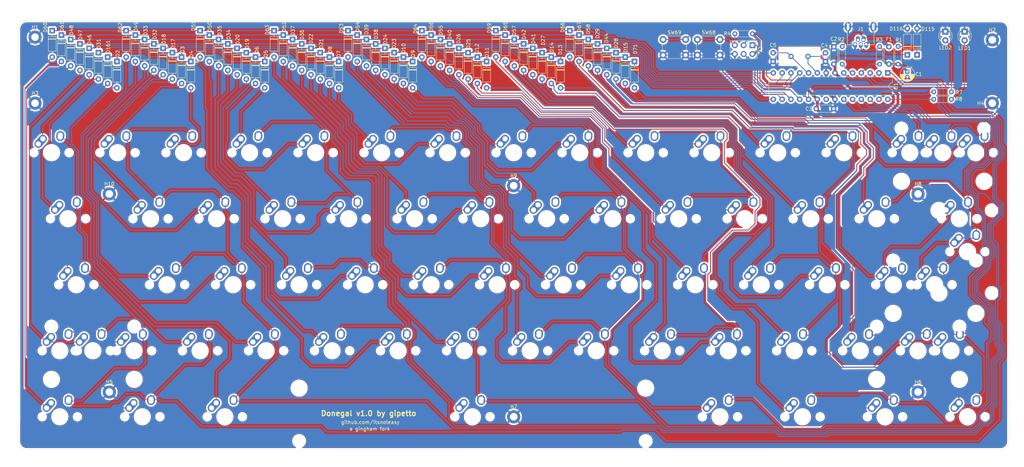
<source format=kicad_pcb>
(kicad_pcb (version 20200119) (host pcbnew "5.99.0-unknown-b7cd0c5~86~ubuntu18.04.1")
  (layers (0 "F.Cu" signal) (31 "B.Cu" signal) (34 "B.Paste" user) (35 "F.Paste" user) (36 "B.SilkS" user) (37 "F.SilkS" user) (38 "B.Mask" user) (39 "F.Mask" user) (44 "Edge.Cuts" user))
  (net 0 "")
  (net 1 "Net-(F1-Pad2)")
  (net 2 "Net-(D115-Pad1)")
  (net 3 "Net-(D116-Pad1)")
  (net 4 "Net-(J1-Pad2)")
  (net 5 "GND")
  (net 6 "+5V")
  (net 7 "RESET")
  (net 8 "Net-(R8-Pad2)")
  (net 9 "Net-(LED1-Pad2)")
  (net 10 "USB_D-")
  (net 11 "USB_D+")
  (net 12 "Net-(R7-Pad2)")
  (net 13 "Net-(LED2-Pad2)")
  (net 14 "row7")
  (net 15 "row6")
  (net 16 "col3")
  (net 17 "row5")
  (net 18 "col4")
  (net 19 "row0")
  (net 20 "col5")
  (net 21 "Net-(C5-Pad2)")
  (net 22 "col6")
  (net 23 "Net-(C4-Pad2)")
  (net 24 "Net-(U1-Pad21)")
  (net 25 "col1")
  (net 26 "col2")
  (net 27 "row4")
  (net 28 "row3")
  (net 29 "col0")
  (net 30 "row2")
  (net 31 "col7")
  (net 32 "row1")
  (net 33 "Net-(D42-Pad2)")
  (net 34 "Net-(D40-Pad2)")
  (net 35 "Net-(D64-Pad2)")
  (net 36 "Net-(D36-Pad2)")
  (net 37 "Net-(D60-Pad2)")
  (net 38 "Net-(D32-Pad2)")
  (net 39 "Net-(D15-Pad2)")
  (net 40 "Net-(D34-Pad2)")
  (net 41 "Net-(D62-Pad2)")
  (net 42 "Net-(D51-Pad2)")
  (net 43 "Net-(D44-Pad2)")
  (net 44 "Net-(D46-Pad2)")
  (net 45 "Net-(D63-Pad2)")
  (net 46 "Net-(D53-Pad2)")
  (net 47 "Net-(D22-Pad2)")
  (net 48 "Net-(D26-Pad2)")
  (net 49 "Net-(D18-Pad2)")
  (net 50 "Net-(D35-Pad2)")
  (net 51 "Net-(D65-Pad2)")
  (net 52 "Net-(D54-Pad2)")
  (net 53 "Net-(D56-Pad2)")
  (net 54 "Net-(D50-Pad2)")
  (net 55 "Net-(D52-Pad2)")
  (net 56 "Net-(D61-Pad2)")
  (net 57 "Net-(D48-Pad2)")
  (net 58 "Net-(D67-Pad2)")
  (net 59 "Net-(D37-Pad2)")
  (net 60 "Net-(D33-Pad2)")
  (net 61 "Net-(D38-Pad2)")
  (net 62 "Net-(D39-Pad2)")
  (net 63 "Net-(D57-Pad2)")
  (net 64 "Net-(D49-Pad2)")
  (net 65 "Net-(D59-Pad2)")
  (net 66 "Net-(D55-Pad2)")
  (net 67 "Net-(D66-Pad2)")
  (net 68 "Net-(D58-Pad2)")
  (net 69 "Net-(D29-Pad2)")
  (net 70 "Net-(D24-Pad2)")
  (net 71 "Net-(D47-Pad2)")
  (net 72 "Net-(D71-Pad2)")
  (net 73 "Net-(D25-Pad2)")
  (net 74 "Net-(D19-Pad2)")
  (net 75 "Net-(D161-Pad2)")
  (net 76 "Net-(D8-Pad2)")
  (net 77 "Net-(D3-Pad2)")
  (net 78 "Net-(D6-Pad2)")
  (net 79 "Net-(D10-Pad2)")
  (net 80 "Net-(D14-Pad2)")
  (net 81 "Net-(D12-Pad2)")
  (net 82 "Net-(D41-Pad2)")
  (net 83 "Net-(D2-Pad2)")
  (net 84 "Net-(D7-Pad2)")
  (net 85 "Net-(D4-Pad2)")
  (net 86 "Net-(D5-Pad2)")
  (net 87 "Net-(D9-Pad2)")
  (net 88 "Net-(D13-Pad2)")
  (net 89 "Net-(D11-Pad2)")
  (net 90 "Net-(D17-Pad2)")
  (net 91 "Net-(D27-Pad2)")
  (net 92 "Net-(D20-Pad2)")
  (net 93 "Net-(D31-Pad2)")
  (net 94 "Net-(D28-Pad2)")
  (net 95 "Net-(D21-Pad2)")
  (net 96 "Net-(D23-Pad2)")
  (module "alpsmx:MX-2.75U-NoLED" (layer "F.Cu") (at 296.06875 108.74375)
    (fp_text reference "SW45")
    (fp_text value "SW_SPST")
    (pad "" np_thru_hole circle (at 11.938 8.255) (size 3.9878 3.9878) (drill 3.9878) (layers *.Cu *.Mask))
    (pad "" np_thru_hole circle (at -11.938 8.255) (size 3.9878 3.9878) (drill 3.9878) (layers *.Cu *.Mask))
    (pad "" np_thru_hole circle (at 11.938 -6.985) (size 3.048 3.048) (drill 3.048) (layers *.Cu *.Mask))
    (pad "" np_thru_hole circle (at -11.938 -6.985) (size 3.048 3.048) (drill 3.048) (layers *.Cu *.Mask))
    (pad "" np_thru_hole circle (at 5.08 0 48.0996) (size 1.75 1.75) (drill 1.75) (layers *.Cu *.Mask))
    (pad "" np_thru_hole circle (at -5.08 0 48.0996) (size 1.75 1.75) (drill 1.75) (layers *.Cu *.Mask))
    (pad "1" thru_hole circle (at -2.5 -4) (size 2.25 2.25) (drill 1.47) (layers *.Cu "B.Mask") (net 67 "Net-(D66-Pad2)"))
    (pad "" np_thru_hole circle (at 0 0) (size 3.9878 3.9878) (drill 3.9878) (layers *.Cu *.Mask))
    (pad "1" thru_hole oval (at -3.81 -2.54 48.0996) (size 4.211556 2.25) (drill 1.47 (offset 0.980778 0)) (layers *.Cu "B.Mask") (net 67 "Net-(D66-Pad2)"))
    (pad "2" thru_hole circle (at 2.54 -5.08) (size 2.25 2.25) (drill 1.47) (layers *.Cu "B.Mask") (net 31 "col7"))
    (pad "2" thru_hole oval (at 2.5 -4.5 86.0548) (size 2.831378 2.25) (drill 1.47 (offset 0.290689 0)) (layers *.Cu "B.Mask") (net 31 "col7"))
  )
  (module "alpsmx:MX-1.75U-NoLED" (layer "F.Cu") (at 305.59375 108.74375)
    (fp_text reference "SW59")
    (fp_text value "SW_SPST")
    (pad "" np_thru_hole circle (at 5.08 0 48.0996) (size 1.75 1.75) (drill 1.75) (layers *.Cu *.Mask))
    (pad "" np_thru_hole circle (at -5.08 0 48.0996) (size 1.75 1.75) (drill 1.75) (layers *.Cu *.Mask))
    (pad "1" thru_hole circle (at -2.5 -4) (size 2.25 2.25) (drill 1.47) (layers *.Cu "B.Mask") (net 67 "Net-(D66-Pad2)"))
    (pad "" np_thru_hole circle (at 0 0) (size 3.9878 3.9878) (drill 3.9878) (layers *.Cu *.Mask))
    (pad "1" thru_hole oval (at -3.81 -2.54 48.0996) (size 4.211556 2.25) (drill 1.47 (offset 0.980778 0)) (layers *.Cu "B.Mask") (net 67 "Net-(D66-Pad2)"))
    (pad "2" thru_hole circle (at 2.54 -5.08) (size 2.25 2.25) (drill 1.47) (layers *.Cu "B.Mask") (net 31 "col7"))
    (pad "2" thru_hole oval (at 2.5 -4.5 86.0548) (size 2.831378 2.25) (drill 1.47 (offset 0.290689 0)) (layers *.Cu "B.Mask") (net 31 "col7"))
  )
  (module "alpsmx:MX-1U-NoLED" (layer "F.Cu") (at 279.4 108.74375)
    (fp_text reference "SW58")
    (fp_text value "SW_SPST")
    (pad "" np_thru_hole circle (at 5.08 0 48.0996) (size 1.75 1.75) (drill 1.75) (layers *.Cu *.Mask))
    (pad "" np_thru_hole circle (at -5.08 0 48.0996) (size 1.75 1.75) (drill 1.75) (layers *.Cu *.Mask))
    (pad "1" thru_hole circle (at -2.5 -4) (size 2.25 2.25) (drill 1.47) (layers *.Cu "B.Mask") (net 68 "Net-(D58-Pad2)"))
    (pad "" np_thru_hole circle (at 0 0) (size 3.9878 3.9878) (drill 3.9878) (layers *.Cu *.Mask))
    (pad "1" thru_hole oval (at -3.81 -2.54 48.0996) (size 4.211556 2.25) (drill 1.47 (offset 0.980778 0)) (layers *.Cu "B.Mask") (net 68 "Net-(D58-Pad2)"))
    (pad "2" thru_hole circle (at 2.54 -5.08) (size 2.25 2.25) (drill 1.47) (layers *.Cu "B.Mask") (net 31 "col7"))
    (pad "2" thru_hole oval (at 2.5 -4.5 86.0548) (size 2.831378 2.25) (drill 1.47 (offset 0.290689 0)) (layers *.Cu "B.Mask") (net 31 "col7"))
  )
  (module "random:MX-ISO-ReversedStabilizersedit" (layer "F.Cu") (at 310.35625 80.16875)
    (fp_text reference "SW30")
    (fp_text value "SW_SPST")
    (pad "" np_thru_hole circle (at -0.015 0.001 90) (size 3.9878 3.9878) (drill 3.9878) (layers *.Cu *.Mask))
    (pad "1" thru_hole circle (at -2.515 -3.999 90) (size 2.25 2.25) (drill 1.47) (layers *.Cu "B.Mask") (net 43 "Net-(D44-Pad2)"))
    (pad "" np_thru_hole circle (at -5.095 0.001 138.0996) (size 1.7018 1.7018) (drill 1.7018) (layers *.Cu *.Mask))
    (pad "" np_thru_hole circle (at 5.065 0.001 138.0996) (size 1.7018 1.7018) (drill 1.7018) (layers *.Cu *.Mask))
    (pad "2" thru_hole oval (at 2.485 -4.499 86.1) (size 2.831378 2.25) (drill 1.47 (offset 0.290689 0)) (layers *.Cu "B.Mask") (net 31 "col7"))
    (pad "2" thru_hole circle (at 2.525 -5.079 90) (size 2.25 2.25) (drill 1.47) (layers *.Cu "B.Mask") (net 31 "col7"))
    (pad "1" thru_hole oval (at -3.825 -2.539 48.1) (size 4.211556 2.25) (drill 1.47 (offset 0.980778 0)) (layers *.Cu "B.Mask") (net 43 "Net-(D44-Pad2)"))
    (pad "" np_thru_hole circle (at 6.985 11.938) (size 3.048 3.048) (drill 3.048) (layers *.Cu *.Mask))
    (pad "" np_thru_hole circle (at 6.985 -11.938) (size 3.048 3.048) (drill 3.048) (layers *.Cu *.Mask))
    (pad "" np_thru_hole circle (at -8.255 11.938) (size 3.9878 3.9878) (drill 3.9878) (layers *.Cu *.Mask))
    (pad "" np_thru_hole circle (at -8.255 -11.938) (size 3.9878 3.9878) (drill 3.9878) (layers *.Cu *.Mask))
  )
  (module "MountingHole:MountingHole_2.2mm_M2_DIN965_Pad" (layer "F.Cu") (at 41.275 18.25625)
    (fp_text reference "H1" (at 0 -2.9) (layer "F.SilkS"))
    (fp_text value "MountingHole_Pad")
    (pad "1" thru_hole circle (at 0 0) (size 3.8 3.8) (drill 2.2) (layers *.Cu *.Mask) (net 5 "GND"))
  )
  (module "MountingHole:MountingHole_2.2mm_M2_DIN965_Pad" (layer "F.Cu") (at 317.5 19.05)
    (fp_text reference "H2" (at 0 -2.9) (layer "F.SilkS"))
    (fp_text value "MountingHole_Pad")
    (pad "1" thru_hole circle (at 0 0) (size 3.8 3.8) (drill 2.2) (layers *.Cu *.Mask) (net 5 "GND"))
  )
  (module "MountingHole:MountingHole_2.2mm_M2_DIN965_Pad" (layer "F.Cu") (at 41.275 37.30625)
    (fp_text reference "H3" (at 0 -2.9) (layer "F.SilkS"))
    (fp_text value "MountingHole_Pad")
    (pad "1" thru_hole circle (at 0 0) (size 3.8 3.8) (drill 2.2) (layers *.Cu *.Mask) (net 5 "GND"))
  )
  (module "MountingHole:MountingHole_2.2mm_M2_DIN965_Pad" (layer "F.Cu") (at 317.5 37.30625)
    (fp_text reference "H4" (at -3.37312 0.04699) (layer "F.SilkS"))
    (fp_text value "MountingHole_Pad")
    (pad "1" thru_hole circle (at 0 0) (size 3.8 3.8) (drill 2.2) (layers *.Cu *.Mask) (net 5 "GND"))
  )
  (module "MountingHole:MountingHole_2.2mm_M2_DIN965_Pad" (layer "F.Cu") (at 62.70625 120.65)
    (fp_text reference "H5" (at 0 -2.9) (layer "F.SilkS"))
    (fp_text value "MountingHole_Pad")
    (pad "1" thru_hole circle (at 0 0) (size 3.8 3.8) (drill 2.2) (layers *.Cu *.Mask) (net 5 "GND"))
  )
  (module "MountingHole:MountingHole_2.2mm_M2_DIN965_Pad" (layer "F.Cu") (at 296.06875 120.65)
    (fp_text reference "H6" (at 0 -2.9) (layer "F.SilkS"))
    (fp_text value "MountingHole_Pad")
    (pad "1" thru_hole circle (at 0 0) (size 3.8 3.8) (drill 2.2) (layers *.Cu *.Mask) (net 5 "GND"))
  )
  (module "MountingHole:MountingHole_2.2mm_M2_DIN965_Pad" (layer "F.Cu") (at 179.3875 127.79375)
    (fp_text reference "H7" (at 0 -2.9) (layer "F.SilkS"))
    (fp_text value "MountingHole_Pad")
    (pad "1" thru_hole circle (at 0 0) (size 3.8 3.8) (drill 2.2) (layers *.Cu *.Mask) (net 5 "GND"))
  )
  (module "MountingHole:MountingHole_2.2mm_M2_DIN965_Pad" (layer "F.Cu") (at 296.06875 63.5)
    (fp_text reference "H8" (at 0 -2.9) (layer "F.SilkS"))
    (fp_text value "MountingHole_Pad")
    (pad "1" thru_hole circle (at 0 0) (size 3.8 3.8) (drill 2.2) (layers *.Cu *.Mask) (net 5 "GND"))
  )
  (module "MountingHole:MountingHole_2.2mm_M2_DIN965_Pad" (layer "F.Cu") (at 62.70625 63.5)
    (fp_text reference "H10" (at 0 -2.9) (layer "F.SilkS"))
    (fp_text value "MountingHole_Pad")
    (pad "1" thru_hole circle (at 0 0) (size 3.8 3.8) (drill 2.2) (layers *.Cu *.Mask) (net 5 "GND"))
  )
  (module "MountingHole:MountingHole_2.2mm_M2_DIN965_Pad" (layer "F.Cu") (at 179.3875 61.11875)
    (fp_text reference "H9" (at 0 -2.9) (layer "F.SilkS"))
    (fp_text value "MountingHole_Pad")
    (pad "1" thru_hole circle (at 0 0) (size 3.8 3.8) (drill 2.2) (layers *.Cu *.Mask) (net 5 "GND"))
  )
  (module "alpsmx:MX-6.25U-ReversedStabilizers-NoLED" (layer "F.Cu") (at 167.48125 127.79375)
    (fp_text reference "SW63")
    (fp_text value "SW_SPST")
    (pad "" np_thru_hole circle (at 49.9999 -8.255) (size 3.9878 3.9878) (drill 3.9878) (layers *.Cu *.Mask))
    (pad "" np_thru_hole circle (at -49.9999 -8.255) (size 3.9878 3.9878) (drill 3.9878) (layers *.Cu *.Mask))
    (pad "" np_thru_hole circle (at 49.9999 6.985) (size 3.048 3.048) (drill 3.048) (layers *.Cu *.Mask))
    (pad "" np_thru_hole circle (at -49.9999 6.985) (size 3.048 3.048) (drill 3.048) (layers *.Cu *.Mask))
    (pad "" np_thru_hole circle (at 5.08 0 48.0996) (size 1.75 1.75) (drill 1.75) (layers *.Cu *.Mask))
    (pad "" np_thru_hole circle (at -5.08 0 48.0996) (size 1.75 1.75) (drill 1.75) (layers *.Cu *.Mask))
    (pad "1" thru_hole circle (at -2.5 -4) (size 2.25 2.25) (drill 1.47) (layers *.Cu "B.Mask") (net 45 "Net-(D63-Pad2)"))
    (pad "" np_thru_hole circle (at 0 0) (size 3.9878 3.9878) (drill 3.9878) (layers *.Cu *.Mask))
    (pad "1" thru_hole oval (at -3.81 -2.54 48.0996) (size 4.211556 2.25) (drill 1.47 (offset 0.980778 0)) (layers *.Cu "B.Mask") (net 45 "Net-(D63-Pad2)"))
    (pad "2" thru_hole circle (at 2.54 -5.08) (size 2.25 2.25) (drill 1.47) (layers *.Cu "B.Mask") (net 16 "col3"))
    (pad "2" thru_hole oval (at 2.5 -4.5 86.0548) (size 2.831378 2.25) (drill 1.47 (offset 0.290689 0)) (layers *.Cu "B.Mask") (net 16 "col3"))
  )
  (module "alpsmx:MX-1.25U-NoLED" (layer "F.Cu") (at 48.41875 127.79375)
    (fp_text reference "SW60")
    (fp_text value "SW_SPST")
    (pad "" np_thru_hole circle (at 5.08 0 48.0996) (size 1.75 1.75) (drill 1.75) (layers *.Cu *.Mask))
    (pad "" np_thru_hole circle (at -5.08 0 48.0996) (size 1.75 1.75) (drill 1.75) (layers *.Cu *.Mask))
    (pad "1" thru_hole circle (at -2.5 -4) (size 2.25 2.25) (drill 1.47) (layers *.Cu "B.Mask") (net 56 "Net-(D61-Pad2)"))
    (pad "" np_thru_hole circle (at 0 0) (size 3.9878 3.9878) (drill 3.9878) (layers *.Cu *.Mask))
    (pad "1" thru_hole oval (at -3.81 -2.54 48.0996) (size 4.211556 2.25) (drill 1.47 (offset 0.980778 0)) (layers *.Cu "B.Mask") (net 56 "Net-(D61-Pad2)"))
    (pad "2" thru_hole circle (at 2.54 -5.08) (size 2.25 2.25) (drill 1.47) (layers *.Cu "B.Mask") (net 29 "col0"))
    (pad "2" thru_hole oval (at 2.5 -4.5 86.0548) (size 2.831378 2.25) (drill 1.47 (offset 0.290689 0)) (layers *.Cu "B.Mask") (net 29 "col0"))
  )
  (module "alpsmx:MX-1.25U-NoLED" (layer "F.Cu") (at 310.35625 127.79375)
    (fp_text reference "SW67")
    (fp_text value "SW_SPST")
    (pad "" np_thru_hole circle (at 5.08 0 48.0996) (size 1.75 1.75) (drill 1.75) (layers *.Cu *.Mask))
    (pad "" np_thru_hole circle (at -5.08 0 48.0996) (size 1.75 1.75) (drill 1.75) (layers *.Cu *.Mask))
    (pad "1" thru_hole circle (at -2.5 -4) (size 2.25 2.25) (drill 1.47) (layers *.Cu "B.Mask") (net 58 "Net-(D67-Pad2)"))
    (pad "" np_thru_hole circle (at 0 0) (size 3.9878 3.9878) (drill 3.9878) (layers *.Cu *.Mask))
    (pad "1" thru_hole oval (at -3.81 -2.54 48.0996) (size 4.211556 2.25) (drill 1.47 (offset 0.980778 0)) (layers *.Cu "B.Mask") (net 58 "Net-(D67-Pad2)"))
    (pad "2" thru_hole circle (at 2.54 -5.08) (size 2.25 2.25) (drill 1.47) (layers *.Cu "B.Mask") (net 31 "col7"))
    (pad "2" thru_hole oval (at 2.5 -4.5 86.0548) (size 2.831378 2.25) (drill 1.47 (offset 0.290689 0)) (layers *.Cu "B.Mask") (net 31 "col7"))
  )
  (module "alpsmx:MX-1.25U-NoLED" (layer "F.Cu") (at 262.73125 127.79375)
    (fp_text reference "SW65")
    (fp_text value "SW_SPST")
    (pad "" np_thru_hole circle (at 5.08 0 48.0996) (size 1.75 1.75) (drill 1.75) (layers *.Cu *.Mask))
    (pad "" np_thru_hole circle (at -5.08 0 48.0996) (size 1.75 1.75) (drill 1.75) (layers *.Cu *.Mask))
    (pad "1" thru_hole circle (at -2.5 -4) (size 2.25 2.25) (drill 1.47) (layers *.Cu "B.Mask") (net 51 "Net-(D65-Pad2)"))
    (pad "" np_thru_hole circle (at 0 0) (size 3.9878 3.9878) (drill 3.9878) (layers *.Cu *.Mask))
    (pad "1" thru_hole oval (at -3.81 -2.54 48.0996) (size 4.211556 2.25) (drill 1.47 (offset 0.980778 0)) (layers *.Cu "B.Mask") (net 51 "Net-(D65-Pad2)"))
    (pad "2" thru_hole circle (at 2.54 -5.08) (size 2.25 2.25) (drill 1.47) (layers *.Cu "B.Mask") (net 22 "col6"))
    (pad "2" thru_hole oval (at 2.5 -4.5 86.0548) (size 2.831378 2.25) (drill 1.47 (offset 0.290689 0)) (layers *.Cu "B.Mask") (net 22 "col6"))
  )
  (module "alpsmx:MX-1.25U-NoLED" (layer "F.Cu") (at 72.23125 127.79375)
    (fp_text reference "SW61")
    (fp_text value "SW_SPST")
    (pad "" np_thru_hole circle (at 5.08 0 48.0996) (size 1.75 1.75) (drill 1.75) (layers *.Cu *.Mask))
    (pad "" np_thru_hole circle (at -5.08 0 48.0996) (size 1.75 1.75) (drill 1.75) (layers *.Cu *.Mask))
    (pad "1" thru_hole circle (at -2.5 -4) (size 2.25 2.25) (drill 1.47) (layers *.Cu "B.Mask") (net 37 "Net-(D60-Pad2)"))
    (pad "" np_thru_hole circle (at 0 0) (size 3.9878 3.9878) (drill 3.9878) (layers *.Cu *.Mask))
    (pad "1" thru_hole oval (at -3.81 -2.54 48.0996) (size 4.211556 2.25) (drill 1.47 (offset 0.980778 0)) (layers *.Cu "B.Mask") (net 37 "Net-(D60-Pad2)"))
    (pad "2" thru_hole circle (at 2.54 -5.08) (size 2.25 2.25) (drill 1.47) (layers *.Cu "B.Mask") (net 29 "col0"))
    (pad "2" thru_hole oval (at 2.5 -4.5 86.0548) (size 2.831378 2.25) (drill 1.47 (offset 0.290689 0)) (layers *.Cu "B.Mask") (net 29 "col0"))
  )
  (module "alpsmx:MX-1.25U-NoLED" (layer "F.Cu") (at 286.54375 127.79375)
    (fp_text reference "SW66")
    (fp_text value "SW_SPST")
    (pad "" np_thru_hole circle (at 5.08 0 48.0996) (size 1.75 1.75) (drill 1.75) (layers *.Cu *.Mask))
    (pad "" np_thru_hole circle (at -5.08 0 48.0996) (size 1.75 1.75) (drill 1.75) (layers *.Cu *.Mask))
    (pad "1" thru_hole circle (at -2.5 -4) (size 2.25 2.25) (drill 1.47) (layers *.Cu "B.Mask") (net 65 "Net-(D59-Pad2)"))
    (pad "" np_thru_hole circle (at 0 0) (size 3.9878 3.9878) (drill 3.9878) (layers *.Cu *.Mask))
    (pad "1" thru_hole oval (at -3.81 -2.54 48.0996) (size 4.211556 2.25) (drill 1.47 (offset 0.980778 0)) (layers *.Cu "B.Mask") (net 65 "Net-(D59-Pad2)"))
    (pad "2" thru_hole circle (at 2.54 -5.08) (size 2.25 2.25) (drill 1.47) (layers *.Cu "B.Mask") (net 22 "col6"))
    (pad "2" thru_hole oval (at 2.5 -4.5 86.0548) (size 2.831378 2.25) (drill 1.47 (offset 0.290689 0)) (layers *.Cu "B.Mask") (net 22 "col6"))
  )
  (module "alpsmx:MX-1.25U-NoLED" (layer "F.Cu") (at 48.41875 108.74375)
    (fp_text reference "SW70")
    (fp_text value "SW_SPST")
    (pad "" np_thru_hole circle (at 5.08 0 48.0996) (size 1.75 1.75) (drill 1.75) (layers *.Cu *.Mask))
    (pad "" np_thru_hole circle (at -5.08 0 48.0996) (size 1.75 1.75) (drill 1.75) (layers *.Cu *.Mask))
    (pad "1" thru_hole circle (at -2.5 -4) (size 2.25 2.25) (drill 1.47) (layers *.Cu "B.Mask") (net 71 "Net-(D47-Pad2)"))
    (pad "" np_thru_hole circle (at 0 0) (size 3.9878 3.9878) (drill 3.9878) (layers *.Cu *.Mask))
    (pad "1" thru_hole oval (at -3.81 -2.54 48.0996) (size 4.211556 2.25) (drill 1.47 (offset 0.980778 0)) (layers *.Cu "B.Mask") (net 71 "Net-(D47-Pad2)"))
    (pad "2" thru_hole circle (at 2.54 -5.08) (size 2.25 2.25) (drill 1.47) (layers *.Cu "B.Mask") (net 29 "col0"))
    (pad "2" thru_hole oval (at 2.5 -4.5 86.0548) (size 2.831378 2.25) (drill 1.47 (offset 0.290689 0)) (layers *.Cu "B.Mask") (net 29 "col0"))
  )
  (module "alpsmx:MX-1.25U-NoLED" (layer "F.Cu") (at 96.04375 127.79375)
    (fp_text reference "SW62")
    (fp_text value "SW_SPST")
    (pad "" np_thru_hole circle (at 5.08 0 48.0996) (size 1.75 1.75) (drill 1.75) (layers *.Cu *.Mask))
    (pad "" np_thru_hole circle (at -5.08 0 48.0996) (size 1.75 1.75) (drill 1.75) (layers *.Cu *.Mask))
    (pad "1" thru_hole circle (at -2.5 -4) (size 2.25 2.25) (drill 1.47) (layers *.Cu "B.Mask") (net 41 "Net-(D62-Pad2)"))
    (pad "" np_thru_hole circle (at 0 0) (size 3.9878 3.9878) (drill 3.9878) (layers *.Cu *.Mask))
    (pad "1" thru_hole oval (at -3.81 -2.54 48.0996) (size 4.211556 2.25) (drill 1.47 (offset 0.980778 0)) (layers *.Cu "B.Mask") (net 41 "Net-(D62-Pad2)"))
    (pad "2" thru_hole circle (at 2.54 -5.08) (size 2.25 2.25) (drill 1.47) (layers *.Cu "B.Mask") (net 25 "col1"))
    (pad "2" thru_hole oval (at 2.5 -4.5 86.0548) (size 2.831378 2.25) (drill 1.47 (offset 0.290689 0)) (layers *.Cu "B.Mask") (net 25 "col1"))
  )
  (module "alpsmx:MX-1.25U-NoLED" (layer "F.Cu") (at 238.91875 127.79375)
    (fp_text reference "SW64")
    (fp_text value "SW_SPST")
    (pad "" np_thru_hole circle (at 5.08 0 48.0996) (size 1.75 1.75) (drill 1.75) (layers *.Cu *.Mask))
    (pad "" np_thru_hole circle (at -5.08 0 48.0996) (size 1.75 1.75) (drill 1.75) (layers *.Cu *.Mask))
    (pad "1" thru_hole circle (at -2.5 -4) (size 2.25 2.25) (drill 1.47) (layers *.Cu "B.Mask") (net 35 "Net-(D64-Pad2)"))
    (pad "" np_thru_hole circle (at 0 0) (size 3.9878 3.9878) (drill 3.9878) (layers *.Cu *.Mask))
    (pad "1" thru_hole oval (at -3.81 -2.54 48.0996) (size 4.211556 2.25) (drill 1.47 (offset 0.980778 0)) (layers *.Cu "B.Mask") (net 35 "Net-(D64-Pad2)"))
    (pad "2" thru_hole circle (at 2.54 -5.08) (size 2.25 2.25) (drill 1.47) (layers *.Cu "B.Mask") (net 20 "col5"))
    (pad "2" thru_hole oval (at 2.5 -4.5 86.0548) (size 2.831378 2.25) (drill 1.47 (offset 0.290689 0)) (layers *.Cu "B.Mask") (net 20 "col5"))
  )
  (module "alpsmx:MX-1.5U-NoLED" (layer "F.Cu") (at 50.8 70.64375)
    (fp_text reference "SW16")
    (fp_text value "SW_SPST")
    (pad "" np_thru_hole circle (at 5.08 0 48.0996) (size 1.75 1.75) (drill 1.75) (layers *.Cu *.Mask))
    (pad "" np_thru_hole circle (at -5.08 0 48.0996) (size 1.75 1.75) (drill 1.75) (layers *.Cu *.Mask))
    (pad "1" thru_hole circle (at -2.5 -4) (size 2.25 2.25) (drill 1.47) (layers *.Cu "B.Mask") (net 93 "Net-(D31-Pad2)"))
    (pad "" np_thru_hole circle (at 0 0) (size 3.9878 3.9878) (drill 3.9878) (layers *.Cu *.Mask))
    (pad "1" thru_hole oval (at -3.81 -2.54 48.0996) (size 4.211556 2.25) (drill 1.47 (offset 0.980778 0)) (layers *.Cu "B.Mask") (net 93 "Net-(D31-Pad2)"))
    (pad "2" thru_hole circle (at 2.54 -5.08) (size 2.25 2.25) (drill 1.47) (layers *.Cu "B.Mask") (net 29 "col0"))
    (pad "2" thru_hole oval (at 2.5 -4.5 86.0548) (size 2.831378 2.25) (drill 1.47 (offset 0.290689 0)) (layers *.Cu "B.Mask") (net 29 "col0"))
  )
  (module "alpsmx:MX-1.5U-NoLED" (layer "F.Cu") (at 307.975 70.64375)
    (fp_text reference "SW43")
    (fp_text value "SW_SPST")
    (pad "" np_thru_hole circle (at 5.08 0 48.0996) (size 1.75 1.75) (drill 1.75) (layers *.Cu *.Mask))
    (pad "" np_thru_hole circle (at -5.08 0 48.0996) (size 1.75 1.75) (drill 1.75) (layers *.Cu *.Mask))
    (pad "1" thru_hole circle (at -2.5 -4) (size 2.25 2.25) (drill 1.47) (layers *.Cu "B.Mask") (net 69 "Net-(D29-Pad2)"))
    (pad "" np_thru_hole circle (at 0 0) (size 3.9878 3.9878) (drill 3.9878) (layers *.Cu *.Mask))
    (pad "1" thru_hole oval (at -3.81 -2.54 48.0996) (size 4.211556 2.25) (drill 1.47 (offset 0.980778 0)) (layers *.Cu "B.Mask") (net 69 "Net-(D29-Pad2)"))
    (pad "2" thru_hole circle (at 2.54 -5.08) (size 2.25 2.25) (drill 1.47) (layers *.Cu "B.Mask") (net 31 "col7"))
    (pad "2" thru_hole oval (at 2.5 -4.5 86.0548) (size 2.831378 2.25) (drill 1.47 (offset 0.290689 0)) (layers *.Cu "B.Mask") (net 31 "col7"))
  )
  (module "alpsmx:MX-1.75U-NoLED" (layer "F.Cu") (at 53.18125 89.69375)
    (fp_text reference "SW31")
    (fp_text value "SW_SPST")
    (pad "" np_thru_hole circle (at 5.08 0 48.0996) (size 1.75 1.75) (drill 1.75) (layers *.Cu *.Mask))
    (pad "" np_thru_hole circle (at -5.08 0 48.0996) (size 1.75 1.75) (drill 1.75) (layers *.Cu *.Mask))
    (pad "1" thru_hole circle (at -2.5 -4) (size 2.25 2.25) (drill 1.47) (layers *.Cu "B.Mask") (net 75 "Net-(D161-Pad2)"))
    (pad "" np_thru_hole circle (at 0 0) (size 3.9878 3.9878) (drill 3.9878) (layers *.Cu *.Mask))
    (pad "1" thru_hole oval (at -3.81 -2.54 48.0996) (size 4.211556 2.25) (drill 1.47 (offset 0.980778 0)) (layers *.Cu "B.Mask") (net 75 "Net-(D161-Pad2)"))
    (pad "2" thru_hole circle (at 2.54 -5.08) (size 2.25 2.25) (drill 1.47) (layers *.Cu "B.Mask") (net 29 "col0"))
    (pad "2" thru_hole oval (at 2.5 -4.5 86.0548) (size 2.831378 2.25) (drill 1.47 (offset 0.290689 0)) (layers *.Cu "B.Mask") (net 29 "col0"))
  )
  (module "alpsmx:MX-2.25U-NoLED" (layer "F.Cu") (at 300.83125 89.69375)
    (fp_text reference "SW44")
    (fp_text value "SW_SPST")
    (pad "" np_thru_hole circle (at 11.938 8.255) (size 3.9878 3.9878) (drill 3.9878) (layers *.Cu *.Mask))
    (pad "" np_thru_hole circle (at -11.938 8.255) (size 3.9878 3.9878) (drill 3.9878) (layers *.Cu *.Mask))
    (pad "" np_thru_hole circle (at 11.938 -6.985) (size 3.048 3.048) (drill 3.048) (layers *.Cu *.Mask))
    (pad "" np_thru_hole circle (at -11.938 -6.985) (size 3.048 3.048) (drill 3.048) (layers *.Cu *.Mask))
    (pad "" np_thru_hole circle (at 5.08 0 48.0996) (size 1.75 1.75) (drill 1.75) (layers *.Cu *.Mask))
    (pad "" np_thru_hole circle (at -5.08 0 48.0996) (size 1.75 1.75) (drill 1.75) (layers *.Cu *.Mask))
    (pad "1" thru_hole circle (at -2.5 -4) (size 2.25 2.25) (drill 1.47) (layers *.Cu "B.Mask") (net 43 "Net-(D44-Pad2)"))
    (pad "" np_thru_hole circle (at 0 0) (size 3.9878 3.9878) (drill 3.9878) (layers *.Cu *.Mask))
    (pad "1" thru_hole oval (at -3.81 -2.54 48.0996) (size 4.211556 2.25) (drill 1.47 (offset 0.980778 0)) (layers *.Cu "B.Mask") (net 43 "Net-(D44-Pad2)"))
    (pad "2" thru_hole circle (at 2.54 -5.08) (size 2.25 2.25) (drill 1.47) (layers *.Cu "B.Mask") (net 31 "col7"))
    (pad "2" thru_hole oval (at 2.5 -4.5 86.0548) (size 2.831378 2.25) (drill 1.47 (offset 0.290689 0)) (layers *.Cu "B.Mask") (net 31 "col7"))
  )
  (module "alpsmx:MX-2.25U-NoLED" (layer "F.Cu") (at 57.94375 108.74375)
    (fp_text reference "SW46")
    (fp_text value "SW_SPST")
    (pad "" np_thru_hole circle (at 11.938 8.255) (size 3.9878 3.9878) (drill 3.9878) (layers *.Cu *.Mask))
    (pad "" np_thru_hole circle (at -11.938 8.255) (size 3.9878 3.9878) (drill 3.9878) (layers *.Cu *.Mask))
    (pad "" np_thru_hole circle (at 11.938 -6.985) (size 3.048 3.048) (drill 3.048) (layers *.Cu *.Mask))
    (pad "" np_thru_hole circle (at -11.938 -6.985) (size 3.048 3.048) (drill 3.048) (layers *.Cu *.Mask))
    (pad "" np_thru_hole circle (at 5.08 0 48.0996) (size 1.75 1.75) (drill 1.75) (layers *.Cu *.Mask))
    (pad "" np_thru_hole circle (at -5.08 0 48.0996) (size 1.75 1.75) (drill 1.75) (layers *.Cu *.Mask))
    (pad "1" thru_hole circle (at -2.5 -4) (size 2.25 2.25) (drill 1.47) (layers *.Cu "B.Mask") (net 71 "Net-(D47-Pad2)"))
    (pad "" np_thru_hole circle (at 0 0) (size 3.9878 3.9878) (drill 3.9878) (layers *.Cu *.Mask))
    (pad "1" thru_hole oval (at -3.81 -2.54 48.0996) (size 4.211556 2.25) (drill 1.47 (offset 0.980778 0)) (layers *.Cu "B.Mask") (net 71 "Net-(D47-Pad2)"))
    (pad "2" thru_hole circle (at 2.54 -5.08) (size 2.25 2.25) (drill 1.47) (layers *.Cu "B.Mask") (net 29 "col0"))
    (pad "2" thru_hole oval (at 2.5 -4.5 86.0548) (size 2.831378 2.25) (drill 1.47 (offset 0.290689 0)) (layers *.Cu "B.Mask") (net 29 "col0"))
  )
  (module "alpsmx:MX-2U-NoLED" (layer "F.Cu") (at 303.2125 51.59375)
    (fp_text reference "SW1")
    (fp_text value "SW_SPST")
    (pad "" np_thru_hole circle (at 11.938 8.255) (size 3.9878 3.9878) (drill 3.9878) (layers *.Cu *.Mask))
    (pad "" np_thru_hole circle (at -11.938 8.255) (size 3.9878 3.9878) (drill 3.9878) (layers *.Cu *.Mask))
    (pad "" np_thru_hole circle (at 11.938 -6.985) (size 3.048 3.048) (drill 3.048) (layers *.Cu *.Mask))
    (pad "" np_thru_hole circle (at -11.938 -6.985) (size 3.048 3.048) (drill 3.048) (layers *.Cu *.Mask))
    (pad "" np_thru_hole circle (at 5.08 0 48.0996) (size 1.75 1.75) (drill 1.75) (layers *.Cu *.Mask))
    (pad "" np_thru_hole circle (at -5.08 0 48.0996) (size 1.75 1.75) (drill 1.75) (layers *.Cu *.Mask))
    (pad "1" thru_hole circle (at -2.5 -4) (size 2.25 2.25) (drill 1.47) (layers *.Cu "B.Mask") (net 39 "Net-(D15-Pad2)"))
    (pad "" np_thru_hole circle (at 0 0) (size 3.9878 3.9878) (drill 3.9878) (layers *.Cu *.Mask))
    (pad "1" thru_hole oval (at -3.81 -2.54 48.0996) (size 4.211556 2.25) (drill 1.47 (offset 0.980778 0)) (layers *.Cu "B.Mask") (net 39 "Net-(D15-Pad2)"))
    (pad "2" thru_hole circle (at 2.54 -5.08) (size 2.25 2.25) (drill 1.47) (layers *.Cu "B.Mask") (net 31 "col7"))
    (pad "2" thru_hole oval (at 2.5 -4.5 86.0548) (size 2.831378 2.25) (drill 1.47 (offset 0.290689 0)) (layers *.Cu "B.Mask") (net 31 "col7"))
  )
  (module "alpsmx:MX-1U-NoLED" (layer "F.Cu") (at 236.5375 51.59375)
    (fp_text reference "SW12")
    (fp_text value "SW_SPST")
    (pad "" np_thru_hole circle (at 5.08 0 48.0996) (size 1.75 1.75) (drill 1.75) (layers *.Cu *.Mask))
    (pad "" np_thru_hole circle (at -5.08 0 48.0996) (size 1.75 1.75) (drill 1.75) (layers *.Cu *.Mask))
    (pad "1" thru_hole circle (at -2.5 -4) (size 2.25 2.25) (drill 1.47) (layers *.Cu "B.Mask") (net 81 "Net-(D12-Pad2)"))
    (pad "" np_thru_hole circle (at 0 0) (size 3.9878 3.9878) (drill 3.9878) (layers *.Cu *.Mask))
    (pad "1" thru_hole oval (at -3.81 -2.54 48.0996) (size 4.211556 2.25) (drill 1.47 (offset 0.980778 0)) (layers *.Cu "B.Mask") (net 81 "Net-(D12-Pad2)"))
    (pad "2" thru_hole circle (at 2.54 -5.08) (size 2.25 2.25) (drill 1.47) (layers *.Cu "B.Mask") (net 20 "col5"))
    (pad "2" thru_hole oval (at 2.5 -4.5 86.0548) (size 2.831378 2.25) (drill 1.47 (offset 0.290689 0)) (layers *.Cu "B.Mask") (net 20 "col5"))
  )
  (module "alpsmx:MX-1U-NoLED" (layer "F.Cu") (at 122.2375 51.59375)
    (fp_text reference "SW6")
    (fp_text value "SW_SPST")
    (pad "" np_thru_hole circle (at 5.08 0 48.0996) (size 1.75 1.75) (drill 1.75) (layers *.Cu *.Mask))
    (pad "" np_thru_hole circle (at -5.08 0 48.0996) (size 1.75 1.75) (drill 1.75) (layers *.Cu *.Mask))
    (pad "1" thru_hole circle (at -2.5 -4) (size 2.25 2.25) (drill 1.47) (layers *.Cu "B.Mask") (net 78 "Net-(D6-Pad2)"))
    (pad "" np_thru_hole circle (at 0 0) (size 3.9878 3.9878) (drill 3.9878) (layers *.Cu *.Mask))
    (pad "1" thru_hole oval (at -3.81 -2.54 48.0996) (size 4.211556 2.25) (drill 1.47 (offset 0.980778 0)) (layers *.Cu "B.Mask") (net 78 "Net-(D6-Pad2)"))
    (pad "2" thru_hole circle (at 2.54 -5.08) (size 2.25 2.25) (drill 1.47) (layers *.Cu "B.Mask") (net 26 "col2"))
    (pad "2" thru_hole oval (at 2.5 -4.5 86.0548) (size 2.831378 2.25) (drill 1.47 (offset 0.290689 0)) (layers *.Cu "B.Mask") (net 26 "col2"))
  )
  (module "alpsmx:MX-1U-NoLED" (layer "F.Cu") (at 65.0875 51.59375)
    (fp_text reference "SW3")
    (fp_text value "SW_SPST")
    (pad "" np_thru_hole circle (at 5.08 0 48.0996) (size 1.75 1.75) (drill 1.75) (layers *.Cu *.Mask))
    (pad "" np_thru_hole circle (at -5.08 0 48.0996) (size 1.75 1.75) (drill 1.75) (layers *.Cu *.Mask))
    (pad "1" thru_hole circle (at -2.5 -4) (size 2.25 2.25) (drill 1.47) (layers *.Cu "B.Mask") (net 77 "Net-(D3-Pad2)"))
    (pad "" np_thru_hole circle (at 0 0) (size 3.9878 3.9878) (drill 3.9878) (layers *.Cu *.Mask))
    (pad "1" thru_hole oval (at -3.81 -2.54 48.0996) (size 4.211556 2.25) (drill 1.47 (offset 0.980778 0)) (layers *.Cu "B.Mask") (net 77 "Net-(D3-Pad2)"))
    (pad "2" thru_hole circle (at 2.54 -5.08) (size 2.25 2.25) (drill 1.47) (layers *.Cu "B.Mask") (net 25 "col1"))
    (pad "2" thru_hole oval (at 2.5 -4.5 86.0548) (size 2.831378 2.25) (drill 1.47 (offset 0.290689 0)) (layers *.Cu "B.Mask") (net 25 "col1"))
  )
  (module "alpsmx:MX-1U-NoLED" (layer "F.Cu") (at 274.6375 51.59375)
    (fp_text reference "SW14")
    (fp_text value "SW_SPST")
    (pad "" np_thru_hole circle (at 5.08 0 48.0996) (size 1.75 1.75) (drill 1.75) (layers *.Cu *.Mask))
    (pad "" np_thru_hole circle (at -5.08 0 48.0996) (size 1.75 1.75) (drill 1.75) (layers *.Cu *.Mask))
    (pad "1" thru_hole circle (at -2.5 -4) (size 2.25 2.25) (drill 1.47) (layers *.Cu "B.Mask") (net 80 "Net-(D14-Pad2)"))
    (pad "" np_thru_hole circle (at 0 0) (size 3.9878 3.9878) (drill 3.9878) (layers *.Cu *.Mask))
    (pad "1" thru_hole oval (at -3.81 -2.54 48.0996) (size 4.211556 2.25) (drill 1.47 (offset 0.980778 0)) (layers *.Cu "B.Mask") (net 80 "Net-(D14-Pad2)"))
    (pad "2" thru_hole circle (at 2.54 -5.08) (size 2.25 2.25) (drill 1.47) (layers *.Cu "B.Mask") (net 22 "col6"))
    (pad "2" thru_hole oval (at 2.5 -4.5 86.0548) (size 2.831378 2.25) (drill 1.47 (offset 0.290689 0)) (layers *.Cu "B.Mask") (net 22 "col6"))
  )
  (module "alpsmx:MX-1U-NoLED" (layer "F.Cu") (at 312.7375 51.59375)
    (fp_text reference "SW71")
    (fp_text value "SW_SPST")
    (pad "" np_thru_hole circle (at 5.08 0 48.0996) (size 1.75 1.75) (drill 1.75) (layers *.Cu *.Mask))
    (pad "" np_thru_hole circle (at -5.08 0 48.0996) (size 1.75 1.75) (drill 1.75) (layers *.Cu *.Mask))
    (pad "1" thru_hole circle (at -2.5 -4) (size 2.25 2.25) (drill 1.47) (layers *.Cu "B.Mask") (net 72 "Net-(D71-Pad2)"))
    (pad "" np_thru_hole circle (at 0 0) (size 3.9878 3.9878) (drill 3.9878) (layers *.Cu *.Mask))
    (pad "1" thru_hole oval (at -3.81 -2.54 48.0996) (size 4.211556 2.25) (drill 1.47 (offset 0.980778 0)) (layers *.Cu "B.Mask") (net 72 "Net-(D71-Pad2)"))
    (pad "2" thru_hole circle (at 2.54 -5.08) (size 2.25 2.25) (drill 1.47) (layers *.Cu "B.Mask") (net 31 "col7"))
    (pad "2" thru_hole oval (at 2.5 -4.5 86.0548) (size 2.831378 2.25) (drill 1.47 (offset 0.290689 0)) (layers *.Cu "B.Mask") (net 31 "col7"))
  )
  (module "alpsmx:MX-1U-NoLED" (layer "F.Cu") (at 88.9 108.74375)
    (fp_text reference "SW48")
    (fp_text value "SW_SPST")
    (pad "" np_thru_hole circle (at 5.08 0 48.0996) (size 1.75 1.75) (drill 1.75) (layers *.Cu *.Mask))
    (pad "" np_thru_hole circle (at -5.08 0 48.0996) (size 1.75 1.75) (drill 1.75) (layers *.Cu *.Mask))
    (pad "1" thru_hole circle (at -2.5 -4) (size 2.25 2.25) (drill 1.47) (layers *.Cu "B.Mask") (net 83 "Net-(D2-Pad2)"))
    (pad "" np_thru_hole circle (at 0 0) (size 3.9878 3.9878) (drill 3.9878) (layers *.Cu *.Mask))
    (pad "1" thru_hole oval (at -3.81 -2.54 48.0996) (size 4.211556 2.25) (drill 1.47 (offset 0.980778 0)) (layers *.Cu "B.Mask") (net 83 "Net-(D2-Pad2)"))
    (pad "2" thru_hole circle (at 2.54 -5.08) (size 2.25 2.25) (drill 1.47) (layers *.Cu "B.Mask") (net 29 "col0"))
    (pad "2" thru_hole oval (at 2.5 -4.5 86.0548) (size 2.831378 2.25) (drill 1.47 (offset 0.290689 0)) (layers *.Cu "B.Mask") (net 29 "col0"))
  )
  (module "alpsmx:MX-1U-NoLED" (layer "F.Cu") (at 141.2875 51.59375)
    (fp_text reference "SW7")
    (fp_text value "SW_SPST")
    (pad "" np_thru_hole circle (at 5.08 0 48.0996) (size 1.75 1.75) (drill 1.75) (layers *.Cu *.Mask))
    (pad "" np_thru_hole circle (at -5.08 0 48.0996) (size 1.75 1.75) (drill 1.75) (layers *.Cu *.Mask))
    (pad "1" thru_hole circle (at -2.5 -4) (size 2.25 2.25) (drill 1.47) (layers *.Cu "B.Mask") (net 84 "Net-(D7-Pad2)"))
    (pad "" np_thru_hole circle (at 0 0) (size 3.9878 3.9878) (drill 3.9878) (layers *.Cu *.Mask))
    (pad "1" thru_hole oval (at -3.81 -2.54 48.0996) (size 4.211556 2.25) (drill 1.47 (offset 0.980778 0)) (layers *.Cu "B.Mask") (net 84 "Net-(D7-Pad2)"))
    (pad "2" thru_hole circle (at 2.54 -5.08) (size 2.25 2.25) (drill 1.47) (layers *.Cu "B.Mask") (net 16 "col3"))
    (pad "2" thru_hole oval (at 2.5 -4.5 86.0548) (size 2.831378 2.25) (drill 1.47 (offset 0.290689 0)) (layers *.Cu "B.Mask") (net 16 "col3"))
  )
  (module "alpsmx:MX-1U-NoLED" (layer "F.Cu") (at 188.9125 70.64375)
    (fp_text reference "SW23")
    (fp_text value "SW_SPST")
    (pad "" np_thru_hole circle (at 5.08 0 48.0996) (size 1.75 1.75) (drill 1.75) (layers *.Cu *.Mask))
    (pad "" np_thru_hole circle (at -5.08 0 48.0996) (size 1.75 1.75) (drill 1.75) (layers *.Cu *.Mask))
    (pad "1" thru_hole circle (at -2.5 -4) (size 2.25 2.25) (drill 1.47) (layers *.Cu "B.Mask") (net 96 "Net-(D23-Pad2)"))
    (pad "" np_thru_hole circle (at 0 0) (size 3.9878 3.9878) (drill 3.9878) (layers *.Cu *.Mask))
    (pad "1" thru_hole oval (at -3.81 -2.54 48.0996) (size 4.211556 2.25) (drill 1.47 (offset 0.980778 0)) (layers *.Cu "B.Mask") (net 96 "Net-(D23-Pad2)"))
    (pad "2" thru_hole circle (at 2.54 -5.08) (size 2.25 2.25) (drill 1.47) (layers *.Cu "B.Mask") (net 18 "col4"))
    (pad "2" thru_hole oval (at 2.5 -4.5 86.0548) (size 2.831378 2.25) (drill 1.47 (offset 0.290689 0)) (layers *.Cu "B.Mask") (net 18 "col4"))
  )
  (module "alpsmx:MX-1U-NoLED" (layer "F.Cu") (at 74.6125 70.64375)
    (fp_text reference "SW17")
    (fp_text value "SW_SPST")
    (pad "" np_thru_hole circle (at 5.08 0 48.0996) (size 1.75 1.75) (drill 1.75) (layers *.Cu *.Mask))
    (pad "" np_thru_hole circle (at -5.08 0 48.0996) (size 1.75 1.75) (drill 1.75) (layers *.Cu *.Mask))
    (pad "1" thru_hole circle (at -2.5 -4) (size 2.25 2.25) (drill 1.47) (layers *.Cu "B.Mask") (net 90 "Net-(D17-Pad2)"))
    (pad "" np_thru_hole circle (at 0 0) (size 3.9878 3.9878) (drill 3.9878) (layers *.Cu *.Mask))
    (pad "1" thru_hole oval (at -3.81 -2.54 48.0996) (size 4.211556 2.25) (drill 1.47 (offset 0.980778 0)) (layers *.Cu "B.Mask") (net 90 "Net-(D17-Pad2)"))
    (pad "2" thru_hole circle (at 2.54 -5.08) (size 2.25 2.25) (drill 1.47) (layers *.Cu "B.Mask") (net 25 "col1"))
    (pad "2" thru_hole oval (at 2.5 -4.5 86.0548) (size 2.831378 2.25) (drill 1.47 (offset 0.290689 0)) (layers *.Cu "B.Mask") (net 25 "col1"))
  )
  (module "alpsmx:MX-1U-NoLED" (layer "F.Cu") (at 227.0125 70.64375)
    (fp_text reference "SW25")
    (fp_text value "SW_SPST")
    (pad "" np_thru_hole circle (at 5.08 0 48.0996) (size 1.75 1.75) (drill 1.75) (layers *.Cu *.Mask))
    (pad "" np_thru_hole circle (at -5.08 0 48.0996) (size 1.75 1.75) (drill 1.75) (layers *.Cu *.Mask))
    (pad "1" thru_hole circle (at -2.5 -4) (size 2.25 2.25) (drill 1.47) (layers *.Cu "B.Mask") (net 73 "Net-(D25-Pad2)"))
    (pad "" np_thru_hole circle (at 0 0) (size 3.9878 3.9878) (drill 3.9878) (layers *.Cu *.Mask))
    (pad "1" thru_hole oval (at -3.81 -2.54 48.0996) (size 4.211556 2.25) (drill 1.47 (offset 0.980778 0)) (layers *.Cu "B.Mask") (net 73 "Net-(D25-Pad2)"))
    (pad "2" thru_hole circle (at 2.54 -5.08) (size 2.25 2.25) (drill 1.47) (layers *.Cu "B.Mask") (net 20 "col5"))
    (pad "2" thru_hole oval (at 2.5 -4.5 86.0548) (size 2.831378 2.25) (drill 1.47 (offset 0.290689 0)) (layers *.Cu "B.Mask") (net 20 "col5"))
  )
  (module "alpsmx:MX-1U-NoLED" (layer "F.Cu") (at 179.3875 51.59375)
    (fp_text reference "SW9")
    (fp_text value "SW_SPST")
    (pad "" np_thru_hole circle (at 5.08 0 48.0996) (size 1.75 1.75) (drill 1.75) (layers *.Cu *.Mask))
    (pad "" np_thru_hole circle (at -5.08 0 48.0996) (size 1.75 1.75) (drill 1.75) (layers *.Cu *.Mask))
    (pad "1" thru_hole circle (at -2.5 -4) (size 2.25 2.25) (drill 1.47) (layers *.Cu "B.Mask") (net 87 "Net-(D9-Pad2)"))
    (pad "" np_thru_hole circle (at 0 0) (size 3.9878 3.9878) (drill 3.9878) (layers *.Cu *.Mask))
    (pad "1" thru_hole oval (at -3.81 -2.54 48.0996) (size 4.211556 2.25) (drill 1.47 (offset 0.980778 0)) (layers *.Cu "B.Mask") (net 87 "Net-(D9-Pad2)"))
    (pad "2" thru_hole circle (at 2.54 -5.08) (size 2.25 2.25) (drill 1.47) (layers *.Cu "B.Mask") (net 18 "col4"))
    (pad "2" thru_hole oval (at 2.5 -4.5 86.0548) (size 2.831378 2.25) (drill 1.47 (offset 0.290689 0)) (layers *.Cu "B.Mask") (net 18 "col4"))
  )
  (module "alpsmx:MX-1U-NoLED" (layer "F.Cu") (at 198.4375 51.59375)
    (fp_text reference "SW10")
    (fp_text value "SW_SPST")
    (pad "" np_thru_hole circle (at 5.08 0 48.0996) (size 1.75 1.75) (drill 1.75) (layers *.Cu *.Mask))
    (pad "" np_thru_hole circle (at -5.08 0 48.0996) (size 1.75 1.75) (drill 1.75) (layers *.Cu *.Mask))
    (pad "1" thru_hole circle (at -2.5 -4) (size 2.25 2.25) (drill 1.47) (layers *.Cu "B.Mask") (net 79 "Net-(D10-Pad2)"))
    (pad "" np_thru_hole circle (at 0 0) (size 3.9878 3.9878) (drill 3.9878) (layers *.Cu *.Mask))
    (pad "1" thru_hole oval (at -3.81 -2.54 48.0996) (size 4.211556 2.25) (drill 1.47 (offset 0.980778 0)) (layers *.Cu "B.Mask") (net 79 "Net-(D10-Pad2)"))
    (pad "2" thru_hole circle (at 2.54 -5.08) (size 2.25 2.25) (drill 1.47) (layers *.Cu "B.Mask") (net 18 "col4"))
    (pad "2" thru_hole oval (at 2.5 -4.5 86.0548) (size 2.831378 2.25) (drill 1.47 (offset 0.290689 0)) (layers *.Cu "B.Mask") (net 18 "col4"))
  )
  (module "alpsmx:MX-1U-NoLED" (layer "F.Cu") (at 160.3375 51.59375)
    (fp_text reference "SW8")
    (fp_text value "SW_SPST")
    (pad "" np_thru_hole circle (at 5.08 0 48.0996) (size 1.75 1.75) (drill 1.75) (layers *.Cu *.Mask))
    (pad "" np_thru_hole circle (at -5.08 0 48.0996) (size 1.75 1.75) (drill 1.75) (layers *.Cu *.Mask))
    (pad "1" thru_hole circle (at -2.5 -4) (size 2.25 2.25) (drill 1.47) (layers *.Cu "B.Mask") (net 76 "Net-(D8-Pad2)"))
    (pad "" np_thru_hole circle (at 0 0) (size 3.9878 3.9878) (drill 3.9878) (layers *.Cu *.Mask))
    (pad "1" thru_hole oval (at -3.81 -2.54 48.0996) (size 4.211556 2.25) (drill 1.47 (offset 0.980778 0)) (layers *.Cu "B.Mask") (net 76 "Net-(D8-Pad2)"))
    (pad "2" thru_hole circle (at 2.54 -5.08) (size 2.25 2.25) (drill 1.47) (layers *.Cu "B.Mask") (net 16 "col3"))
    (pad "2" thru_hole oval (at 2.5 -4.5 86.0548) (size 2.831378 2.25) (drill 1.47 (offset 0.290689 0)) (layers *.Cu "B.Mask") (net 16 "col3"))
  )
  (module "alpsmx:MX-1U-NoLED" (layer "F.Cu") (at 293.6875 51.59375)
    (fp_text reference "SW15")
    (fp_text value "SW_SPST")
    (pad "" np_thru_hole circle (at 5.08 0 48.0996) (size 1.75 1.75) (drill 1.75) (layers *.Cu *.Mask))
    (pad "" np_thru_hole circle (at -5.08 0 48.0996) (size 1.75 1.75) (drill 1.75) (layers *.Cu *.Mask))
    (pad "1" thru_hole circle (at -2.5 -4) (size 2.25 2.25) (drill 1.47) (layers *.Cu "B.Mask") (net 39 "Net-(D15-Pad2)"))
    (pad "" np_thru_hole circle (at 0 0) (size 3.9878 3.9878) (drill 3.9878) (layers *.Cu *.Mask))
    (pad "1" thru_hole oval (at -3.81 -2.54 48.0996) (size 4.211556 2.25) (drill 1.47 (offset 0.980778 0)) (layers *.Cu "B.Mask") (net 39 "Net-(D15-Pad2)"))
    (pad "2" thru_hole circle (at 2.54 -5.08) (size 2.25 2.25) (drill 1.47) (layers *.Cu "B.Mask") (net 31 "col7"))
    (pad "2" thru_hole oval (at 2.5 -4.5 86.0548) (size 2.831378 2.25) (drill 1.47 (offset 0.290689 0)) (layers *.Cu "B.Mask") (net 31 "col7"))
  )
  (module "alpsmx:MX-1U-NoLED" (layer "F.Cu") (at 112.7125 70.64375)
    (fp_text reference "SW19")
    (fp_text value "SW_SPST")
    (pad "" np_thru_hole circle (at 5.08 0 48.0996) (size 1.75 1.75) (drill 1.75) (layers *.Cu *.Mask))
    (pad "" np_thru_hole circle (at -5.08 0 48.0996) (size 1.75 1.75) (drill 1.75) (layers *.Cu *.Mask))
    (pad "1" thru_hole circle (at -2.5 -4) (size 2.25 2.25) (drill 1.47) (layers *.Cu "B.Mask") (net 74 "Net-(D19-Pad2)"))
    (pad "" np_thru_hole circle (at 0 0) (size 3.9878 3.9878) (drill 3.9878) (layers *.Cu *.Mask))
    (pad "1" thru_hole oval (at -3.81 -2.54 48.0996) (size 4.211556 2.25) (drill 1.47 (offset 0.980778 0)) (layers *.Cu "B.Mask") (net 74 "Net-(D19-Pad2)"))
    (pad "2" thru_hole circle (at 2.54 -5.08) (size 2.25 2.25) (drill 1.47) (layers *.Cu "B.Mask") (net 26 "col2"))
    (pad "2" thru_hole oval (at 2.5 -4.5 86.0548) (size 2.831378 2.25) (drill 1.47 (offset 0.290689 0)) (layers *.Cu "B.Mask") (net 26 "col2"))
  )
  (module "alpsmx:MX-1U-NoLED" (layer "F.Cu") (at 265.1125 70.64375)
    (fp_text reference "SW27")
    (fp_text value "SW_SPST")
    (pad "" np_thru_hole circle (at 5.08 0 48.0996) (size 1.75 1.75) (drill 1.75) (layers *.Cu *.Mask))
    (pad "" np_thru_hole circle (at -5.08 0 48.0996) (size 1.75 1.75) (drill 1.75) (layers *.Cu *.Mask))
    (pad "1" thru_hole circle (at -2.5 -4) (size 2.25 2.25) (drill 1.47) (layers *.Cu "B.Mask") (net 91 "Net-(D27-Pad2)"))
    (pad "" np_thru_hole circle (at 0 0) (size 3.9878 3.9878) (drill 3.9878) (layers *.Cu *.Mask))
    (pad "1" thru_hole oval (at -3.81 -2.54 48.0996) (size 4.211556 2.25) (drill 1.47 (offset 0.980778 0)) (layers *.Cu "B.Mask") (net 91 "Net-(D27-Pad2)"))
    (pad "2" thru_hole circle (at 2.54 -5.08) (size 2.25 2.25) (drill 1.47) (layers *.Cu "B.Mask") (net 22 "col6"))
    (pad "2" thru_hole oval (at 2.5 -4.5 86.0548) (size 2.831378 2.25) (drill 1.47 (offset 0.290689 0)) (layers *.Cu "B.Mask") (net 22 "col6"))
  )
  (module "alpsmx:MX-1U-NoLED" (layer "F.Cu") (at 217.4875 51.59375)
    (fp_text reference "SW11")
    (fp_text value "SW_SPST")
    (pad "" np_thru_hole circle (at 5.08 0 48.0996) (size 1.75 1.75) (drill 1.75) (layers *.Cu *.Mask))
    (pad "" np_thru_hole circle (at -5.08 0 48.0996) (size 1.75 1.75) (drill 1.75) (layers *.Cu *.Mask))
    (pad "1" thru_hole circle (at -2.5 -4) (size 2.25 2.25) (drill 1.47) (layers *.Cu "B.Mask") (net 89 "Net-(D11-Pad2)"))
    (pad "" np_thru_hole circle (at 0 0) (size 3.9878 3.9878) (drill 3.9878) (layers *.Cu *.Mask))
    (pad "1" thru_hole oval (at -3.81 -2.54 48.0996) (size 4.211556 2.25) (drill 1.47 (offset 0.980778 0)) (layers *.Cu "B.Mask") (net 89 "Net-(D11-Pad2)"))
    (pad "2" thru_hole circle (at 2.54 -5.08) (size 2.25 2.25) (drill 1.47) (layers *.Cu "B.Mask") (net 20 "col5"))
    (pad "2" thru_hole oval (at 2.5 -4.5 86.0548) (size 2.831378 2.25) (drill 1.47 (offset 0.290689 0)) (layers *.Cu "B.Mask") (net 20 "col5"))
  )
  (module "alpsmx:MX-1U-NoLED" (layer "F.Cu") (at 103.1875 51.59375)
    (fp_text reference "SW5")
    (fp_text value "SW_SPST")
    (pad "" np_thru_hole circle (at 5.08 0 48.0996) (size 1.75 1.75) (drill 1.75) (layers *.Cu *.Mask))
    (pad "" np_thru_hole circle (at -5.08 0 48.0996) (size 1.75 1.75) (drill 1.75) (layers *.Cu *.Mask))
    (pad "1" thru_hole circle (at -2.5 -4) (size 2.25 2.25) (drill 1.47) (layers *.Cu "B.Mask") (net 86 "Net-(D5-Pad2)"))
    (pad "" np_thru_hole circle (at 0 0) (size 3.9878 3.9878) (drill 3.9878) (layers *.Cu *.Mask))
    (pad "1" thru_hole oval (at -3.81 -2.54 48.0996) (size 4.211556 2.25) (drill 1.47 (offset 0.980778 0)) (layers *.Cu "B.Mask") (net 86 "Net-(D5-Pad2)"))
    (pad "2" thru_hole circle (at 2.54 -5.08) (size 2.25 2.25) (drill 1.47) (layers *.Cu "B.Mask") (net 26 "col2"))
    (pad "2" thru_hole oval (at 2.5 -4.5 86.0548) (size 2.831378 2.25) (drill 1.47 (offset 0.290689 0)) (layers *.Cu "B.Mask") (net 26 "col2"))
  )
  (module "alpsmx:MX-1U-NoLED" (layer "F.Cu") (at 150.8125 70.64375)
    (fp_text reference "SW21")
    (fp_text value "SW_SPST")
    (pad "" np_thru_hole circle (at 5.08 0 48.0996) (size 1.75 1.75) (drill 1.75) (layers *.Cu *.Mask))
    (pad "" np_thru_hole circle (at -5.08 0 48.0996) (size 1.75 1.75) (drill 1.75) (layers *.Cu *.Mask))
    (pad "1" thru_hole circle (at -2.5 -4) (size 2.25 2.25) (drill 1.47) (layers *.Cu "B.Mask") (net 95 "Net-(D21-Pad2)"))
    (pad "" np_thru_hole circle (at 0 0) (size 3.9878 3.9878) (drill 3.9878) (layers *.Cu *.Mask))
    (pad "1" thru_hole oval (at -3.81 -2.54 48.0996) (size 4.211556 2.25) (drill 1.47 (offset 0.980778 0)) (layers *.Cu "B.Mask") (net 95 "Net-(D21-Pad2)"))
    (pad "2" thru_hole circle (at 2.54 -5.08) (size 2.25 2.25) (drill 1.47) (layers *.Cu "B.Mask") (net 16 "col3"))
    (pad "2" thru_hole oval (at 2.5 -4.5 86.0548) (size 2.831378 2.25) (drill 1.47 (offset 0.290689 0)) (layers *.Cu "B.Mask") (net 16 "col3"))
  )
  (module "alpsmx:MX-1U-NoLED" (layer "F.Cu") (at 255.5875 51.59375)
    (fp_text reference "SW13")
    (fp_text value "SW_SPST")
    (pad "" np_thru_hole circle (at 5.08 0 48.0996) (size 1.75 1.75) (drill 1.75) (layers *.Cu *.Mask))
    (pad "" np_thru_hole circle (at -5.08 0 48.0996) (size 1.75 1.75) (drill 1.75) (layers *.Cu *.Mask))
    (pad "1" thru_hole circle (at -2.5 -4) (size 2.25 2.25) (drill 1.47) (layers *.Cu "B.Mask") (net 88 "Net-(D13-Pad2)"))
    (pad "" np_thru_hole circle (at 0 0) (size 3.9878 3.9878) (drill 3.9878) (layers *.Cu *.Mask))
    (pad "1" thru_hole oval (at -3.81 -2.54 48.0996) (size 4.211556 2.25) (drill 1.47 (offset 0.980778 0)) (layers *.Cu "B.Mask") (net 88 "Net-(D13-Pad2)"))
    (pad "2" thru_hole circle (at 2.54 -5.08) (size 2.25 2.25) (drill 1.47) (layers *.Cu "B.Mask") (net 22 "col6"))
    (pad "2" thru_hole oval (at 2.5 -4.5 86.0548) (size 2.831378 2.25) (drill 1.47 (offset 0.290689 0)) (layers *.Cu "B.Mask") (net 22 "col6"))
  )
  (module "alpsmx:MX-1U-NoLED" (layer "F.Cu") (at 284.1625 70.64375)
    (fp_text reference "SW28")
    (fp_text value "SW_SPST")
    (pad "" np_thru_hole circle (at 5.08 0 48.0996) (size 1.75 1.75) (drill 1.75) (layers *.Cu *.Mask))
    (pad "" np_thru_hole circle (at -5.08 0 48.0996) (size 1.75 1.75) (drill 1.75) (layers *.Cu *.Mask))
    (pad "1" thru_hole circle (at -2.5 -4) (size 2.25 2.25) (drill 1.47) (layers *.Cu "B.Mask") (net 94 "Net-(D28-Pad2)"))
    (pad "" np_thru_hole circle (at 0 0) (size 3.9878 3.9878) (drill 3.9878) (layers *.Cu *.Mask))
    (pad "1" thru_hole oval (at -3.81 -2.54 48.0996) (size 4.211556 2.25) (drill 1.47 (offset 0.980778 0)) (layers *.Cu "B.Mask") (net 94 "Net-(D28-Pad2)"))
    (pad "2" thru_hole circle (at 2.54 -5.08) (size 2.25 2.25) (drill 1.47) (layers *.Cu "B.Mask") (net 31 "col7"))
    (pad "2" thru_hole oval (at 2.5 -4.5 86.0548) (size 2.831378 2.25) (drill 1.47 (offset 0.290689 0)) (layers *.Cu "B.Mask") (net 31 "col7"))
  )
  (module "alpsmx:MX-1U-NoLED" (layer "F.Cu") (at 69.85 108.74375)
    (fp_text reference "SW47")
    (fp_text value "SW_SPST")
    (pad "" np_thru_hole circle (at 5.08 0 48.0996) (size 1.75 1.75) (drill 1.75) (layers *.Cu *.Mask))
    (pad "" np_thru_hole circle (at -5.08 0 48.0996) (size 1.75 1.75) (drill 1.75) (layers *.Cu *.Mask))
    (pad "1" thru_hole circle (at -2.5 -4) (size 2.25 2.25) (drill 1.47) (layers *.Cu "B.Mask") (net 57 "Net-(D48-Pad2)"))
    (pad "" np_thru_hole circle (at 0 0) (size 3.9878 3.9878) (drill 3.9878) (layers *.Cu *.Mask))
    (pad "1" thru_hole oval (at -3.81 -2.54 48.0996) (size 4.211556 2.25) (drill 1.47 (offset 0.980778 0)) (layers *.Cu "B.Mask") (net 57 "Net-(D48-Pad2)"))
    (pad "2" thru_hole circle (at 2.54 -5.08) (size 2.25 2.25) (drill 1.47) (layers *.Cu "B.Mask") (net 29 "col0"))
    (pad "2" thru_hole oval (at 2.5 -4.5 86.0548) (size 2.831378 2.25) (drill 1.47 (offset 0.290689 0)) (layers *.Cu "B.Mask") (net 29 "col0"))
  )
  (module "alpsmx:MX-1U-NoLED" (layer "F.Cu") (at 127 108.74375)
    (fp_text reference "SW50")
    (fp_text value "SW_SPST")
    (pad "" np_thru_hole circle (at 5.08 0 48.0996) (size 1.75 1.75) (drill 1.75) (layers *.Cu *.Mask))
    (pad "" np_thru_hole circle (at -5.08 0 48.0996) (size 1.75 1.75) (drill 1.75) (layers *.Cu *.Mask))
    (pad "1" thru_hole circle (at -2.5 -4) (size 2.25 2.25) (drill 1.47) (layers *.Cu "B.Mask") (net 54 "Net-(D50-Pad2)"))
    (pad "" np_thru_hole circle (at 0 0) (size 3.9878 3.9878) (drill 3.9878) (layers *.Cu *.Mask))
    (pad "1" thru_hole oval (at -3.81 -2.54 48.0996) (size 4.211556 2.25) (drill 1.47 (offset 0.980778 0)) (layers *.Cu "B.Mask") (net 54 "Net-(D50-Pad2)"))
    (pad "2" thru_hole circle (at 2.54 -5.08) (size 2.25 2.25) (drill 1.47) (layers *.Cu "B.Mask") (net 26 "col2"))
    (pad "2" thru_hole oval (at 2.5 -4.5 86.0548) (size 2.831378 2.25) (drill 1.47 (offset 0.290689 0)) (layers *.Cu "B.Mask") (net 26 "col2"))
  )
  (module "alpsmx:MX-1U-NoLED" (layer "F.Cu") (at 184.15 108.74375)
    (fp_text reference "SW53")
    (fp_text value "SW_SPST")
    (pad "" np_thru_hole circle (at 5.08 0 48.0996) (size 1.75 1.75) (drill 1.75) (layers *.Cu *.Mask))
    (pad "" np_thru_hole circle (at -5.08 0 48.0996) (size 1.75 1.75) (drill 1.75) (layers *.Cu *.Mask))
    (pad "1" thru_hole circle (at -2.5 -4) (size 2.25 2.25) (drill 1.47) (layers *.Cu "B.Mask") (net 52 "Net-(D54-Pad2)"))
    (pad "" np_thru_hole circle (at 0 0) (size 3.9878 3.9878) (drill 3.9878) (layers *.Cu *.Mask))
    (pad "1" thru_hole oval (at -3.81 -2.54 48.0996) (size 4.211556 2.25) (drill 1.47 (offset 0.980778 0)) (layers *.Cu "B.Mask") (net 52 "Net-(D54-Pad2)"))
    (pad "2" thru_hole circle (at 2.54 -5.08) (size 2.25 2.25) (drill 1.47) (layers *.Cu "B.Mask") (net 18 "col4"))
    (pad "2" thru_hole oval (at 2.5 -4.5 86.0548) (size 2.831378 2.25) (drill 1.47 (offset 0.290689 0)) (layers *.Cu "B.Mask") (net 18 "col4"))
  )
  (module "alpsmx:MX-1U-NoLED" (layer "F.Cu") (at 165.1 108.74375)
    (fp_text reference "SW52")
    (fp_text value "SW_SPST")
    (pad "" np_thru_hole circle (at 5.08 0 48.0996) (size 1.75 1.75) (drill 1.75) (layers *.Cu *.Mask))
    (pad "" np_thru_hole circle (at -5.08 0 48.0996) (size 1.75 1.75) (drill 1.75) (layers *.Cu *.Mask))
    (pad "1" thru_hole circle (at -2.5 -4) (size 2.25 2.25) (drill 1.47) (layers *.Cu "B.Mask") (net 55 "Net-(D52-Pad2)"))
    (pad "" np_thru_hole circle (at 0 0) (size 3.9878 3.9878) (drill 3.9878) (layers *.Cu *.Mask))
    (pad "1" thru_hole oval (at -3.81 -2.54 48.0996) (size 4.211556 2.25) (drill 1.47 (offset 0.980778 0)) (layers *.Cu "B.Mask") (net 55 "Net-(D52-Pad2)"))
    (pad "2" thru_hole circle (at 2.54 -5.08) (size 2.25 2.25) (drill 1.47) (layers *.Cu "B.Mask") (net 16 "col3"))
    (pad "2" thru_hole oval (at 2.5 -4.5 86.0548) (size 2.831378 2.25) (drill 1.47 (offset 0.290689 0)) (layers *.Cu "B.Mask") (net 16 "col3"))
  )
  (module "alpsmx:MX-1U-NoLED" (layer "F.Cu") (at 241.3 108.74375)
    (fp_text reference "SW56")
    (fp_text value "SW_SPST")
    (pad "" np_thru_hole circle (at 5.08 0 48.0996) (size 1.75 1.75) (drill 1.75) (layers *.Cu *.Mask))
    (pad "" np_thru_hole circle (at -5.08 0 48.0996) (size 1.75 1.75) (drill 1.75) (layers *.Cu *.Mask))
    (pad "1" thru_hole circle (at -2.5 -4) (size 2.25 2.25) (drill 1.47) (layers *.Cu "B.Mask") (net 53 "Net-(D56-Pad2)"))
    (pad "" np_thru_hole circle (at 0 0) (size 3.9878 3.9878) (drill 3.9878) (layers *.Cu *.Mask))
    (pad "1" thru_hole oval (at -3.81 -2.54 48.0996) (size 4.211556 2.25) (drill 1.47 (offset 0.980778 0)) (layers *.Cu "B.Mask") (net 53 "Net-(D56-Pad2)"))
    (pad "2" thru_hole circle (at 2.54 -5.08) (size 2.25 2.25) (drill 1.47) (layers *.Cu "B.Mask") (net 20 "col5"))
    (pad "2" thru_hole oval (at 2.5 -4.5 86.0548) (size 2.831378 2.25) (drill 1.47 (offset 0.290689 0)) (layers *.Cu "B.Mask") (net 20 "col5"))
  )
  (module "alpsmx:MX-1U-NoLED" (layer "F.Cu") (at 107.95 108.74375)
    (fp_text reference "SW49")
    (fp_text value "SW_SPST")
    (pad "" np_thru_hole circle (at 5.08 0 48.0996) (size 1.75 1.75) (drill 1.75) (layers *.Cu *.Mask))
    (pad "" np_thru_hole circle (at -5.08 0 48.0996) (size 1.75 1.75) (drill 1.75) (layers *.Cu *.Mask))
    (pad "1" thru_hole circle (at -2.5 -4) (size 2.25 2.25) (drill 1.47) (layers *.Cu "B.Mask") (net 64 "Net-(D49-Pad2)"))
    (pad "" np_thru_hole circle (at 0 0) (size 3.9878 3.9878) (drill 3.9878) (layers *.Cu *.Mask))
    (pad "1" thru_hole oval (at -3.81 -2.54 48.0996) (size 4.211556 2.25) (drill 1.47 (offset 0.980778 0)) (layers *.Cu "B.Mask") (net 64 "Net-(D49-Pad2)"))
    (pad "2" thru_hole circle (at 2.54 -5.08) (size 2.25 2.25) (drill 1.47) (layers *.Cu "B.Mask") (net 25 "col1"))
    (pad "2" thru_hole oval (at 2.5 -4.5 86.0548) (size 2.831378 2.25) (drill 1.47 (offset 0.290689 0)) (layers *.Cu "B.Mask") (net 25 "col1"))
  )
  (module "alpsmx:MX-1U-NoLED" (layer "F.Cu") (at 174.625 89.69375)
    (fp_text reference "SW37")
    (fp_text value "SW_SPST")
    (pad "" np_thru_hole circle (at 5.08 0 48.0996) (size 1.75 1.75) (drill 1.75) (layers *.Cu *.Mask))
    (pad "" np_thru_hole circle (at -5.08 0 48.0996) (size 1.75 1.75) (drill 1.75) (layers *.Cu *.Mask))
    (pad "1" thru_hole circle (at -2.5 -4) (size 2.25 2.25) (drill 1.47) (layers *.Cu "B.Mask") (net 59 "Net-(D37-Pad2)"))
    (pad "" np_thru_hole circle (at 0 0) (size 3.9878 3.9878) (drill 3.9878) (layers *.Cu *.Mask))
    (pad "1" thru_hole oval (at -3.81 -2.54 48.0996) (size 4.211556 2.25) (drill 1.47 (offset 0.980778 0)) (layers *.Cu "B.Mask") (net 59 "Net-(D37-Pad2)"))
    (pad "2" thru_hole circle (at 2.54 -5.08) (size 2.25 2.25) (drill 1.47) (layers *.Cu "B.Mask") (net 16 "col3"))
    (pad "2" thru_hole oval (at 2.5 -4.5 86.0548) (size 2.831378 2.25) (drill 1.47 (offset 0.290689 0)) (layers *.Cu "B.Mask") (net 16 "col3"))
  )
  (module "alpsmx:MX-1U-NoLED" (layer "F.Cu") (at 203.2 108.74375)
    (fp_text reference "SW54")
    (fp_text value "SW_SPST")
    (pad "" np_thru_hole circle (at 5.08 0 48.0996) (size 1.75 1.75) (drill 1.75) (layers *.Cu *.Mask))
    (pad "" np_thru_hole circle (at -5.08 0 48.0996) (size 1.75 1.75) (drill 1.75) (layers *.Cu *.Mask))
    (pad "1" thru_hole circle (at -2.5 -4) (size 2.25 2.25) (drill 1.47) (layers *.Cu "B.Mask") (net 46 "Net-(D53-Pad2)"))
    (pad "" np_thru_hole circle (at 0 0) (size 3.9878 3.9878) (drill 3.9878) (layers *.Cu *.Mask))
    (pad "1" thru_hole oval (at -3.81 -2.54 48.0996) (size 4.211556 2.25) (drill 1.47 (offset 0.980778 0)) (layers *.Cu "B.Mask") (net 46 "Net-(D53-Pad2)"))
    (pad "2" thru_hole circle (at 2.54 -5.08) (size 2.25 2.25) (drill 1.47) (layers *.Cu "B.Mask") (net 18 "col4"))
    (pad "2" thru_hole oval (at 2.5 -4.5 86.0548) (size 2.831378 2.25) (drill 1.47 (offset 0.290689 0)) (layers *.Cu "B.Mask") (net 18 "col4"))
  )
  (module "alpsmx:MX-1U-NoLED" (layer "F.Cu") (at 146.05 108.74375)
    (fp_text reference "SW51")
    (fp_text value "SW_SPST")
    (pad "" np_thru_hole circle (at 5.08 0 48.0996) (size 1.75 1.75) (drill 1.75) (layers *.Cu *.Mask))
    (pad "" np_thru_hole circle (at -5.08 0 48.0996) (size 1.75 1.75) (drill 1.75) (layers *.Cu *.Mask))
    (pad "1" thru_hole circle (at -2.5 -4) (size 2.25 2.25) (drill 1.47) (layers *.Cu "B.Mask") (net 42 "Net-(D51-Pad2)"))
    (pad "" np_thru_hole circle (at 0 0) (size 3.9878 3.9878) (drill 3.9878) (layers *.Cu *.Mask))
    (pad "1" thru_hole oval (at -3.81 -2.54 48.0996) (size 4.211556 2.25) (drill 1.47 (offset 0.980778 0)) (layers *.Cu "B.Mask") (net 42 "Net-(D51-Pad2)"))
    (pad "2" thru_hole circle (at 2.54 -5.08) (size 2.25 2.25) (drill 1.47) (layers *.Cu "B.Mask") (net 26 "col2"))
    (pad "2" thru_hole oval (at 2.5 -4.5 86.0548) (size 2.831378 2.25) (drill 1.47 (offset 0.290689 0)) (layers *.Cu "B.Mask") (net 26 "col2"))
  )
  (module "alpsmx:MX-1U-NoLED" (layer "F.Cu") (at 84.1375 51.59375)
    (fp_text reference "SW4")
    (fp_text value "SW_SPST")
    (pad "" np_thru_hole circle (at 5.08 0 48.0996) (size 1.75 1.75) (drill 1.75) (layers *.Cu *.Mask))
    (pad "" np_thru_hole circle (at -5.08 0 48.0996) (size 1.75 1.75) (drill 1.75) (layers *.Cu *.Mask))
    (pad "1" thru_hole circle (at -2.5 -4) (size 2.25 2.25) (drill 1.47) (layers *.Cu "B.Mask") (net 85 "Net-(D4-Pad2)"))
    (pad "" np_thru_hole circle (at 0 0) (size 3.9878 3.9878) (drill 3.9878) (layers *.Cu *.Mask))
    (pad "1" thru_hole oval (at -3.81 -2.54 48.0996) (size 4.211556 2.25) (drill 1.47 (offset 0.980778 0)) (layers *.Cu "B.Mask") (net 85 "Net-(D4-Pad2)"))
    (pad "2" thru_hole circle (at 2.54 -5.08) (size 2.25 2.25) (drill 1.47) (layers *.Cu "B.Mask") (net 25 "col1"))
    (pad "2" thru_hole oval (at 2.5 -4.5 86.0548) (size 2.831378 2.25) (drill 1.47 (offset 0.290689 0)) (layers *.Cu "B.Mask") (net 25 "col1"))
  )
  (module "alpsmx:MX-1U-NoLED" (layer "F.Cu") (at 46.0375 51.59375)
    (fp_text reference "SW2")
    (fp_text value "SW_SPST")
    (pad "" np_thru_hole circle (at 5.08 0 48.0996) (size 1.75 1.75) (drill 1.75) (layers *.Cu *.Mask))
    (pad "" np_thru_hole circle (at -5.08 0 48.0996) (size 1.75 1.75) (drill 1.75) (layers *.Cu *.Mask))
    (pad "1" thru_hole circle (at -2.5 -4) (size 2.25 2.25) (drill 1.47) (layers *.Cu "B.Mask") (net 44 "Net-(D46-Pad2)"))
    (pad "" np_thru_hole circle (at 0 0) (size 3.9878 3.9878) (drill 3.9878) (layers *.Cu *.Mask))
    (pad "1" thru_hole oval (at -3.81 -2.54 48.0996) (size 4.211556 2.25) (drill 1.47 (offset 0.980778 0)) (layers *.Cu "B.Mask") (net 44 "Net-(D46-Pad2)"))
    (pad "2" thru_hole circle (at 2.54 -5.08) (size 2.25 2.25) (drill 1.47) (layers *.Cu "B.Mask") (net 29 "col0"))
    (pad "2" thru_hole oval (at 2.5 -4.5 86.0548) (size 2.831378 2.25) (drill 1.47 (offset 0.290689 0)) (layers *.Cu "B.Mask") (net 29 "col0"))
  )
  (module "alpsmx:MX-1U-NoLED" (layer "F.Cu") (at 93.6625 70.64375)
    (fp_text reference "SW18")
    (fp_text value "SW_SPST")
    (pad "" np_thru_hole circle (at 5.08 0 48.0996) (size 1.75 1.75) (drill 1.75) (layers *.Cu *.Mask))
    (pad "" np_thru_hole circle (at -5.08 0 48.0996) (size 1.75 1.75) (drill 1.75) (layers *.Cu *.Mask))
    (pad "1" thru_hole circle (at -2.5 -4) (size 2.25 2.25) (drill 1.47) (layers *.Cu "B.Mask") (net 49 "Net-(D18-Pad2)"))
    (pad "" np_thru_hole circle (at 0 0) (size 3.9878 3.9878) (drill 3.9878) (layers *.Cu *.Mask))
    (pad "1" thru_hole oval (at -3.81 -2.54 48.0996) (size 4.211556 2.25) (drill 1.47 (offset 0.980778 0)) (layers *.Cu "B.Mask") (net 49 "Net-(D18-Pad2)"))
    (pad "2" thru_hole circle (at 2.54 -5.08) (size 2.25 2.25) (drill 1.47) (layers *.Cu "B.Mask") (net 25 "col1"))
    (pad "2" thru_hole oval (at 2.5 -4.5 86.0548) (size 2.831378 2.25) (drill 1.47 (offset 0.290689 0)) (layers *.Cu "B.Mask") (net 25 "col1"))
  )
  (module "alpsmx:MX-1U-NoLED" (layer "F.Cu") (at 207.9625 70.64375)
    (fp_text reference "SW24")
    (fp_text value "SW_SPST")
    (pad "" np_thru_hole circle (at 5.08 0 48.0996) (size 1.75 1.75) (drill 1.75) (layers *.Cu *.Mask))
    (pad "" np_thru_hole circle (at -5.08 0 48.0996) (size 1.75 1.75) (drill 1.75) (layers *.Cu *.Mask))
    (pad "1" thru_hole circle (at -2.5 -4) (size 2.25 2.25) (drill 1.47) (layers *.Cu "B.Mask") (net 70 "Net-(D24-Pad2)"))
    (pad "" np_thru_hole circle (at 0 0) (size 3.9878 3.9878) (drill 3.9878) (layers *.Cu *.Mask))
    (pad "1" thru_hole oval (at -3.81 -2.54 48.0996) (size 4.211556 2.25) (drill 1.47 (offset 0.980778 0)) (layers *.Cu "B.Mask") (net 70 "Net-(D24-Pad2)"))
    (pad "2" thru_hole circle (at 2.54 -5.08) (size 2.25 2.25) (drill 1.47) (layers *.Cu "B.Mask") (net 18 "col4"))
    (pad "2" thru_hole oval (at 2.5 -4.5 86.0548) (size 2.831378 2.25) (drill 1.47 (offset 0.290689 0)) (layers *.Cu "B.Mask") (net 18 "col4"))
  )
  (module "alpsmx:MX-1U-NoLED" (layer "F.Cu") (at 131.7625 70.64375)
    (fp_text reference "SW20")
    (fp_text value "SW_SPST")
    (pad "" np_thru_hole circle (at 5.08 0 48.0996) (size 1.75 1.75) (drill 1.75) (layers *.Cu *.Mask))
    (pad "" np_thru_hole circle (at -5.08 0 48.0996) (size 1.75 1.75) (drill 1.75) (layers *.Cu *.Mask))
    (pad "1" thru_hole circle (at -2.5 -4) (size 2.25 2.25) (drill 1.47) (layers *.Cu "B.Mask") (net 92 "Net-(D20-Pad2)"))
    (pad "" np_thru_hole circle (at 0 0) (size 3.9878 3.9878) (drill 3.9878) (layers *.Cu *.Mask))
    (pad "1" thru_hole oval (at -3.81 -2.54 48.0996) (size 4.211556 2.25) (drill 1.47 (offset 0.980778 0)) (layers *.Cu "B.Mask") (net 92 "Net-(D20-Pad2)"))
    (pad "2" thru_hole circle (at 2.54 -5.08) (size 2.25 2.25) (drill 1.47) (layers *.Cu "B.Mask") (net 26 "col2"))
    (pad "2" thru_hole oval (at 2.5 -4.5 86.0548) (size 2.831378 2.25) (drill 1.47 (offset 0.290689 0)) (layers *.Cu "B.Mask") (net 26 "col2"))
  )
  (module "alpsmx:MX-1U-NoLED" (layer "F.Cu") (at 250.825 89.69375)
    (fp_text reference "SW41")
    (fp_text value "SW_SPST")
    (pad "" np_thru_hole circle (at 5.08 0 48.0996) (size 1.75 1.75) (drill 1.75) (layers *.Cu *.Mask))
    (pad "" np_thru_hole circle (at -5.08 0 48.0996) (size 1.75 1.75) (drill 1.75) (layers *.Cu *.Mask))
    (pad "1" thru_hole circle (at -2.5 -4) (size 2.25 2.25) (drill 1.47) (layers *.Cu "B.Mask") (net 82 "Net-(D41-Pad2)"))
    (pad "" np_thru_hole circle (at 0 0) (size 3.9878 3.9878) (drill 3.9878) (layers *.Cu *.Mask))
    (pad "1" thru_hole oval (at -3.81 -2.54 48.0996) (size 4.211556 2.25) (drill 1.47 (offset 0.980778 0)) (layers *.Cu "B.Mask") (net 82 "Net-(D41-Pad2)"))
    (pad "2" thru_hole circle (at 2.54 -5.08) (size 2.25 2.25) (drill 1.47) (layers *.Cu "B.Mask") (net 22 "col6"))
    (pad "2" thru_hole oval (at 2.5 -4.5 86.0548) (size 2.831378 2.25) (drill 1.47 (offset 0.290689 0)) (layers *.Cu "B.Mask") (net 22 "col6"))
  )
  (module "alpsmx:MX-1U-NoLED" (layer "F.Cu") (at 246.0625 70.64375)
    (fp_text reference "SW26")
    (fp_text value "SW_SPST")
    (pad "" np_thru_hole circle (at 5.08 0 48.0996) (size 1.75 1.75) (drill 1.75) (layers *.Cu *.Mask))
    (pad "" np_thru_hole circle (at -5.08 0 48.0996) (size 1.75 1.75) (drill 1.75) (layers *.Cu *.Mask))
    (pad "1" thru_hole circle (at -2.5 -4) (size 2.25 2.25) (drill 1.47) (layers *.Cu "B.Mask") (net 48 "Net-(D26-Pad2)"))
    (pad "" np_thru_hole circle (at 0 0) (size 3.9878 3.9878) (drill 3.9878) (layers *.Cu *.Mask))
    (pad "1" thru_hole oval (at -3.81 -2.54 48.0996) (size 4.211556 2.25) (drill 1.47 (offset 0.980778 0)) (layers *.Cu "B.Mask") (net 48 "Net-(D26-Pad2)"))
    (pad "2" thru_hole circle (at 2.54 -5.08) (size 2.25 2.25) (drill 1.47) (layers *.Cu "B.Mask") (net 20 "col5"))
    (pad "2" thru_hole oval (at 2.5 -4.5 86.0548) (size 2.831378 2.25) (drill 1.47 (offset 0.290689 0)) (layers *.Cu "B.Mask") (net 20 "col5"))
  )
  (module "alpsmx:MX-1U-NoLED" (layer "F.Cu") (at 269.875 89.69375)
    (fp_text reference "SW42")
    (fp_text value "SW_SPST")
    (pad "" np_thru_hole circle (at 5.08 0 48.0996) (size 1.75 1.75) (drill 1.75) (layers *.Cu *.Mask))
    (pad "" np_thru_hole circle (at -5.08 0 48.0996) (size 1.75 1.75) (drill 1.75) (layers *.Cu *.Mask))
    (pad "1" thru_hole circle (at -2.5 -4) (size 2.25 2.25) (drill 1.47) (layers *.Cu "B.Mask") (net 33 "Net-(D42-Pad2)"))
    (pad "" np_thru_hole circle (at 0 0) (size 3.9878 3.9878) (drill 3.9878) (layers *.Cu *.Mask))
    (pad "1" thru_hole oval (at -3.81 -2.54 48.0996) (size 4.211556 2.25) (drill 1.47 (offset 0.980778 0)) (layers *.Cu "B.Mask") (net 33 "Net-(D42-Pad2)"))
    (pad "2" thru_hole circle (at 2.54 -5.08) (size 2.25 2.25) (drill 1.47) (layers *.Cu "B.Mask") (net 22 "col6"))
    (pad "2" thru_hole oval (at 2.5 -4.5 86.0548) (size 2.831378 2.25) (drill 1.47 (offset 0.290689 0)) (layers *.Cu "B.Mask") (net 22 "col6"))
  )
  (module "alpsmx:MX-1U-NoLED" (layer "F.Cu") (at 193.675 89.69375)
    (fp_text reference "SW38")
    (fp_text value "SW_SPST")
    (pad "" np_thru_hole circle (at 5.08 0 48.0996) (size 1.75 1.75) (drill 1.75) (layers *.Cu *.Mask))
    (pad "" np_thru_hole circle (at -5.08 0 48.0996) (size 1.75 1.75) (drill 1.75) (layers *.Cu *.Mask))
    (pad "1" thru_hole circle (at -2.5 -4) (size 2.25 2.25) (drill 1.47) (layers *.Cu "B.Mask") (net 61 "Net-(D38-Pad2)"))
    (pad "" np_thru_hole circle (at 0 0) (size 3.9878 3.9878) (drill 3.9878) (layers *.Cu *.Mask))
    (pad "1" thru_hole oval (at -3.81 -2.54 48.0996) (size 4.211556 2.25) (drill 1.47 (offset 0.980778 0)) (layers *.Cu "B.Mask") (net 61 "Net-(D38-Pad2)"))
    (pad "2" thru_hole circle (at 2.54 -5.08) (size 2.25 2.25) (drill 1.47) (layers *.Cu "B.Mask") (net 18 "col4"))
    (pad "2" thru_hole oval (at 2.5 -4.5 86.0548) (size 2.831378 2.25) (drill 1.47 (offset 0.290689 0)) (layers *.Cu "B.Mask") (net 18 "col4"))
  )
  (module "alpsmx:MX-1U-NoLED" (layer "F.Cu") (at 155.575 89.69375)
    (fp_text reference "SW36")
    (fp_text value "SW_SPST")
    (pad "" np_thru_hole circle (at 5.08 0 48.0996) (size 1.75 1.75) (drill 1.75) (layers *.Cu *.Mask))
    (pad "" np_thru_hole circle (at -5.08 0 48.0996) (size 1.75 1.75) (drill 1.75) (layers *.Cu *.Mask))
    (pad "1" thru_hole circle (at -2.5 -4) (size 2.25 2.25) (drill 1.47) (layers *.Cu "B.Mask") (net 36 "Net-(D36-Pad2)"))
    (pad "" np_thru_hole circle (at 0 0) (size 3.9878 3.9878) (drill 3.9878) (layers *.Cu *.Mask))
    (pad "1" thru_hole oval (at -3.81 -2.54 48.0996) (size 4.211556 2.25) (drill 1.47 (offset 0.980778 0)) (layers *.Cu "B.Mask") (net 36 "Net-(D36-Pad2)"))
    (pad "2" thru_hole circle (at 2.54 -5.08) (size 2.25 2.25) (drill 1.47) (layers *.Cu "B.Mask") (net 16 "col3"))
    (pad "2" thru_hole oval (at 2.5 -4.5 86.0548) (size 2.831378 2.25) (drill 1.47 (offset 0.290689 0)) (layers *.Cu "B.Mask") (net 16 "col3"))
  )
  (module "alpsmx:MX-1U-NoLED" (layer "F.Cu") (at 117.475 89.69375)
    (fp_text reference "SW34")
    (fp_text value "SW_SPST")
    (pad "" np_thru_hole circle (at 5.08 0 48.0996) (size 1.75 1.75) (drill 1.75) (layers *.Cu *.Mask))
    (pad "" np_thru_hole circle (at -5.08 0 48.0996) (size 1.75 1.75) (drill 1.75) (layers *.Cu *.Mask))
    (pad "1" thru_hole circle (at -2.5 -4) (size 2.25 2.25) (drill 1.47) (layers *.Cu "B.Mask") (net 40 "Net-(D34-Pad2)"))
    (pad "" np_thru_hole circle (at 0 0) (size 3.9878 3.9878) (drill 3.9878) (layers *.Cu *.Mask))
    (pad "1" thru_hole oval (at -3.81 -2.54 48.0996) (size 4.211556 2.25) (drill 1.47 (offset 0.980778 0)) (layers *.Cu "B.Mask") (net 40 "Net-(D34-Pad2)"))
    (pad "2" thru_hole circle (at 2.54 -5.08) (size 2.25 2.25) (drill 1.47) (layers *.Cu "B.Mask") (net 26 "col2"))
    (pad "2" thru_hole oval (at 2.5 -4.5 86.0548) (size 2.831378 2.25) (drill 1.47 (offset 0.290689 0)) (layers *.Cu "B.Mask") (net 26 "col2"))
  )
  (module "alpsmx:MX-1U-NoLED" (layer "F.Cu") (at 79.375 89.69375)
    (fp_text reference "SW32")
    (fp_text value "SW_SPST")
    (pad "" np_thru_hole circle (at 5.08 0 48.0996) (size 1.75 1.75) (drill 1.75) (layers *.Cu *.Mask))
    (pad "" np_thru_hole circle (at -5.08 0 48.0996) (size 1.75 1.75) (drill 1.75) (layers *.Cu *.Mask))
    (pad "1" thru_hole circle (at -2.5 -4) (size 2.25 2.25) (drill 1.47) (layers *.Cu "B.Mask") (net 38 "Net-(D32-Pad2)"))
    (pad "" np_thru_hole circle (at 0 0) (size 3.9878 3.9878) (drill 3.9878) (layers *.Cu *.Mask))
    (pad "1" thru_hole oval (at -3.81 -2.54 48.0996) (size 4.211556 2.25) (drill 1.47 (offset 0.980778 0)) (layers *.Cu "B.Mask") (net 38 "Net-(D32-Pad2)"))
    (pad "2" thru_hole circle (at 2.54 -5.08) (size 2.25 2.25) (drill 1.47) (layers *.Cu "B.Mask") (net 25 "col1"))
    (pad "2" thru_hole oval (at 2.5 -4.5 86.0548) (size 2.831378 2.25) (drill 1.47 (offset 0.290689 0)) (layers *.Cu "B.Mask") (net 25 "col1"))
  )
  (module "alpsmx:MX-1U-NoLED" (layer "F.Cu") (at 288.925 89.69375)
    (fp_text reference "SW29")
    (fp_text value "SW_SPST")
    (pad "" np_thru_hole circle (at 5.08 0 48.0996) (size 1.75 1.75) (drill 1.75) (layers *.Cu *.Mask))
    (pad "" np_thru_hole circle (at -5.08 0 48.0996) (size 1.75 1.75) (drill 1.75) (layers *.Cu *.Mask))
    (pad "1" thru_hole circle (at -2.5 -4) (size 2.25 2.25) (drill 1.47) (layers *.Cu "B.Mask") (net 69 "Net-(D29-Pad2)"))
    (pad "" np_thru_hole circle (at 0 0) (size 3.9878 3.9878) (drill 3.9878) (layers *.Cu *.Mask))
    (pad "1" thru_hole oval (at -3.81 -2.54 48.0996) (size 4.211556 2.25) (drill 1.47 (offset 0.980778 0)) (layers *.Cu "B.Mask") (net 69 "Net-(D29-Pad2)"))
    (pad "2" thru_hole circle (at 2.54 -5.08) (size 2.25 2.25) (drill 1.47) (layers *.Cu "B.Mask") (net 31 "col7"))
    (pad "2" thru_hole oval (at 2.5 -4.5 86.0548) (size 2.831378 2.25) (drill 1.47 (offset 0.290689 0)) (layers *.Cu "B.Mask") (net 31 "col7"))
  )
  (module "alpsmx:MX-1U-NoLED" (layer "F.Cu") (at 231.775 89.69375)
    (fp_text reference "SW40")
    (fp_text value "SW_SPST")
    (pad "" np_thru_hole circle (at 5.08 0 48.0996) (size 1.75 1.75) (drill 1.75) (layers *.Cu *.Mask))
    (pad "" np_thru_hole circle (at -5.08 0 48.0996) (size 1.75 1.75) (drill 1.75) (layers *.Cu *.Mask))
    (pad "1" thru_hole circle (at -2.5 -4) (size 2.25 2.25) (drill 1.47) (layers *.Cu "B.Mask") (net 34 "Net-(D40-Pad2)"))
    (pad "" np_thru_hole circle (at 0 0) (size 3.9878 3.9878) (drill 3.9878) (layers *.Cu *.Mask))
    (pad "1" thru_hole oval (at -3.81 -2.54 48.0996) (size 4.211556 2.25) (drill 1.47 (offset 0.980778 0)) (layers *.Cu "B.Mask") (net 34 "Net-(D40-Pad2)"))
    (pad "2" thru_hole circle (at 2.54 -5.08) (size 2.25 2.25) (drill 1.47) (layers *.Cu "B.Mask") (net 20 "col5"))
    (pad "2" thru_hole oval (at 2.5 -4.5 86.0548) (size 2.831378 2.25) (drill 1.47 (offset 0.290689 0)) (layers *.Cu "B.Mask") (net 20 "col5"))
  )
  (module "alpsmx:MX-1U-NoLED" (layer "F.Cu") (at 98.425 89.69375)
    (fp_text reference "SW33")
    (fp_text value "SW_SPST")
    (pad "" np_thru_hole circle (at 5.08 0 48.0996) (size 1.75 1.75) (drill 1.75) (layers *.Cu *.Mask))
    (pad "" np_thru_hole circle (at -5.08 0 48.0996) (size 1.75 1.75) (drill 1.75) (layers *.Cu *.Mask))
    (pad "1" thru_hole circle (at -2.5 -4) (size 2.25 2.25) (drill 1.47) (layers *.Cu "B.Mask") (net 60 "Net-(D33-Pad2)"))
    (pad "" np_thru_hole circle (at 0 0) (size 3.9878 3.9878) (drill 3.9878) (layers *.Cu *.Mask))
    (pad "1" thru_hole oval (at -3.81 -2.54 48.0996) (size 4.211556 2.25) (drill 1.47 (offset 0.980778 0)) (layers *.Cu "B.Mask") (net 60 "Net-(D33-Pad2)"))
    (pad "2" thru_hole circle (at 2.54 -5.08) (size 2.25 2.25) (drill 1.47) (layers *.Cu "B.Mask") (net 25 "col1"))
    (pad "2" thru_hole oval (at 2.5 -4.5 86.0548) (size 2.831378 2.25) (drill 1.47 (offset 0.290689 0)) (layers *.Cu "B.Mask") (net 25 "col1"))
  )
  (module "alpsmx:MX-1U-NoLED" (layer "F.Cu") (at 222.25 108.74375)
    (fp_text reference "SW55")
    (fp_text value "SW_SPST")
    (pad "" np_thru_hole circle (at 5.08 0 48.0996) (size 1.75 1.75) (drill 1.75) (layers *.Cu *.Mask))
    (pad "" np_thru_hole circle (at -5.08 0 48.0996) (size 1.75 1.75) (drill 1.75) (layers *.Cu *.Mask))
    (pad "1" thru_hole circle (at -2.5 -4) (size 2.25 2.25) (drill 1.47) (layers *.Cu "B.Mask") (net 66 "Net-(D55-Pad2)"))
    (pad "" np_thru_hole circle (at 0 0) (size 3.9878 3.9878) (drill 3.9878) (layers *.Cu *.Mask))
    (pad "1" thru_hole oval (at -3.81 -2.54 48.0996) (size 4.211556 2.25) (drill 1.47 (offset 0.980778 0)) (layers *.Cu "B.Mask") (net 66 "Net-(D55-Pad2)"))
    (pad "2" thru_hole circle (at 2.54 -5.08) (size 2.25 2.25) (drill 1.47) (layers *.Cu "B.Mask") (net 20 "col5"))
    (pad "2" thru_hole oval (at 2.5 -4.5 86.0548) (size 2.831378 2.25) (drill 1.47 (offset 0.290689 0)) (layers *.Cu "B.Mask") (net 20 "col5"))
  )
  (module "alpsmx:MX-1U-NoLED" (layer "F.Cu") (at 136.525 89.69375)
    (fp_text reference "SW35")
    (fp_text value "SW_SPST")
    (pad "" np_thru_hole circle (at 5.08 0 48.0996) (size 1.75 1.75) (drill 1.75) (layers *.Cu *.Mask))
    (pad "" np_thru_hole circle (at -5.08 0 48.0996) (size 1.75 1.75) (drill 1.75) (layers *.Cu *.Mask))
    (pad "1" thru_hole circle (at -2.5 -4) (size 2.25 2.25) (drill 1.47) (layers *.Cu "B.Mask") (net 50 "Net-(D35-Pad2)"))
    (pad "" np_thru_hole circle (at 0 0) (size 3.9878 3.9878) (drill 3.9878) (layers *.Cu *.Mask))
    (pad "1" thru_hole oval (at -3.81 -2.54 48.0996) (size 4.211556 2.25) (drill 1.47 (offset 0.980778 0)) (layers *.Cu "B.Mask") (net 50 "Net-(D35-Pad2)"))
    (pad "2" thru_hole circle (at 2.54 -5.08) (size 2.25 2.25) (drill 1.47) (layers *.Cu "B.Mask") (net 26 "col2"))
    (pad "2" thru_hole oval (at 2.5 -4.5 86.0548) (size 2.831378 2.25) (drill 1.47 (offset 0.290689 0)) (layers *.Cu "B.Mask") (net 26 "col2"))
  )
  (module "alpsmx:MX-1U-NoLED" (layer "F.Cu") (at 260.35 108.74375)
    (fp_text reference "SW57")
    (fp_text value "SW_SPST")
    (pad "" np_thru_hole circle (at 5.08 0 48.0996) (size 1.75 1.75) (drill 1.75) (layers *.Cu *.Mask))
    (pad "" np_thru_hole circle (at -5.08 0 48.0996) (size 1.75 1.75) (drill 1.75) (layers *.Cu *.Mask))
    (pad "1" thru_hole circle (at -2.5 -4) (size 2.25 2.25) (drill 1.47) (layers *.Cu "B.Mask") (net 63 "Net-(D57-Pad2)"))
    (pad "" np_thru_hole circle (at 0 0) (size 3.9878 3.9878) (drill 3.9878) (layers *.Cu *.Mask))
    (pad "1" thru_hole oval (at -3.81 -2.54 48.0996) (size 4.211556 2.25) (drill 1.47 (offset 0.980778 0)) (layers *.Cu "B.Mask") (net 63 "Net-(D57-Pad2)"))
    (pad "2" thru_hole circle (at 2.54 -5.08) (size 2.25 2.25) (drill 1.47) (layers *.Cu "B.Mask") (net 22 "col6"))
    (pad "2" thru_hole oval (at 2.5 -4.5 86.0548) (size 2.831378 2.25) (drill 1.47 (offset 0.290689 0)) (layers *.Cu "B.Mask") (net 22 "col6"))
  )
  (module "alpsmx:MX-1U-NoLED" (layer "F.Cu") (at 169.8625 70.64375)
    (fp_text reference "SW22")
    (fp_text value "SW_SPST")
    (pad "" np_thru_hole circle (at 5.08 0 48.0996) (size 1.75 1.75) (drill 1.75) (layers *.Cu *.Mask))
    (pad "" np_thru_hole circle (at -5.08 0 48.0996) (size 1.75 1.75) (drill 1.75) (layers *.Cu *.Mask))
    (pad "1" thru_hole circle (at -2.5 -4) (size 2.25 2.25) (drill 1.47) (layers *.Cu "B.Mask") (net 47 "Net-(D22-Pad2)"))
    (pad "" np_thru_hole circle (at 0 0) (size 3.9878 3.9878) (drill 3.9878) (layers *.Cu *.Mask))
    (pad "1" thru_hole oval (at -3.81 -2.54 48.0996) (size 4.211556 2.25) (drill 1.47 (offset 0.980778 0)) (layers *.Cu "B.Mask") (net 47 "Net-(D22-Pad2)"))
    (pad "2" thru_hole circle (at 2.54 -5.08) (size 2.25 2.25) (drill 1.47) (layers *.Cu "B.Mask") (net 16 "col3"))
    (pad "2" thru_hole oval (at 2.5 -4.5 86.0548) (size 2.831378 2.25) (drill 1.47 (offset 0.290689 0)) (layers *.Cu "B.Mask") (net 16 "col3"))
  )
  (module "alpsmx:MX-1U-NoLED" (layer "F.Cu") (at 212.725 89.69375)
    (fp_text reference "SW39")
    (fp_text value "SW_SPST")
    (pad "" np_thru_hole circle (at 5.08 0 48.0996) (size 1.75 1.75) (drill 1.75) (layers *.Cu *.Mask))
    (pad "" np_thru_hole circle (at -5.08 0 48.0996) (size 1.75 1.75) (drill 1.75) (layers *.Cu *.Mask))
    (pad "1" thru_hole circle (at -2.5 -4) (size 2.25 2.25) (drill 1.47) (layers *.Cu "B.Mask") (net 62 "Net-(D39-Pad2)"))
    (pad "" np_thru_hole circle (at 0 0) (size 3.9878 3.9878) (drill 3.9878) (layers *.Cu *.Mask))
    (pad "1" thru_hole oval (at -3.81 -2.54 48.0996) (size 4.211556 2.25) (drill 1.47 (offset 0.980778 0)) (layers *.Cu "B.Mask") (net 62 "Net-(D39-Pad2)"))
    (pad "2" thru_hole circle (at 2.54 -5.08) (size 2.25 2.25) (drill 1.47) (layers *.Cu "B.Mask") (net 18 "col4"))
    (pad "2" thru_hole oval (at 2.5 -4.5 86.0548) (size 2.831378 2.25) (drill 1.47 (offset 0.290689 0)) (layers *.Cu "B.Mask") (net 18 "col4"))
  )
  (module "Button_Switch_THT:SW_PUSH_6mm" (layer "F.Cu") (at 222.504 18.923)
    (fp_text reference "SW69" (at 3.25 -2) (layer "F.SilkS"))
    (fp_text value "BOOT")
    (pad "1" thru_hole circle (at 6.5 0 90) (size 2 2) (drill 1.1) (layers *.Cu *.Mask) (net 27 "row4"))
    (pad "2" thru_hole circle (at 6.5 4.5 90) (size 2 2) (drill 1.1) (layers *.Cu *.Mask) (net 5 "GND"))
    (pad "1" thru_hole circle (at 0 0 90) (size 2 2) (drill 1.1) (layers *.Cu *.Mask) (net 27 "row4"))
    (pad "2" thru_hole circle (at 0 4.5 90) (size 2 2) (drill 1.1) (layers *.Cu *.Mask) (net 5 "GND"))
  )
  (module "Button_Switch_THT:SW_PUSH_6mm" (layer "F.Cu") (at 232.41 18.923)
    (fp_text reference "SW68" (at 3.25 -2) (layer "F.SilkS"))
    (fp_text value "RESET")
    (pad "1" thru_hole circle (at 6.5 0 90) (size 2 2) (drill 1.1) (layers *.Cu *.Mask) (net 7 "RESET"))
    (pad "2" thru_hole circle (at 6.5 4.5 90) (size 2 2) (drill 1.1) (layers *.Cu *.Mask) (net 5 "GND"))
    (pad "1" thru_hole circle (at 0 0 90) (size 2 2) (drill 1.1) (layers *.Cu *.Mask) (net 7 "RESET"))
    (pad "2" thru_hole circle (at 0 4.5 90) (size 2 2) (drill 1.1) (layers *.Cu *.Mask) (net 5 "GND"))
  )
  (module "Capacitor_THT:CP_Radial_D4.0mm_P1.50mm" (layer "F.Cu") (at 292.989 28.194 -90)
    (fp_text reference "C1" (at 0.75 -3.25 180) (layer "F.SilkS"))
    (fp_text value "4.7uf")
    (pad "2" thru_hole circle (at 1.5 0 270) (size 1.2 1.2) (drill 0.6) (layers *.Cu *.Mask) (net 5 "GND"))
    (pad "1" thru_hole rect (at 0 0 270) (size 1.2 1.2) (drill 0.6) (layers *.Cu *.Mask) (net 6 "+5V"))
  )
  (module "Capacitor_THT:C_Disc_D3.0mm_W1.6mm_P2.50mm" (layer "F.Cu") (at 269.367 25.273 90)
    (fp_text reference "C4" (at 4.6228 -0.3048 180) (layer "F.SilkS"))
    (fp_text value "22pf")
    (pad "2" thru_hole circle (at 2.5 0 90) (size 1.6 1.6) (drill 0.8) (layers *.Cu *.Mask) (net 23 "Net-(C4-Pad2)"))
    (pad "1" thru_hole circle (at 0 0 90) (size 1.6 1.6) (drill 0.8) (layers *.Cu *.Mask) (net 5 "GND"))
  )
  (module "Capacitor_THT:C_Disc_D3.0mm_W1.6mm_P2.50mm" (layer "F.Cu") (at 254.254 25.273 90)
    (fp_text reference "C5" (at 4.7244 -0.0254 180) (layer "F.SilkS"))
    (fp_text value "22pf")
    (pad "2" thru_hole circle (at 2.5 0 90) (size 1.6 1.6) (drill 0.8) (layers *.Cu *.Mask) (net 21 "Net-(C5-Pad2)"))
    (pad "1" thru_hole circle (at 0 0 90) (size 1.6 1.6) (drill 0.8) (layers *.Cu *.Mask) (net 5 "GND"))
  )
  (module "Capacitor_THT:C_Disc_D4.3mm_W1.9mm_P5.00mm" (layer "F.Cu") (at 271.78 26.035 90)
    (fp_text reference "C2" (at 7.2644 -0.0508 180) (layer "F.SilkS"))
    (fp_text value "100n")
    (pad "2" thru_hole circle (at 5 0 90) (size 1.6 1.6) (drill 0.8) (layers *.Cu *.Mask) (net 5 "GND"))
    (pad "1" thru_hole circle (at 0 0 90) (size 1.6 1.6) (drill 0.8) (layers *.Cu *.Mask) (net 6 "+5V"))
  )
  (module "Capacitor_THT:C_Disc_D4.3mm_W1.9mm_P5.00mm" (layer "F.Cu") (at 266.7 38.89375)
    (fp_text reference "C3" (at -2.159 0.04445) (layer "F.SilkS"))
    (fp_text value "100n")
    (pad "2" thru_hole circle (at 5 0) (size 1.6 1.6) (drill 0.8) (layers *.Cu *.Mask) (net 5 "GND"))
    (pad "1" thru_hole circle (at 0 0) (size 1.6 1.6) (drill 0.8) (layers *.Cu *.Mask) (net 6 "+5V"))
  )
  (module "Capacitor_THT:C_Disc_D5.0mm_W2.5mm_P5.00mm" (layer "F.Cu") (at 287.655 26.035 90)
    (fp_text reference "F1" (at 7.16788 0.01016 180) (layer "F.SilkS"))
    (fp_text value "100ma")
    (pad "2" thru_hole circle (at 5 0 90) (size 1.6 1.6) (drill 0.8) (layers *.Cu *.Mask) (net 1 "Net-(F1-Pad2)"))
    (pad "1" thru_hole circle (at 0 0 90) (size 1.6 1.6) (drill 0.8) (layers *.Cu *.Mask) (net 6 "+5V"))
  )
  (module "Connector_PinHeader_2.54mm:PinHeader_2x03_P2.54mm_Vertical" (layer "F.Cu") (at 248.285 20.574 -90)
    (fp_text reference "J2" (at 1.27 -2.33 90) (layer "F.SilkS"))
    (fp_text value "ISP")
    (pad "6" thru_hole oval (at 2.54 5.08 270) (size 1.7 1.7) (drill 1) (layers *.Cu *.Mask) (net 5 "GND"))
    (pad "5" thru_hole oval (at 0 5.08 270) (size 1.7 1.7) (drill 1) (layers *.Cu *.Mask) (net 7 "RESET"))
    (pad "4" thru_hole oval (at 2.54 2.54 270) (size 1.7 1.7) (drill 1) (layers *.Cu *.Mask) (net 30 "row2"))
    (pad "3" thru_hole oval (at 0 2.54 270) (size 1.7 1.7) (drill 1) (layers *.Cu *.Mask) (net 16 "col3"))
    (pad "2" thru_hole oval (at 2.54 0 270) (size 1.7 1.7) (drill 1) (layers *.Cu *.Mask) (net 6 "+5V"))
    (pad "1" thru_hole rect (at 0 0 270) (size 1.7 1.7) (drill 1) (layers *.Cu *.Mask) (net 28 "row3"))
  )
  (module "Crystal:Crystal_HC49-4H_Vertical" (layer "F.Cu") (at 264.31875 23.8125 180)
    (fp_text reference "Y1" (at 2.44 -3.525) (layer "F.SilkS"))
    (fp_text value "16MHZ")
    (pad "2" thru_hole circle (at 4.88 0 180) (size 1.5 1.5) (drill 0.8) (layers *.Cu *.Mask) (net 21 "Net-(C5-Pad2)"))
    (pad "1" thru_hole circle (at 0 0 180) (size 1.5 1.5) (drill 0.8) (layers *.Cu *.Mask) (net 23 "Net-(C4-Pad2)"))
  )
  (module "Diode_THT:D_DO-35_SOD27_P7.62mm_Horizontal" (layer "F.Cu") (at 144.907 22.733 -90)
    (fp_text reference "D23" (at -2.667 0.0254 90) (layer "F.SilkS"))
    (fp_text value "D")
    (pad "2" thru_hole oval (at 7.62 0 270) (size 1.6 1.6) (drill 0.8) (layers *.Cu *.Mask) (net 96 "Net-(D23-Pad2)"))
    (pad "1" thru_hole rect (at 0 0 270) (size 1.6 1.6) (drill 0.8) (layers *.Cu *.Mask) (net 30 "row2"))
  )
  (module "Diode_THT:D_DO-35_SOD27_P7.62mm_Horizontal" (layer "F.Cu") (at 123.571 22.733 -90)
    (fp_text reference "D21" (at -2.5908 -0.3048 90) (layer "F.SilkS"))
    (fp_text value "D")
    (pad "2" thru_hole oval (at 7.62 0 270) (size 1.6 1.6) (drill 0.8) (layers *.Cu *.Mask) (net 95 "Net-(D21-Pad2)"))
    (pad "1" thru_hole rect (at 0 0 270) (size 1.6 1.6) (drill 0.8) (layers *.Cu *.Mask) (net 30 "row2"))
  )
  (module "Diode_THT:D_DO-35_SOD27_P7.62mm_Horizontal" (layer "F.Cu") (at 208.915 22.733 -90)
    (fp_text reference "D28" (at -2.7432 -0.0254 90) (layer "F.SilkS"))
    (fp_text value "D")
    (pad "2" thru_hole oval (at 7.62 0 270) (size 1.6 1.6) (drill 0.8) (layers *.Cu *.Mask) (net 94 "Net-(D28-Pad2)"))
    (pad "1" thru_hole rect (at 0 0 270) (size 1.6 1.6) (drill 0.8) (layers *.Cu *.Mask) (net 30 "row2"))
  )
  (module "Diode_THT:D_DO-35_SOD27_P7.62mm_Horizontal" (layer "F.Cu") (at 59.563 22.733 -90)
    (fp_text reference "D31" (at -2.54 -0.1016 90) (layer "F.SilkS"))
    (fp_text value "D")
    (pad "2" thru_hole oval (at 7.62 0 270) (size 1.6 1.6) (drill 0.8) (layers *.Cu *.Mask) (net 93 "Net-(D31-Pad2)"))
    (pad "1" thru_hole rect (at 0 0 270) (size 1.6 1.6) (drill 0.8) (layers *.Cu *.Mask) (net 30 "row2"))
  )
  (module "Diode_THT:D_DO-35_SOD27_P7.62mm_Horizontal" (layer "F.Cu") (at 99.568 21.463 -90)
    (fp_text reference "D20" (at -2.5654 -0.1524 90) (layer "F.SilkS"))
    (fp_text value "D")
    (pad "2" thru_hole oval (at 7.62 0 270) (size 1.6 1.6) (drill 0.8) (layers *.Cu *.Mask) (net 92 "Net-(D20-Pad2)"))
    (pad "1" thru_hole rect (at 0 0 270) (size 1.6 1.6) (drill 0.8) (layers *.Cu *.Mask) (net 28 "row3"))
  )
  (module "Diode_THT:D_DO-35_SOD27_P7.62mm_Horizontal" (layer "F.Cu") (at 187.579 22.733 -90)
    (fp_text reference "D27" (at -3.5306 -0.3048 90) (layer "F.SilkS"))
    (fp_text value "D")
    (pad "2" thru_hole oval (at 7.62 0 270) (size 1.6 1.6) (drill 0.8) (layers *.Cu *.Mask) (net 91 "Net-(D27-Pad2)"))
    (pad "1" thru_hole rect (at 0 0 270) (size 1.6 1.6) (drill 0.8) (layers *.Cu *.Mask) (net 30 "row2"))
  )
  (module "Diode_THT:D_DO-35_SOD27_P7.62mm_Horizontal" (layer "F.Cu") (at 80.899 22.733 -90)
    (fp_text reference "D17" (at -2.5908 -0.254 90) (layer "F.SilkS"))
    (fp_text value "D")
    (fp_text user "K" (at 0 -1.8 90) (layer "F.SilkS"))
    (pad "2" thru_hole oval (at 7.62 0 270) (size 1.6 1.6) (drill 0.8) (layers *.Cu *.Mask) (net 90 "Net-(D17-Pad2)"))
    (pad "1" thru_hole rect (at 0 0 270) (size 1.6 1.6) (drill 0.8) (layers *.Cu *.Mask) (net 30 "row2"))
  )
  (module "Diode_THT:D_DO-35_SOD27_P7.62mm_Horizontal" (layer "F.Cu") (at 292.989 23.368 90)
    (fp_text reference "D116" (at 7.55904 -3.2258 180) (layer "F.SilkS"))
    (fp_text value "3.6V")
    (pad "2" thru_hole oval (at 7.62 0 90) (size 1.6 1.6) (drill 0.8) (layers *.Cu *.Mask) (net 5 "GND"))
    (pad "1" thru_hole rect (at 0 0 90) (size 1.6 1.6) (drill 0.8) (layers *.Cu *.Mask) (net 3 "Net-(D116-Pad1)"))
  )
  (module "Diode_THT:D_DO-35_SOD27_P7.62mm_Horizontal" (layer "F.Cu") (at 171.577 25.273 -90)
    (fp_text reference "D11" (at -2.6416 -0.0762 90) (layer "F.SilkS"))
    (fp_text value "D")
    (pad "2" thru_hole oval (at 7.62 0 270) (size 1.6 1.6) (drill 0.8) (layers *.Cu *.Mask) (net 89 "Net-(D11-Pad2)"))
    (pad "1" thru_hole rect (at 0 0 270) (size 1.6 1.6) (drill 0.8) (layers *.Cu *.Mask) (net 19 "row0"))
  )
  (module "Diode_THT:D_DO-35_SOD27_P7.62mm_Horizontal" (layer "F.Cu") (at 295.783 23.368 90)
    (fp_text reference "D115" (at 7.45236 3.15468 180) (layer "F.SilkS"))
    (fp_text value "3.6V")
    (pad "2" thru_hole oval (at 7.62 0 90) (size 1.6 1.6) (drill 0.8) (layers *.Cu *.Mask) (net 5 "GND"))
    (pad "1" thru_hole rect (at 0 0 90) (size 1.6 1.6) (drill 0.8) (layers *.Cu *.Mask) (net 2 "Net-(D115-Pad1)"))
  )
  (module "Diode_THT:D_DO-35_SOD27_P7.62mm_Horizontal" (layer "F.Cu") (at 192.913 25.273 -90)
    (fp_text reference "D13" (at -3.3782 0.0762 90) (layer "F.SilkS"))
    (fp_text value "D")
    (pad "2" thru_hole oval (at 7.62 0 270) (size 1.6 1.6) (drill 0.8) (layers *.Cu *.Mask) (net 88 "Net-(D13-Pad2)"))
    (pad "1" thru_hole rect (at 0 0 270) (size 1.6 1.6) (drill 0.8) (layers *.Cu *.Mask) (net 19 "row0"))
  )
  (module "Diode_THT:D_DO-35_SOD27_P7.62mm_Horizontal" (layer "F.Cu") (at 150.241 25.273 -90)
    (fp_text reference "D9" (at -2.286 -0.1016 90) (layer "F.SilkS"))
    (fp_text value "D")
    (pad "2" thru_hole oval (at 7.62 0 270) (size 1.6 1.6) (drill 0.8) (layers *.Cu *.Mask) (net 87 "Net-(D9-Pad2)"))
    (pad "1" thru_hole rect (at 0 0 270) (size 1.6 1.6) (drill 0.8) (layers *.Cu *.Mask) (net 19 "row0"))
  )
  (module "Diode_THT:D_DO-35_SOD27_P7.62mm_Horizontal" (layer "F.Cu") (at 107.569 25.273 -90)
    (fp_text reference "D5" (at -2.2606 -0.3048 90) (layer "F.SilkS"))
    (fp_text value "D")
    (pad "2" thru_hole oval (at 7.62 0 270) (size 1.6 1.6) (drill 0.8) (layers *.Cu *.Mask) (net 86 "Net-(D5-Pad2)"))
    (pad "1" thru_hole rect (at 0 0 270) (size 1.6 1.6) (drill 0.8) (layers *.Cu *.Mask) (net 19 "row0"))
  )
  (module "Diode_THT:D_DO-35_SOD27_P7.62mm_Horizontal" (layer "F.Cu") (at 86.233 25.273 -90)
    (fp_text reference "D4" (at -2.1336 -0.1524 90) (layer "F.SilkS"))
    (fp_text value "D")
    (fp_text user "K" (at 0 -1.8 90) (layer "F.SilkS"))
    (pad "2" thru_hole oval (at 7.62 0 270) (size 1.6 1.6) (drill 0.8) (layers *.Cu *.Mask) (net 85 "Net-(D4-Pad2)"))
    (pad "1" thru_hole rect (at 0 0 270) (size 1.6 1.6) (drill 0.8) (layers *.Cu *.Mask) (net 19 "row0"))
  )
  (module "Diode_THT:D_DO-35_SOD27_P7.62mm_Horizontal" (layer "F.Cu") (at 128.905 25.273 -90)
    (fp_text reference "D7" (at -2.2098 -0.0254 90) (layer "F.SilkS"))
    (fp_text value "D")
    (pad "2" thru_hole oval (at 7.62 0 270) (size 1.6 1.6) (drill 0.8) (layers *.Cu *.Mask) (net 84 "Net-(D7-Pad2)"))
    (pad "1" thru_hole rect (at 0 0 270) (size 1.6 1.6) (drill 0.8) (layers *.Cu *.Mask) (net 19 "row0"))
  )
  (module "Diode_THT:D_DO-35_SOD27_P7.62mm_Horizontal" (layer "F.Cu") (at 64.897 25.273 -90)
    (fp_text reference "D2" (at -2.3114 -0.2286 90) (layer "F.SilkS"))
    (fp_text value "D")
    (pad "2" thru_hole oval (at 7.62 0 270) (size 1.6 1.6) (drill 0.8) (layers *.Cu *.Mask) (net 83 "Net-(D2-Pad2)"))
    (pad "1" thru_hole rect (at 0 0 270) (size 1.6 1.6) (drill 0.8) (layers *.Cu *.Mask) (net 19 "row0"))
  )
  (module "Diode_THT:D_DO-35_SOD27_P7.62mm_Horizontal" (layer "F.Cu") (at 184.912 21.463 -90)
    (fp_text reference "D41" (at -2.7432 -0.1524 90) (layer "F.SilkS"))
    (fp_text value "D")
    (pad "2" thru_hole oval (at 7.62 0 270) (size 1.6 1.6) (drill 0.8) (layers *.Cu *.Mask) (net 82 "Net-(D41-Pad2)"))
    (pad "1" thru_hole rect (at 0 0 270) (size 1.6 1.6) (drill 0.8) (layers *.Cu *.Mask) (net 28 "row3"))
  )
  (module "Diode_THT:D_DO-35_SOD27_P7.62mm_Horizontal" (layer "F.Cu") (at 168.91 24.003 -90)
    (fp_text reference "D12" (at -2.4638 0.1016 90) (layer "F.SilkS"))
    (fp_text value "D")
    (pad "2" thru_hole oval (at 7.62 0 270) (size 1.6 1.6) (drill 0.8) (layers *.Cu *.Mask) (net 81 "Net-(D12-Pad2)"))
    (pad "1" thru_hole rect (at 0 0 270) (size 1.6 1.6) (drill 0.8) (layers *.Cu *.Mask) (net 32 "row1"))
  )
  (module "Diode_THT:D_DO-35_SOD27_P7.62mm_Horizontal" (layer "F.Cu") (at 190.246 24.003 -90)
    (fp_text reference "D14" (at -2.8194 -0.1524 90) (layer "F.SilkS"))
    (fp_text value "D")
    (pad "2" thru_hole oval (at 7.62 0 270) (size 1.6 1.6) (drill 0.8) (layers *.Cu *.Mask) (net 80 "Net-(D14-Pad2)"))
    (pad "1" thru_hole rect (at 0 0 270) (size 1.6 1.6) (drill 0.8) (layers *.Cu *.Mask) (net 32 "row1"))
  )
  (module "Diode_THT:D_DO-35_SOD27_P7.62mm_Horizontal" (layer "F.Cu") (at 147.574 24.003 -90)
    (fp_text reference "D10" (at -2.54 -0.0508 90) (layer "F.SilkS"))
    (fp_text value "D")
    (pad "2" thru_hole oval (at 7.62 0 270) (size 1.6 1.6) (drill 0.8) (layers *.Cu *.Mask) (net 79 "Net-(D10-Pad2)"))
    (pad "1" thru_hole rect (at 0 0 270) (size 1.6 1.6) (drill 0.8) (layers *.Cu *.Mask) (net 32 "row1"))
  )
  (module "Diode_THT:D_DO-35_SOD27_P7.62mm_Horizontal" (layer "F.Cu") (at 104.902 24.003 -90)
    (fp_text reference "D6" (at -2.1082 -0.381 90) (layer "F.SilkS"))
    (fp_text value "D")
    (pad "2" thru_hole oval (at 7.62 0 270) (size 1.6 1.6) (drill 0.8) (layers *.Cu *.Mask) (net 78 "Net-(D6-Pad2)"))
    (pad "1" thru_hole rect (at 0 0 270) (size 1.6 1.6) (drill 0.8) (layers *.Cu *.Mask) (net 32 "row1"))
  )
  (module "Diode_THT:D_DO-35_SOD27_P7.62mm_Horizontal" (layer "F.Cu") (at 83.566 24.003 -90)
    (fp_text reference "D3" (at -2.159 -0.2794 90) (layer "F.SilkS"))
    (fp_text value "D")
    (fp_text user "K" (at 0 -1.8 90) (layer "F.SilkS"))
    (pad "2" thru_hole oval (at 7.62 0 270) (size 1.6 1.6) (drill 0.8) (layers *.Cu *.Mask) (net 77 "Net-(D3-Pad2)"))
    (pad "1" thru_hole rect (at 0 0 270) (size 1.6 1.6) (drill 0.8) (layers *.Cu *.Mask) (net 32 "row1"))
  )
  (module "Diode_THT:D_DO-35_SOD27_P7.62mm_Horizontal" (layer "F.Cu") (at 126.238 24.003 -90)
    (fp_text reference "D8" (at -2.1336 -0.2032 90) (layer "F.SilkS"))
    (fp_text value "D")
    (pad "2" thru_hole oval (at 7.62 0 270) (size 1.6 1.6) (drill 0.8) (layers *.Cu *.Mask) (net 76 "Net-(D8-Pad2)"))
    (pad "1" thru_hole rect (at 0 0 270) (size 1.6 1.6) (drill 0.8) (layers *.Cu *.Mask) (net 32 "row1"))
  )
  (module "Diode_THT:D_DO-35_SOD27_P7.62mm_Horizontal" (layer "F.Cu") (at 62.23 24.003 -90)
    (fp_text reference "D161" (at -2.9718 -0.127 90) (layer "F.SilkS"))
    (fp_text value "D")
    (pad "2" thru_hole oval (at 7.62 0 270) (size 1.6 1.6) (drill 0.8) (layers *.Cu *.Mask) (net 75 "Net-(D161-Pad2)"))
    (pad "1" thru_hole rect (at 0 0 270) (size 1.6 1.6) (drill 0.8) (layers *.Cu *.Mask) (net 32 "row1"))
  )
  (module "Diode_THT:D_DO-35_SOD27_P7.62mm_Horizontal" (layer "F.Cu") (at 102.235 22.733 -90)
    (fp_text reference "D19" (at -2.5908 -0.2286 90) (layer "F.SilkS"))
    (fp_text value "D")
    (pad "2" thru_hole oval (at 7.62 0 270) (size 1.6 1.6) (drill 0.8) (layers *.Cu *.Mask) (net 74 "Net-(D19-Pad2)"))
    (pad "1" thru_hole rect (at 0 0 270) (size 1.6 1.6) (drill 0.8) (layers *.Cu *.Mask) (net 30 "row2"))
  )
  (module "Diode_THT:D_DO-35_SOD27_P7.62mm_Horizontal" (layer "F.Cu") (at 166.243 22.733 -90)
    (fp_text reference "D25" (at -2.5654 -0.0762 90) (layer "F.SilkS"))
    (fp_text value "D")
    (pad "2" thru_hole oval (at 7.62 0 270) (size 1.6 1.6) (drill 0.8) (layers *.Cu *.Mask) (net 73 "Net-(D25-Pad2)"))
    (pad "1" thru_hole rect (at 0 0 270) (size 1.6 1.6) (drill 0.8) (layers *.Cu *.Mask) (net 30 "row2"))
  )
  (module "Diode_THT:D_DO-35_SOD27_P7.62mm_Horizontal" (layer "F.Cu") (at 211.582 24.003 -90)
    (fp_text reference "D71" (at -2.3114 -2.8702 90) (layer "F.SilkS"))
    (fp_text value "D")
    (pad "2" thru_hole oval (at 7.62 0 270) (size 1.6 1.6) (drill 0.8) (layers *.Cu *.Mask) (net 72 "Net-(D71-Pad2)"))
    (pad "1" thru_hole rect (at 0 0 270) (size 1.6 1.6) (drill 0.8) (layers *.Cu *.Mask) (net 32 "row1"))
  )
  (module "Diode_THT:D_DO-35_SOD27_P7.62mm_Horizontal" (layer "F.Cu") (at 54.229 20.193 -90)
    (fp_text reference "D47" (at -2.5654 -0.1524 90) (layer "F.SilkS"))
    (fp_text value "D")
    (fp_text user "K" (at 0 -1.8 90) (layer "F.SilkS"))
    (pad "2" thru_hole oval (at 7.62 0 270) (size 1.6 1.6) (drill 0.8) (layers *.Cu *.Mask) (net 71 "Net-(D47-Pad2)"))
    (pad "1" thru_hole rect (at 0 0 270) (size 1.6 1.6) (drill 0.8) (layers *.Cu *.Mask) (net 27 "row4"))
  )
  (module "Diode_THT:D_DO-35_SOD27_P7.62mm_Horizontal" (layer "F.Cu") (at 142.24 21.463 -90)
    (fp_text reference "D24" (at -2.6416 -0.127 90) (layer "F.SilkS"))
    (fp_text value "D")
    (pad "2" thru_hole oval (at 7.62 0 270) (size 1.6 1.6) (drill 0.8) (layers *.Cu *.Mask) (net 70 "Net-(D24-Pad2)"))
    (pad "1" thru_hole rect (at 0 0 270) (size 1.6 1.6) (drill 0.8) (layers *.Cu *.Mask) (net 28 "row3"))
  )
  (module "Diode_THT:D_DO-35_SOD27_P7.62mm_Horizontal" (layer "F.Cu") (at 203.581 20.193 -90)
    (fp_text reference "D29" (at -2.9718 0 90) (layer "F.SilkS"))
    (fp_text value "D")
    (pad "2" thru_hole oval (at 7.62 0 270) (size 1.6 1.6) (drill 0.8) (layers *.Cu *.Mask) (net 69 "Net-(D29-Pad2)"))
    (pad "1" thru_hole rect (at 0 0 270) (size 1.6 1.6) (drill 0.8) (layers *.Cu *.Mask) (net 27 "row4"))
  )
  (module "Diode_THT:D_DO-35_SOD27_P7.62mm_Horizontal" (layer "F.Cu") (at 200.914 18.923 -90)
    (fp_text reference "D58" (at -2.9972 0.0254 90) (layer "F.SilkS"))
    (fp_text value "D")
    (pad "2" thru_hole oval (at 7.62 0 270) (size 1.6 1.6) (drill 0.8) (layers *.Cu *.Mask) (net 68 "Net-(D58-Pad2)"))
    (pad "1" thru_hole rect (at 0 0 270) (size 1.6 1.6) (drill 0.8) (layers *.Cu *.Mask) (net 17 "row5"))
  )
  (module "Diode_THT:D_DO-35_SOD27_P7.62mm_Horizontal" (layer "F.Cu") (at 195.58 16.383 -90)
    (fp_text reference "D66" (at -0.9398 2.0828 90) (layer "F.SilkS"))
    (fp_text value "D")
    (pad "2" thru_hole oval (at 7.62 0 270) (size 1.6 1.6) (drill 0.8) (layers *.Cu *.Mask) (net 67 "Net-(D66-Pad2)"))
    (pad "1" thru_hole rect (at 0 0 270) (size 1.6 1.6) (drill 0.8) (layers *.Cu *.Mask) (net 14 "row7"))
  )
  (module "Diode_THT:D_DO-35_SOD27_P7.62mm_Horizontal" (layer "F.Cu") (at 158.242 18.923 -90)
    (fp_text reference "D55" (at -2.6416 -0.127 90) (layer "F.SilkS"))
    (fp_text value "D")
    (pad "2" thru_hole oval (at 7.62 0 270) (size 1.6 1.6) (drill 0.8) (layers *.Cu *.Mask) (net 66 "Net-(D55-Pad2)"))
    (pad "1" thru_hole rect (at 0 0 270) (size 1.6 1.6) (drill 0.8) (layers *.Cu *.Mask) (net 17 "row5"))
  )
  (module "Diode_THT:D_DO-35_SOD27_P7.62mm_Horizontal" (layer "F.Cu") (at 174.244 16.383 -90)
    (fp_text reference "D59" (at -0.74676 1.91516 90) (layer "F.SilkS"))
    (fp_text value "D")
    (pad "2" thru_hole oval (at 7.62 0 270) (size 1.6 1.6) (drill 0.8) (layers *.Cu *.Mask) (net 65 "Net-(D59-Pad2)"))
    (pad "1" thru_hole rect (at 0 0 270) (size 1.6 1.6) (drill 0.8) (layers *.Cu *.Mask) (net 14 "row7"))
  )
  (module "Diode_THT:D_DO-35_SOD27_P7.62mm_Horizontal" (layer "F.Cu") (at 70.231 17.653 -90)
    (fp_text reference "D49" (at -2.41808 -0.16764 90) (layer "F.SilkS"))
    (fp_text value "D")
    (fp_text user "K" (at 0 -1.8 90) (layer "F.SilkS"))
    (pad "2" thru_hole oval (at 7.62 0 270) (size 1.6 1.6) (drill 0.8) (layers *.Cu *.Mask) (net 64 "Net-(D49-Pad2)"))
    (pad "1" thru_hole rect (at 0 0 270) (size 1.6 1.6) (drill 0.8) (layers *.Cu *.Mask) (net 15 "row6"))
  )
  (module "Diode_THT:D_DO-35_SOD27_P7.62mm_Horizontal" (layer "F.Cu") (at 179.578 18.923 -90)
    (fp_text reference "D57" (at -2.6162 0.0508 90) (layer "F.SilkS"))
    (fp_text value "D")
    (pad "2" thru_hole oval (at 7.62 0 270) (size 1.6 1.6) (drill 0.8) (layers *.Cu *.Mask) (net 63 "Net-(D57-Pad2)"))
    (pad "1" thru_hole rect (at 0 0 270) (size 1.6 1.6) (drill 0.8) (layers *.Cu *.Mask) (net 17 "row5"))
  )
  (module "Diode_THT:D_DO-35_SOD27_P7.62mm_Horizontal" (layer "F.Cu") (at 136.906 18.923 -90)
    (fp_text reference "D39" (at -2.8956 -0.0254 90) (layer "F.SilkS"))
    (fp_text value "D")
    (pad "2" thru_hole oval (at 7.62 0 270) (size 1.6 1.6) (drill 0.8) (layers *.Cu *.Mask) (net 62 "Net-(D39-Pad2)"))
    (pad "1" thru_hole rect (at 0 0 270) (size 1.6 1.6) (drill 0.8) (layers *.Cu *.Mask) (net 17 "row5"))
  )
  (module "Diode_THT:D_DO-35_SOD27_P7.62mm_Horizontal" (layer "F.Cu") (at 139.573 20.193 -90)
    (fp_text reference "D38" (at -2.8194 -0.1016 90) (layer "F.SilkS"))
    (fp_text value "D")
    (pad "2" thru_hole oval (at 7.62 0 270) (size 1.6 1.6) (drill 0.8) (layers *.Cu *.Mask) (net 61 "Net-(D38-Pad2)"))
    (pad "1" thru_hole rect (at 0 0 270) (size 1.6 1.6) (drill 0.8) (layers *.Cu *.Mask) (net 27 "row4"))
  )
  (module "Diode_THT:D_DO-35_SOD27_P7.62mm_Horizontal" (layer "F.Cu") (at 72.898 18.923 -90)
    (fp_text reference "D33" (at -2.5908 -0.2794 90) (layer "F.SilkS"))
    (fp_text value "D")
    (fp_text user "K" (at 0 -1.8 90) (layer "F.SilkS"))
    (pad "2" thru_hole oval (at 7.62 0 270) (size 1.6 1.6) (drill 0.8) (layers *.Cu *.Mask) (net 60 "Net-(D33-Pad2)"))
    (pad "1" thru_hole rect (at 0 0 270) (size 1.6 1.6) (drill 0.8) (layers *.Cu *.Mask) (net 17 "row5"))
  )
  (module "Diode_THT:D_DO-35_SOD27_P7.62mm_Horizontal" (layer "F.Cu") (at 115.57 18.923 -90)
    (fp_text reference "D37" (at -2.54 -0.127 90) (layer "F.SilkS"))
    (fp_text value "D")
    (pad "2" thru_hole oval (at 7.62 0 270) (size 1.6 1.6) (drill 0.8) (layers *.Cu *.Mask) (net 59 "Net-(D37-Pad2)"))
    (pad "1" thru_hole rect (at 0 0 270) (size 1.6 1.6) (drill 0.8) (layers *.Cu *.Mask) (net 17 "row5"))
  )
  (module "Diode_THT:D_DO-35_SOD27_P7.62mm_Horizontal" (layer "F.Cu") (at 198.247 17.653 -90)
    (fp_text reference "D67" (at -2.42316 -0.05588 90) (layer "F.SilkS"))
    (fp_text value "D")
    (pad "2" thru_hole oval (at 7.62 0 270) (size 1.6 1.6) (drill 0.8) (layers *.Cu *.Mask) (net 58 "Net-(D67-Pad2)"))
    (pad "1" thru_hole rect (at 0 0 270) (size 1.6 1.6) (drill 0.8) (layers *.Cu *.Mask) (net 15 "row6"))
  )
  (module "Diode_THT:D_DO-35_SOD27_P7.62mm_Horizontal" (layer "F.Cu") (at 51.562 18.923 -90)
    (fp_text reference "D48" (at -2.7178 -0.2032 90) (layer "F.SilkS"))
    (fp_text value "D")
    (pad "2" thru_hole oval (at 7.62 0 270) (size 1.6 1.6) (drill 0.8) (layers *.Cu *.Mask) (net 57 "Net-(D48-Pad2)"))
    (pad "1" thru_hole rect (at 0 0 270) (size 1.6 1.6) (drill 0.8) (layers *.Cu *.Mask) (net 17 "row5"))
  )
  (module "Diode_THT:D_DO-35_SOD27_P7.62mm_Horizontal" (layer "F.Cu") (at 48.895 17.653 -90)
    (fp_text reference "D61" (at -2.4892 -0.14224 90) (layer "F.SilkS"))
    (fp_text value "D")
    (pad "2" thru_hole oval (at 7.62 0 270) (size 1.6 1.6) (drill 0.8) (layers *.Cu *.Mask) (net 56 "Net-(D61-Pad2)"))
    (pad "1" thru_hole rect (at 0 0 270) (size 1.6 1.6) (drill 0.8) (layers *.Cu *.Mask) (net 15 "row6"))
  )
  (module "Diode_THT:D_DO-35_SOD27_P7.62mm_Horizontal" (layer "F.Cu") (at 112.903 17.653 -90)
    (fp_text reference "D52" (at -2.40284 -0.25908 90) (layer "F.SilkS"))
    (fp_text value "D")
    (pad "2" thru_hole oval (at 7.62 0 270) (size 1.6 1.6) (drill 0.8) (layers *.Cu *.Mask) (net 55 "Net-(D52-Pad2)"))
    (pad "1" thru_hole rect (at 0 0 270) (size 1.6 1.6) (drill 0.8) (layers *.Cu *.Mask) (net 15 "row6"))
  )
  (module "Diode_THT:D_DO-35_SOD27_P7.62mm_Horizontal" (layer "F.Cu") (at 91.567 17.653 -90)
    (fp_text reference "D50" (at -2.4384 -0.10668 90) (layer "F.SilkS"))
    (fp_text value "D")
    (pad "2" thru_hole oval (at 7.62 0 270) (size 1.6 1.6) (drill 0.8) (layers *.Cu *.Mask) (net 54 "Net-(D50-Pad2)"))
    (pad "1" thru_hole rect (at 0 0 270) (size 1.6 1.6) (drill 0.8) (layers *.Cu *.Mask) (net 15 "row6"))
  )
  (module "Diode_THT:D_DO-35_SOD27_P7.62mm_Horizontal" (layer "F.Cu") (at 155.575 17.653 -90)
    (fp_text reference "D56" (at -2.42316 -0.0508 90) (layer "F.SilkS"))
    (fp_text value "D")
    (pad "2" thru_hole oval (at 7.62 0 270) (size 1.6 1.6) (drill 0.8) (layers *.Cu *.Mask) (net 53 "Net-(D56-Pad2)"))
    (pad "1" thru_hole rect (at 0 0 270) (size 1.6 1.6) (drill 0.8) (layers *.Cu *.Mask) (net 15 "row6"))
  )
  (module "Diode_THT:D_DO-35_SOD27_P7.62mm_Horizontal" (layer "F.Cu") (at 134.239 17.653 -90)
    (fp_text reference "D54" (at -2.3622 -0.13208 90) (layer "F.SilkS"))
    (fp_text value "D")
    (pad "2" thru_hole oval (at 7.62 0 270) (size 1.6 1.6) (drill 0.8) (layers *.Cu *.Mask) (net 52 "Net-(D54-Pad2)"))
    (pad "1" thru_hole rect (at 0 0 270) (size 1.6 1.6) (drill 0.8) (layers *.Cu *.Mask) (net 15 "row6"))
  )
  (module "Diode_THT:D_DO-35_SOD27_P7.62mm_Horizontal" (layer "F.Cu") (at 176.911 17.653 -90)
    (fp_text reference "D65" (at -2.3876 -0.0762 90) (layer "F.SilkS"))
    (fp_text value "D")
    (pad "2" thru_hole oval (at 7.62 0 270) (size 1.6 1.6) (drill 0.8) (layers *.Cu *.Mask) (net 51 "Net-(D65-Pad2)"))
    (pad "1" thru_hole rect (at 0 0 270) (size 1.6 1.6) (drill 0.8) (layers *.Cu *.Mask) (net 15 "row6"))
  )
  (module "Diode_THT:D_DO-35_SOD27_P7.62mm_Horizontal" (layer "F.Cu") (at 94.234 18.923 -90)
    (fp_text reference "D35" (at -2.54 -0.3048 90) (layer "F.SilkS"))
    (fp_text value "D")
    (pad "2" thru_hole oval (at 7.62 0 270) (size 1.6 1.6) (drill 0.8) (layers *.Cu *.Mask) (net 50 "Net-(D35-Pad2)"))
    (pad "1" thru_hole rect (at 0 0 270) (size 1.6 1.6) (drill 0.8) (layers *.Cu *.Mask) (net 17 "row5"))
  )
  (module "Diode_THT:D_DO-35_SOD27_P7.62mm_Horizontal" (layer "F.Cu") (at 78.232 21.463 -90)
    (fp_text reference "D18" (at -2.667 -0.2032 90) (layer "F.SilkS"))
    (fp_text value "D")
    (fp_text user "K" (at 0 -1.8 90) (layer "F.SilkS"))
    (pad "2" thru_hole oval (at 7.62 0 270) (size 1.6 1.6) (drill 0.8) (layers *.Cu *.Mask) (net 49 "Net-(D18-Pad2)"))
    (pad "1" thru_hole rect (at 0 0 270) (size 1.6 1.6) (drill 0.8) (layers *.Cu *.Mask) (net 28 "row3"))
  )
  (module "Diode_THT:D_DO-35_SOD27_P7.62mm_Horizontal" (layer "F.Cu") (at 163.576 21.463 -90)
    (fp_text reference "D26" (at -2.7686 0.1016 90) (layer "F.SilkS"))
    (fp_text value "D")
    (pad "2" thru_hole oval (at 7.62 0 270) (size 1.6 1.6) (drill 0.8) (layers *.Cu *.Mask) (net 48 "Net-(D26-Pad2)"))
    (pad "1" thru_hole rect (at 0 0 270) (size 1.6 1.6) (drill 0.8) (layers *.Cu *.Mask) (net 28 "row3"))
  )
  (module "Diode_THT:D_DO-35_SOD27_P7.62mm_Horizontal" (layer "F.Cu") (at 120.904 21.463 -90)
    (fp_text reference "D22" (at -2.7432 0 90) (layer "F.SilkS"))
    (fp_text value "D")
    (pad "2" thru_hole oval (at 7.62 0 270) (size 1.6 1.6) (drill 0.8) (layers *.Cu *.Mask) (net 47 "Net-(D22-Pad2)"))
    (pad "1" thru_hole rect (at 0 0 270) (size 1.6 1.6) (drill 0.8) (layers *.Cu *.Mask) (net 28 "row3"))
  )
  (module "Diode_THT:D_DO-35_SOD27_P7.62mm_Horizontal" (layer "F.Cu") (at 131.572 16.383 -90)
    (fp_text reference "D53" (at -0.635 1.92532 90) (layer "F.SilkS"))
    (fp_text value "D")
    (pad "2" thru_hole oval (at 7.62 0 270) (size 1.6 1.6) (drill 0.8) (layers *.Cu *.Mask) (net 46 "Net-(D53-Pad2)"))
    (pad "1" thru_hole rect (at 0 0 270) (size 1.6 1.6) (drill 0.8) (layers *.Cu *.Mask) (net 14 "row7"))
  )
  (module "Diode_THT:D_DO-35_SOD27_P7.62mm_Horizontal" (layer "F.Cu") (at 110.236 16.383 -90)
    (fp_text reference "D63" (at -0.254 1.95072 90) (layer "F.SilkS"))
    (fp_text value "D")
    (pad "2" thru_hole oval (at 7.62 0 270) (size 1.6 1.6) (drill 0.8) (layers *.Cu *.Mask) (net 45 "Net-(D63-Pad2)"))
    (pad "1" thru_hole rect (at 0 0 270) (size 1.6 1.6) (drill 0.8) (layers *.Cu *.Mask) (net 14 "row7"))
  )
  (module "Diode_THT:D_DO-35_SOD27_P7.62mm_Horizontal" (layer "F.Cu") (at 56.896 21.463 -90)
    (fp_text reference "D46" (at -2.4892 -0.0762 90) (layer "F.SilkS"))
    (fp_text value "D")
    (pad "2" thru_hole oval (at 7.62 0 270) (size 1.6 1.6) (drill 0.8) (layers *.Cu *.Mask) (net 44 "Net-(D46-Pad2)"))
    (pad "1" thru_hole rect (at 0 0 270) (size 1.6 1.6) (drill 0.8) (layers *.Cu *.Mask) (net 28 "row3"))
  )
  (module "Diode_THT:D_DO-35_SOD27_P7.62mm_Horizontal" (layer "F.Cu") (at 206.248 21.463 -90)
    (fp_text reference "D44" (at -2.8956 0.1016 90) (layer "F.SilkS"))
    (fp_text value "D")
    (pad "2" thru_hole oval (at 7.62 0 270) (size 1.6 1.6) (drill 0.8) (layers *.Cu *.Mask) (net 43 "Net-(D44-Pad2)"))
    (pad "1" thru_hole rect (at 0 0 270) (size 1.6 1.6) (drill 0.8) (layers *.Cu *.Mask) (net 28 "row3"))
  )
  (module "Diode_THT:D_DO-35_SOD27_P7.62mm_Horizontal" (layer "F.Cu") (at 88.9 16.383 -90)
    (fp_text reference "D51" (at -1.3716 1.9304 90) (layer "F.SilkS"))
    (fp_text value "D")
    (pad "2" thru_hole oval (at 7.62 0 270) (size 1.6 1.6) (drill 0.8) (layers *.Cu *.Mask) (net 42 "Net-(D51-Pad2)"))
    (pad "1" thru_hole rect (at 0 0 270) (size 1.6 1.6) (drill 0.8) (layers *.Cu *.Mask) (net 14 "row7"))
  )
  (module "Diode_THT:D_DO-35_SOD27_P7.62mm_Horizontal" (layer "F.Cu") (at 67.564 16.383 -90)
    (fp_text reference "D62" (at -0.9144 1.7526 90) (layer "F.SilkS"))
    (fp_text value "D")
    (fp_text user "K" (at 0 -1.8 90) (layer "F.SilkS"))
    (pad "2" thru_hole oval (at 7.62 0 270) (size 1.6 1.6) (drill 0.8) (layers *.Cu *.Mask) (net 41 "Net-(D62-Pad2)"))
    (pad "1" thru_hole rect (at 0 0 270) (size 1.6 1.6) (drill 0.8) (layers *.Cu *.Mask) (net 14 "row7"))
  )
  (module "Diode_THT:D_DO-35_SOD27_P7.62mm_Horizontal" (layer "F.Cu") (at 96.901 20.193 -90)
    (fp_text reference "D34" (at -2.6924 -0.254 90) (layer "F.SilkS"))
    (fp_text value "D")
    (pad "2" thru_hole oval (at 7.62 0 270) (size 1.6 1.6) (drill 0.8) (layers *.Cu *.Mask) (net 40 "Net-(D34-Pad2)"))
    (pad "1" thru_hole rect (at 0 0 270) (size 1.6 1.6) (drill 0.8) (layers *.Cu *.Mask) (net 27 "row4"))
  )
  (module "Diode_THT:D_DO-35_SOD27_P7.62mm_Horizontal" (layer "F.Cu") (at 214.249 25.273 -90)
    (fp_text reference "D15" (at -4.064 2.5654 90) (layer "F.SilkS"))
    (fp_text value "D")
    (pad "2" thru_hole oval (at 7.62 0 270) (size 1.6 1.6) (drill 0.8) (layers *.Cu *.Mask) (net 39 "Net-(D15-Pad2)"))
    (pad "1" thru_hole rect (at 0 0 270) (size 1.6 1.6) (drill 0.8) (layers *.Cu *.Mask) (net 19 "row0"))
  )
  (module "Diode_THT:D_DO-35_SOD27_P7.62mm_Horizontal" (layer "F.Cu") (at 75.565 20.193 -90)
    (fp_text reference "D32" (at -2.7432 -0.2794 90) (layer "F.SilkS"))
    (fp_text value "D")
    (fp_text user "K" (at 0 -1.8 90) (layer "F.SilkS"))
    (pad "2" thru_hole oval (at 7.62 0 270) (size 1.6 1.6) (drill 0.8) (layers *.Cu *.Mask) (net 38 "Net-(D32-Pad2)"))
    (pad "1" thru_hole rect (at 0 0 270) (size 1.6 1.6) (drill 0.8) (layers *.Cu *.Mask) (net 27 "row4"))
  )
  (module "Diode_THT:D_DO-35_SOD27_P7.62mm_Horizontal" (layer "F.Cu") (at 46.228 16.383 -90)
    (fp_text reference "D60" (at -0.94488 1.98628 90) (layer "F.SilkS"))
    (fp_text value "D")
    (pad "2" thru_hole oval (at 7.62 0 270) (size 1.6 1.6) (drill 0.8) (layers *.Cu *.Mask) (net 37 "Net-(D60-Pad2)"))
    (pad "1" thru_hole rect (at 0 0 270) (size 1.6 1.6) (drill 0.8) (layers *.Cu *.Mask) (net 14 "row7"))
  )
  (module "Diode_THT:D_DO-35_SOD27_P7.62mm_Horizontal" (layer "F.Cu") (at 118.237 20.193 -90)
    (fp_text reference "D36" (at -2.667 -0.0762 90) (layer "F.SilkS"))
    (fp_text value "D")
    (pad "2" thru_hole oval (at 7.62 0 270) (size 1.6 1.6) (drill 0.8) (layers *.Cu *.Mask) (net 36 "Net-(D36-Pad2)"))
    (pad "1" thru_hole rect (at 0 0 270) (size 1.6 1.6) (drill 0.8) (layers *.Cu *.Mask) (net 27 "row4"))
  )
  (module "Diode_THT:D_DO-35_SOD27_P7.62mm_Horizontal" (layer "F.Cu") (at 152.908 16.383 -90)
    (fp_text reference "D64" (at -0.56896 1.88976 90) (layer "F.SilkS"))
    (fp_text value "D")
    (pad "2" thru_hole oval (at 7.62 0 270) (size 1.6 1.6) (drill 0.8) (layers *.Cu *.Mask) (net 35 "Net-(D64-Pad2)"))
    (pad "1" thru_hole rect (at 0 0 270) (size 1.6 1.6) (drill 0.8) (layers *.Cu *.Mask) (net 14 "row7"))
  )
  (module "Diode_THT:D_DO-35_SOD27_P7.62mm_Horizontal" (layer "F.Cu") (at 160.909 20.193 -90)
    (fp_text reference "D40" (at -2.667 -0.0254 90) (layer "F.SilkS"))
    (fp_text value "D")
    (pad "2" thru_hole oval (at 7.62 0 270) (size 1.6 1.6) (drill 0.8) (layers *.Cu *.Mask) (net 34 "Net-(D40-Pad2)"))
    (pad "1" thru_hole rect (at 0 0 270) (size 1.6 1.6) (drill 0.8) (layers *.Cu *.Mask) (net 27 "row4"))
  )
  (module "Diode_THT:D_DO-35_SOD27_P7.62mm_Horizontal" (layer "F.Cu") (at 182.245 20.193 -90)
    (fp_text reference "D42" (at -2.7178 -0.127 90) (layer "F.SilkS"))
    (fp_text value "D")
    (pad "2" thru_hole oval (at 7.62 0 270) (size 1.6 1.6) (drill 0.8) (layers *.Cu *.Mask) (net 33 "Net-(D42-Pad2)"))
    (pad "1" thru_hole rect (at 0 0 270) (size 1.6 1.6) (drill 0.8) (layers *.Cu *.Mask) (net 27 "row4"))
  )
  (module "LED_THT:LED_D3.0mm_Clear" (layer "F.Cu") (at 309.499 16.637 -90)
    (fp_text reference "LED1" (at 4.7752 0.02032 180) (layer "F.SilkS"))
    (fp_text value "RED")
    (pad "2" thru_hole circle (at 2.54 0 270) (size 1.8 1.8) (drill 0.9) (layers *.Cu *.Mask) (net 9 "Net-(LED1-Pad2)"))
    (pad "1" thru_hole rect (at 0 0 270) (size 1.8 1.8) (drill 0.9) (layers *.Cu *.Mask) (net 5 "GND"))
  )
  (module "LED_THT:LED_D3.0mm_Clear" (layer "F.Cu") (at 303.949 16.637 -90)
    (fp_text reference "LED2" (at 4.6482 0.03292 180) (layer "F.SilkS"))
    (fp_text value "GREEN")
    (pad "2" thru_hole circle (at 2.54 0 270) (size 1.8 1.8) (drill 0.9) (layers *.Cu *.Mask) (net 13 "Net-(LED2-Pad2)"))
    (pad "1" thru_hole rect (at 0 0 270) (size 1.8 1.8) (drill 0.9) (layers *.Cu *.Mask) (net 5 "GND"))
  )
  (module "Package_DIP:DIP-28_W7.62mm" (layer "F.Cu") (at 287.3375 28.575 -90)
    (fp_text reference "U1" (at 3.81 -2.33 90) (layer "F.SilkS"))
    (fp_text value "ATmega328-PU")
    (pad "28" thru_hole oval (at 7.62 0 270) (size 1.6 1.6) (drill 0.8) (layers *.Cu *.Mask) (net 8 "Net-(R8-Pad2)"))
    (pad "14" thru_hole oval (at 0 33.02 270) (size 1.6 1.6) (drill 0.8) (layers *.Cu *.Mask) (net 14 "row7"))
    (pad "27" thru_hole oval (at 7.62 2.54 270) (size 1.6 1.6) (drill 0.8) (layers *.Cu *.Mask) (net 12 "Net-(R7-Pad2)"))
    (pad "13" thru_hole oval (at 0 30.48 270) (size 1.6 1.6) (drill 0.8) (layers *.Cu *.Mask) (net 15 "row6"))
    (pad "26" thru_hole oval (at 7.62 5.08 270) (size 1.6 1.6) (drill 0.8) (layers *.Cu *.Mask) (net 18 "col4"))
    (pad "12" thru_hole oval (at 0 27.94 270) (size 1.6 1.6) (drill 0.8) (layers *.Cu *.Mask) (net 17 "row5"))
    (pad "25" thru_hole oval (at 7.62 7.62 270) (size 1.6 1.6) (drill 0.8) (layers *.Cu *.Mask) (net 20 "col5"))
    (pad "11" thru_hole oval (at 0 25.4 270) (size 1.6 1.6) (drill 0.8) (layers *.Cu *.Mask) (net 27 "row4"))
    (pad "24" thru_hole oval (at 7.62 10.16 270) (size 1.6 1.6) (drill 0.8) (layers *.Cu *.Mask) (net 22 "col6"))
    (pad "10" thru_hole oval (at 0 22.86 270) (size 1.6 1.6) (drill 0.8) (layers *.Cu *.Mask) (net 21 "Net-(C5-Pad2)"))
    (pad "23" thru_hole oval (at 7.62 12.7 270) (size 1.6 1.6) (drill 0.8) (layers *.Cu *.Mask) (net 31 "col7"))
    (pad "9" thru_hole oval (at 0 20.32 270) (size 1.6 1.6) (drill 0.8) (layers *.Cu *.Mask) (net 23 "Net-(C4-Pad2)"))
    (pad "22" thru_hole oval (at 7.62 15.24 270) (size 1.6 1.6) (drill 0.8) (layers *.Cu *.Mask) (net 5 "GND"))
    (pad "8" thru_hole oval (at 0 17.78 270) (size 1.6 1.6) (drill 0.8) (layers *.Cu *.Mask) (net 5 "GND"))
    (pad "21" thru_hole oval (at 7.62 17.78 270) (size 1.6 1.6) (drill 0.8) (layers *.Cu *.Mask) (net 24 "Net-(U1-Pad21)"))
    (pad "7" thru_hole oval (at 0 15.24 270) (size 1.6 1.6) (drill 0.8) (layers *.Cu *.Mask) (net 6 "+5V"))
    (pad "20" thru_hole oval (at 7.62 20.32 270) (size 1.6 1.6) (drill 0.8) (layers *.Cu *.Mask) (net 6 "+5V"))
    (pad "6" thru_hole oval (at 0 12.7 270) (size 1.6 1.6) (drill 0.8) (layers *.Cu *.Mask) (net 26 "col2"))
    (pad "19" thru_hole oval (at 7.62 22.86 270) (size 1.6 1.6) (drill 0.8) (layers *.Cu *.Mask) (net 16 "col3"))
    (pad "5" thru_hole oval (at 0 10.16 270) (size 1.6 1.6) (drill 0.8) (layers *.Cu *.Mask) (net 10 "USB_D-"))
    (pad "18" thru_hole oval (at 7.62 25.4 270) (size 1.6 1.6) (drill 0.8) (layers *.Cu *.Mask) (net 28 "row3"))
    (pad "4" thru_hole oval (at 0 7.62 270) (size 1.6 1.6) (drill 0.8) (layers *.Cu *.Mask) (net 11 "USB_D+"))
    (pad "17" thru_hole oval (at 7.62 27.94 270) (size 1.6 1.6) (drill 0.8) (layers *.Cu *.Mask) (net 30 "row2"))
    (pad "3" thru_hole oval (at 0 5.08 270) (size 1.6 1.6) (drill 0.8) (layers *.Cu *.Mask) (net 25 "col1"))
    (pad "16" thru_hole oval (at 7.62 30.48 270) (size 1.6 1.6) (drill 0.8) (layers *.Cu *.Mask) (net 32 "row1"))
    (pad "2" thru_hole oval (at 0 2.54 270) (size 1.6 1.6) (drill 0.8) (layers *.Cu *.Mask) (net 29 "col0"))
    (pad "15" thru_hole oval (at 7.62 33.02 270) (size 1.6 1.6) (drill 0.8) (layers *.Cu *.Mask) (net 19 "row0"))
    (pad "1" thru_hole rect (at 0 0 270) (size 1.6 1.6) (drill 0.8) (layers *.Cu *.Mask) (net 7 "RESET"))
  )
  (module "Resistor_THT:R_Axial_DIN0204_L3.6mm_D1.6mm_P5.08mm_Horizontal" (layer "F.Cu") (at 305.689 34.036 180)
    (fp_text reference "R7" (at -2.2352 -0.10668) (layer "F.SilkS"))
    (fp_text value "1.5K")
    (pad "2" thru_hole oval (at 5.08 0 180) (size 1.4 1.4) (drill 0.7) (layers *.Cu *.Mask) (net 12 "Net-(R7-Pad2)"))
    (pad "1" thru_hole circle (at 0 0 180) (size 1.4 1.4) (drill 0.7) (layers *.Cu *.Mask) (net 13 "Net-(LED2-Pad2)"))
  )
  (module "Resistor_THT:R_Axial_DIN0204_L3.6mm_D1.6mm_P5.08mm_Horizontal" (layer "F.Cu") (at 284.988 26.035 90)
    (fp_text reference "R3" (at 7.0358 -0.10668 180) (layer "F.SilkS"))
    (fp_text value "75R")
    (pad "2" thru_hole oval (at 5.08 0 90) (size 1.4 1.4) (drill 0.7) (layers *.Cu *.Mask) (net 3 "Net-(D116-Pad1)"))
    (pad "1" thru_hole circle (at 0 0 90) (size 1.4 1.4) (drill 0.7) (layers *.Cu *.Mask) (net 11 "USB_D+"))
  )
  (module "Resistor_THT:R_Axial_DIN0204_L3.6mm_D1.6mm_P5.08mm_Horizontal" (layer "F.Cu") (at 274.193 26.035 90)
    (fp_text reference "R2" (at 7.112 -0.3048 180) (layer "F.SilkS"))
    (fp_text value "75R")
    (pad "2" thru_hole oval (at 5.08 0 90) (size 1.4 1.4) (drill 0.7) (layers *.Cu *.Mask) (net 2 "Net-(D115-Pad1)"))
    (pad "1" thru_hole circle (at 0 0 90) (size 1.4 1.4) (drill 0.7) (layers *.Cu *.Mask) (net 10 "USB_D-"))
  )
  (module "Resistor_THT:R_Axial_DIN0204_L3.6mm_D1.6mm_P5.08mm_Horizontal" (layer "F.Cu") (at 305.689 36.195 180)
    (fp_text reference "R8" (at -2.159 0.1016) (layer "F.SilkS"))
    (fp_text value "1.5K")
    (pad "2" thru_hole oval (at 5.08 0 180) (size 1.4 1.4) (drill 0.7) (layers *.Cu *.Mask) (net 8 "Net-(R8-Pad2)"))
    (pad "1" thru_hole circle (at 0 0 180) (size 1.4 1.4) (drill 0.7) (layers *.Cu *.Mask) (net 9 "Net-(LED1-Pad2)"))
  )
  (module "Resistor_THT:R_Axial_DIN0204_L3.6mm_D1.6mm_P5.08mm_Horizontal" (layer "F.Cu") (at 290.322 26.035 90)
    (fp_text reference "R1" (at 6.99008 0.19812 180) (layer "F.SilkS"))
    (fp_text value "1.5K")
    (pad "2" thru_hole oval (at 5.08 0 90) (size 1.4 1.4) (drill 0.7) (layers *.Cu *.Mask) (net 2 "Net-(D115-Pad1)"))
    (pad "1" thru_hole circle (at 0 0 90) (size 1.4 1.4) (drill 0.7) (layers *.Cu *.Mask) (net 6 "+5V"))
  )
  (module "Resistor_THT:R_Axial_DIN0204_L3.6mm_D1.6mm_P5.08mm_Horizontal" (layer "F.Cu") (at 243.205 17.272)
    (fp_text reference "R4" (at -2.21996 -0.03556) (layer "F.SilkS"))
    (fp_text value "10K")
    (pad "2" thru_hole oval (at 5.08 0) (size 1.4 1.4) (drill 0.7) (layers *.Cu *.Mask) (net 6 "+5V"))
    (pad "1" thru_hole circle (at 0 0) (size 1.4 1.4) (drill 0.7) (layers *.Cu *.Mask) (net 7 "RESET"))
  )
  (module "random:Molex-0548190519" (layer "F.Cu") (at 279.527 13.462 -90)
    (fp_text reference "J1")
    (fp_text value "Molex-0548190519")
    (fp_text user "%R" (at 2.45 0) (layer "F.SilkS"))
    (pad "5" thru_hole oval (at 6.8 -1.6 270) (size 1.65 1.1) (drill oval 0.7 (offset 0.25 0)) (layers *.Cu "B.Mask") (net 1 "Net-(F1-Pad2)"))
    (pad "4" thru_hole oval (at 5.6 -0.8 90) (size 1.65 1.1) (drill oval 0.7 (offset 0.25 0)) (layers *.Cu "B.Mask") (net 2 "Net-(D115-Pad1)"))
    (pad "3" thru_hole oval (at 6.8 0 270) (size 1.65 1.1) (drill oval 0.7 (offset 0.25 0)) (layers *.Cu "B.Mask") (net 3 "Net-(D116-Pad1)"))
    (pad "2" thru_hole oval (at 5.6 0.8 90) (size 1.65 1.1) (drill oval 0.7 (offset 0.25 0)) (layers *.Cu "B.Mask") (net 4 "Net-(J1-Pad2)"))
    (pad "1" thru_hole oval (at 6.8 1.6 270) (size 1.65 1.1) (drill oval 0.7 (offset 0.25 0)) (layers *.Cu "B.Mask") (net 5 "GND"))
    (pad "6" thru_hole oval (at 1.75 -3.65 270) (size 2.7 1.7) (drill oval 1.9 0.7) (layers *.Cu *.Mask) (net 5 "GND"))
    (pad "6" thru_hole oval (at 1.75 3.65 270) (size 2.7 1.7) (drill oval 1.9 0.7) (layers *.Cu *.Mask) (net 5 "GND"))
  )
  (gr_text "a gingham fork" (at 137.83056 131.28752) (layer "F.SilkS") (effects (font (size 1 1))))
  (gr_text "github.com/itsnoteasy" (at 138.0236 129.37744) (layer "F.SilkS") (effects (font (size 1 1))))
  (gr_text "Donegal v1.0 by gipetto" (at 137.53592 126.81712) (layer "F.SilkS") (effects (font (size 1.5 1.5) (thickness 0.3))))
  (gr_line (start 38.89375 13.49375) (end 319.88125 13.49375) (layer "Edge.Cuts") (width 0.05))
  (gr_line (start 36.5125 134.9375) (end 36.5125 15.875) (layer "Edge.Cuts") (width 0.05))
  (gr_line (start 319.88125 137.31875) (end 38.89375 137.31875) (layer "Edge.Cuts") (width 0.05))
  (gr_line (start 322.2625 15.875) (end 322.2625 134.9375) (layer "Edge.Cuts") (width 0.05))
  (gr_arc (start 319.88125 134.9375) (end 319.88125 137.31875) (angle -90) (layer "Edge.Cuts") (width 0.05))
  (gr_arc (start 38.89375 134.9375) (end 36.5125 134.9375) (angle -90) (layer "Edge.Cuts") (width 0.05))
  (gr_arc (start 319.88125 15.875) (end 322.2625 15.875) (angle -90) (layer "Edge.Cuts") (width 0.05))
  (gr_arc (start 38.89375 15.875) (end 38.89375 13.49375) (angle -90) (layer "Edge.Cuts") (width 0.05))
  (segment (start 248.8438 23.114) (end 250.2916 21.6662) (width 0.8) (layer "B.Cu") (net 6))
  (segment (start 250.2916 21.6662) (end 250.2916 19.2786) (width 0.8) (layer "B.Cu") (net 6))
  (segment (start 248.285 23.114) (end 248.8438 23.114) (width 0.8) (layer "B.Cu") (net 6))
  (segment (start 250.2916 19.2786) (end 248.285 17.272) (width 0.8) (layer "B.Cu") (net 6))
  (segment (start 252.2728 32.6136) (end 260.8961 32.6136) (width 0.25) (layer "F.Cu") (net 16))
  (segment (start 250.444 30.7848) (end 252.2728 32.6136) (width 0.25) (layer "F.Cu") (net 16))
  (segment (start 250.444 20.193) (end 250.444 30.7848) (width 0.25) (layer "F.Cu") (net 16))
  (segment (start 249.301 19.05) (end 250.444 20.193) (width 0.25) (layer "F.Cu") (net 16))
  (segment (start 246.888 19.05) (end 249.301 19.05) (width 0.25) (layer "F.Cu") (net 16))
  (segment (start 245.745 20.193) (end 246.888 19.05) (width 0.25) (layer "F.Cu") (net 16))
  (segment (start 260.8961 32.6136) (end 263.677501 35.395001) (width 0.25) (layer "F.Cu") (net 16))
  (segment (start 263.677501 35.395001) (end 264.4775 36.195) (width 0.25) (layer "F.Cu") (net 16))
  (segment (start 249.385 20.574) (end 249.7748 20.9638) (width 0.25) (layer "F.Cu") (net 28))
  (segment (start 248.285 20.574) (end 249.385 20.574) (width 0.25) (layer "F.Cu") (net 28))
  (segment (start 249.7748 31.3602) (end 251.6886 33.274) (width 0.25) (layer "F.Cu") (net 28))
  (segment (start 249.7748 20.9638) (end 249.7748 31.3602) (width 0.25) (layer "F.Cu") (net 28))
  (segment (start 251.6886 33.274) (end 259.0165 33.274) (width 0.25) (layer "F.Cu") (net 28))
  (segment (start 259.0165 33.274) (end 261.9375 36.195) (width 0.25) (layer "F.Cu") (net 28))
  (segment (start 245.745 23.114) (end 248.9835 26.3525) (width 0.25) (layer "F.Cu") (net 30))
  (segment (start 257.93065 34.72815) (end 259.3975 36.195) (width 0.25) (layer "F.Cu") (net 30))
  (segment (start 248.9835 26.3525) (end 248.9835 31.8389) (width 0.25) (layer "F.Cu") (net 30))
  (segment (start 248.9835 31.8389) (end 251.87275 34.72815) (width 0.25) (layer "F.Cu") (net 30))
  (segment (start 251.87275 34.72815) (end 257.93065 34.72815) (width 0.25) (layer "F.Cu") (net 30))
  (segment (start 252.36281 29.32541) (end 253.6698 30.6324) (width 0.25) (layer "F.Cu") (net 27))
  (segment (start 249.809 15.6718) (end 252.36281 18.22561) (width 0.25) (layer "F.Cu") (net 27))
  (segment (start 252.36281 18.22561) (end 252.36281 29.32541) (width 0.25) (layer "F.Cu") (net 27))
  (segment (start 259.8801 30.6324) (end 261.137501 29.374999) (width 0.25) (layer "F.Cu") (net 27))
  (segment (start 229.004 18.923) (end 232.2552 15.6718) (width 0.25) (layer "F.Cu") (net 27))
  (segment (start 253.6698 30.6324) (end 259.8801 30.6324) (width 0.25) (layer "F.Cu") (net 27))
  (segment (start 232.2552 15.6718) (end 249.809 15.6718) (width 0.25) (layer "F.Cu") (net 27))
  (segment (start 261.137501 29.374999) (end 261.9375 28.575) (width 0.25) (layer "F.Cu") (net 27))
  (segment (start 251.46 19.05) (end 249.682 17.272) (width 0.8) (layer "F.Cu") (net 6))
  (segment (start 248.285 17.272) (end 249.274949 17.272) (width 0.8) (layer "F.Cu") (net 6))
  (segment (start 249.274949 17.272) (end 249.682 17.272) (width 0.8) (layer "F.Cu") (net 6))
  (segment (start 251.46 19.05) (end 249.9487 17.5387) (width 0.8) (layer "F.Cu") (net 6))
  (segment (start 249.9487 17.5387) (end 249.682 17.272) (width 0.25) (layer "F.Cu") (net 6))
  (segment (start 251.46 30.099) (end 251.46 19.05) (width 0.8) (layer "F.Cu") (net 6))
  (segment (start 267.0175 36.195) (end 262.5725 31.75) (width 0.8) (layer "F.Cu") (net 6))
  (segment (start 253.111 31.75) (end 251.46 30.099) (width 0.8) (layer "F.Cu") (net 6))
  (segment (start 262.5725 31.75) (end 253.111 31.75) (width 0.8) (layer "F.Cu") (net 6))
  (segment (start 306.6034 104.0384) (end 304.1904 101.6254) (width 0.25) (layer "F.Cu") (net 31))
  (segment (start 306.6034 104.0384) (end 307.7591 104.0384) (width 0.25) (layer "F.Cu") (net 31))
  (segment (start 307.7591 104.0384) (end 308.13375 103.66375) (width 0.25) (layer "F.Cu") (net 31))
  (segment (start 307.7972 97.6884) (end 310.8706 100.7618) (width 0.25) (layer "F.Cu") (net 31))
  (segment (start 303.8348 90.0176) (end 307.7972 93.98) (width 0.25) (layer "F.Cu") (net 31))
  (segment (start 310.8706 100.7618) (end 310.8706 103.2002) (width 0.25) (layer "F.Cu") (net 31))
  (segment (start 307.7972 93.98) (end 307.7972 97.6884) (width 0.25) (layer "F.Cu") (net 31))
  (segment (start 310.40705 103.66375) (end 308.67375 103.66375) (width 0.25) (layer "F.Cu") (net 31))
  (segment (start 303.8348 86.8934) (end 303.8348 90.0176) (width 0.25) (layer "F.Cu") (net 31))
  (segment (start 303.37125 86.42985) (end 303.8348 86.8934) (width 0.25) (layer "F.Cu") (net 31))
  (segment (start 303.37125 85.23375) (end 303.37125 86.42985) (width 0.25) (layer "F.Cu") (net 31))
  (segment (start 310.8706 103.2002) (end 310.40705 103.66375) (width 0.25) (layer "F.Cu") (net 31))
  (segment (start 308.67375 103.66375) (end 308.09375 104.24375) (width 0.25) (layer "F.Cu") (net 31))
  (segment (start 309.54345 104.75595) (end 315.11875 110.33125) (width 0.25) (layer "B.Cu") (net 31))
  (segment (start 309.54345 104.75595) (end 309.510651 104.788749) (width 0.25) (layer "B.Cu") (net 31))
  (segment (start 309.510651 104.788749) (end 308.638749 104.788749) (width 0.25) (layer "B.Cu") (net 31))
  (segment (start 308.638749 104.788749) (end 308.09375 104.24375) (width 0.25) (layer "B.Cu") (net 31))
  (segment (start 301.78375 106.20375) (end 294.08755 106.20375) (width 0.25) (layer "B.Cu") (net 67))
  (segment (start 294.08755 106.20375) (end 292.25875 106.20375) (width 0.25) (layer "B.Cu") (net 67))
  (segment (start 297.01776 103.66375) (end 297.98875 103.66375) (width 0.25) (layer "F.Cu") (net 31))
  (segment (start 297.98875 103.66375) (end 298.56875 104.24375) (width 0.25) (layer "F.Cu") (net 31))
  (segment (start 300.736 101.6) (end 304.1904 101.6254) (width 0.25) (layer "F.Cu") (net 31))
  (segment (start 299.733749 102.526051) (end 300.6598 101.6) (width 0.25) (layer "F.Cu") (net 31))
  (segment (start 300.6598 101.6) (end 300.736 101.6) (width 0.25) (layer "F.Cu") (net 31))
  (segment (start 298.60875 103.66375) (end 299.733749 102.538751) (width 0.25) (layer "F.Cu") (net 31))
  (segment (start 299.733749 102.538751) (end 299.733749 102.526051) (width 0.25) (layer "F.Cu") (net 31))
  (segment (start 271.4752 117.5004) (end 271.4625 117.475) (width 0.25) (layer "F.Cu") (net 22))
  (segment (start 286.2834 119.9134) (end 273.8882 119.9134) (width 0.25) (layer "F.Cu") (net 22))
  (segment (start 273.8882 119.9134) (end 271.4752 117.5004) (width 0.25) (layer "F.Cu") (net 22))
  (segment (start 289.08375 122.71375) (end 286.2834 119.9134) (width 0.25) (layer "F.Cu") (net 22))
  (segment (start 289.08375 122.71375) (end 289.08375 123.25375) (width 0.25) (layer "B.Cu") (net 22))
  (segment (start 289.08375 123.25375) (end 289.04375 123.29375) (width 0.25) (layer "B.Cu") (net 22))
  (segment (start 285.2928 120.5992) (end 286.0548 121.3612) (width 0.25) (layer "B.Cu") (net 22))
  (segment (start 279.4254 120.5992) (end 285.2928 120.5992) (width 0.25) (layer "B.Cu") (net 22))
  (segment (start 278.638 121.3866) (end 279.4254 120.5992) (width 0.25) (layer "B.Cu") (net 22))
  (segment (start 286.0548 121.3612) (end 286.0548 121.3866) (width 0.25) (layer "B.Cu") (net 22))
  (segment (start 286.0548 121.3866) (end 287.38195 122.71375) (width 0.25) (layer "B.Cu") (net 22))
  (segment (start 266.5984 121.3866) (end 278.638 121.3866) (width 0.25) (layer "B.Cu") (net 22))
  (segment (start 265.23125 122.75375) (end 266.5984 121.3866) (width 0.25) (layer "B.Cu") (net 22))
  (segment (start 287.38195 122.71375) (end 289.08375 122.71375) (width 0.25) (layer "B.Cu") (net 22))
  (segment (start 307.467 127.889) (end 306.07 129.286) (width 0.25) (layer "B.Cu") (net 22))
  (segment (start 314.386502 124.968) (end 309.245 124.968) (width 0.25) (layer "B.Cu") (net 22))
  (segment (start 315.976 123.378502) (end 314.386502 124.968) (width 0.25) (layer "B.Cu") (net 22))
  (segment (start 315.8744 106.5276) (end 315.976 123.378502) (width 0.25) (layer "B.Cu") (net 22))
  (segment (start 309.245 124.968) (end 307.467 126.746) (width 0.25) (layer "B.Cu") (net 22))
  (segment (start 317.119 102.616) (end 317.119 105.283) (width 0.25) (layer "B.Cu") (net 22))
  (segment (start 317.0555 47.8155) (end 315.849 49.022) (width 0.25) (layer "B.Cu") (net 22))
  (segment (start 315.341 100.838) (end 317.119 102.616) (width 0.25) (layer "B.Cu") (net 22))
  (segment (start 315.341 96.901) (end 315.341 100.838) (width 0.25) (layer "B.Cu") (net 22))
  (segment (start 298.590749 123.838749) (end 290.208749 123.838749) (width 0.25) (layer "B.Cu") (net 22))
  (segment (start 311.023 87.503) (end 311.023 92.583) (width 0.25) (layer "B.Cu") (net 22))
  (segment (start 313.944 80.772) (end 314.833 81.661) (width 0.25) (layer "B.Cu") (net 22))
  (segment (start 310.007 62.23) (end 312.42 64.643) (width 0.25) (layer "B.Cu") (net 22))
  (segment (start 314.579 78.867) (end 313.944 79.502) (width 0.25) (layer "B.Cu") (net 22))
  (segment (start 307.467 126.746) (end 307.467 127.889) (width 0.25) (layer "B.Cu") (net 22))
  (segment (start 314.579 69.977) (end 314.579 78.867) (width 0.25) (layer "B.Cu") (net 22))
  (segment (start 314.833 81.661) (end 314.833 83.693) (width 0.25) (layer "B.Cu") (net 22))
  (segment (start 290.208749 123.838749) (end 289.08375 122.71375) (width 0.25) (layer "B.Cu") (net 22))
  (segment (start 312.42 64.643) (end 312.42 67.818) (width 0.25) (layer "B.Cu") (net 22))
  (segment (start 296.164 40.005) (end 298.831 42.672) (width 0.25) (layer "B.Cu") (net 22))
  (segment (start 314.324295 54.864705) (end 312.166705 54.864705) (width 0.25) (layer "B.Cu") (net 22))
  (segment (start 296.2148 40.005) (end 296.164 40.005) (width 0.25) (layer "B.Cu") (net 22))
  (segment (start 298.831 42.672) (end 315.976 42.672) (width 0.25) (layer "B.Cu") (net 22))
  (segment (start 314.833 83.693) (end 311.023 87.503) (width 0.25) (layer "B.Cu") (net 22))
  (segment (start 317.0555 43.7515) (end 317.0555 47.8155) (width 0.25) (layer "B.Cu") (net 22))
  (segment (start 313.944 79.502) (end 313.944 80.772) (width 0.25) (layer "B.Cu") (net 22))
  (segment (start 281.736233 38.938767) (end 295.1988 38.989) (width 0.25) (layer "B.Cu") (net 22))
  (segment (start 317.119 105.283) (end 315.8744 106.5276) (width 0.25) (layer "B.Cu") (net 22))
  (segment (start 312.42 67.818) (end 314.579 69.977) (width 0.25) (layer "B.Cu") (net 22))
  (segment (start 277.1775 36.195) (end 279.921267 38.938767) (width 0.25) (layer "B.Cu") (net 22))
  (segment (start 315.849 53.34) (end 314.324295 54.864705) (width 0.25) (layer "B.Cu") (net 22))
  (segment (start 311.023 92.583) (end 315.341 96.901) (width 0.25) (layer "B.Cu") (net 22))
  (segment (start 295.1988 38.989) (end 296.2148 40.005) (width 0.25) (layer "B.Cu") (net 22))
  (segment (start 315.849 49.022) (end 315.849 53.34) (width 0.25) (layer "B.Cu") (net 22))
  (segment (start 279.921267 38.938767) (end 281.736233 38.938767) (width 0.25) (layer "B.Cu") (net 22))
  (segment (start 312.166705 54.864705) (end 310.007 57.02441) (width 0.25) (layer "B.Cu") (net 22))
  (segment (start 315.976 42.672) (end 317.0555 43.7515) (width 0.25) (layer "B.Cu") (net 22))
  (segment (start 310.007 57.02441) (end 310.007 62.23) (width 0.25) (layer "B.Cu") (net 22))
  (segment (start 306.07 129.286) (end 304.038 129.286) (width 0.25) (layer "B.Cu") (net 22))
  (segment (start 304.038 129.286) (end 298.590749 123.838749) (width 0.25) (layer "B.Cu") (net 22))
  (segment (start 283.337 113.4364) (end 274.6375 113.50625) (width 0.25) (layer "B.Cu") (net 67))
  (segment (start 290.56965 106.20375) (end 283.337 113.4364) (width 0.25) (layer "B.Cu") (net 67))
  (segment (start 292.25875 106.20375) (end 290.56965 106.20375) (width 0.25) (layer "B.Cu") (net 67))
  (segment (start 281.9 104.24375) (end 287.8328 104.2162) (width 0.25) (layer "F.Cu") (net 31))
  (segment (start 295.74776 102.39375) (end 289.65525 102.39375) (width 0.25) (layer "F.Cu") (net 31))
  (segment (start 289.65525 102.39375) (end 287.8328 104.2162) (width 0.25) (layer "F.Cu") (net 31))
  (segment (start 298.60875 103.66375) (end 297.01776 103.66375) (width 0.25) (layer "F.Cu") (net 31))
  (segment (start 297.01776 103.66375) (end 295.74776 102.39375) (width 0.25) (layer "F.Cu") (net 31))
  (segment (start 269.7734 78.994) (end 269.7734 78.9686) (width 0.25) (layer "B.Cu") (net 67))
  (segment (start 268.4526 77.6478) (end 268.4526 67.691) (width 0.25) (layer "B.Cu") (net 67))
  (segment (start 268.4526 67.691) (end 269.3924 66.7512) (width 0.25) (layer "B.Cu") (net 67))
  (segment (start 274.2184 86.0044) (end 274.2184 83.439) (width 0.25) (layer "B.Cu") (net 67))
  (segment (start 269.3924 66.7512) (end 269.3924 64.643) (width 0.25) (layer "B.Cu") (net 67))
  (segment (start 273.558 86.6648) (end 274.2184 86.0044) (width 0.25) (layer "B.Cu") (net 67))
  (segment (start 274.2184 83.439) (end 269.7734 78.994) (width 0.25) (layer "B.Cu") (net 67))
  (segment (start 278.892 47.879) (end 278.892 45.7454) (width 0.25) (layer "B.Cu") (net 67))
  (segment (start 273.616263 100.239987) (end 273.558 86.6648) (width 0.25) (layer "B.Cu") (net 67))
  (segment (start 277.6982 56.3118) (end 277.6982 49.0728) (width 0.25) (layer "B.Cu") (net 67))
  (segment (start 210.4898 40.132) (end 206.375 35.941) (width 0.25) (layer "B.Cu") (net 67))
  (segment (start 273.616263 101.827487) (end 273.616263 100.239987) (width 0.25) (layer "B.Cu") (net 67))
  (segment (start 269.875 108.74375) (end 269.875 105.56875) (width 0.25) (layer "B.Cu") (net 67))
  (segment (start 269.3924 64.643) (end 277.5839 56.4515) (width 0.25) (layer "B.Cu") (net 67))
  (segment (start 269.7734 78.9686) (end 268.4526 77.6478) (width 0.25) (layer "B.Cu") (net 67))
  (segment (start 269.875 105.56875) (end 273.616263 101.827487) (width 0.25) (layer "B.Cu") (net 67))
  (segment (start 195.58 25.13437) (end 195.58 24.003) (width 0.25) (layer "B.Cu") (net 67))
  (segment (start 277.5839 56.4261) (end 277.6982 56.3118) (width 0.25) (layer "B.Cu") (net 67))
  (segment (start 274.6375 113.50625) (end 269.875 108.74375) (width 0.25) (layer "B.Cu") (net 67))
  (segment (start 277.5839 56.4515) (end 277.5839 56.4261) (width 0.25) (layer "B.Cu") (net 67))
  (segment (start 277.6982 49.0728) (end 278.892 47.879) (width 0.25) (layer "B.Cu") (net 67))
  (segment (start 278.892 45.7454) (end 277.9522 44.8056) (width 0.25) (layer "B.Cu") (net 67))
  (segment (start 277.9522 44.8056) (end 246.888 44.8056) (width 0.25) (layer "B.Cu") (net 67))
  (segment (start 246.888 44.8056) (end 242.2144 40.132) (width 0.25) (layer "B.Cu") (net 67))
  (segment (start 242.2144 40.132) (end 210.4898 40.132) (width 0.25) (layer "B.Cu") (net 67))
  (segment (start 206.375 35.941) (end 206.375 35.92937) (width 0.25) (layer "B.Cu") (net 67))
  (segment (start 206.375 35.92937) (end 195.58 25.13437) (width 0.25) (layer "B.Cu") (net 67))
  (segment (start 267.0175 36.195) (end 267.0175 38.57625) (width 0.8) (layer "F.Cu") (net 6))
  (segment (start 287.655 26.035) (end 290.322 26.035) (width 0.8) (layer "B.Cu") (net 6))
  (segment (start 290.83 26.035) (end 292.989 28.194) (width 0.8) (layer "B.Cu") (net 6))
  (segment (start 271.78 26.035) (end 273.5326 24.2824) (width 0.8) (layer "B.Cu") (net 6))
  (segment (start 273.5326 24.2824) (end 283.9212 24.4856) (width 0.8) (layer "B.Cu") (net 6))
  (segment (start 283.9212 24.4856) (end 285.623 24.4856) (width 0.8) (layer "B.Cu") (net 6))
  (segment (start 286.8422 25.7048) (end 287.655 26.035) (width 0.8) (layer "B.Cu") (net 6))
  (segment (start 285.623 24.4856) (end 286.8422 25.7048) (width 0.8) (layer "B.Cu") (net 6))
  (segment (start 284.988 20.955) (end 286.8676 22.8346) (width 0.25) (layer "B.Cu") (net 3))
  (segment (start 291.6682 23.2664) (end 292.989 23.368) (width 0.25) (layer "B.Cu") (net 3))
  (segment (start 286.8676 22.8346) (end 291.2364 22.8346) (width 0.25) (layer "B.Cu") (net 3))
  (segment (start 291.2364 22.8346) (end 291.6682 23.2664) (width 0.25) (layer "B.Cu") (net 3))
  (segment (start 286.9692 40.8686) (end 268.75105 40.9448) (width 0.8) (layer "F.Cu") (net 6))
  (segment (start 290.2712 37.5666) (end 286.9692 40.8686) (width 0.8) (layer "F.Cu") (net 6))
  (segment (start 290.2712 34.8488) (end 290.2712 37.5666) (width 0.8) (layer "F.Cu") (net 6))
  (segment (start 276.7965 33.274) (end 288.6964 33.274) (width 0.8) (layer "F.Cu") (net 6))
  (segment (start 288.6964 33.274) (end 290.2712 34.8488) (width 0.8) (layer "F.Cu") (net 6))
  (segment (start 272.0975 28.575) (end 276.7965 33.274) (width 0.8) (layer "F.Cu") (net 6))
  (segment (start 268.75105 40.9448) (end 266.7 38.89375) (width 0.8) (layer "F.Cu") (net 6))
  (segment (start 89.662 112.8014) (end 91.821 110.617) (width 0.25) (layer "B.Cu") (net 29))
  (segment (start 74.73125 122.57595) (end 84.5058 112.8014) (width 0.25) (layer "B.Cu") (net 29))
  (segment (start 84.5058 112.8014) (end 89.662 112.8014) (width 0.25) (layer "B.Cu") (net 29))
  (segment (start 63.627 123.5964) (end 65.2272 123.5964) (width 0.25) (layer "B.Cu") (net 29))
  (segment (start 50.91875 123.29375) (end 52.2882 124.6632) (width 0.25) (layer "B.Cu") (net 29))
  (segment (start 62.5602 124.6632) (end 63.627 123.5964) (width 0.25) (layer "B.Cu") (net 29))
  (segment (start 67.691 121.1326) (end 71.4248 121.1326) (width 0.25) (layer "B.Cu") (net 29))
  (segment (start 65.2272 123.5964) (end 67.691 121.1326) (width 0.25) (layer "B.Cu") (net 29))
  (segment (start 52.2882 124.6632) (end 62.5602 124.6632) (width 0.25) (layer "B.Cu") (net 29))
  (segment (start 71.4248 121.1326) (end 73.00595 122.71375) (width 0.25) (layer "B.Cu") (net 29))
  (segment (start 73.00595 122.71375) (end 74.15125 122.71375) (width 0.25) (layer "B.Cu") (net 29))
  (segment (start 77.62025 123.29375) (end 82.14575 123.29375) (width 0.25) (layer "B.Cu") (net 29))
  (segment (start 77.62025 123.29375) (end 77.04025 122.71375) (width 0.25) (layer "B.Cu") (net 29))
  (segment (start 77.04025 122.71375) (end 75.31125 122.71375) (width 0.25) (layer "B.Cu") (net 29))
  (segment (start 212.2678 64.7954) (end 212.2678 66.929) (width 0.25) (layer "B.Cu") (net 35))
  (segment (start 202.7174 47.8028) (end 202.2348 48.2854) (width 0.25) (layer "B.Cu") (net 35))
  (segment (start 185.48901 43.07121) (end 199.99241 43.07121) (width 0.25) (layer "B.Cu") (net 35))
  (segment (start 207.518 104.902) (end 206.8576 105.5624) (width 0.25) (layer "B.Cu") (net 35))
  (segment (start 211.1756 63.7032) (end 212.2678 64.7954) (width 0.25) (layer "B.Cu") (net 35))
  (segment (start 152.908 24.003) (end 152.908 25.13437) (width 0.25) (layer "B.Cu") (net 35))
  (segment (start 216.408 93.8276) (end 207.518 102.7176) (width 0.25) (layer "B.Cu") (net 35))
  (segment (start 210.5914 63.7032) (end 211.1756 63.7032) (width 0.25) (layer "B.Cu") (net 35))
  (segment (start 160.142028 32.3342) (end 162.179 32.3342) (width 0.25) (layer "B.Cu") (net 35))
  (segment (start 202.7174 45.7962) (end 202.7174 47.8028) (width 0.25) (layer "B.Cu") (net 35))
  (segment (start 202.2348 55.3466) (end 210.5914 63.7032) (width 0.25) (layer "B.Cu") (net 35))
  (segment (start 216.408 86.4108) (end 216.408 93.8276) (width 0.25) (layer "B.Cu") (net 35))
  (segment (start 199.99241 43.07121) (end 202.7174 45.7962) (width 0.25) (layer "B.Cu") (net 35))
  (segment (start 206.8576 105.5624) (end 206.8576 112.776) (width 0.25) (layer "B.Cu") (net 35))
  (segment (start 202.2348 48.2854) (end 202.2348 55.3466) (width 0.25) (layer "B.Cu") (net 35))
  (segment (start 152.908 25.13437) (end 159.674614 31.866786) (width 0.25) (layer "B.Cu") (net 35))
  (segment (start 180.3908 37.973) (end 185.48901 43.07121) (width 0.25) (layer "B.Cu") (net 35))
  (segment (start 216.8906 85.9282) (end 216.408 86.4108) (width 0.25) (layer "B.Cu") (net 35))
  (segment (start 167.767 37.9222) (end 180.3908 37.973) (width 0.25) (layer "B.Cu") (net 35))
  (segment (start 159.674614 31.866786) (end 160.142028 32.3342) (width 0.25) (layer "B.Cu") (net 35))
  (segment (start 162.179 32.3342) (end 167.767 37.9222) (width 0.25) (layer "B.Cu") (net 35))
  (segment (start 212.2678 66.929) (end 211.6328 67.564) (width 0.25) (layer "B.Cu") (net 35))
  (segment (start 219.33535 125.25375) (end 235.10875 125.25375) (width 0.25) (layer "B.Cu") (net 35))
  (segment (start 211.6328 67.564) (end 211.6328 79.0448) (width 0.25) (layer "B.Cu") (net 35))
  (segment (start 211.6328 79.0448) (end 215.3412 82.7532) (width 0.25) (layer "B.Cu") (net 35))
  (segment (start 216.0016 82.7532) (end 216.8906 83.6422) (width 0.25) (layer "B.Cu") (net 35))
  (segment (start 215.3412 82.7532) (end 216.0016 82.7532) (width 0.25) (layer "B.Cu") (net 35))
  (segment (start 216.8906 83.6422) (end 216.8906 85.9282) (width 0.25) (layer "B.Cu") (net 35))
  (segment (start 207.518 102.7176) (end 207.518 104.902) (width 0.25) (layer "B.Cu") (net 35))
  (segment (start 206.8576 112.776) (end 219.33535 125.25375) (width 0.25) (layer "B.Cu") (net 35))
  (segment (start 166.2684 33.5534) (end 168.783 36.1442) (width 0.25) (layer "B.Cu") (net 34))
  (segment (start 163.355667 30.666067) (end 166.243 33.5534) (width 0.25) (layer "B.Cu") (net 34))
  (segment (start 166.243 33.5534) (end 166.2684 33.5534) (width 0.25) (layer "B.Cu") (net 34))
  (segment (start 162.627933 30.666067) (end 160.909 28.94437) (width 0.25) (layer "B.Cu") (net 34))
  (segment (start 162.627933 30.666067) (end 163.355667 30.666067) (width 0.25) (layer "B.Cu") (net 34))
  (segment (start 181.102 36.195) (end 168.9862 36.1442) (width 0.25) (layer "B.Cu") (net 34))
  (segment (start 168.783 36.1442) (end 168.9862 36.1442) (width 0.25) (layer "B.Cu") (net 34))
  (segment (start 162.1028 36.1442) (end 165.8366 39.9034) (width 0.25) (layer "B.Cu") (net 87))
  (segment (start 153.3652 36.0172) (end 161.9758 36.0172) (width 0.25) (layer "B.Cu") (net 87))
  (segment (start 161.9758 36.0172) (end 162.1028 36.1442) (width 0.25) (layer "B.Cu") (net 87))
  (segment (start 150.241 32.893) (end 153.3652 36.0172) (width 0.25) (layer "B.Cu") (net 87))
  (segment (start 171.8564 48.387) (end 168.9354 45.466) (width 0.25) (layer "B.Cu") (net 79))
  (segment (start 165.6334 40.64) (end 165.354 40.64) (width 0.25) (layer "B.Cu") (net 79))
  (segment (start 171.8564 53.6702) (end 171.8564 48.387) (width 0.25) (layer "B.Cu") (net 79))
  (segment (start 174.8028 56.6166) (end 171.8564 53.6702) (width 0.25) (layer "B.Cu") (net 79))
  (segment (start 184.531 56.6166) (end 174.8028 56.6166) (width 0.25) (layer "B.Cu") (net 79))
  (segment (start 192.09385 49.05375) (end 184.531 56.6166) (width 0.25) (layer "B.Cu") (net 79))
  (segment (start 194.6275 49.05375) (end 192.09385 49.05375) (width 0.25) (layer "B.Cu") (net 79))
  (segment (start 168.9354 45.466) (end 168.9354 43.942) (width 0.25) (layer "B.Cu") (net 79))
  (segment (start 168.9354 43.942) (end 165.6334 40.64) (width 0.25) (layer "B.Cu") (net 79))
  (segment (start 165.354 40.64) (end 165.0238 40.3098) (width 0.25) (layer "B.Cu") (net 79))
  (segment (start 165.0238 40.3098) (end 161.587024 36.888576) (width 0.25) (layer "B.Cu") (net 79))
  (segment (start 161.587024 36.888576) (end 151.708206 36.888576) (width 0.25) (layer "B.Cu") (net 79))
  (segment (start 151.708206 36.888576) (end 147.574 32.75437) (width 0.25) (layer "B.Cu") (net 79))
  (segment (start 147.574 32.75437) (end 147.574 31.623) (width 0.25) (layer "B.Cu") (net 79))
  (segment (start 149.154615 35.731985) (end 149.1742 35.7124) (width 0.25) (layer "B.Cu") (net 96))
  (segment (start 161.4297 37.9603) (end 164.6936 41.2242) (width 0.25) (layer "B.Cu") (net 96))
  (segment (start 161.4297 37.9603) (end 151.4221 37.9603) (width 0.25) (layer "B.Cu") (net 96))
  (segment (start 151.4221 37.9603) (end 149.1742 35.7124) (width 0.25) (layer "B.Cu") (net 96))
  (segment (start 161.1122 38.9636) (end 164.0332 41.8846) (width 0.25) (layer "B.Cu") (net 70))
  (segment (start 142.24 30.21437) (end 148.6662 36.703) (width 0.25) (layer "B.Cu") (net 70))
  (segment (start 161.1122 38.9636) (end 150.9268 38.9636) (width 0.25) (layer "B.Cu") (net 70))
  (segment (start 150.9268 38.9636) (end 148.6662 36.703) (width 0.25) (layer "B.Cu") (net 70))
  (segment (start 163.0934 42.418) (end 160.7566 40.0812) (width 0.25) (layer "B.Cu") (net 61))
  (segment (start 172.339 61.976) (end 169.5704 59.2074) (width 0.25) (layer "B.Cu") (net 61))
  (segment (start 167.005 46.6852) (end 167.005 44.831) (width 0.25) (layer "B.Cu") (net 61))
  (segment (start 176.4284 63.5254) (end 174.879 61.976) (width 0.25) (layer "B.Cu") (net 61))
  (segment (start 167.005 44.831) (end 164.6936 42.5196) (width 0.25) (layer "B.Cu") (net 61))
  (segment (start 169.5704 59.2074) (end 169.5704 49.2506) (width 0.25) (layer "B.Cu") (net 61))
  (segment (start 174.879 61.976) (end 172.339 61.976) (width 0.25) (layer "B.Cu") (net 61))
  (segment (start 187.28055 87.15375) (end 177.9778 77.851) (width 0.25) (layer "B.Cu") (net 61))
  (segment (start 176.4538 67.4116) (end 176.4538 63.6524) (width 0.25) (layer "B.Cu") (net 61))
  (segment (start 164.6936 42.5196) (end 163.0934 42.418) (width 0.25) (layer "B.Cu") (net 61))
  (segment (start 177.9778 77.851) (end 177.9778 68.9356) (width 0.25) (layer "B.Cu") (net 61))
  (segment (start 139.573 29.0576) (end 139.573 27.813) (width 0.25) (layer "B.Cu") (net 61))
  (segment (start 169.5704 49.2506) (end 167.005 46.6852) (width 0.25) (layer "B.Cu") (net 61))
  (segment (start 177.9778 68.9356) (end 176.4538 67.4116) (width 0.25) (layer "B.Cu") (net 61))
  (segment (start 160.7566 40.0812) (end 150.5966 40.0812) (width 0.25) (layer "B.Cu") (net 61))
  (segment (start 189.865 87.15375) (end 187.28055 87.15375) (width 0.25) (layer "B.Cu") (net 61))
  (segment (start 176.4538 63.6524) (end 176.4284 63.5254) (width 0.25) (layer "B.Cu") (net 61))
  (segment (start 150.5966 40.0812) (end 139.573 29.0576) (width 0.25) (layer "B.Cu") (net 61))
  (segment (start 134.239 27.813) (end 146.5326 40.2336) (width 0.25) (layer "B.Cu") (net 52))
  (segment (start 159.8041 42.4307) (end 161.0614 43.688) (width 0.25) (layer "B.Cu") (net 52))
  (segment (start 159.8041 42.4307) (end 148.7297 42.4307) (width 0.25) (layer "B.Cu") (net 52))
  (segment (start 148.7297 42.4307) (end 146.5326 40.2336) (width 0.25) (layer "B.Cu") (net 52))
  (segment (start 159.5882 43.4086) (end 160.5534 44.3738) (width 0.25) (layer "B.Cu") (net 46))
  (segment (start 131.572 27.3304) (end 145.3642 41.2242) (width 0.25) (layer "B.Cu") (net 46))
  (segment (start 159.5882 43.4086) (end 147.5486 43.4086) (width 0.25) (layer "B.Cu") (net 46))
  (segment (start 147.5486 43.4086) (end 145.3642 41.2242) (width 0.25) (layer "B.Cu") (net 46))
  (segment (start 159.5374 44.323) (end 160.3756 45.1612) (width 0.25) (layer "B.Cu") (net 16))
  (segment (start 143.8275 44.92276) (end 144.272 44.5516) (width 0.25) (layer "B.Cu") (net 16))
  (segment (start 159.5374 44.323) (end 144.5006 44.323) (width 0.25) (layer "B.Cu") (net 16))
  (segment (start 144.5006 44.323) (end 144.272 44.5516) (width 0.25) (layer "B.Cu") (net 16))
  (segment (start 199.3392 43.6118) (end 184.82945 43.6118) (width 0.25) (layer "B.Cu") (net 18))
  (segment (start 184.82945 43.6118) (end 181.8875 46.55375) (width 0.25) (layer "B.Cu") (net 18))
  (segment (start 200.9375 45.2101) (end 199.3392 43.6118) (width 0.25) (layer "B.Cu") (net 18))
  (segment (start 200.9375 47.09375) (end 200.9375 45.2101) (width 0.25) (layer "B.Cu") (net 18))
  (segment (start 186.45421 41.54721) (end 181.102 36.195) (width 0.25) (layer "B.Cu") (net 34))
  (segment (start 192.2018 41.5544) (end 192.19461 41.54721) (width 0.25) (layer "B.Cu") (net 34))
  (segment (start 192.19461 41.54721) (end 186.45421 41.54721) (width 0.25) (layer "B.Cu") (net 34))
  (segment (start 204.4446 44.8564) (end 202.8698 43.2816) (width 0.25) (layer "B.Cu") (net 34))
  (segment (start 202.8444 43.2816) (end 201.1172 41.5544) (width 0.25) (layer "B.Cu") (net 34))
  (segment (start 201.1172 41.5544) (end 192.2018 41.5544) (width 0.25) (layer "B.Cu") (net 34))
  (segment (start 202.8698 43.2816) (end 202.8444 43.2816) (width 0.25) (layer "B.Cu") (net 34))
  (segment (start 204.4446 48.8442) (end 204.4446 44.8564) (width 0.25) (layer "B.Cu") (net 34))
  (segment (start 206.2226 55.7022) (end 206.2226 50.6222) (width 0.25) (layer "B.Cu") (net 34))
  (segment (start 206.2226 50.6222) (end 204.4446 48.8442) (width 0.25) (layer "B.Cu") (net 34))
  (segment (start 160.909 28.94437) (end 160.909 27.813) (width 0.25) (layer "B.Cu") (net 34))
  (segment (start 205.5876 47.9044) (end 205.613 47.879) (width 0.25) (layer "B.Cu") (net 73))
  (segment (start 205.5876 48.1584) (end 205.5876 47.9044) (width 0.25) (layer "B.Cu") (net 73))
  (segment (start 205.613 44.5008) (end 201.6506 40.5384) (width 0.25) (layer "B.Cu") (net 73))
  (segment (start 181.5592 35.1282) (end 169.8498 35.1282) (width 0.25) (layer "B.Cu") (net 73))
  (segment (start 207.4672 50.038) (end 205.5876 48.1584) (width 0.25) (layer "B.Cu") (net 73))
  (segment (start 186.9694 40.5384) (end 181.5592 35.1282) (width 0.25) (layer "B.Cu") (net 73))
  (segment (start 205.613 47.879) (end 205.613 44.5008) (width 0.25) (layer "B.Cu") (net 73))
  (segment (start 201.6506 40.5384) (end 186.9694 40.5384) (width 0.25) (layer "B.Cu") (net 73))
  (segment (start 169.8498 35.1282) (end 166.243 31.48437) (width 0.25) (layer "B.Cu") (net 73))
  (segment (start 166.243 31.48437) (end 166.243 30.353) (width 0.25) (layer "B.Cu") (net 73))
  (segment (start 187.579 39.5224) (end 180.9496 32.893) (width 0.25) (layer "B.Cu") (net 89))
  (segment (start 202.2348 39.5224) (end 187.579 39.5224) (width 0.25) (layer "B.Cu") (net 89))
  (segment (start 180.9496 32.893) (end 171.577 32.893) (width 0.25) (layer "B.Cu") (net 89))
  (segment (start 179.578 27.67437) (end 189.362815 37.459185) (width 0.25) (layer "B.Cu") (net 63))
  (segment (start 204.3684 39.243) (end 204.3684 39.2176) (width 0.25) (layer "B.Cu") (net 63))
  (segment (start 189.362815 37.459185) (end 202.609985 37.459185) (width 0.25) (layer "B.Cu") (net 63))
  (segment (start 202.609985 37.459185) (end 204.3684 39.2176) (width 0.25) (layer "B.Cu") (net 63))
  (segment (start 184.912 30.21437) (end 190.759815 36.062185) (width 0.25) (layer "B.Cu") (net 82))
  (segment (start 205.1558 38.2524) (end 205.0288 38.1762) (width 0.25) (layer "B.Cu") (net 82))
  (segment (start 190.759815 36.062185) (end 202.914785 36.062185) (width 0.25) (layer "B.Cu") (net 82))
  (segment (start 202.914785 36.062185) (end 205.0288 38.1762) (width 0.25) (layer "B.Cu") (net 82))
  (segment (start 209.7024 42.037) (end 241.2492 42.037) (width 0.25) (layer "B.Cu") (net 91))
  (segment (start 191.293215 35.198585) (end 202.863985 35.198585) (width 0.25) (layer "B.Cu") (net 91))
  (segment (start 241.2492 42.037) (end 243.8654 44.6532) (width 0.25) (layer "B.Cu") (net 91))
  (segment (start 243.8654 44.6532) (end 243.8654 48.3362) (width 0.25) (layer "B.Cu") (net 91))
  (segment (start 202.863985 35.198585) (end 209.7024 42.037) (width 0.25) (layer "B.Cu") (net 91))
  (segment (start 187.579 31.48437) (end 191.293215 35.198585) (width 0.25) (layer "B.Cu") (net 91))
  (segment (start 187.579 30.353) (end 187.579 31.48437) (width 0.25) (layer "B.Cu") (net 91))
  (segment (start 243.8654 48.3362) (end 245.4656 49.9364) (width 0.25) (layer "B.Cu") (net 91))
  (segment (start 245.4656 49.9364) (end 245.4656 52.5018) (width 0.25) (layer "B.Cu") (net 91))
  (segment (start 245.4656 52.5018) (end 261.06755 68.10375) (width 0.25) (layer "B.Cu") (net 91))
  (segment (start 191.045999 33.438999) (end 192.0494 34.4424) (width 0.25) (layer "B.Cu") (net 80))
  (segment (start 202.4126 32.893) (end 210.2358 40.7162) (width 0.25) (layer "B.Cu") (net 88))
  (segment (start 210.2358 40.7162) (end 241.808 40.7162) (width 0.25) (layer "B.Cu") (net 88))
  (segment (start 192.913 32.893) (end 202.4126 32.893) (width 0.25) (layer "B.Cu") (net 88))
  (segment (start 241.808 40.7162) (end 250.14555 49.05375) (width 0.25) (layer "B.Cu") (net 88))
  (segment (start 250.14555 49.05375) (end 251.7775 49.05375) (width 0.25) (layer "B.Cu") (net 88))
  (segment (start 315.2775 46.51375) (end 313.68651 46.51375) (width 0.25) (layer "B.Cu") (net 31))
  (segment (start 306.5526 43.5356) (end 305.7525 44.3357) (width 0.25) (layer "B.Cu") (net 31))
  (segment (start 305.7525 44.3357) (end 305.7525 47.05375) (width 0.25) (layer "B.Cu") (net 31))
  (segment (start 313.68651 46.51375) (end 310.70836 43.5356) (width 0.25) (layer "B.Cu") (net 31))
  (segment (start 310.70836 43.5356) (end 306.5526 43.5356) (width 0.25) (layer "B.Cu") (net 31))
  (segment (start 161.6075 45.24375) (end 160.3756 45.1612) (width 0.25) (layer "B.Cu") (net 16))
  (segment (start 143.8275 46.51375) (end 143.8275 44.92276) (width 0.25) (layer "B.Cu") (net 16))
  (segment (start 163.5506 44.45) (end 160.5534 44.3738) (width 0.25) (layer "B.Cu") (net 46))
  (segment (start 161.0614 43.688) (end 163.9824 43.7388) (width 0.25) (layer "B.Cu") (net 52))
  (segment (start 175.0568 61.214) (end 177.2158 63.373) (width 0.25) (layer "B.Cu") (net 70))
  (segment (start 170.3578 58.928) (end 172.6438 61.214) (width 0.25) (layer "B.Cu") (net 70))
  (segment (start 172.6438 61.214) (end 175.0568 61.214) (width 0.25) (layer "B.Cu") (net 70))
  (segment (start 178.689 73.9902) (end 181.102 76.4032) (width 0.25) (layer "B.Cu") (net 70))
  (segment (start 170.3578 49.0474) (end 170.3578 58.928) (width 0.25) (layer "B.Cu") (net 70))
  (segment (start 167.6654 46.355) (end 170.3578 49.0474) (width 0.25) (layer "B.Cu") (net 70))
  (segment (start 177.2158 63.373) (end 177.2158 67.0052) (width 0.25) (layer "B.Cu") (net 70))
  (segment (start 178.689 68.4784) (end 178.689 73.9902) (width 0.25) (layer "B.Cu") (net 70))
  (segment (start 167.6654 44.5516) (end 167.6654 46.355) (width 0.25) (layer "B.Cu") (net 70))
  (segment (start 142.24 29.083) (end 142.24 30.21437) (width 0.25) (layer "B.Cu") (net 70))
  (segment (start 177.2158 67.0052) (end 178.689 68.4784) (width 0.25) (layer "B.Cu") (net 70))
  (segment (start 164.9984 41.8846) (end 167.6654 44.5516) (width 0.25) (layer "B.Cu") (net 70))
  (segment (start 164.0332 41.8846) (end 164.9984 41.8846) (width 0.25) (layer "B.Cu") (net 70))
  (segment (start 181.102 76.4032) (end 193.9036 76.4032) (width 0.25) (layer "B.Cu") (net 70))
  (segment (start 202.20305 68.10375) (end 204.1525 68.10375) (width 0.25) (layer "B.Cu") (net 70))
  (segment (start 193.9036 76.4032) (end 202.20305 68.10375) (width 0.25) (layer "B.Cu") (net 70))
  (segment (start 164.6936 41.2496) (end 165.227 41.275) (width 0.25) (layer "B.Cu") (net 96))
  (segment (start 164.6936 41.2242) (end 164.6936 41.2496) (width 0.25) (layer "B.Cu") (net 96))
  (segment (start 144.907 31.48437) (end 149.154615 35.731985) (width 0.25) (layer "B.Cu") (net 96))
  (segment (start 169.5958 43.6372) (end 165.8366 39.9034) (width 0.25) (layer "B.Cu") (net 87))
  (segment (start 179.578 26.543) (end 179.578 27.67437) (width 0.25) (layer "B.Cu") (net 63))
  (segment (start 184.912 29.083) (end 184.912 30.21437) (width 0.25) (layer "B.Cu") (net 82))
  (segment (start 190.246 31.623) (end 191.045999 32.422999) (width 0.25) (layer "B.Cu") (net 80))
  (segment (start 191.045999 32.422999) (end 191.045999 33.438999) (width 0.25) (layer "B.Cu") (net 80))
  (segment (start 122.55214 42.6974) (end 109.54385 42.6974) (width 0.25) (layer "B.Cu") (net 26))
  (segment (start 109.54385 42.6974) (end 105.7275 46.51375) (width 0.25) (layer "B.Cu") (net 26))
  (segment (start 124.7775 46.51375) (end 124.7775 44.92276) (width 0.25) (layer "B.Cu") (net 26))
  (segment (start 124.7775 44.92276) (end 122.55214 42.6974) (width 0.25) (layer "B.Cu") (net 26))
  (segment (start 131.572 24.003) (end 131.572 27.3304) (width 0.25) (layer "B.Cu") (net 46))
  (segment (start 134.239 25.273) (end 134.239 27.813) (width 0.25) (layer "B.Cu") (net 52))
  (segment (start 144.907 30.353) (end 144.907 31.48437) (width 0.25) (layer "B.Cu") (net 96))
  (segment (start 127.79375 42.06875) (end 127.7874 42.1386) (width 0.25) (layer "B.Cu") (net 36))
  (segment (start 118.237 27.813) (end 118.237 32.5882) (width 0.25) (layer "B.Cu") (net 36))
  (segment (start 118.237 32.5882) (end 127.7874 42.1386) (width 0.25) (layer "B.Cu") (net 36))
  (segment (start 129.38125 40.48125) (end 129.4384 40.513) (width 0.25) (layer "B.Cu") (net 95))
  (segment (start 123.571 30.353) (end 123.571 34.6456) (width 0.25) (layer "B.Cu") (net 95))
  (segment (start 123.571 34.6456) (end 129.4384 40.513) (width 0.25) (layer "B.Cu") (net 95))
  (segment (start 130.3528 39.8272) (end 131.7625 41.275) (width 0.25) (layer "B.Cu") (net 76))
  (segment (start 126.238 31.623) (end 126.238 35.7124) (width 0.25) (layer "B.Cu") (net 76))
  (segment (start 126.238 35.7124) (end 130.3528 39.8272) (width 0.25) (layer "B.Cu") (net 76))
  (segment (start 73.1012 111.887) (end 73.1012 112.268) (width 0.25) (layer "B.Cu") (net 29))
  (segment (start 73.1012 112.268) (end 71.628 113.7412) (width 0.25) (layer "B.Cu") (net 29))
  (segment (start 50.91875 123.29375) (end 54.73485 123.29375) (width 0.25) (layer "B.Cu") (net 29))
  (segment (start 54.73485 123.29375) (end 64.2874 113.7412) (width 0.25) (layer "B.Cu") (net 29))
  (segment (start 64.2874 113.7412) (end 71.628 113.7412) (width 0.25) (layer "B.Cu") (net 29))
  (segment (start 73.025 106.172) (end 73.1012 111.887) (width 0.25) (layer "B.Cu") (net 29))
  (segment (start 82.825001 84.243749) (end 83.566 84.1502) (width 0.25) (layer "B.Cu") (net 25))
  (segment (start 95.758 80.7212) (end 86.995 80.7212) (width 0.25) (layer "B.Cu") (net 25))
  (segment (start 86.995 80.7212) (end 83.566 84.1502) (width 0.25) (layer "B.Cu") (net 25))
  (segment (start 98.3742 83.3374) (end 95.758 80.7212) (width 0.25) (layer "B.Cu") (net 25))
  (segment (start 98.3742 83.439) (end 99.79025 83.439) (width 0.25) (layer "B.Cu") (net 25))
  (segment (start 98.3742 83.439) (end 98.3742 83.3374) (width 0.25) (layer "B.Cu") (net 25))
  (segment (start 93.0148 62.484) (end 80.23225 62.484) (width 0.25) (layer "B.Cu") (net 25))
  (segment (start 80.23225 62.484) (end 77.1125 65.60375) (width 0.25) (layer "B.Cu") (net 25))
  (segment (start 96.1625 65.6317) (end 93.0148 62.484) (width 0.25) (layer "B.Cu") (net 25))
  (segment (start 104.775 72.898) (end 113.665 81.915) (width 0.25) (layer "B.Cu") (net 40))
  (segment (start 99.46218 57.48442) (end 100.457 57.531) (width 0.25) (layer "B.Cu") (net 74))
  (segment (start 110.2125 66.64375) (end 101.09975 57.531) (width 0.25) (layer "B.Cu") (net 74))
  (segment (start 101.09975 57.531) (end 100.457 57.531) (width 0.25) (layer "B.Cu") (net 74))
  (segment (start 98.828225 58.346975) (end 100.688775 58.346975) (width 0.25) (layer "B.Cu") (net 92))
  (segment (start 94.853125 37.703125) (end 94.853125 54.371875) (width 0.25) (layer "B.Cu") (net 92))
  (segment (start 105.56875 72.23125) (end 107.95 74.6125) (width 0.25) (layer "B.Cu") (net 92))
  (segment (start 94.853125 54.371875) (end 98.828225 58.346975) (width 0.25) (layer "B.Cu") (net 92))
  (segment (start 123.03125 72.23125) (end 123.03125 69.85) (width 0.25) (layer "B.Cu") (net 92))
  (segment (start 99.568 32.98825) (end 94.853125 37.703125) (width 0.25) (layer "B.Cu") (net 92))
  (segment (start 99.568 29.083) (end 99.568 32.98825) (width 0.25) (layer "B.Cu") (net 92))
  (segment (start 107.95 74.6125) (end 120.65 74.6125) (width 0.25) (layer "B.Cu") (net 92))
  (segment (start 120.65 74.6125) (end 123.03125 72.23125) (width 0.25) (layer "B.Cu") (net 92))
  (segment (start 123.03125 69.85) (end 124.7775 68.10375) (width 0.25) (layer "B.Cu") (net 92))
  (segment (start 124.7775 68.10375) (end 127.9525 68.10375) (width 0.25) (layer "B.Cu") (net 92))
  (segment (start 98.339275 59.445525) (end 99.882325 59.445525) (width 0.25) (layer "B.Cu") (net 40))
  (segment (start 94.059375 55.165625) (end 98.339275 59.445525) (width 0.25) (layer "B.Cu") (net 40))
  (segment (start 94.059375 36.909375) (end 94.059375 55.165625) (width 0.25) (layer "B.Cu") (net 40))
  (segment (start 96.901 34.06775) (end 94.059375 36.909375) (width 0.25) (layer "B.Cu") (net 40))
  (segment (start 96.901 27.813) (end 96.901 34.06775) (width 0.25) (layer "B.Cu") (net 40))
  (segment (start 113.665 81.915) (end 113.665 87.15375) (width 0.25) (layer "B.Cu") (net 40))
  (segment (start 99.46218 57.48442) (end 95.60138 53.62362) (width 0.25) (layer "B.Cu") (net 74))
  (segment (start 188.354999 102.538751) (end 188.341 102.5144) (width 0.25) (layer "B.Cu") (net 18))
  (segment (start 201.8284 100.33) (end 190.5254 100.33) (width 0.25) (layer "B.Cu") (net 18))
  (segment (start 190.5254 100.33) (end 188.341 102.5144) (width 0.25) (layer "B.Cu") (net 18))
  (segment (start 204.131425 102.633025) (end 201.8284 100.33) (width 0.25) (layer "B.Cu") (net 18))
  (segment (start 204.131425 102.675175) (end 204.131425 102.633025) (width 0.25) (layer "B.Cu") (net 18))
  (segment (start 204.131425 102.675175) (end 205.7 104.24375) (width 0.25) (layer "B.Cu") (net 18))
  (segment (start 173.6852 77.3938) (end 173.6852 67.437) (width 0.25) (layer "B.Cu") (net 46))
  (segment (start 177.8 81.5086) (end 173.6852 77.3938) (width 0.25) (layer "B.Cu") (net 46))
  (segment (start 178.8922 83.6168) (end 177.8 82.5246) (width 0.25) (layer "B.Cu") (net 46))
  (segment (start 167.6654 50.673) (end 164.8968 47.9044) (width 0.25) (layer "B.Cu") (net 46))
  (segment (start 177.8 82.5246) (end 177.8 81.5086) (width 0.25) (layer "B.Cu") (net 46))
  (segment (start 178.2318 86.6902) (end 178.8922 86.0298) (width 0.25) (layer "B.Cu") (net 46))
  (segment (start 173.2026 63.7032) (end 173.1264 63.627) (width 0.25) (layer "B.Cu") (net 46))
  (segment (start 177.00625 95.53575) (end 178.2318 94.3102) (width 0.25) (layer "B.Cu") (net 46))
  (segment (start 178.2318 94.3102) (end 178.2318 86.6902) (width 0.25) (layer "B.Cu") (net 46))
  (segment (start 189.70625 111.91875) (end 176.10455 111.91875) (width 0.25) (layer "B.Cu") (net 46))
  (segment (start 199.39 106.20375) (end 195.42125 106.20375) (width 0.25) (layer "B.Cu") (net 46))
  (segment (start 195.42125 106.20375) (end 189.70625 111.91875) (width 0.25) (layer "B.Cu") (net 46))
  (segment (start 174.244 66.8782) (end 174.244 64.6684) (width 0.25) (layer "B.Cu") (net 46))
  (segment (start 174.5488 105.5878) (end 176.9872 103.1494) (width 0.25) (layer "B.Cu") (net 46))
  (segment (start 173.6852 67.437) (end 174.244 66.8782) (width 0.25) (layer "B.Cu") (net 46))
  (segment (start 164.8968 45.7962) (end 163.5506 44.45) (width 0.25) (layer "B.Cu") (net 46))
  (segment (start 176.10455 111.91875) (end 174.5488 110.363) (width 0.25) (layer "B.Cu") (net 46))
  (segment (start 178.8922 86.0298) (end 178.8922 83.6168) (width 0.25) (layer "B.Cu") (net 46))
  (segment (start 176.9872 103.1494) (end 177.00625 95.53575) (width 0.25) (layer "B.Cu") (net 46))
  (segment (start 174.5488 110.363) (end 174.5488 105.5878) (width 0.25) (layer "B.Cu") (net 46))
  (segment (start 174.244 64.6684) (end 173.2026 63.7032) (width 0.25) (layer "B.Cu") (net 46))
  (segment (start 173.1264 63.627) (end 171.4246 63.627) (width 0.25) (layer "B.Cu") (net 46))
  (segment (start 171.4246 63.627) (end 167.6654 59.8678) (width 0.25) (layer "B.Cu") (net 46))
  (segment (start 167.6654 59.8678) (end 167.6654 50.673) (width 0.25) (layer "B.Cu") (net 46))
  (segment (start 164.8968 47.9044) (end 164.8968 45.7962) (width 0.25) (layer "B.Cu") (net 46))
  (segment (start 211.455 80.8228) (end 200.00595 80.8228) (width 0.25) (layer "B.Cu") (net 18))
  (segment (start 213.97595 83.34375) (end 211.455 80.8228) (width 0.25) (layer "B.Cu") (net 18))
  (segment (start 213.995 83.34375) (end 213.97595 83.34375) (width 0.25) (layer "B.Cu") (net 18))
  (segment (start 317.68499 39.80899) (end 317.122651 39.80899) (width 0.25) (layer "B.Cu") (net 29))
  (segment (start 317.122651 39.80899) (end 317.117834 39.804173) (width 0.25) (layer "B.Cu") (net 29))
  (segment (start 317.117834 39.804173) (end 316.632461 39.804173) (width 0.25) (layer "B.Cu") (net 29))
  (segment (start 316.0268 39.497) (end 316.331009 39.801209) (width 0.25) (layer "B.Cu") (net 29))
  (segment (start 311.7596 39.497) (end 316.0268 39.497) (width 0.25) (layer "B.Cu") (net 29))
  (segment (start 316.331009 39.801209) (end 316.632461 39.804173) (width 0.25) (layer "B.Cu") (net 29))
  (segment (start 306.7939 39.4843) (end 311.7469 39.4843) (width 0.25) (layer "B.Cu") (net 29))
  (segment (start 306.7939 39.4843) (end 304.5206 37.211) (width 0.25) (layer "B.Cu") (net 29))
  (segment (start 311.7469 39.4843) (end 311.7596 39.497) (width 0.25) (layer "B.Cu") (net 29))
  (segment (start 319.278 90.932) (end 319.278 93.091) (width 0.25) (layer "B.Cu") (net 25))
  (segment (start 317.119 76.83359) (end 318.77 78.48459) (width 0.25) (layer "B.Cu") (net 25))
  (segment (start 318.77 78.48459) (end 318.77 90.424) (width 0.25) (layer "B.Cu") (net 25))
  (segment (start 317.119 72.51982) (end 317.119 76.83359) (width 0.25) (layer "B.Cu") (net 25))
  (segment (start 318.07701 64.58501) (end 320.17802 66.68602) (width 0.25) (layer "B.Cu") (net 25))
  (segment (start 320.501029 52.756199) (end 318.07701 55.18022) (width 0.25) (layer "B.Cu") (net 25))
  (segment (start 288.6202 31.4706) (end 301.7012 31.4706) (width 0.25) (layer "B.Cu") (net 25))
  (segment (start 319.659 48.768) (end 319.659 49.022) (width 0.25) (layer "B.Cu") (net 25))
  (segment (start 319.72801 49.34219) (end 320.501028 50.115208) (width 0.25) (layer "B.Cu") (net 25))
  (segment (start 320.17802 66.68602) (end 320.17802 69.4608) (width 0.25) (layer "B.Cu") (net 25))
  (segment (start 306.7812 40.1574) (end 317.12041 40.259) (width 0.25) (layer "B.Cu") (net 25))
  (segment (start 319.659 49.022) (end 319.72801 49.34219) (width 0.25) (layer "B.Cu") (net 25))
  (segment (start 319.532 48.641) (end 319.659 48.768) (width 0.25) (layer "B.Cu") (net 25))
  (segment (start 319.532 42.67059) (end 319.532 48.641) (width 0.25) (layer "B.Cu") (net 25))
  (segment (start 317.627 40.76559) (end 319.532 42.67059) (width 0.25) (layer "B.Cu") (net 25))
  (segment (start 162.052 131.064) (end 154.28175 123.29375) (width 0.25) (layer "B.Cu") (net 25))
  (segment (start 317.316572 40.442428) (end 317.627 40.752856) (width 0.25) (layer "B.Cu") (net 25))
  (segment (start 318.389 93.98) (end 318.389 99.94759) (width 0.25) (layer "B.Cu") (net 25))
  (segment (start 317.12041 40.259) (end 317.303838 40.442428) (width 0.25) (layer "B.Cu") (net 25))
  (segment (start 255.90359 133.477) (end 254.76059 132.334) (width 0.25) (layer "B.Cu") (net 25))
  (segment (start 320.17802 69.4608) (end 317.119 72.51982) (width 0.25) (layer "B.Cu") (net 25))
  (segment (start 320.501029 110.284379) (end 318.77 112.01541) (width 0.25) (layer "B.Cu") (net 25))
  (segment (start 283.337 30.734) (end 284.099 31.496) (width 0.25) (layer "B.Cu") (net 25))
  (segment (start 301.7012 31.5468) (end 303.3522 33.1978) (width 0.25) (layer "B.Cu") (net 25))
  (segment (start 288.5948 31.496) (end 288.6202 31.4706) (width 0.25) (layer "B.Cu") (net 25))
  (segment (start 282.2575 28.575) (end 282.2575 29.70637) (width 0.25) (layer "B.Cu") (net 25))
  (segment (start 319.670019 101.228609) (end 319.67002 106.5612) (width 0.25) (layer "B.Cu") (net 25))
  (segment (start 284.099 31.496) (end 288.5948 31.496) (width 0.25) (layer "B.Cu") (net 25))
  (segment (start 270.002 133.477) (end 255.90359 133.477) (width 0.25) (layer "B.Cu") (net 25))
  (segment (start 303.3522 37.592) (end 305.9176 40.1574) (width 0.25) (layer "B.Cu") (net 25))
  (segment (start 318.389 99.94759) (end 319.670019 101.228609) (width 0.25) (layer "B.Cu") (net 25))
  (segment (start 320.501028 50.115208) (end 320.501029 52.756199) (width 0.25) (layer "B.Cu") (net 25))
  (segment (start 282.2575 29.70637) (end 283.337 30.734) (width 0.25) (layer "B.Cu") (net 25))
  (segment (start 317.881 128.65382) (end 316.221801 130.313019) (width 0.25) (layer "B.Cu") (net 25))
  (segment (start 303.3522 33.1978) (end 303.3522 37.592) (width 0.25) (layer "B.Cu") (net 25))
  (segment (start 221.361 131.064) (end 162.052 131.064) (width 0.25) (layer "B.Cu") (net 25))
  (segment (start 318.07701 55.18022) (end 318.07701 64.58501) (width 0.25) (layer "B.Cu") (net 25))
  (segment (start 301.7012 31.4706) (end 301.7012 31.5468) (width 0.25) (layer "B.Cu") (net 25))
  (segment (start 305.9176 40.1574) (end 306.7812 40.1574) (width 0.25) (layer "B.Cu") (net 25))
  (segment (start 319.278 93.091) (end 318.389 93.98) (width 0.25) (layer "B.Cu") (net 25))
  (segment (start 318.77 112.01541) (end 318.77 124.714) (width 0.25) (layer "B.Cu") (net 25))
  (segment (start 318.77 124.714) (end 317.881 125.603) (width 0.25) (layer "B.Cu") (net 25))
  (segment (start 318.77 90.424) (end 319.278 90.932) (width 0.25) (layer "B.Cu") (net 25))
  (segment (start 317.303838 40.442428) (end 317.316572 40.442428) (width 0.25) (layer "B.Cu") (net 25))
  (segment (start 317.627 40.752856) (end 317.627 40.76559) (width 0.25) (layer "B.Cu") (net 25))
  (segment (start 270.51 132.969) (end 270.002 133.477) (width 0.25) (layer "B.Cu") (net 25))
  (segment (start 319.67002 106.5612) (end 320.501028 107.392208) (width 0.25) (layer "B.Cu") (net 25))
  (segment (start 320.501028 107.392208) (end 320.501029 110.284379) (width 0.25) (layer "B.Cu") (net 25))
  (segment (start 317.881 125.603) (end 317.881 128.65382) (width 0.25) (layer "B.Cu") (net 25))
  (segment (start 316.221801 130.313019) (end 315.20298 130.31302) (width 0.25) (layer "B.Cu") (net 25))
  (segment (start 315.20298 130.31302) (end 312.547 132.969) (width 0.25) (layer "B.Cu") (net 25))
  (segment (start 312.547 132.969) (end 270.51 132.969) (width 0.25) (layer "B.Cu") (net 25))
  (segment (start 254.76059 132.334) (end 222.631 132.334) (width 0.25) (layer "B.Cu") (net 25))
  (segment (start 222.631 132.334) (end 221.361 131.064) (width 0.25) (layer "B.Cu") (net 25))
  (segment (start 154.28175 123.29375) (end 98.54375 123.29375) (width 0.25) (layer "B.Cu") (net 25))
  (segment (start 319.22001 106.7476) (end 320.051019 107.578609) (width 0.25) (layer "B.Cu") (net 26))
  (segment (start 319.22001 101.41501) (end 319.22001 106.7476) (width 0.25) (layer "B.Cu") (net 26))
  (segment (start 317.89202 96.02302) (end 317.89202 100.08702) (width 0.25) (layer "B.Cu") (net 26))
  (segment (start 317.373 125.35041) (end 317.373 128.52541) (width 0.25) (layer "B.Cu") (net 26))
  (segment (start 313.37801 91.50901) (end 317.89202 96.02302) (width 0.25) (layer "B.Cu") (net 26))
  (segment (start 316.992 84.83741) (end 313.37801 88.4514) (width 0.25) (layer "B.Cu") (net 26))
  (segment (start 269.621 132.969) (end 256.032 132.969) (width 0.25) (layer "B.Cu") (net 26))
  (segment (start 316.992 82.80541) (end 316.992 84.83741) (width 0.25) (layer "B.Cu") (net 26))
  (segment (start 318.273019 81.524391) (end 316.992 82.80541) (width 0.25) (layer "B.Cu") (net 26))
  (segment (start 318.273019 78.624019) (end 318.273019 81.524391) (width 0.25) (layer "B.Cu") (net 26))
  (segment (start 316.611 76.962) (end 318.273019 78.624019) (width 0.25) (layer "B.Cu") (net 26))
  (segment (start 319.72801 69.2744) (end 316.611 72.39141) (width 0.25) (layer "B.Cu") (net 26))
  (segment (start 275.437499 29.374999) (end 275.450199 29.374999) (width 0.25) (layer "B.Cu") (net 26))
  (segment (start 221.488 130.429) (end 162.56 130.429) (width 0.25) (layer "B.Cu") (net 26))
  (segment (start 316.611 72.39141) (end 316.611 76.962) (width 0.25) (layer "B.Cu") (net 26))
  (segment (start 275.450199 29.374999) (end 276.3139 30.2387) (width 0.25) (layer "B.Cu") (net 26))
  (segment (start 317.89202 100.08702) (end 319.22001 101.41501) (width 0.25) (layer "B.Cu") (net 26))
  (segment (start 317.627 64.897) (end 319.72801 66.99801) (width 0.25) (layer "B.Cu") (net 26))
  (segment (start 313.37801 88.4514) (end 313.37801 91.50901) (width 0.25) (layer "B.Cu") (net 26))
  (segment (start 319.72801 66.99801) (end 319.72801 69.2744) (width 0.25) (layer "B.Cu") (net 26))
  (segment (start 317.627 54.99382) (end 317.627 64.897) (width 0.25) (layer "B.Cu") (net 26))
  (segment (start 283.3878 32.0294) (end 297.2562 32.0294) (width 0.25) (layer "B.Cu") (net 26))
  (segment (start 274.6375 28.575) (end 275.437499 29.374999) (width 0.25) (layer "B.Cu") (net 26))
  (segment (start 319.278 49.403) (end 319.278 49.52859) (width 0.25) (layer "B.Cu") (net 26))
  (segment (start 320.05102 52.5698) (end 317.627 54.99382) (width 0.25) (layer "B.Cu") (net 26))
  (segment (start 160.782 128.651) (end 160.782 123.698) (width 0.25) (layer "B.Cu") (net 26))
  (segment (start 302.3108 37.9222) (end 305.1048 40.7162) (width 0.25) (layer "B.Cu") (net 26))
  (segment (start 319.024 42.799) (end 319.024 49.149) (width 0.25) (layer "B.Cu") (net 26))
  (segment (start 222.885 131.826) (end 221.488 130.429) (width 0.25) (layer "B.Cu") (net 26))
  (segment (start 316.992 40.767) (end 319.024 42.799) (width 0.25) (layer "B.Cu") (net 26))
  (segment (start 320.051019 50.301609) (end 320.05102 52.5698) (width 0.25) (layer "B.Cu") (net 26))
  (segment (start 297.2562 32.0294) (end 297.2689 32.0421) (width 0.25) (layer "B.Cu") (net 26))
  (segment (start 276.3139 30.2387) (end 281.5971 30.2387) (width 0.25) (layer "B.Cu") (net 26))
  (segment (start 320.05102 110.09798) (end 318.262 111.887) (width 0.25) (layer "B.Cu") (net 26))
  (segment (start 297.2689 32.0421) (end 301.3329 32.0421) (width 0.25) (layer "B.Cu") (net 26))
  (segment (start 319.278 49.52859) (end 320.051019 50.301609) (width 0.25) (layer "B.Cu") (net 26))
  (segment (start 270.256 132.334) (end 269.621 132.969) (width 0.25) (layer "B.Cu") (net 26))
  (segment (start 281.5971 30.2387) (end 283.3878 32.0294) (width 0.25) (layer "B.Cu") (net 26))
  (segment (start 301.3329 32.0421) (end 302.3108 33.02) (width 0.25) (layer "B.Cu") (net 26))
  (segment (start 306.4764 40.7162) (end 316.992 40.767) (width 0.25) (layer "B.Cu") (net 26))
  (segment (start 314.89099 129.86301) (end 312.42 132.334) (width 0.25) (layer "B.Cu") (net 26))
  (segment (start 302.3108 33.02) (end 302.3108 37.9222) (width 0.25) (layer "B.Cu") (net 26))
  (segment (start 305.1048 40.7162) (end 306.4764 40.7162) (width 0.25) (layer "B.Cu") (net 26))
  (segment (start 319.024 49.149) (end 319.278 49.403) (width 0.25) (layer "B.Cu") (net 26))
  (segment (start 320.051019 107.578609) (end 320.05102 110.09798) (width 0.25) (layer "B.Cu") (net 26))
  (segment (start 318.262 124.46141) (end 317.373 125.35041) (width 0.25) (layer "B.Cu") (net 26))
  (segment (start 318.262 111.887) (end 318.262 124.46141) (width 0.25) (layer "B.Cu") (net 26))
  (segment (start 256.032 132.969) (end 254.889 131.826) (width 0.25) (layer "B.Cu") (net 26))
  (segment (start 317.373 128.52541) (end 316.0354 129.86301) (width 0.25) (layer "B.Cu") (net 26))
  (segment (start 316.0354 129.86301) (end 314.89099 129.86301) (width 0.25) (layer "B.Cu") (net 26))
  (segment (start 312.42 132.334) (end 270.256 132.334) (width 0.25) (layer "B.Cu") (net 26))
  (segment (start 254.889 131.826) (end 222.885 131.826) (width 0.25) (layer "B.Cu") (net 26))
  (segment (start 162.56 130.429) (end 160.782 128.651) (width 0.25) (layer "B.Cu") (net 26))
  (segment (start 148.844 105.41) (end 148.55 105.116) (width 0.25) (layer "B.Cu") (net 26))
  (segment (start 160.782 123.698) (end 148.844 111.76) (width 0.25) (layer "B.Cu") (net 26))
  (segment (start 148.844 111.76) (end 148.844 105.41) (width 0.25) (layer "B.Cu") (net 26))
  (segment (start 312.928 91.948) (end 317.373 96.393) (width 0.25) (layer "B.Cu") (net 16))
  (segment (start 316.103 77.216) (end 317.823009 78.936009) (width 0.25) (layer "B.Cu") (net 16))
  (segment (start 317.44201 100.39901) (end 318.204715 101.161715) (width 0.25) (layer "B.Cu") (net 16))
  (segment (start 319.278 69.088) (end 316.103 72.263) (width 0.25) (layer "B.Cu") (net 16))
  (segment (start 312.928 88.265) (end 312.928 91.948) (width 0.25) (layer "B.Cu") (net 16))
  (segment (start 319.278 67.430978) (end 319.278 69.088) (width 0.25) (layer "B.Cu") (net 16))
  (segment (start 316.103 72.263) (end 316.103 77.216) (width 0.25) (layer "B.Cu") (net 16))
  (segment (start 315.220022 63.373) (end 319.278 67.430978) (width 0.25) (layer "B.Cu") (net 16))
  (segment (start 306.1716 41.1988) (end 316.73249 41.26949) (width 0.25) (layer "B.Cu") (net 16))
  (segment (start 313.69 63.373) (end 315.220022 63.373) (width 0.25) (layer "B.Cu") (net 16))
  (segment (start 311.658 61.341) (end 313.69 63.373) (width 0.25) (layer "B.Cu") (net 16))
  (segment (start 311.658 57.912) (end 311.658 61.341) (width 0.25) (layer "B.Cu") (net 16))
  (segment (start 318.0629 53.92151) (end 317.553489 53.921511) (width 0.25) (layer "B.Cu") (net 16))
  (segment (start 313.055 56.515) (end 311.658 57.912) (width 0.25) (layer "B.Cu") (net 16))
  (segment (start 301.7774 38.3794) (end 304.5968 41.1988) (width 0.25) (layer "B.Cu") (net 16))
  (segment (start 319.60101 52.3834) (end 318.0629 53.92151) (width 0.25) (layer "B.Cu") (net 16))
  (segment (start 315.849 129.413) (end 314.579 129.413) (width 0.25) (layer "B.Cu") (net 16))
  (segment (start 300.9392 32.6644) (end 301.7774 33.5026) (width 0.25) (layer "B.Cu") (net 16))
  (segment (start 318.516 43.053) (end 318.516 49.403) (width 0.25) (layer "B.Cu") (net 16))
  (segment (start 318.204715 101.219) (end 318.77 101.784285) (width 0.25) (layer "B.Cu") (net 16))
  (segment (start 317.823009 81.337991) (end 316.484 82.677) (width 0.25) (layer "B.Cu") (net 16))
  (segment (start 266.2174 32.6644) (end 300.9392 32.6644) (width 0.25) (layer "B.Cu") (net 16))
  (segment (start 264.4775 34.4043) (end 266.2174 32.6644) (width 0.25) (layer "B.Cu") (net 16))
  (segment (start 316.73249 41.26949) (end 318.516 43.053) (width 0.25) (layer "B.Cu") (net 16))
  (segment (start 317.754 124.333) (end 316.865 125.222) (width 0.25) (layer "B.Cu") (net 16))
  (segment (start 312.166 131.826) (end 270.002 131.826) (width 0.25) (layer "B.Cu") (net 16))
  (segment (start 264.4775 36.195) (end 264.4775 34.4043) (width 0.25) (layer "B.Cu") (net 16))
  (segment (start 318.77 106.934) (end 319.60101 107.76501) (width 0.25) (layer "B.Cu") (net 16))
  (segment (start 317.823009 78.936009) (end 317.823009 81.337991) (width 0.25) (layer "B.Cu") (net 16))
  (segment (start 304.5968 41.1988) (end 306.1716 41.1988) (width 0.25) (layer "B.Cu") (net 16))
  (segment (start 319.60101 50.48801) (end 319.60101 52.3834) (width 0.25) (layer "B.Cu") (net 16))
  (segment (start 318.204715 101.161715) (end 318.204715 101.219) (width 0.25) (layer "B.Cu") (net 16))
  (segment (start 314.96 56.515) (end 313.055 56.515) (width 0.25) (layer "B.Cu") (net 16))
  (segment (start 316.484 84.709) (end 312.928 88.265) (width 0.25) (layer "B.Cu") (net 16))
  (segment (start 301.7774 33.5026) (end 301.7774 38.3794) (width 0.25) (layer "B.Cu") (net 16))
  (segment (start 318.77 101.784285) (end 318.77 106.934) (width 0.25) (layer "B.Cu") (net 16))
  (segment (start 316.865 128.397) (end 315.849 129.413) (width 0.25) (layer "B.Cu") (net 16))
  (segment (start 317.373 96.393) (end 317.44201 100.39901) (width 0.25) (layer "B.Cu") (net 16))
  (segment (start 270.002 131.826) (end 269.367 132.461) (width 0.25) (layer "B.Cu") (net 16))
  (segment (start 318.516 49.403) (end 319.60101 50.48801) (width 0.25) (layer "B.Cu") (net 16))
  (segment (start 316.484 82.677) (end 316.484 84.709) (width 0.25) (layer "B.Cu") (net 16))
  (segment (start 317.553489 53.921511) (end 314.96 56.515) (width 0.25) (layer "B.Cu") (net 16))
  (segment (start 319.60101 107.76501) (end 319.60101 109.78599) (width 0.25) (layer "B.Cu") (net 16))
  (segment (start 319.60101 109.78599) (end 317.754 111.633) (width 0.25) (layer "B.Cu") (net 16))
  (segment (start 317.754 111.633) (end 317.754 124.333) (width 0.25) (layer "B.Cu") (net 16))
  (segment (start 215.24175 123.29375) (end 169.98125 123.29375) (width 0.25) (layer "B.Cu") (net 16))
  (segment (start 316.865 125.222) (end 316.865 128.397) (width 0.25) (layer "B.Cu") (net 16))
  (segment (start 314.579 129.413) (end 312.166 131.826) (width 0.25) (layer "B.Cu") (net 16))
  (segment (start 269.367 132.461) (end 256.286 132.461) (width 0.25) (layer "B.Cu") (net 16))
  (segment (start 256.286 132.461) (end 255.143 131.318) (width 0.25) (layer "B.Cu") (net 16))
  (segment (start 255.143 131.318) (end 223.266 131.318) (width 0.25) (layer "B.Cu") (net 16))
  (segment (start 223.266 131.318) (end 215.24175 123.29375) (width 0.25) (layer "B.Cu") (net 16))
  (segment (start 286.131 30.8864) (end 285.75 30.5054) (width 0.25) (layer "B.Cu") (net 29))
  (segment (start 320.178018 42.302018) (end 317.68499 39.80899) (width 0.25) (layer "B.Cu") (net 29))
  (segment (start 321.056 52.959) (end 321.056 49.911) (width 0.25) (layer "B.Cu") (net 29))
  (segment (start 318.643 55.372) (end 321.056 52.959) (width 0.25) (layer "B.Cu") (net 29))
  (segment (start 320.178018 49.033018) (end 320.178018 42.302018) (width 0.25) (layer "B.Cu") (net 29))
  (segment (start 123.794864 130.4925) (end 125.479982 132.177618) (width 0.25) (layer "B.Cu") (net 29))
  (segment (start 319.659 112.141) (end 321.056 110.744) (width 0.25) (layer "B.Cu") (net 29))
  (segment (start 320.62803 66.50103) (end 320.62803 66.37403) (width 0.25) (layer "B.Cu") (net 29))
  (segment (start 318.643 64.389) (end 318.643 55.372) (width 0.25) (layer "B.Cu") (net 29))
  (segment (start 320.675 66.548) (end 320.62803 66.50103) (width 0.25) (layer "B.Cu") (net 29))
  (segment (start 321.056 110.744) (end 321.056 106.934) (width 0.25) (layer "B.Cu") (net 29))
  (segment (start 320.62803 66.37403) (end 318.643 64.389) (width 0.25) (layer "B.Cu") (net 29))
  (segment (start 317.754 76.454) (end 317.754 72.771) (width 0.25) (layer "B.Cu") (net 29))
  (segment (start 319.913 93.472) (end 319.913 90.678) (width 0.25) (layer "B.Cu") (net 29))
  (segment (start 319.024 94.361) (end 319.913 93.472) (width 0.25) (layer "B.Cu") (net 29))
  (segment (start 320.675 69.85) (end 320.675 66.548) (width 0.25) (layer "B.Cu") (net 29))
  (segment (start 125.479982 132.177618) (end 210.0834 132.1054) (width 0.25) (layer "B.Cu") (net 29))
  (segment (start 89.3445 130.4925) (end 123.794864 130.4925) (width 0.25) (layer "B.Cu") (net 29))
  (segment (start 319.278 90.043) (end 319.278 77.978) (width 0.25) (layer "B.Cu") (net 29))
  (segment (start 210.0834 132.1054) (end 210.6168 131.572) (width 0.25) (layer "B.Cu") (net 29))
  (segment (start 304.5206 37.211) (end 304.4698 32.7914) (width 0.25) (layer "B.Cu") (net 29))
  (segment (start 223.393 134.747) (end 313.436 134.747) (width 0.25) (layer "B.Cu") (net 29))
  (segment (start 82.14575 123.29375) (end 89.3445 130.4925) (width 0.25) (layer "B.Cu") (net 29))
  (segment (start 285.75 30.5054) (end 284.7975 29.70637) (width 0.25) (layer "B.Cu") (net 29))
  (segment (start 321.056 106.934) (end 320.294 106.172) (width 0.25) (layer "B.Cu") (net 29))
  (segment (start 319.913 90.678) (end 319.278 90.043) (width 0.25) (layer "B.Cu") (net 29))
  (segment (start 317.754 72.771) (end 320.675 69.85) (width 0.25) (layer "B.Cu") (net 29))
  (segment (start 319.278 77.978) (end 317.754 76.454) (width 0.25) (layer "B.Cu") (net 29))
  (segment (start 210.6168 131.572) (end 220.218 131.572) (width 0.25) (layer "B.Cu") (net 29))
  (segment (start 319.659 128.524) (end 319.659 112.141) (width 0.25) (layer "B.Cu") (net 29))
  (segment (start 220.218 131.572) (end 223.393 134.747) (width 0.25) (layer "B.Cu") (net 29))
  (segment (start 284.7975 29.70637) (end 284.7975 28.575) (width 0.25) (layer "B.Cu") (net 29))
  (segment (start 313.436 134.747) (end 319.659 128.524) (width 0.25) (layer "B.Cu") (net 29))
  (segment (start 321.056 49.911) (end 320.178018 49.033018) (width 0.25) (layer "B.Cu") (net 29))
  (segment (start 319.024 99.822) (end 319.024 94.361) (width 0.25) (layer "B.Cu") (net 29))
  (segment (start 320.294 101.092) (end 319.024 99.822) (width 0.25) (layer "B.Cu") (net 29))
  (segment (start 320.294 106.172) (end 320.294 101.092) (width 0.25) (layer "B.Cu") (net 29))
  (segment (start 304.4698 32.7914) (end 302.5648 30.8864) (width 0.25) (layer "B.Cu") (net 29))
  (segment (start 302.5648 30.8864) (end 286.131 30.8864) (width 0.25) (layer "B.Cu") (net 29))
  (segment (start 305.689 36.195) (end 309.499 32.385) (width 0.25) (layer "B.Cu") (net 9))
  (segment (start 309.499 32.385) (end 309.499 19.177) (width 0.25) (layer "B.Cu") (net 9))
  (segment (start 305.689 34.036) (end 305.689 20.917) (width 0.25) (layer "B.Cu") (net 13))
  (segment (start 305.689 20.917) (end 303.949 19.177) (width 0.25) (layer "B.Cu") (net 13))
  (segment (start 300.609 34.036) (end 299.3898 34.1376) (width 0.25) (layer "B.Cu") (net 12))
  (segment (start 286.1945 34.798) (end 298.7294 34.798) (width 0.25) (layer "B.Cu") (net 12))
  (segment (start 298.7294 34.798) (end 299.3898 34.1376) (width 0.25) (layer "B.Cu") (net 12))
  (segment (start 284.7975 36.195) (end 286.1945 34.798) (width 0.25) (layer "B.Cu") (net 12))
  (segment (start 47.879 26.289) (end 44.958 26.289) (width 0.25) (layer "B.Cu") (net 56))
  (segment (start 44.958 26.289) (end 38.3794 32.8676) (width 0.25) (layer "B.Cu") (net 56))
  (segment (start 48.895 25.273) (end 47.879 26.289) (width 0.25) (layer "B.Cu") (net 56))
  (segment (start 38.3794 32.8676) (end 38.3794 119.0244) (width 0.25) (layer "B.Cu") (net 56))
  (segment (start 38.3794 119.0244) (end 44.60875 125.25375) (width 0.25) (layer "B.Cu") (net 56))
  (segment (start 54.229 27.813) (end 54.229 29.718) (width 0.25) (layer "B.Cu") (net 71))
  (segment (start 39.8272 101.2952) (end 44.60875 106.20375) (width 0.25) (layer "B.Cu") (net 71))
  (segment (start 54.229 29.718) (end 39.624 44.323) (width 0.25) (layer "B.Cu") (net 71))
  (segment (start 39.624 44.323) (end 39.624 101.092) (width 0.25) (layer "B.Cu") (net 71))
  (segment (start 39.624 101.092) (end 39.8272 101.2952) (width 0.25) (layer "B.Cu") (net 71))
  (segment (start 269.5575 33.655) (end 272.0975 36.195) (width 0.8) (layer "F.Cu") (net 5))
  (segment (start 300.609 36.195) (end 287.3375 36.195) (width 0.25) (layer "B.Cu") (net 8))
  (segment (start 78.74 23.876) (end 80.137 25.273) (width 0.25) (layer "B.Cu") (net 19))
  (segment (start 66.5394 22.5806) (end 73.1266 22.5806) (width 0.25) (layer "B.Cu") (net 19))
  (segment (start 64.897 24.223) (end 66.5394 22.5806) (width 0.25) (layer "B.Cu") (net 19))
  (segment (start 73.1266 22.5806) (end 74.422 23.876) (width 0.25) (layer "B.Cu") (net 19))
  (segment (start 64.897 25.273) (end 64.897 24.223) (width 0.25) (layer "B.Cu") (net 19))
  (segment (start 74.422 23.876) (end 78.74 23.876) (width 0.25) (layer "B.Cu") (net 19))
  (segment (start 80.137 25.273) (end 86.233 25.273) (width 0.25) (layer "B.Cu") (net 19))
  (segment (start 78.9686 23.1902) (end 79.7814 24.003) (width 0.25) (layer "B.Cu") (net 32))
  (segment (start 79.7814 24.003) (end 83.566 24.003) (width 0.25) (layer "B.Cu") (net 32))
  (segment (start 76.6572 23.1902) (end 78.9686 23.1902) (width 0.25) (layer "B.Cu") (net 32))
  (segment (start 76.1746 22.7076) (end 76.6572 23.1902) (width 0.25) (layer "B.Cu") (net 32))
  (segment (start 73.2282 21.8186) (end 74.1172 22.7076) (width 0.25) (layer "B.Cu") (net 32))
  (segment (start 74.1172 22.7076) (end 76.1746 22.7076) (width 0.25) (layer "B.Cu") (net 32))
  (segment (start 65.4644 21.8186) (end 73.2282 21.8186) (width 0.25) (layer "B.Cu") (net 32))
  (segment (start 62.23 24.003) (end 63.28 24.003) (width 0.25) (layer "B.Cu") (net 32))
  (segment (start 63.28 24.003) (end 65.4644 21.8186) (width 0.25) (layer "B.Cu") (net 32))
  (segment (start 76.962 22.6822) (end 80.899 22.733) (width 0.25) (layer "B.Cu") (net 30))
  (segment (start 74.295 22.098) (end 76.3778 22.098) (width 0.25) (layer "B.Cu") (net 30))
  (segment (start 76.3778 22.098) (end 76.962 22.6822) (width 0.25) (layer "B.Cu") (net 30))
  (segment (start 73.4568 21.2598) (end 74.295 22.098) (width 0.25) (layer "B.Cu") (net 30))
  (segment (start 62.0862 21.2598) (end 73.4568 21.2598) (width 0.25) (layer "B.Cu") (net 30))
  (segment (start 59.563 22.733) (end 60.613 22.733) (width 0.25) (layer "B.Cu") (net 30))
  (segment (start 60.613 22.733) (end 62.0862 21.2598) (width 0.25) (layer "B.Cu") (net 30))
  (segment (start 78.232 21.463) (end 74.4728 21.463) (width 0.25) (layer "B.Cu") (net 28))
  (segment (start 73.7362 20.7264) (end 58.6826 20.7264) (width 0.25) (layer "B.Cu") (net 28))
  (segment (start 74.4728 21.463) (end 73.7362 20.7264) (width 0.25) (layer "B.Cu") (net 28))
  (segment (start 57.946 21.463) (end 56.896 21.463) (width 0.25) (layer "B.Cu") (net 28))
  (segment (start 58.6826 20.7264) (end 57.946 21.463) (width 0.25) (layer "B.Cu") (net 28))
  (segment (start 94.4626 22.5298) (end 97.2058 25.273) (width 0.25) (layer "B.Cu") (net 19))
  (segment (start 97.2058 25.273) (end 107.569 25.273) (width 0.25) (layer "B.Cu") (net 19))
  (segment (start 87.9262 22.5298) (end 94.4626 22.5298) (width 0.25) (layer "B.Cu") (net 19))
  (segment (start 86.233 25.273) (end 86.233 24.223) (width 0.25) (layer "B.Cu") (net 19))
  (segment (start 86.233 24.223) (end 87.9262 22.5298) (width 0.25) (layer "B.Cu") (net 19))
  (segment (start 100.1014 23.3172) (end 100.7872 24.003) (width 0.25) (layer "B.Cu") (net 32))
  (segment (start 94.6912 21.8694) (end 96.139 23.3172) (width 0.25) (layer "B.Cu") (net 32))
  (segment (start 100.7872 24.003) (end 104.902 24.003) (width 0.25) (layer "B.Cu") (net 32))
  (segment (start 96.139 23.3172) (end 100.1014 23.3172) (width 0.25) (layer "B.Cu") (net 32))
  (segment (start 84.6496 21.8694) (end 94.6912 21.8694) (width 0.25) (layer "B.Cu") (net 32))
  (segment (start 83.566 24.003) (end 83.566 22.953) (width 0.25) (layer "B.Cu") (net 32))
  (segment (start 83.566 22.953) (end 84.6496 21.8694) (width 0.25) (layer "B.Cu") (net 32))
  (segment (start 94.8182 21.2852) (end 96.266 22.733) (width 0.25) (layer "B.Cu") (net 30))
  (segment (start 96.266 22.733) (end 102.235 22.733) (width 0.25) (layer "B.Cu") (net 30))
  (segment (start 83.3968 21.2852) (end 94.8182 21.2852) (width 0.25) (layer "B.Cu") (net 30))
  (segment (start 80.899 22.733) (end 81.949 22.733) (width 0.25) (layer "B.Cu") (net 30))
  (segment (start 81.949 22.733) (end 83.3968 21.2852) (width 0.25) (layer "B.Cu") (net 30))
  (segment (start 95.123 20.7772) (end 95.8088 21.463) (width 0.25) (layer "B.Cu") (net 28))
  (segment (start 95.8088 21.463) (end 99.568 21.463) (width 0.25) (layer "B.Cu") (net 28))
  (segment (start 79.9678 20.7772) (end 95.123 20.7772) (width 0.25) (layer "B.Cu") (net 28))
  (segment (start 78.232 21.463) (end 79.282 21.463) (width 0.25) (layer "B.Cu") (net 28))
  (segment (start 79.282 21.463) (end 79.9678 20.7772) (width 0.25) (layer "B.Cu") (net 28))
  (segment (start 115.443 22.6314) (end 118.0846 25.273) (width 0.25) (layer "B.Cu") (net 19))
  (segment (start 118.0846 25.273) (end 128.905 25.273) (width 0.25) (layer "B.Cu") (net 19))
  (segment (start 109.1606 22.6314) (end 115.443 22.6314) (width 0.25) (layer "B.Cu") (net 19))
  (segment (start 107.569 25.273) (end 107.569 24.223) (width 0.25) (layer "B.Cu") (net 19))
  (segment (start 107.569 24.223) (end 109.1606 22.6314) (width 0.25) (layer "B.Cu") (net 19))
  (segment (start 121.666 23.3934) (end 122.2756 24.003) (width 0.25) (layer "B.Cu") (net 32))
  (segment (start 122.2756 24.003) (end 126.238 24.003) (width 0.25) (layer "B.Cu") (net 32))
  (segment (start 119.2784 23.3934) (end 121.666 23.3934) (width 0.25) (layer "B.Cu") (net 32))
  (segment (start 118.5672 22.6822) (end 119.2784 23.3934) (width 0.25) (layer "B.Cu") (net 32))
  (segment (start 116.3574 22.6822) (end 118.5672 22.6822) (width 0.25) (layer "B.Cu") (net 32))
  (segment (start 115.7732 22.098) (end 116.3574 22.6822) (width 0.25) (layer "B.Cu") (net 32))
  (segment (start 107.857 22.098) (end 115.7732 22.098) (width 0.25) (layer "B.Cu") (net 32))
  (segment (start 104.902 24.003) (end 105.952 24.003) (width 0.25) (layer "B.Cu") (net 32))
  (segment (start 105.952 24.003) (end 107.857 22.098) (width 0.25) (layer "B.Cu") (net 32))
  (segment (start 118.9482 22.1234) (end 119.5578 22.733) (width 0.25) (layer "B.Cu") (net 30))
  (segment (start 119.5578 22.733) (end 123.571 22.733) (width 0.25) (layer "B.Cu") (net 30))
  (segment (start 116.6114 22.1234) (end 118.9482 22.1234) (width 0.25) (layer "B.Cu") (net 30))
  (segment (start 116.0018 21.5138) (end 116.6114 22.1234) (width 0.25) (layer "B.Cu") (net 30))
  (segment (start 104.5042 21.5138) (end 116.0018 21.5138) (width 0.25) (layer "B.Cu") (net 30))
  (segment (start 102.235 22.733) (end 103.285 22.733) (width 0.25) (layer "B.Cu") (net 30))
  (segment (start 103.285 22.733) (end 104.5042 21.5138) (width 0.25) (layer "B.Cu") (net 30))
  (segment (start 120.904 21.463) (end 116.8908 21.463) (width 0.25) (layer "B.Cu") (net 28))
  (segment (start 116.8908 21.463) (end 116.3574 20.9296) (width 0.25) (layer "B.Cu") (net 28))
  (segment (start 116.3574 20.9296) (end 101.1514 20.9296) (width 0.25) (layer "B.Cu") (net 28))
  (segment (start 101.1514 20.9296) (end 100.618 21.463) (width 0.25) (layer "B.Cu") (net 28))
  (segment (start 100.618 21.463) (end 99.568 21.463) (width 0.25) (layer "B.Cu") (net 28))
  (segment (start 136.4996 22.5552) (end 139.2174 25.273) (width 0.25) (layer "B.Cu") (net 19))
  (segment (start 139.2174 25.273) (end 150.241 25.273) (width 0.25) (layer "B.Cu") (net 19))
  (segment (start 130.5728 22.5552) (end 136.4996 22.5552) (width 0.25) (layer "B.Cu") (net 19))
  (segment (start 128.905 25.273) (end 128.905 24.223) (width 0.25) (layer "B.Cu") (net 19))
  (segment (start 128.905 24.223) (end 130.5728 22.5552) (width 0.25) (layer "B.Cu") (net 19))
  (segment (start 139.9794 22.6314) (end 141.351 24.003) (width 0.25) (layer "B.Cu") (net 32))
  (segment (start 141.351 24.003) (end 147.574 24.003) (width 0.25) (layer "B.Cu") (net 32))
  (segment (start 137.5156 22.6314) (end 139.9794 22.6314) (width 0.25) (layer "B.Cu") (net 32))
  (segment (start 136.7536 21.8694) (end 137.5156 22.6314) (width 0.25) (layer "B.Cu") (net 32))
  (segment (start 129.4216 21.8694) (end 136.7536 21.8694) (width 0.25) (layer "B.Cu") (net 32))
  (segment (start 126.238 24.003) (end 127.288 24.003) (width 0.25) (layer "B.Cu") (net 32))
  (segment (start 127.288 24.003) (end 129.4216 21.8694) (width 0.25) (layer "B.Cu") (net 32))
  (segment (start 140.2588 22.0472) (end 140.9446 22.733) (width 0.25) (layer "B.Cu") (net 30))
  (segment (start 140.9446 22.733) (end 144.907 22.733) (width 0.25) (layer "B.Cu") (net 30))
  (segment (start 137.795 22.0472) (end 140.2588 22.0472) (width 0.25) (layer "B.Cu") (net 30))
  (segment (start 137.033 21.2852) (end 137.795 22.0472) (width 0.25) (layer "B.Cu") (net 30))
  (segment (start 126.0688 21.2852) (end 137.033 21.2852) (width 0.25) (layer "B.Cu") (net 30))
  (segment (start 123.571 22.733) (end 124.621 22.733) (width 0.25) (layer "B.Cu") (net 30))
  (segment (start 124.621 22.733) (end 126.0688 21.2852) (width 0.25) (layer "B.Cu") (net 30))
  (segment (start 142.24 21.463) (end 138.2014 21.463) (width 0.25) (layer "B.Cu") (net 28))
  (segment (start 122.6906 20.7264) (end 121.954 21.463) (width 0.25) (layer "B.Cu") (net 28))
  (segment (start 138.2014 21.463) (end 137.9982 21.2598) (width 0.25) (layer "B.Cu") (net 28))
  (segment (start 137.9982 21.2598) (end 137.4902 20.7264) (width 0.25) (layer "B.Cu") (net 28))
  (segment (start 137.4902 20.7264) (end 122.6906 20.7264) (width 0.25) (layer "B.Cu") (net 28))
  (segment (start 121.954 21.463) (end 120.904 21.463) (width 0.25) (layer "B.Cu") (net 28))
  (segment (start 158.242 22.5298) (end 160.9852 25.273) (width 0.25) (layer "B.Cu") (net 19))
  (segment (start 160.9852 25.273) (end 171.577 25.273) (width 0.25) (layer "B.Cu") (net 19))
  (segment (start 151.9342 22.5298) (end 158.242 22.5298) (width 0.25) (layer "B.Cu") (net 19))
  (segment (start 150.241 25.273) (end 150.241 24.223) (width 0.25) (layer "B.Cu") (net 19))
  (segment (start 150.241 24.223) (end 151.9342 22.5298) (width 0.25) (layer "B.Cu") (net 19))
  (segment (start 163.8046 23.3426) (end 164.465 24.003) (width 0.25) (layer "B.Cu") (net 32))
  (segment (start 164.465 24.003) (end 168.91 24.003) (width 0.25) (layer "B.Cu") (net 32))
  (segment (start 162.1536 23.3426) (end 163.8046 23.3426) (width 0.25) (layer "B.Cu") (net 32))
  (segment (start 161.3154 22.5044) (end 162.1536 23.3426) (width 0.25) (layer "B.Cu") (net 32))
  (segment (start 159.131 22.5044) (end 161.3154 22.5044) (width 0.25) (layer "B.Cu") (net 32))
  (segment (start 158.369 21.7424) (end 159.131 22.5044) (width 0.25) (layer "B.Cu") (net 32))
  (segment (start 150.8846 21.7424) (end 158.369 21.7424) (width 0.25) (layer "B.Cu") (net 32))
  (segment (start 147.574 24.003) (end 148.624 24.003) (width 0.25) (layer "B.Cu") (net 32))
  (segment (start 148.624 24.003) (end 150.8846 21.7424) (width 0.25) (layer "B.Cu") (net 32))
  (segment (start 161.5694 22.0218) (end 162.2806 22.733) (width 0.25) (layer "B.Cu") (net 30))
  (segment (start 162.2806 22.733) (end 166.243 22.733) (width 0.25) (layer "B.Cu") (net 30))
  (segment (start 159.385 22.0218) (end 161.5694 22.0218) (width 0.25) (layer "B.Cu") (net 30))
  (segment (start 158.5722 21.209) (end 159.385 22.0218) (width 0.25) (layer "B.Cu") (net 30))
  (segment (start 147.481 21.209) (end 158.5722 21.209) (width 0.25) (layer "B.Cu") (net 30))
  (segment (start 144.907 22.733) (end 145.957 22.733) (width 0.25) (layer "B.Cu") (net 30))
  (segment (start 145.957 22.733) (end 147.481 21.209) (width 0.25) (layer "B.Cu") (net 30))
  (segment (start 143.29 21.463) (end 144.052 20.701) (width 0.25) (layer "B.Cu") (net 28))
  (segment (start 142.24 21.463) (end 143.29 21.463) (width 0.25) (layer "B.Cu") (net 28))
  (segment (start 144.052 20.701) (end 158.9786 20.701) (width 0.25) (layer "B.Cu") (net 28))
  (segment (start 159.7406 21.463) (end 163.576 21.463) (width 0.25) (layer "B.Cu") (net 28))
  (segment (start 158.9786 20.701) (end 159.7406 21.463) (width 0.25) (layer "B.Cu") (net 28))
  (segment (start 179.2986 22.6314) (end 181.9402 25.273) (width 0.25) (layer "B.Cu") (net 19))
  (segment (start 181.9402 25.273) (end 192.913 25.273) (width 0.25) (layer "B.Cu") (net 19))
  (segment (start 173.1686 22.6314) (end 179.2986 22.6314) (width 0.25) (layer "B.Cu") (net 19))
  (segment (start 171.577 25.273) (end 171.577 24.223) (width 0.25) (layer "B.Cu") (net 19))
  (segment (start 171.577 24.223) (end 173.1686 22.6314) (width 0.25) (layer "B.Cu") (net 19))
  (segment (start 182.1942 22.5806) (end 183.6166 24.003) (width 0.25) (layer "B.Cu") (net 32))
  (segment (start 183.6166 24.003) (end 190.246 24.003) (width 0.25) (layer "B.Cu") (net 32))
  (segment (start 180.1876 22.5806) (end 182.1942 22.5806) (width 0.25) (layer "B.Cu") (net 32))
  (segment (start 179.451 21.844) (end 180.1876 22.5806) (width 0.25) (layer "B.Cu") (net 32))
  (segment (start 172.119 21.844) (end 179.451 21.844) (width 0.25) (layer "B.Cu") (net 32))
  (segment (start 168.91 24.003) (end 169.96 24.003) (width 0.25) (layer "B.Cu") (net 32))
  (segment (start 169.96 24.003) (end 172.119 21.844) (width 0.25) (layer "B.Cu") (net 32))
  (segment (start 183.2864 22.7076) (end 187.579 22.733) (width 0.25) (layer "B.Cu") (net 30))
  (segment (start 180.6448 21.9202) (end 182.499 21.9202) (width 0.25) (layer "B.Cu") (net 30))
  (segment (start 182.499 21.9202) (end 183.2864 22.7076) (width 0.25) (layer "B.Cu") (net 30))
  (segment (start 180.0098 21.2852) (end 180.6448 21.9202) (width 0.25) (layer "B.Cu") (net 30))
  (segment (start 168.7408 21.2852) (end 180.0098 21.2852) (width 0.25) (layer "B.Cu") (net 30))
  (segment (start 166.243 22.733) (end 167.293 22.733) (width 0.25) (layer "B.Cu") (net 30))
  (segment (start 167.293 22.733) (end 168.7408 21.2852) (width 0.25) (layer "B.Cu") (net 30))
  (segment (start 184.912 21.463) (end 180.975 21.3868) (width 0.25) (layer "B.Cu") (net 28))
  (segment (start 180.34 20.7518) (end 180.975 21.3868) (width 0.25) (layer "B.Cu") (net 28))
  (segment (start 163.576 21.463) (end 164.626 21.463) (width 0.25) (layer "B.Cu") (net 28))
  (segment (start 164.626 21.463) (end 165.3372 20.7518) (width 0.25) (layer "B.Cu") (net 28))
  (segment (start 165.3372 20.7518) (end 180.34 20.7518) (width 0.25) (layer "B.Cu") (net 28))
  (segment (start 209.169 24.8412) (end 209.6008 25.273) (width 0.25) (layer "B.Cu") (net 19))
  (segment (start 209.6008 25.273) (end 214.249 25.273) (width 0.25) (layer "B.Cu") (net 19))
  (segment (start 200.5584 24.8412) (end 209.169 24.8412) (width 0.25) (layer "B.Cu") (net 19))
  (segment (start 198.3232 22.606) (end 200.5584 24.8412) (width 0.25) (layer "B.Cu") (net 19))
  (segment (start 194.53 22.606) (end 198.3232 22.606) (width 0.25) (layer "B.Cu") (net 19))
  (segment (start 192.913 25.273) (end 192.913 24.223) (width 0.25) (layer "B.Cu") (net 19))
  (segment (start 192.913 24.223) (end 194.53 22.606) (width 0.25) (layer "B.Cu") (net 19))
  (segment (start 206.629 23.3426) (end 207.2894 24.003) (width 0.25) (layer "B.Cu") (net 32))
  (segment (start 207.2894 24.003) (end 211.582 24.003) (width 0.25) (layer "B.Cu") (net 32))
  (segment (start 204.5716 23.3426) (end 206.629 23.3426) (width 0.25) (layer "B.Cu") (net 32))
  (segment (start 204.089 22.86) (end 204.5716 23.3426) (width 0.25) (layer "B.Cu") (net 32))
  (segment (start 199.9996 22.86) (end 204.089 22.86) (width 0.25) (layer "B.Cu") (net 32))
  (segment (start 199.136 21.9964) (end 199.9996 22.86) (width 0.25) (layer "B.Cu") (net 32))
  (segment (start 193.3026 21.9964) (end 199.136 21.9964) (width 0.25) (layer "B.Cu") (net 32))
  (segment (start 190.246 24.003) (end 191.296 24.003) (width 0.25) (layer "B.Cu") (net 32))
  (segment (start 191.296 24.003) (end 193.3026 21.9964) (width 0.25) (layer "B.Cu") (net 32))
  (segment (start 204.343 22.1488) (end 204.6732 22.5552) (width 0.25) (layer "B.Cu") (net 30))
  (segment (start 208.915 22.733) (end 204.851 22.733) (width 0.25) (layer "B.Cu") (net 30))
  (segment (start 204.851 22.733) (end 204.6732 22.5552) (width 0.25) (layer "B.Cu") (net 30))
  (segment (start 200.279 22.1488) (end 204.343 22.1488) (width 0.25) (layer "B.Cu") (net 30))
  (segment (start 199.4408 21.3106) (end 200.279 22.1488) (width 0.25) (layer "B.Cu") (net 30))
  (segment (start 190.0514 21.3106) (end 199.4408 21.3106) (width 0.25) (layer "B.Cu") (net 30))
  (segment (start 187.579 22.733) (end 188.629 22.733) (width 0.25) (layer "B.Cu") (net 30))
  (segment (start 188.629 22.733) (end 190.0514 21.3106) (width 0.25) (layer "B.Cu") (net 30))
  (segment (start 200.6346 21.463) (end 199.9234 20.7518) (width 0.25) (layer "B.Cu") (net 28))
  (segment (start 187.706 21.463) (end 184.912 21.463) (width 0.25) (layer "B.Cu") (net 28))
  (segment (start 206.248 21.463) (end 200.6346 21.463) (width 0.25) (layer "B.Cu") (net 28))
  (segment (start 199.9234 20.7518) (end 188.4172 20.7518) (width 0.25) (layer "B.Cu") (net 28))
  (segment (start 188.4172 20.7518) (end 187.706 21.463) (width 0.25) (layer "B.Cu") (net 28))
  (segment (start 203.581 20.193) (end 182.245 20.193) (width 0.25) (layer "B.Cu") (net 27))
  (segment (start 214.249 25.273) (end 214.249 27.3812) (width 0.25) (layer "B.Cu") (net 19))
  (segment (start 214.249 27.3812) (end 219.5576 32.6898) (width 0.25) (layer "B.Cu") (net 19))
  (segment (start 205.994 18.669) (end 204.9526 17.7038) (width 0.25) (layer "B.Cu") (net 15))
  (segment (start 198.247 17.653) (end 204.9018 17.653) (width 0.25) (layer "B.Cu") (net 15))
  (segment (start 204.9018 17.653) (end 204.9526 17.7038) (width 0.25) (layer "B.Cu") (net 15))
  (segment (start 251.333 32.385) (end 256.71887 32.385) (width 0.25) (layer "B.Cu") (net 17))
  (segment (start 220.599 29.718) (end 248.666 29.718) (width 0.25) (layer "B.Cu") (net 17))
  (segment (start 256.71887 32.385) (end 259.3975 29.70637) (width 0.25) (layer "B.Cu") (net 17))
  (segment (start 205.366191 19.234991) (end 207.831401 19.234991) (width 0.25) (layer "B.Cu") (net 17))
  (segment (start 218.44 27.559) (end 220.599 29.718) (width 0.25) (layer "B.Cu") (net 17))
  (segment (start 216.408 21.209) (end 218.44 23.241) (width 0.25) (layer "B.Cu") (net 17))
  (segment (start 214.376 21.209) (end 216.408 21.209) (width 0.25) (layer "B.Cu") (net 17))
  (segment (start 248.666 29.718) (end 251.333 32.385) (width 0.25) (layer "B.Cu") (net 17))
  (segment (start 213.868 20.701) (end 214.376 21.209) (width 0.25) (layer "B.Cu") (net 17))
  (segment (start 211.33082 20.701) (end 213.868 20.701) (width 0.25) (layer "B.Cu") (net 17))
  (segment (start 218.44 23.241) (end 218.44 27.559) (width 0.25) (layer "B.Cu") (net 17))
  (segment (start 205.0542 18.923) (end 205.366191 19.234991) (width 0.25) (layer "B.Cu") (net 17))
  (segment (start 200.914 18.923) (end 205.0542 18.923) (width 0.25) (layer "B.Cu") (net 17))
  (segment (start 208.52439 19.92798) (end 210.5578 19.92798) (width 0.25) (layer "B.Cu") (net 17))
  (segment (start 207.831401 19.234991) (end 208.52439 19.92798) (width 0.25) (layer "B.Cu") (net 17))
  (segment (start 210.5578 19.92798) (end 211.33082 20.701) (width 0.25) (layer "B.Cu") (net 17))
  (segment (start 259.3975 29.70637) (end 259.3975 28.575) (width 0.25) (layer "B.Cu") (net 17))
  (segment (start 213.614 21.209) (end 214.249 21.844) (width 0.25) (layer "B.Cu") (net 27))
  (segment (start 211.20241 21.209) (end 213.614 21.209) (width 0.25) (layer "B.Cu") (net 27))
  (segment (start 203.581 20.193) (end 207.5688 20.193) (width 0.25) (layer "B.Cu") (net 27))
  (segment (start 210.3714 20.37799) (end 211.20241 21.209) (width 0.25) (layer "B.Cu") (net 27))
  (segment (start 207.75379 20.37799) (end 210.3714 20.37799) (width 0.25) (layer "B.Cu") (net 27))
  (segment (start 214.249 21.844) (end 216.027 21.844) (width 0.25) (layer "B.Cu") (net 27))
  (segment (start 207.5688 20.193) (end 207.75379 20.37799) (width 0.25) (layer "B.Cu") (net 27))
  (segment (start 220.345 30.353) (end 248.285 30.353) (width 0.25) (layer "B.Cu") (net 27))
  (segment (start 216.027 21.844) (end 217.805 23.622) (width 0.25) (layer "B.Cu") (net 27))
  (segment (start 217.805 23.622) (end 217.805 27.813) (width 0.25) (layer "B.Cu") (net 27))
  (segment (start 217.805 27.813) (end 220.345 30.353) (width 0.25) (layer "B.Cu") (net 27))
  (segment (start 248.285 30.353) (end 250.952 33.02) (width 0.25) (layer "B.Cu") (net 27))
  (segment (start 257.4925 33.02) (end 261.9375 28.575) (width 0.25) (layer "B.Cu") (net 27))
  (segment (start 250.952 33.02) (end 257.4925 33.02) (width 0.25) (layer "B.Cu") (net 27))
  (segment (start 207.3234 21.4376) (end 210.7946 21.4376) (width 0.25) (layer "B.Cu") (net 28))
  (segment (start 210.7946 21.4376) (end 211.074 21.717) (width 0.25) (layer "B.Cu") (net 28))
  (segment (start 206.248 21.463) (end 207.298 21.463) (width 0.25) (layer "B.Cu") (net 28))
  (segment (start 207.298 21.463) (end 207.3234 21.4376) (width 0.25) (layer "B.Cu") (net 28))
  (segment (start 213.99641 22.987) (end 213.5124 22.606) (width 0.25) (layer "B.Cu") (net 30))
  (segment (start 208.915 22.733) (end 209.965 22.733) (width 0.25) (layer "B.Cu") (net 30))
  (segment (start 209.965 22.733) (end 210.092 22.606) (width 0.25) (layer "B.Cu") (net 30))
  (segment (start 210.092 22.606) (end 213.5124 22.606) (width 0.25) (layer "B.Cu") (net 30))
  (segment (start 215.519 23.495) (end 216.027 24.003) (width 0.25) (layer "B.Cu") (net 32))
  (segment (start 212.632 24.003) (end 213.14 23.495) (width 0.25) (layer "B.Cu") (net 32))
  (segment (start 213.14 23.495) (end 215.519 23.495) (width 0.25) (layer "B.Cu") (net 32))
  (segment (start 216.027 24.003) (end 216.027 28.448) (width 0.25) (layer "B.Cu") (net 32))
  (segment (start 216.027 28.448) (end 219.71 32.131) (width 0.25) (layer "B.Cu") (net 32))
  (segment (start 211.582 24.003) (end 212.632 24.003) (width 0.25) (layer "B.Cu") (net 32))
  (segment (start 219.71 32.131) (end 247.269 32.131) (width 0.25) (layer "B.Cu") (net 32))
  (segment (start 247.269 32.131) (end 249.936 34.798) (width 0.25) (layer "B.Cu") (net 32))
  (segment (start 249.936 34.798) (end 255.4605 34.798) (width 0.25) (layer "B.Cu") (net 32))
  (segment (start 255.4605 34.798) (end 256.8575 36.195) (width 0.25) (layer "B.Cu") (net 32))
  (segment (start 246.888 32.766) (end 219.5576 32.6898) (width 0.25) (layer "B.Cu") (net 19))
  (segment (start 250.317 36.195) (end 246.888 32.766) (width 0.25) (layer "B.Cu") (net 19))
  (segment (start 254.3175 36.195) (end 250.317 36.195) (width 0.25) (layer "B.Cu") (net 19))
  (segment (start 277.1775 46.51375) (end 277.1775 56.0451) (width 0.25) (layer "B.Cu") (net 22))
  (segment (start 277.1775 56.0451) (end 277.2156 56.0832) (width 0.25) (layer "B.Cu") (net 22))
  (segment (start 277.2156 56.0832) (end 267.6125 65.60375) (width 0.25) (layer "B.Cu") (net 22))
  (segment (start 267.6125 68.5527) (end 267.8303 68.7705) (width 0.25) (layer "B.Cu") (net 22))
  (segment (start 268.4018 80.645) (end 272.375 84.57375) (width 0.25) (layer "B.Cu") (net 22))
  (segment (start 267.8303 68.7705) (end 267.8303 80.0735) (width 0.25) (layer "B.Cu") (net 22))
  (segment (start 267.8303 80.0735) (end 268.4018 80.645) (width 0.25) (layer "B.Cu") (net 22))
  (segment (start 209.4992 42.5958) (end 205.1558 38.2524) (width 0.25) (layer "B.Cu") (net 82))
  (segment (start 240.8936 42.5958) (end 209.4992 42.5958) (width 0.25) (layer "B.Cu") (net 82))
  (segment (start 243.3828 45.085) (end 240.8936 42.5958) (width 0.25) (layer "B.Cu") (net 82))
  (segment (start 243.3828 48.7934) (end 243.3828 45.085) (width 0.25) (layer "B.Cu") (net 82))
  (segment (start 244.856 50.2666) (end 243.3828 48.7934) (width 0.25) (layer "B.Cu") (net 82))
  (segment (start 244.856 55.5752) (end 244.856 50.2666) (width 0.25) (layer "B.Cu") (net 82))
  (segment (start 254.0508 64.77) (end 244.856 55.5752) (width 0.25) (layer "B.Cu") (net 82))
  (segment (start 254.0508 78.37696) (end 254.0508 64.77) (width 0.25) (layer "B.Cu") (net 82))
  (segment (start 248.325 85.69375) (end 248.325 84.10276) (width 0.25) (layer "B.Cu") (net 82))
  (segment (start 248.325 84.10276) (end 254.0508 78.37696) (width 0.25) (layer "B.Cu") (net 82))
  (segment (start 242.1382 45.4914) (end 240.3856 43.7388) (width 0.25) (layer "B.Cu") (net 63))
  (segment (start 243.6368 50.7492) (end 242.1382 49.2506) (width 0.25) (layer "B.Cu") (net 63))
  (segment (start 242.1382 49.2506) (end 242.1382 45.4914) (width 0.25) (layer "B.Cu") (net 63))
  (segment (start 252.6792 71.2978) (end 252.6792 65.4558) (width 0.25) (layer "B.Cu") (net 63))
  (segment (start 243.6368 56.4134) (end 243.6368 50.7492) (width 0.25) (layer "B.Cu") (net 63))
  (segment (start 248.8184 75.1586) (end 252.6792 71.2978) (width 0.25) (layer "B.Cu") (net 63))
  (segment (start 237.5916 80.7212) (end 243.1542 75.1586) (width 0.25) (layer "B.Cu") (net 63))
  (segment (start 252.6792 65.4558) (end 243.6368 56.4134) (width 0.25) (layer "B.Cu") (net 63))
  (segment (start 243.1542 75.1586) (end 248.8184 75.1586) (width 0.25) (layer "B.Cu") (net 63))
  (segment (start 237.5916 87.3506) (end 237.5916 80.7212) (width 0.25) (layer "B.Cu") (net 63))
  (segment (start 239.2172 88.9762) (end 237.5916 87.3506) (width 0.25) (layer "B.Cu") (net 63))
  (segment (start 240.3856 43.7388) (end 208.8642 43.7388) (width 0.25) (layer "B.Cu") (net 63))
  (segment (start 208.8642 43.7388) (end 204.3684 39.243) (width 0.25) (layer "B.Cu") (net 63))
  (segment (start 202.2348 39.5224) (end 211.76615 49.05375) (width 0.25) (layer "B.Cu") (net 89))
  (segment (start 213.6775 49.05375) (end 211.76615 49.05375) (width 0.25) (layer "B.Cu") (net 89))
  (segment (start 295.1226 60.0964) (end 289.65525 65.56375) (width 0.25) (layer "B.Cu") (net 31))
  (segment (start 289.65525 65.56375) (end 286.7025 65.56375) (width 0.25) (layer "B.Cu") (net 31))
  (segment (start 315.2375 120.3725) (end 312.89625 122.71375) (width 0.25) (layer "B.Cu") (net 31))
  (segment (start 272.923 87.884) (end 272.923 93.63075) (width 0.25) (layer "B.Cu") (net 22))
  (segment (start 272.923 93.63075) (end 262.89 103.66375) (width 0.25) (layer "B.Cu") (net 22))
  (segment (start 272.375 87.336) (end 272.923 87.884) (width 0.25) (layer "B.Cu") (net 22))
  (segment (start 272.375 85.19375) (end 272.375 87.336) (width 0.25) (layer "B.Cu") (net 22))
  (segment (start 267.6125 66.14375) (end 267.6125 68.5527) (width 0.25) (layer "B.Cu") (net 22))
  (segment (start 275.38275 45.339) (end 259.30225 45.339) (width 0.25) (layer "B.Cu") (net 22))
  (segment (start 259.30225 45.339) (end 258.1275 46.51375) (width 0.25) (layer "B.Cu") (net 22))
  (segment (start 277.1375 47.09375) (end 275.38275 45.339) (width 0.25) (layer "B.Cu") (net 22))
  (segment (start 221.79305 45.2882) (end 237.85195 45.2882) (width 0.25) (layer "B.Cu") (net 20))
  (segment (start 237.85195 45.2882) (end 239.0375 46.47375) (width 0.25) (layer "B.Cu") (net 20))
  (segment (start 219.9875 47.09375) (end 221.79305 45.2882) (width 0.25) (layer "B.Cu") (net 20))
  (segment (start 248.6025 65.56375) (end 248.6025 63.97276) (width 0.25) (layer "B.Cu") (net 20))
  (segment (start 248.6025 63.97276) (end 239.649 55.01926) (width 0.25) (layer "B.Cu") (net 20))
  (segment (start 239.649 55.01926) (end 239.649 49.022) (width 0.25) (layer "B.Cu") (net 20))
  (segment (start 239.649 49.022) (end 239.0775 48.4505) (width 0.25) (layer "B.Cu") (net 20))
  (segment (start 239.0775 48.4505) (end 239.0775 47.13375) (width 0.25) (layer "B.Cu") (net 20))
  (segment (start 231.23525 63.881) (end 246.91975 63.881) (width 0.25) (layer "B.Cu") (net 20))
  (segment (start 246.91975 63.881) (end 248.6025 65.56375) (width 0.25) (layer "B.Cu") (net 20))
  (segment (start 229.5525 65.56375) (end 231.23525 63.881) (width 0.25) (layer "B.Cu") (net 20))
  (segment (start 234.315 81.2292) (end 243.2304 72.3138) (width 0.25) (layer "B.Cu") (net 20))
  (segment (start 243.2304 69.6722) (end 245.9736 66.929) (width 0.25) (layer "B.Cu") (net 20))
  (segment (start 234.315 84.61375) (end 234.315 81.2292) (width 0.25) (layer "B.Cu") (net 20))
  (segment (start 247.23725 66.929) (end 248.6025 65.56375) (width 0.25) (layer "B.Cu") (net 20))
  (segment (start 243.2304 72.3138) (end 243.2304 69.6722) (width 0.25) (layer "B.Cu") (net 20))
  (segment (start 245.9736 66.929) (end 247.23725 66.929) (width 0.25) (layer "B.Cu") (net 20))
  (segment (start 242.7224 100.584) (end 243.84 101.7016) (width 0.25) (layer "B.Cu") (net 20))
  (segment (start 240.76025 100.584) (end 242.7224 100.584) (width 0.25) (layer "B.Cu") (net 20))
  (segment (start 234.7976 94.62135) (end 240.76025 100.584) (width 0.25) (layer "B.Cu") (net 20))
  (segment (start 234.7976 86.68734) (end 234.7976 94.62135) (width 0.25) (layer "B.Cu") (net 20))
  (segment (start 234.315 86.20474) (end 234.7976 86.68734) (width 0.25) (layer "B.Cu") (net 20))
  (segment (start 243.84 101.7016) (end 243.84 104.20375) (width 0.25) (layer "B.Cu") (net 20))
  (segment (start 237.5154 102.0064) (end 242.18265 102.0064) (width 0.25) (layer "B.Cu") (net 20))
  (segment (start 242.18265 102.0064) (end 243.8 103.62375) (width 0.25) (layer "B.Cu") (net 20))
  (segment (start 235.27805 104.24375) (end 237.5154 102.0064) (width 0.25) (layer "B.Cu") (net 20))
  (segment (start 224.75 104.24375) (end 235.27805 104.24375) (width 0.25) (layer "B.Cu") (net 20))
  (segment (start 169.5958 45.085) (end 169.5958 43.6372) (width 0.25) (layer "B.Cu") (net 87))
  (segment (start 173.56455 49.05375) (end 169.5958 45.085) (width 0.25) (layer "B.Cu") (net 87))
  (segment (start 175.5775 49.05375) (end 173.56455 49.05375) (width 0.25) (layer "B.Cu") (net 87))
  (segment (start 168.2242 44.2722) (end 168.2242 45.9994) (width 0.25) (layer "B.Cu") (net 96))
  (segment (start 185.287501 63.138901) (end 185.287501 65.518751) (width 0.25) (layer "B.Cu") (net 96))
  (segment (start 165.227 41.275) (end 168.2242 44.2722) (width 0.25) (layer "B.Cu") (net 96))
  (segment (start 168.2242 45.9994) (end 170.9928 48.768) (width 0.25) (layer "B.Cu") (net 96))
  (segment (start 170.9928 48.768) (end 170.9928 55.1688) (width 0.25) (layer "B.Cu") (net 96))
  (segment (start 170.9928 55.1688) (end 174.2186 58.3946) (width 0.25) (layer "B.Cu") (net 96))
  (segment (start 174.2186 58.3946) (end 180.5432 58.3946) (width 0.25) (layer "B.Cu") (net 96))
  (segment (start 180.5432 58.3946) (end 185.287501 63.138901) (width 0.25) (layer "B.Cu") (net 96))
  (segment (start 185.287501 65.518751) (end 186.4125 66.64375) (width 0.25) (layer "B.Cu") (net 96))
  (segment (start 176.4538 78.9432) (end 179.6542 82.1436) (width 0.25) (layer "B.Cu") (net 52))
  (segment (start 171.7548 63.0936) (end 173.7614 63.0936) (width 0.25) (layer "B.Cu") (net 52))
  (segment (start 174.879 68.1228) (end 176.4538 69.6976) (width 0.25) (layer "B.Cu") (net 52))
  (segment (start 174.879 64.2366) (end 174.879 68.1228) (width 0.25) (layer "B.Cu") (net 52))
  (segment (start 173.7614 63.0936) (end 173.99 63.3222) (width 0.25) (layer "B.Cu") (net 52))
  (segment (start 179.6542 87.0966) (end 181.3052 88.7476) (width 0.25) (layer "B.Cu") (net 52))
  (segment (start 176.4538 69.6976) (end 176.4538 78.9432) (width 0.25) (layer "B.Cu") (net 52))
  (segment (start 168.3258 59.563) (end 168.4528 59.69) (width 0.25) (layer "B.Cu") (net 52))
  (segment (start 173.99 63.3222) (end 174.879 64.2366) (width 0.25) (layer "B.Cu") (net 52))
  (segment (start 168.3258 50.419) (end 168.3258 59.563) (width 0.25) (layer "B.Cu") (net 52))
  (segment (start 163.9824 43.7388) (end 165.6334 45.3898) (width 0.25) (layer "B.Cu") (net 52))
  (segment (start 168.4528 59.69) (end 171.7548 63.0936) (width 0.25) (layer "B.Cu") (net 52))
  (segment (start 165.6334 45.3898) (end 165.6334 47.5488) (width 0.25) (layer "B.Cu") (net 52))
  (segment (start 165.6334 47.5488) (end 168.3258 50.419) (width 0.25) (layer "B.Cu") (net 52))
  (segment (start 179.6542 82.1436) (end 179.6542 87.0966) (width 0.25) (layer "B.Cu") (net 52))
  (segment (start 181.3052 88.7476) (end 181.3052 90.7796) (width 0.25) (layer "B.Cu") (net 52))
  (segment (start 181.3052 90.7796) (end 180.34 91.7448) (width 0.25) (layer "B.Cu") (net 52))
  (segment (start 180.34 91.7448) (end 180.34 106.20375) (width 0.25) (layer "B.Cu") (net 52))
  (segment (start 167.027837 50.929563) (end 163.4575 47.09375) (width 0.25) (layer "B.Cu") (net 16))
  (segment (start 167.027837 50.929563) (end 167.027837 60.189087) (width 0.25) (layer "B.Cu") (net 16))
  (segment (start 167.027837 60.189087) (end 172.4025 65.56375) (width 0.25) (layer "B.Cu") (net 16))
  (segment (start 177.165 88.265) (end 177.4063 88.5063) (width 0.25) (layer "B.Cu") (net 16))
  (segment (start 177.2412 94.0308) (end 167.64 103.66375) (width 0.25) (layer "B.Cu") (net 16))
  (segment (start 177.4063 88.5063) (end 177.4063 93.8657) (width 0.25) (layer "B.Cu") (net 16))
  (segment (start 177.4063 93.8657) (end 177.2412 94.0308) (width 0.25) (layer "B.Cu") (net 16))
  (segment (start 210.4625 64.4125) (end 201.6125 55.5625) (width 0.25) (layer "B.Cu") (net 18))
  (segment (start 201.6125 55.5625) (end 201.6125 49.2125) (width 0.25) (layer "B.Cu") (net 18))
  (segment (start 210.4625 66.14375) (end 210.4625 64.4125) (width 0.25) (layer "B.Cu") (net 18))
  (segment (start 201.6125 49.2125) (end 200.9775 48.5775) (width 0.25) (layer "B.Cu") (net 18))
  (segment (start 200.9775 48.5775) (end 200.9775 46.51375) (width 0.25) (layer "B.Cu") (net 18))
  (segment (start 207.9625 63.5) (end 193.51625 63.5) (width 0.25) (layer "B.Cu") (net 18))
  (segment (start 193.51625 63.5) (end 191.4525 65.56375) (width 0.25) (layer "B.Cu") (net 18))
  (segment (start 210.4625 66) (end 207.9625 63.5) (width 0.25) (layer "B.Cu") (net 18))
  (segment (start 215.225 83.4625) (end 211.1375 79.375) (width 0.25) (layer "B.Cu") (net 18))
  (segment (start 215.225 85.19375) (end 215.225 83.4625) (width 0.25) (layer "B.Cu") (net 18))
  (segment (start 211.1375 79.375) (end 211.1375 68.2625) (width 0.25) (layer "B.Cu") (net 18))
  (segment (start 211.1375 68.2625) (end 210.5025 67.6275) (width 0.25) (layer "B.Cu") (net 18))
  (segment (start 210.5025 67.6275) (end 210.5025 65.56375) (width 0.25) (layer "B.Cu") (net 18))
  (segment (start 196.215 84.61375) (end 200.00595 80.8228) (width 0.25) (layer "B.Cu") (net 18))
  (segment (start 215.265 84.61375) (end 213.995 83.34375) (width 0.25) (layer "B.Cu") (net 18))
  (segment (start 186.65 104.24375) (end 188.354999 102.538751) (width 0.25) (layer "B.Cu") (net 18))
  (segment (start 132.55625 40.48125) (end 128.905 36.83) (width 0.25) (layer "B.Cu") (net 84))
  (segment (start 128.905 36.83) (end 128.905 32.893) (width 0.25) (layer "B.Cu") (net 84))
  (segment (start 132.55625 42.8625) (end 132.55625 40.48125) (width 0.25) (layer "B.Cu") (net 84))
  (segment (start 137.4775 47.78375) (end 132.55625 42.8625) (width 0.25) (layer "B.Cu") (net 84))
  (segment (start 131.7625 41.275) (end 131.7625 43.65625) (width 0.25) (layer "B.Cu") (net 76))
  (segment (start 131.7625 43.65625) (end 134.14375 46.0375) (width 0.25) (layer "B.Cu") (net 76))
  (segment (start 134.14375 52.3875) (end 136.525 54.76875) (width 0.25) (layer "B.Cu") (net 76))
  (segment (start 146.05 54.76875) (end 151.765 49.05375) (width 0.25) (layer "B.Cu") (net 76))
  (segment (start 134.14375 46.0375) (end 134.14375 52.3875) (width 0.25) (layer "B.Cu") (net 76))
  (segment (start 136.525 54.76875) (end 146.05 54.76875) (width 0.25) (layer "B.Cu") (net 76))
  (segment (start 151.765 49.05375) (end 156.5275 49.05375) (width 0.25) (layer "B.Cu") (net 76))
  (segment (start 130.96875 42.06875) (end 129.38125 40.48125) (width 0.25) (layer "B.Cu") (net 95))
  (segment (start 130.96875 44.45) (end 130.96875 42.06875) (width 0.25) (layer "B.Cu") (net 95))
  (segment (start 133.35 46.83125) (end 130.96875 44.45) (width 0.25) (layer "B.Cu") (net 95))
  (segment (start 133.35 53.18125) (end 133.35 46.83125) (width 0.25) (layer "B.Cu") (net 95))
  (segment (start 143.66875 80.9625) (end 141.2875 78.58125) (width 0.25) (layer "B.Cu") (net 36))
  (segment (start 143.66875 83.34375) (end 143.66875 80.9625) (width 0.25) (layer "B.Cu") (net 36))
  (segment (start 129.38125 43.65625) (end 127.79375 42.06875) (width 0.25) (layer "B.Cu") (net 36))
  (segment (start 151.765 87.15375) (end 147.47875 87.15375) (width 0.25) (layer "B.Cu") (net 36))
  (segment (start 147.47875 87.15375) (end 143.66875 83.34375) (width 0.25) (layer "B.Cu") (net 36))
  (segment (start 131.7625 54.76875) (end 131.7625 48.41875) (width 0.25) (layer "B.Cu") (net 36))
  (segment (start 131.7625 48.41875) (end 129.38125 46.0375) (width 0.25) (layer "B.Cu") (net 36))
  (segment (start 129.38125 46.0375) (end 129.38125 43.65625) (width 0.25) (layer "B.Cu") (net 36))
  (segment (start 139.065 84.61375) (end 143.51 89.05875) (width 0.25) (layer "B.Cu") (net 26))
  (segment (start 148.43125 100.80625) (end 148.59 104.20375) (width 0.25) (layer "B.Cu") (net 26))
  (segment (start 143.51 89.05875) (end 143.51 95.885) (width 0.25) (layer "B.Cu") (net 26))
  (segment (start 143.51 95.885) (end 148.43125 100.80625) (width 0.25) (layer "B.Cu") (net 26))
  (segment (start 162.8775 46.51375) (end 161.6075 45.24375) (width 0.25) (layer "B.Cu") (net 16))
  (segment (start 168.275 63.5) (end 155.41625 63.5) (width 0.25) (layer "B.Cu") (net 16))
  (segment (start 155.41625 63.5) (end 153.3125 65.60375) (width 0.25) (layer "B.Cu") (net 16))
  (segment (start 170.91875 66.14375) (end 168.275 63.5) (width 0.25) (layer "B.Cu") (net 16))
  (segment (start 172.3625 66.14375) (end 170.91875 66.14375) (width 0.25) (layer "B.Cu") (net 16))
  (segment (start 173.0375 77.7875) (end 177.165 81.915) (width 0.25) (layer "B.Cu") (net 16))
  (segment (start 177.165 81.915) (end 177.165 85.15375) (width 0.25) (layer "B.Cu") (net 16))
  (segment (start 173.0375 67.78974) (end 173.0375 77.7875) (width 0.25) (layer "B.Cu") (net 16))
  (segment (start 172.4025 67.15474) (end 173.0375 67.78974) (width 0.25) (layer "B.Cu") (net 16))
  (segment (start 161.13125 82.55) (end 175.10125 82.55) (width 0.25) (layer "B.Cu") (net 16))
  (segment (start 175.10125 82.55) (end 177.165 84.61375) (width 0.25) (layer "B.Cu") (net 16))
  (segment (start 158.4875 85.19375) (end 161.13125 82.55) (width 0.25) (layer "B.Cu") (net 16))
  (segment (start 177.165 84.61375) (end 177.165 88.265) (width 0.25) (layer "B.Cu") (net 16))
  (segment (start 167.64 105.7275) (end 167.64 104.28375) (width 0.25) (layer "B.Cu") (net 16))
  (segment (start 168.275 110.33125) (end 168.275 106.3625) (width 0.25) (layer "B.Cu") (net 16))
  (segment (start 168.979999 111.036249) (end 168.275 110.33125) (width 0.25) (layer "B.Cu") (net 16))
  (segment (start 168.275 106.3625) (end 167.64 105.7275) (width 0.25) (layer "B.Cu") (net 16))
  (segment (start 168.979999 122.292499) (end 168.979999 111.036249) (width 0.25) (layer "B.Cu") (net 16))
  (segment (start 102.235 31.90875) (end 102.235 30.353) (width 0.25) (layer "B.Cu") (net 74))
  (segment (start 95.60138 53.62362) (end 95.60138 38.54237) (width 0.25) (layer "B.Cu") (net 74))
  (segment (start 95.60138 38.54237) (end 102.235 31.90875) (width 0.25) (layer "B.Cu") (net 74))
  (segment (start 96.8375 39.6875) (end 104.902 31.623) (width 0.25) (layer "B.Cu") (net 78))
  (segment (start 96.440625 52.784375) (end 96.440625 48.815625) (width 0.25) (layer "B.Cu") (net 78))
  (segment (start 96.440625 52.784375) (end 100.0125 56.35625) (width 0.25) (layer "B.Cu") (net 78))
  (segment (start 96.440625 48.815625) (end 96.8375 48.41875) (width 0.25) (layer "B.Cu") (net 78))
  (segment (start 96.8375 48.41875) (end 96.8375 39.6875) (width 0.25) (layer "B.Cu") (net 78))
  (segment (start 107.15625 56.35625) (end 100.0125 56.35625) (width 0.25) (layer "B.Cu") (net 78))
  (segment (start 130.01276 101.6) (end 146.52625 101.6) (width 0.25) (layer "B.Cu") (net 26))
  (segment (start 146.52625 101.6) (end 148.55 103.62375) (width 0.25) (layer "B.Cu") (net 26))
  (segment (start 129.54 103.66375) (end 129.54 102.07276) (width 0.25) (layer "B.Cu") (net 26))
  (segment (start 129.54 102.07276) (end 130.01276 101.6) (width 0.25) (layer "B.Cu") (net 26))
  (segment (start 134.9375 82.55) (end 137.00125 84.61375) (width 0.25) (layer "B.Cu") (net 26))
  (segment (start 137.00125 84.61375) (end 138.445 84.61375) (width 0.25) (layer "B.Cu") (net 26))
  (segment (start 129.38125 82.55) (end 134.9375 82.55) (width 0.25) (layer "B.Cu") (net 26))
  (segment (start 127.3175 84.61375) (end 129.38125 82.55) (width 0.25) (layer "B.Cu") (net 26))
  (segment (start 120.015 84.61375) (end 127.3175 84.61375) (width 0.25) (layer "B.Cu") (net 26))
  (segment (start 114.45875 49.05375) (end 107.15625 56.35625) (width 0.25) (layer "B.Cu") (net 78))
  (segment (start 118.4275 49.05375) (end 114.45875 49.05375) (width 0.25) (layer "B.Cu") (net 78))
  (segment (start 127.79375 63.5) (end 132.23875 63.5) (width 0.25) (layer "B.Cu") (net 26))
  (segment (start 125.15 66.14375) (end 127.79375 63.5) (width 0.25) (layer "B.Cu") (net 26))
  (segment (start 115.2125 66.14375) (end 125.15 66.14375) (width 0.25) (layer "B.Cu") (net 26))
  (segment (start 125.4125 50.00625) (end 125.4125 56.67375) (width 0.25) (layer "B.Cu") (net 26))
  (segment (start 125.4125 56.67375) (end 134.3025 65.56375) (width 0.25) (layer "B.Cu") (net 26))
  (segment (start 124.7775 49.37125) (end 125.4125 50.00625) (width 0.25) (layer "B.Cu") (net 26))
  (segment (start 124.7775 46.51375) (end 124.7775 49.37125) (width 0.25) (layer "B.Cu") (net 26))
  (segment (start 100.6875 47.59375) (end 100.6875 39.7745) (width 0.25) (layer "B.Cu") (net 86))
  (segment (start 100.6875 39.7745) (end 107.569 32.893) (width 0.25) (layer "B.Cu") (net 86))
  (segment (start 264.31875 25.87625) (end 267.0175 28.575) (width 0.25) (layer "B.Cu") (net 23))
  (segment (start 264.31875 23.8125) (end 264.31875 25.87625) (width 0.25) (layer "B.Cu") (net 23))
  (segment (start 259.43875 23.8125) (end 264.20125 28.575) (width 0.25) (layer "B.Cu") (net 21))
  (segment (start 258.39925 22.773) (end 259.43875 23.8125) (width 0.25) (layer "B.Cu") (net 21))
  (segment (start 254.254 22.773) (end 258.39925 22.773) (width 0.25) (layer "B.Cu") (net 21))
  (segment (start 268.3275 23.8125) (end 269.367 22.773) (width 0.25) (layer "B.Cu") (net 23))
  (segment (start 264.31875 23.8125) (end 268.3275 23.8125) (width 0.25) (layer "B.Cu") (net 23))
  (segment (start 272.0975 36.195) (end 272.0975 38.49625) (width 0.8) (layer "B.Cu") (net 5))
  (segment (start 269.5575 28.575) (end 269.5575 33.655) (width 0.8) (layer "F.Cu") (net 5))
  (segment (start 272.0975 28.575) (end 272.0975 26.3525) (width 0.8) (layer "F.Cu") (net 6))
  (segment (start 274.193 26.035) (end 276.733 28.575) (width 0.25) (layer "B.Cu") (net 10))
  (segment (start 282.2575 26.035) (end 279.7175 28.575) (width 0.25) (layer "B.Cu") (net 11))
  (segment (start 284.988 26.035) (end 282.2575 26.035) (width 0.25) (layer "B.Cu") (net 11))
  (segment (start 295.783 22.318) (end 295.783 23.368) (width 0.25) (layer "B.Cu") (net 2))
  (segment (start 294.42 20.955) (end 295.783 22.318) (width 0.25) (layer "B.Cu") (net 2))
  (segment (start 290.322 20.955) (end 294.42 20.955) (width 0.25) (layer "B.Cu") (net 2))
  (segment (start 281.236 20.262) (end 282.067 19.431) (width 0.8) (layer "B.Cu") (net 1))
  (segment (start 286.051 19.431) (end 287.655 21.035) (width 0.8) (layer "B.Cu") (net 1))
  (segment (start 282.067 19.431) (end 286.051 19.431) (width 0.8) (layer "B.Cu") (net 1))
  (segment (start 290.322 20.955) (end 287.782 18.415) (width 0.25) (layer "B.Cu") (net 2))
  (segment (start 280.974 18.415) (end 280.327 19.062) (width 0.25) (layer "B.Cu") (net 2))
  (segment (start 287.782 18.415) (end 280.974 18.415) (width 0.25) (layer "B.Cu") (net 2))
  (segment (start 280.327 18.326) (end 279.273 17.272) (width 0.25) (layer "B.Cu") (net 2))
  (segment (start 277.876 17.272) (end 274.193 20.955) (width 0.25) (layer "B.Cu") (net 2))
  (segment (start 279.273 17.272) (end 277.876 17.272) (width 0.25) (layer "B.Cu") (net 2))
  (segment (start 279.527 21.336) (end 280.162 21.971) (width 0.25) (layer "B.Cu") (net 3))
  (segment (start 283.972 21.971) (end 284.988 20.955) (width 0.25) (layer "B.Cu") (net 3))
  (segment (start 280.162 21.971) (end 283.972 21.971) (width 0.25) (layer "B.Cu") (net 3))
  (segment (start 243.205 17.272) (end 243.205 20.574) (width 0.25) (layer "B.Cu") (net 7))
  (segment (start 241.554 18.923) (end 243.205 20.574) (width 0.25) (layer "B.Cu") (net 7))
  (segment (start 238.91 18.923) (end 241.554 18.923) (width 0.25) (layer "B.Cu") (net 7))
  (segment (start 243.205 23.114) (end 239.219 23.114) (width 0.25) (layer "B.Cu") (net 5))
  (segment (start 232.41 23.423) (end 238.91 23.423) (width 0.25) (layer "B.Cu") (net 5))
  (segment (start 232.41 18.923) (end 238.91 18.923) (width 0.25) (layer "B.Cu") (net 7))
  (segment (start 232.41 23.423) (end 229.004 23.423) (width 0.25) (layer "B.Cu") (net 5))
  (segment (start 222.504 23.423) (end 229.004 23.423) (width 0.25) (layer "B.Cu") (net 5))
  (segment (start 222.504 18.923) (end 229.004 18.923) (width 0.25) (layer "B.Cu") (net 27))
  (segment (start 44.60875 106.20375) (end 54.13375 106.20375) (width 0.25) (layer "B.Cu") (net 71))
  (segment (start 46.228 16.383) (end 195.58 16.383) (width 0.25) (layer "B.Cu") (net 14))
  (segment (start 58.43163 30.353) (end 45.466 43.31863) (width 0.25) (layer "B.Cu") (net 93))
  (segment (start 59.563 30.353) (end 58.43163 30.353) (width 0.25) (layer "B.Cu") (net 93))
  (segment (start 45.466 43.31863) (end 45.466 48.387) (width 0.25) (layer "B.Cu") (net 93))
  (segment (start 45.466 48.387) (end 43.434 50.419) (width 0.25) (layer "B.Cu") (net 93))
  (segment (start 43.434 64.54775) (end 46.99 68.10375) (width 0.25) (layer "B.Cu") (net 93))
  (segment (start 43.434 50.419) (end 43.434 64.54775) (width 0.25) (layer "B.Cu") (net 93))
  (segment (start 60.44375 104.24375) (end 65.1195 99.568) (width 0.25) (layer "B.Cu") (net 29))
  (segment (start 65.1195 99.568) (end 70.427522 99.568) (width 0.25) (layer "B.Cu") (net 29))
  (segment (start 72.39 100.711) (end 71.247 99.568) (width 0.25) (layer "B.Cu") (net 29))
  (segment (start 72.39 103.66375) (end 72.39 100.711) (width 0.25) (layer "B.Cu") (net 29))
  (segment (start 70.427522 99.568) (end 70.485 99.568) (width 0.25) (layer "B.Cu") (net 29))
  (segment (start 71.247 99.568) (end 70.485 99.568) (width 0.25) (layer "B.Cu") (net 29))
  (segment (start 72.39 103.66375) (end 72.39 105.537) (width 0.25) (layer "B.Cu") (net 29))
  (segment (start 72.39 105.537) (end 73.025 106.172) (width 0.25) (layer "B.Cu") (net 29))
  (segment (start 91.821 110.617) (end 91.821 106.807) (width 0.25) (layer "B.Cu") (net 29))
  (segment (start 91.44 106.426) (end 91.44 103.66375) (width 0.25) (layer "B.Cu") (net 29))
  (segment (start 91.821 106.807) (end 91.44 106.426) (width 0.25) (layer "B.Cu") (net 29))
  (segment (start 72.35 101.2425) (end 56.30125 85.19375) (width 0.25) (layer "B.Cu") (net 29))
  (segment (start 72.35 104.24375) (end 72.35 101.2425) (width 0.25) (layer "B.Cu") (net 29))
  (segment (start 55.68125 85.19375) (end 55.68125 75.62025) (width 0.25) (layer "B.Cu") (net 29))
  (segment (start 55.68125 75.62025) (end 53.848 73.787) (width 0.25) (layer "B.Cu") (net 29))
  (segment (start 53.848 73.787) (end 53.848 68.453) (width 0.25) (layer "B.Cu") (net 29))
  (segment (start 53.34 67.945) (end 53.34 65.56375) (width 0.25) (layer "B.Cu") (net 29))
  (segment (start 53.848 68.453) (end 53.34 67.945) (width 0.25) (layer "B.Cu") (net 29))
  (segment (start 53.34 51.27625) (end 49.1575 47.09375) (width 0.25) (layer "B.Cu") (net 29))
  (segment (start 53.34 65.56375) (end 53.34 51.27625) (width 0.25) (layer "B.Cu") (net 29))
  (segment (start 63.373 32.893) (end 64.897 32.893) (width 0.25) (layer "B.Cu") (net 83))
  (segment (start 51.816 44.45) (end 63.373 32.893) (width 0.25) (layer "B.Cu") (net 83))
  (segment (start 53.848 50.927) (end 51.816 48.895) (width 0.25) (layer "B.Cu") (net 83))
  (segment (start 55.118 64.897) (end 53.848 63.627) (width 0.25) (layer "B.Cu") (net 83))
  (segment (start 55.118 66.929) (end 55.118 64.897) (width 0.25) (layer "B.Cu") (net 83))
  (segment (start 54.356 67.691) (end 55.118 66.929) (width 0.25) (layer "B.Cu") (net 83))
  (segment (start 54.356 73.406) (end 54.356 67.691) (width 0.25) (layer "B.Cu") (net 83))
  (segment (start 53.848 63.627) (end 53.848 50.927) (width 0.25) (layer "B.Cu") (net 83))
  (segment (start 78.89875 106.20375) (end 57.658 84.963) (width 0.25) (layer "B.Cu") (net 83))
  (segment (start 85.09 106.20375) (end 78.89875 106.20375) (width 0.25) (layer "B.Cu") (net 83))
  (segment (start 57.658 84.963) (end 57.658 83.439) (width 0.25) (layer "B.Cu") (net 83))
  (segment (start 56.388 82.169) (end 56.388 75.438) (width 0.25) (layer "B.Cu") (net 83))
  (segment (start 57.658 83.439) (end 56.388 82.169) (width 0.25) (layer "B.Cu") (net 83))
  (segment (start 51.816 48.895) (end 51.816 44.45) (width 0.25) (layer "B.Cu") (net 83))
  (segment (start 56.388 75.438) (end 54.356 73.406) (width 0.25) (layer "B.Cu") (net 83))
  (segment (start 48.895 17.653) (end 198.247 17.653) (width 0.25) (layer "B.Cu") (net 15))
  (segment (start 200.914 18.923) (end 51.562 18.923) (width 0.25) (layer "B.Cu") (net 17))
  (segment (start 67.6275 48.10474) (end 68.072 48.54924) (width 0.25) (layer "B.Cu") (net 25))
  (segment (start 68.072 56.48325) (end 77.1525 65.56375) (width 0.25) (layer "B.Cu") (net 25))
  (segment (start 68.072 48.54924) (end 68.072 56.48325) (width 0.25) (layer "B.Cu") (net 25))
  (segment (start 96.1625 66.14375) (end 96.1625 68.4765) (width 0.25) (layer "B.Cu") (net 25))
  (segment (start 96.1625 68.4765) (end 96.901 69.215) (width 0.25) (layer "B.Cu") (net 25))
  (segment (start 96.901 80.54975) (end 100.965 84.61375) (width 0.25) (layer "B.Cu") (net 25))
  (segment (start 96.901 69.215) (end 96.901 80.54975) (width 0.25) (layer "B.Cu") (net 25))
  (segment (start 100.965 84.61375) (end 100.965 86.868) (width 0.25) (layer "B.Cu") (net 25))
  (segment (start 100.965 86.868) (end 101.473 87.376) (width 0.25) (layer "B.Cu") (net 25))
  (segment (start 101.473 94.64675) (end 110.49 103.66375) (width 0.25) (layer "B.Cu") (net 25))
  (segment (start 101.473 87.376) (end 101.473 94.64675) (width 0.25) (layer "B.Cu") (net 25))
  (segment (start 110.998 110.363) (end 110.49 110.871) (width 0.25) (layer "B.Cu") (net 25))
  (segment (start 110.998 106.553) (end 110.998 110.363) (width 0.25) (layer "B.Cu") (net 25))
  (segment (start 110.49 106.045) (end 110.998 106.553) (width 0.25) (layer "B.Cu") (net 25))
  (segment (start 110.49 110.871) (end 98.54375 122.75375) (width 0.25) (layer "B.Cu") (net 25))
  (segment (start 110.49 103.66375) (end 110.49 106.045) (width 0.25) (layer "B.Cu") (net 25))
  (segment (start 104.14 106.20375) (end 99.21875 106.20375) (width 0.25) (layer "B.Cu") (net 64))
  (segment (start 99.21875 106.20375) (end 93.726 100.711) (width 0.25) (layer "B.Cu") (net 64))
  (segment (start 93.726 100.711) (end 76.073 100.711) (width 0.25) (layer "B.Cu") (net 64))
  (segment (start 76.073 100.711) (end 59.309 83.947) (width 0.25) (layer "B.Cu") (net 64))
  (segment (start 59.309 83.947) (end 59.309 82.677) (width 0.25) (layer "B.Cu") (net 64))
  (segment (start 59.309 82.677) (end 58.293 81.661) (width 0.25) (layer "B.Cu") (net 64))
  (segment (start 58.293 81.661) (end 58.293 66.04) (width 0.25) (layer "B.Cu") (net 64))
  (segment (start 58.293 66.04) (end 55.245 62.992) (width 0.25) (layer "B.Cu") (net 64))
  (segment (start 55.245 62.992) (end 55.245 46.609) (width 0.25) (layer "B.Cu") (net 64))
  (segment (start 70.231 31.623) (end 70.231 25.273) (width 0.25) (layer "B.Cu") (net 64))
  (segment (start 55.245 46.609) (end 70.231 31.623) (width 0.25) (layer "B.Cu") (net 64))
  (segment (start 94.077248 87.122) (end 92.329 87.122) (width 0.25) (layer "B.Cu") (net 60))
  (segment (start 92.329 87.122) (end 84.836 94.615) (width 0.25) (layer "B.Cu") (net 60))
  (segment (start 84.836 94.615) (end 71.12 94.615) (width 0.25) (layer "B.Cu") (net 60))
  (segment (start 71.12 94.615) (end 60.071 83.566) (width 0.25) (layer "B.Cu") (net 60))
  (segment (start 60.071 83.566) (end 60.071 82.423) (width 0.25) (layer "B.Cu") (net 60))
  (segment (start 60.071 82.423) (end 59.055 81.407) (width 0.25) (layer "B.Cu") (net 60))
  (segment (start 59.055 81.407) (end 59.055 65.786) (width 0.25) (layer "B.Cu") (net 60))
  (segment (start 56.0705 62.8015) (end 56.007 62.738) (width 0.25) (layer "B.Cu") (net 60))
  (segment (start 59.055 65.786) (end 56.0705 62.8015) (width 0.25) (layer "B.Cu") (net 60))
  (segment (start 72.898 30.099) (end 72.898 26.543) (width 0.25) (layer "B.Cu") (net 60))
  (segment (start 56.0705 62.8015) (end 56.0705 46.9265) (width 0.25) (layer "B.Cu") (net 60))
  (segment (start 56.0705 46.9265) (end 72.898 30.099) (width 0.25) (layer "B.Cu") (net 60))
  (segment (start 65.56375 87.15375) (end 75.565 87.15375) (width 0.25) (layer "B.Cu") (net 38))
  (segment (start 59.563 81.153) (end 65.56375 87.15375) (width 0.25) (layer "B.Cu") (net 38))
  (segment (start 59.563 65.532) (end 59.563 81.153) (width 0.25) (layer "B.Cu") (net 38))
  (segment (start 56.642 62.611) (end 59.563 65.532) (width 0.25) (layer "B.Cu") (net 38))
  (segment (start 56.642 47.879) (end 56.642 62.611) (width 0.25) (layer "B.Cu") (net 38))
  (segment (start 57.334685 47.186315) (end 56.642 47.879) (width 0.25) (layer "B.Cu") (net 38))
  (segment (start 57.334685 47.174685) (end 57.334685 47.186315) (width 0.25) (layer "B.Cu") (net 38))
  (segment (start 80.01 31.242) (end 80.899 30.353) (width 0.25) (layer "B.Cu") (net 90))
  (segment (start 66.743749 61.274999) (end 66.735999 61.274999) (width 0.25) (layer "B.Cu") (net 90))
  (segment (start 75.057 31.242) (end 80.01 31.242) (width 0.25) (layer "B.Cu") (net 90))
  (segment (start 72.1125 66.64375) (end 66.743749 61.274999) (width 0.25) (layer "B.Cu") (net 90))
  (segment (start 62.5875 47.59375) (end 77.66925 32.512) (width 0.25) (layer "B.Cu") (net 77))
  (segment (start 82.677 32.512) (end 83.566 31.623) (width 0.25) (layer "B.Cu") (net 77))
  (segment (start 77.66925 32.512) (end 82.677 32.512) (width 0.25) (layer "B.Cu") (net 77))
  (segment (start 86.6375 46.8865) (end 84.582 44.831) (width 0.25) (layer "B.Cu") (net 25))
  (segment (start 69.31025 44.831) (end 67.5875 46.55375) (width 0.25) (layer "B.Cu") (net 25))
  (segment (start 84.582 44.831) (end 69.31025 44.831) (width 0.25) (layer "B.Cu") (net 25))
  (segment (start 82.762499 48.718749) (end 85.421749 48.718749) (width 0.25) (layer "B.Cu") (net 85))
  (segment (start 81.6375 47.59375) (end 82.762499 48.718749) (width 0.25) (layer "B.Cu") (net 85))
  (segment (start 85.421749 48.718749) (end 85.979 49.276) (width 0.25) (layer "B.Cu") (net 85))
  (segment (start 85.979 49.276) (end 87.63 49.276) (width 0.25) (layer "B.Cu") (net 85))
  (segment (start 87.63 49.276) (end 88.646 48.26) (width 0.25) (layer "B.Cu") (net 85))
  (segment (start 86.233 42.037) (end 88.519 44.323) (width 0.25) (layer "B.Cu") (net 85))
  (segment (start 86.233 32.893) (end 86.233 42.037) (width 0.25) (layer "B.Cu") (net 85))
  (segment (start 88.646 48.26) (end 88.519 44.323) (width 0.25) (layer "B.Cu") (net 85))
  (segment (start 58.42 48.006) (end 58.674 47.752) (width 0.25) (layer "B.Cu") (net 90))
  (segment (start 58.674 47.752) (end 75.057 31.242) (width 0.25) (layer "B.Cu") (net 90))
  (segment (start 58.42 52.959) (end 58.42 48.006) (width 0.25) (layer "B.Cu") (net 90))
  (segment (start 66.735999 61.274999) (end 58.42 52.959) (width 0.25) (layer "B.Cu") (net 90))
  (segment (start 76.962 30.353) (end 78.232 29.083) (width 0.25) (layer "B.Cu") (net 49))
  (segment (start 75.184 30.353) (end 76.962 30.353) (width 0.25) (layer "B.Cu") (net 49))
  (segment (start 57.531 47.879) (end 75.184 30.353) (width 0.25) (layer "B.Cu") (net 49))
  (segment (start 89.8525 68.10375) (end 87.85225 68.10375) (width 0.25) (layer "B.Cu") (net 49))
  (segment (start 87.85225 68.10375) (end 82.042 73.914) (width 0.25) (layer "B.Cu") (net 49))
  (segment (start 82.042 73.914) (end 68.834 73.914) (width 0.25) (layer "B.Cu") (net 49))
  (segment (start 57.531 62.484) (end 57.531 47.879) (width 0.25) (layer "B.Cu") (net 49))
  (segment (start 68.834 73.914) (end 58.166 63.119) (width 0.25) (layer "B.Cu") (net 49))
  (segment (start 58.166 63.119) (end 57.531 62.484) (width 0.25) (layer "B.Cu") (net 49))
  (segment (start 74.765001 29.628999) (end 74.549 29.845) (width 0.25) (layer "B.Cu") (net 38))
  (segment (start 74.765001 28.612999) (end 74.765001 29.628999) (width 0.25) (layer "B.Cu") (net 38))
  (segment (start 75.565 27.813) (end 74.765001 28.612999) (width 0.25) (layer "B.Cu") (net 38))
  (segment (start 74.549 29.845) (end 57.334685 47.174685) (width 0.25) (layer "B.Cu") (net 38))
  (segment (start 182.245 20.193) (end 54.229 20.193) (width 0.25) (layer "B.Cu") (net 27))
  (segment (start 312.88125 75.08975) (end 310.628 77.343) (width 0.25) (layer "B.Cu") (net 31))
  (segment (start 310.628 77.343) (end 309.372 77.343) (width 0.25) (layer "B.Cu") (net 31))
  (segment (start 309.372 77.343) (end 307.594 79.121) (width 0.25) (layer "B.Cu") (net 31))
  (segment (start 307.594 80.391) (end 303.37125 84.61375) (width 0.25) (layer "B.Cu") (net 31))
  (segment (start 307.594 79.121) (end 307.594 80.391) (width 0.25) (layer "B.Cu") (net 31))
  (segment (start 304.673 70.641752) (end 296.574752 78.74) (width 0.25) (layer "B.Cu") (net 69))
  (segment (start 304.673 67.59575) (end 304.673 70.641752) (width 0.25) (layer "B.Cu") (net 69))
  (segment (start 288.417 78.74) (end 286.512 80.645) (width 0.25) (layer "B.Cu") (net 69))
  (segment (start 296.574752 78.74) (end 288.417 78.74) (width 0.25) (layer "B.Cu") (net 69))
  (segment (start 286.425 85.69375) (end 286.512 80.645) (width 0.25) (layer "B.Cu") (net 69))
  (segment (start 304.8 60.071) (end 296.799 60.071) (width 0.25) (layer "B.Cu") (net 31))
  (segment (start 310.475 65.746) (end 304.8 60.071) (width 0.25) (layer "B.Cu") (net 31))
  (segment (start 297.7896 60.0964) (end 296.799 60.071) (width 0.25) (layer "B.Cu") (net 31))
  (segment (start 296.799 60.071) (end 295.1226 60.0964) (width 0.25) (layer "B.Cu") (net 31))
  (segment (start 312.88125 73.49876) (end 311.531 72.14851) (width 0.25) (layer "B.Cu") (net 31))
  (segment (start 312.88125 75.08975) (end 312.88125 73.49876) (width 0.25) (layer "B.Cu") (net 31))
  (segment (start 311.531 68.17074) (end 310.515 67.15474) (width 0.25) (layer "B.Cu") (net 31))
  (segment (start 311.531 72.14851) (end 311.531 68.17074) (width 0.25) (layer "B.Cu") (net 31))
  (segment (start 315.2375 52.6815) (end 315.087 52.832) (width 0.25) (layer "B.Cu") (net 31))
  (segment (start 315.2375 47.09375) (end 315.2375 52.6815) (width 0.25) (layer "B.Cu") (net 31))
  (segment (start 310.515 63.97276) (end 309.499 62.95676) (width 0.25) (layer "B.Cu") (net 31))
  (segment (start 310.515 65.56375) (end 310.515 63.97276) (width 0.25) (layer "B.Cu") (net 31))
  (segment (start 309.499 62.95676) (end 309.499 56.896) (width 0.25) (layer "B.Cu") (net 31))
  (segment (start 312.039 54.356) (end 313.436 54.356) (width 0.25) (layer "B.Cu") (net 31))
  (segment (start 309.499 56.896) (end 312.039 54.356) (width 0.25) (layer "B.Cu") (net 31))
  (segment (start 315.087 52.832) (end 313.436 54.356) (width 0.25) (layer "B.Cu") (net 31))
  (segment (start 297.02125 81.81975) (end 297.02125 87.15375) (width 0.25) (layer "B.Cu") (net 43))
  (segment (start 300.228 78.74) (end 297.02125 81.81975) (width 0.25) (layer "B.Cu") (net 43))
  (segment (start 301.33825 77.62975) (end 300.228 78.74) (width 0.25) (layer "B.Cu") (net 43))
  (segment (start 306.53125 77.62975) (end 301.33825 77.62975) (width 0.25) (layer "B.Cu") (net 43))
  (segment (start 259.3975 36.195) (end 257.3655 34.163) (width 0.25) (layer "B.Cu") (net 30))
  (segment (start 257.3655 34.163) (end 250.317 34.163) (width 0.25) (layer "B.Cu") (net 30))
  (segment (start 250.317 34.163) (end 247.65 31.496) (width 0.25) (layer "B.Cu") (net 30))
  (segment (start 219.837 31.496) (end 216.535 28.194) (width 0.25) (layer "B.Cu") (net 30))
  (segment (start 247.65 31.496) (end 219.837 31.496) (width 0.25) (layer "B.Cu") (net 30))
  (segment (start 215.64741 22.987) (end 213.99641 22.987) (width 0.25) (layer "B.Cu") (net 30))
  (segment (start 216.535 28.194) (end 216.535 23.87459) (width 0.25) (layer "B.Cu") (net 30))
  (segment (start 216.535 23.87459) (end 215.64741 22.987) (width 0.25) (layer "B.Cu") (net 30))
  (segment (start 261.9375 36.195) (end 259.2705 33.528) (width 0.25) (layer "B.Cu") (net 28))
  (segment (start 259.2705 33.528) (end 250.698 33.528) (width 0.25) (layer "B.Cu") (net 28))
  (segment (start 250.698 33.528) (end 248.031 30.861) (width 0.25) (layer "B.Cu") (net 28))
  (segment (start 220.091 30.861) (end 217.17 27.94) (width 0.25) (layer "B.Cu") (net 28))
  (segment (start 248.031 30.861) (end 220.091 30.861) (width 0.25) (layer "B.Cu") (net 28))
  (segment (start 217.17 27.94) (end 217.17 23.749) (width 0.25) (layer "B.Cu") (net 28))
  (segment (start 217.17 23.749) (end 215.9 22.479) (width 0.25) (layer "B.Cu") (net 28))
  (segment (start 215.9 22.479) (end 214.12482 22.479) (width 0.25) (layer "B.Cu") (net 28))
  (segment (start 214.12482 22.479) (end 213.36282 21.717) (width 0.25) (layer "B.Cu") (net 28))
  (segment (start 213.36282 21.717) (end 211.074 21.717) (width 0.25) (layer "B.Cu") (net 28))
  (segment (start 220.726 29.083) (end 219.075 27.432) (width 0.25) (layer "B.Cu") (net 15))
  (segment (start 256.8575 28.575) (end 256.8575 29.70637) (width 0.25) (layer "B.Cu") (net 15))
  (segment (start 251.841 31.75) (end 249.174 29.083) (width 0.25) (layer "B.Cu") (net 15))
  (segment (start 219.075 22.86) (end 216.789 20.574) (width 0.25) (layer "B.Cu") (net 15))
  (segment (start 211.582 20.066) (end 210.947 19.431) (width 0.25) (layer "B.Cu") (net 15))
  (segment (start 254.81387 31.75) (end 251.841 31.75) (width 0.25) (layer "B.Cu") (net 15))
  (segment (start 249.174 29.083) (end 220.726 29.083) (width 0.25) (layer "B.Cu") (net 15))
  (segment (start 214.122 20.066) (end 211.582 20.066) (width 0.25) (layer "B.Cu") (net 15))
  (segment (start 256.8575 29.70637) (end 254.81387 31.75) (width 0.25) (layer "B.Cu") (net 15))
  (segment (start 219.075 27.432) (end 219.075 22.86) (width 0.25) (layer "B.Cu") (net 15))
  (segment (start 210.947 19.431) (end 208.788 19.431) (width 0.25) (layer "B.Cu") (net 15))
  (segment (start 216.789 20.574) (end 214.63 20.574) (width 0.25) (layer "B.Cu") (net 15))
  (segment (start 214.63 20.574) (end 214.122 20.066) (width 0.25) (layer "B.Cu") (net 15))
  (segment (start 208.026 18.669) (end 205.994 18.669) (width 0.25) (layer "B.Cu") (net 15))
  (segment (start 208.788 19.431) (end 208.026 18.669) (width 0.25) (layer "B.Cu") (net 15))
  (segment (start 195.58 16.383) (end 201.676 16.383) (width 0.25) (layer "B.Cu") (net 14))
  (segment (start 204.978 16.764) (end 202.057 16.764) (width 0.25) (layer "B.Cu") (net 14))
  (segment (start 206.248 18.034) (end 204.978 16.764) (width 0.25) (layer "B.Cu") (net 14))
  (segment (start 211.328 18.923) (end 209.169 18.923) (width 0.25) (layer "B.Cu") (net 14))
  (segment (start 214.376 19.431) (end 211.836 19.431) (width 0.25) (layer "B.Cu") (net 14))
  (segment (start 221.234 28.575) (end 219.71 27.051) (width 0.25) (layer "B.Cu") (net 14))
  (segment (start 211.836 19.431) (end 211.328 18.923) (width 0.25) (layer "B.Cu") (net 14))
  (segment (start 217.043 19.939) (end 214.884 19.939) (width 0.25) (layer "B.Cu") (net 14))
  (segment (start 219.71 27.051) (end 219.71 22.606) (width 0.25) (layer "B.Cu") (net 14))
  (segment (start 208.28 18.034) (end 206.248 18.034) (width 0.25) (layer "B.Cu") (net 14))
  (segment (start 219.71 22.606) (end 217.043 19.939) (width 0.25) (layer "B.Cu") (net 14))
  (segment (start 202.057 16.764) (end 201.676 16.383) (width 0.25) (layer "B.Cu") (net 14))
  (segment (start 209.169 18.923) (end 208.28 18.034) (width 0.25) (layer "B.Cu") (net 14))
  (segment (start 254.3175 28.575) (end 221.234 28.575) (width 0.25) (layer "B.Cu") (net 14))
  (segment (start 214.884 19.939) (end 214.376 19.431) (width 0.25) (layer "B.Cu") (net 14))
  (segment (start 68.42125 125.25375) (end 64.58585 125.25375) (width 0.25) (layer "F.Cu") (net 37))
  (segment (start 64.58585 125.25375) (end 57.4294 132.4102) (width 0.25) (layer "F.Cu") (net 37))
  (segment (start 57.4294 132.4102) (end 41.2496 132.4102) (width 0.25) (layer "F.Cu") (net 37))
  (segment (start 41.2496 132.4102) (end 37.846 129.0066) (width 0.25) (layer "F.Cu") (net 37))
  (segment (start 37.846 32.385) (end 46.228 24.003) (width 0.25) (layer "F.Cu") (net 37))
  (segment (start 37.846 129.0066) (end 37.846 32.385) (width 0.25) (layer "F.Cu") (net 37))
  (segment (start 51.868751 103.293749) (end 52.509851 103.293749) (width 0.25) (layer "F.Cu") (net 29))
  (segment (start 52.509851 103.293749) (end 53.5686 102.235) (width 0.25) (layer "F.Cu") (net 29))
  (segment (start 59.055 102.235) (end 60.48375 103.66375) (width 0.25) (layer "F.Cu") (net 29))
  (segment (start 53.5686 102.235) (end 59.055 102.235) (width 0.25) (layer "F.Cu") (net 29))
  (segment (start 66.04 106.20375) (end 62.70625 106.20375) (width 0.25) (layer "F.Cu") (net 57))
  (segment (start 62.70625 106.20375) (end 61.0616 107.8484) (width 0.25) (layer "F.Cu") (net 57))
  (segment (start 61.0616 107.8484) (end 61.0616 110.3122) (width 0.25) (layer "F.Cu") (net 57))
  (segment (start 61.0616 110.3122) (end 58.2676 113.1062) (width 0.25) (layer "F.Cu") (net 57))
  (segment (start 58.2676 113.1062) (end 42.0116 113.1062) (width 0.25) (layer "F.Cu") (net 57))
  (segment (start 42.0116 113.1062) (end 38.862 109.9566) (width 0.25) (layer "F.Cu") (net 57))
  (segment (start 38.862 109.9566) (end 38.862 33.909) (width 0.25) (layer "F.Cu") (net 57))
  (segment (start 38.862 33.909) (end 45.466 27.305) (width 0.25) (layer "F.Cu") (net 57))
  (segment (start 45.466 27.305) (end 50.4444 27.305) (width 0.25) (layer "F.Cu") (net 57))
  (segment (start 50.762001 27.342999) (end 51.562 26.543) (width 0.25) (layer "F.Cu") (net 57))
  (segment (start 50.482399 27.342999) (end 50.762001 27.342999) (width 0.25) (layer "F.Cu") (net 57))
  (segment (start 50.4444 27.305) (end 50.482399 27.342999) (width 0.25) (layer "F.Cu") (net 57))
  (segment (start 50.68125 84.10276) (end 47.9298 81.35131) (width 0.25) (layer "F.Cu") (net 75))
  (segment (start 50.68125 85.69375) (end 50.68125 84.10276) (width 0.25) (layer "F.Cu") (net 75))
  (segment (start 47.9298 81.35131) (end 47.9298 69.6722) (width 0.25) (layer "F.Cu") (net 75))
  (segment (start 47.9298 69.6722) (end 50.3682 67.2338) (width 0.25) (layer "F.Cu") (net 75))
  (segment (start 50.3682 67.2338) (end 50.3682 65.6082) (width 0.25) (layer "F.Cu") (net 75))
  (segment (start 50.3682 65.6082) (end 49.022 64.262) (width 0.25) (layer "F.Cu") (net 75))
  (segment (start 49.022 64.262) (end 49.022 50.419) (width 0.25) (layer "F.Cu") (net 75))
  (segment (start 49.022 50.419) (end 46.482 47.879) (width 0.25) (layer "F.Cu") (net 75))
  (segment (start 46.482 47.879) (end 46.482 45.2374) (width 0.25) (layer "F.Cu") (net 75))
  (segment (start 46.482 45.2374) (end 48.768 42.9514) (width 0.25) (layer "F.Cu") (net 75))
  (segment (start 48.768 42.9514) (end 50.927 42.9514) (width 0.25) (layer "F.Cu") (net 75))
  (segment (start 50.927 42.926) (end 62.23 31.623) (width 0.25) (layer "F.Cu") (net 75))
  (segment (start 50.927 42.9514) (end 50.927 42.926) (width 0.25) (layer "F.Cu") (net 75))
  (segment (start 262.85 104.24375) (end 264.51775 104.24375) (width 0.25) (layer "F.Cu") (net 22))
  (segment (start 272.415 84.61375) (end 270.79575 84.61375) (width 0.25) (layer "B.Cu") (net 22))
  (segment (start 270.79575 84.61375) (end 267.6652 81.4832) (width 0.25) (layer "B.Cu") (net 22))
  (segment (start 256.49555 81.4832) (end 253.365 84.61375) (width 0.25) (layer "B.Cu") (net 22))
  (segment (start 267.6652 81.4832) (end 256.49555 81.4832) (width 0.25) (layer "B.Cu") (net 22))
  (segment (start 262.24865 87.15375) (end 266.065 87.15375) (width 0.25) (layer "B.Cu") (net 33))
  (segment (start 244.729 93.218) (end 256.1844 93.218) (width 0.25) (layer "B.Cu") (net 33))
  (segment (start 240.5126 43.1546) (end 242.7224 45.3644) (width 0.25) (layer "B.Cu") (net 33))
  (segment (start 209.169 43.1546) (end 240.5126 43.1546) (width 0.25) (layer "B.Cu") (net 33))
  (segment (start 244.2464 55.9308) (end 253.3904 65.0748) (width 0.25) (layer "B.Cu") (net 33))
  (segment (start 242.1636 90.6526) (end 244.729 93.218) (width 0.25) (layer "B.Cu") (net 33))
  (segment (start 202.686185 36.671785) (end 209.169 43.1546) (width 0.25) (layer "B.Cu") (net 33))
  (segment (start 189.972415 36.671785) (end 202.686185 36.671785) (width 0.25) (layer "B.Cu") (net 33))
  (segment (start 182.245 28.94437) (end 189.972415 36.671785) (width 0.25) (layer "B.Cu") (net 33))
  (segment (start 253.3904 65.0748) (end 253.3904 71.628) (width 0.25) (layer "B.Cu") (net 33))
  (segment (start 182.245 27.813) (end 182.245 28.94437) (width 0.25) (layer "B.Cu") (net 33))
  (segment (start 256.1844 93.218) (end 262.24865 87.15375) (width 0.25) (layer "B.Cu") (net 33))
  (segment (start 253.3904 71.628) (end 243.6114 81.407) (width 0.25) (layer "B.Cu") (net 33))
  (segment (start 242.1636 82.8802) (end 242.1636 90.6526) (width 0.25) (layer "B.Cu") (net 33))
  (segment (start 242.7224 49.0474) (end 244.2464 50.5714) (width 0.25) (layer "B.Cu") (net 33))
  (segment (start 242.7224 45.3644) (end 242.7224 49.0474) (width 0.25) (layer "B.Cu") (net 33))
  (segment (start 244.2464 50.5714) (end 244.2464 55.9308) (width 0.25) (layer "B.Cu") (net 33))
  (segment (start 243.6114 81.407) (end 243.6114 81.4324) (width 0.25) (layer "B.Cu") (net 33))
  (segment (start 243.6114 81.4324) (end 242.1636 82.8802) (width 0.25) (layer "B.Cu") (net 33))
  (segment (start 270.8275 49.05375) (end 267.07465 49.05375) (width 0.25) (layer "F.Cu") (net 80))
  (segment (start 267.07465 49.05375) (end 261.2898 54.8386) (width 0.25) (layer "F.Cu") (net 80))
  (segment (start 261.2898 54.8386) (end 251.206 54.8386) (width 0.25) (layer "F.Cu") (net 80))
  (segment (start 251.206 54.8386) (end 244.5512 48.1838) (width 0.25) (layer "F.Cu") (net 80))
  (segment (start 244.5512 48.1838) (end 244.5512 44.4246) (width 0.25) (layer "F.Cu") (net 80))
  (segment (start 244.5512 44.4246) (end 241.427 41.3004) (width 0.25) (layer "F.Cu") (net 80))
  (segment (start 241.427 41.3004) (end 209.9056 41.3004) (width 0.25) (layer "F.Cu") (net 80))
  (segment (start 209.9056 41.3004) (end 203.0476 34.4424) (width 0.25) (layer "F.Cu") (net 80))
  (segment (start 192.0494 34.4424) (end 191.0588 33.4518) (width 0.25) (layer "F.Cu") (net 80))
  (segment (start 191.0588 32.4358) (end 190.246 31.623) (width 0.25) (layer "F.Cu") (net 80))
  (segment (start 191.0588 33.4518) (end 191.0588 32.4358) (width 0.25) (layer "F.Cu") (net 80))
  (segment (start 296.1875 46.6363) (end 298.7802 44.0436) (width 0.25) (layer "F.Cu") (net 31))
  (segment (start 303.28235 44.0436) (end 305.7525 46.51375) (width 0.25) (layer "F.Cu") (net 31))
  (segment (start 298.7802 44.0436) (end 303.28235 44.0436) (width 0.25) (layer "F.Cu") (net 31))
  (segment (start 289.8775 49.05375) (end 292.09365 49.05375) (width 0.25) (layer "F.Cu") (net 39))
  (segment (start 292.09365 49.05375) (end 292.4048 48.7426) (width 0.25) (layer "F.Cu") (net 39))
  (segment (start 292.4048 48.7426) (end 295.021 48.7426) (width 0.25) (layer "F.Cu") (net 39))
  (segment (start 295.021 48.7426) (end 295.7576 49.4792) (width 0.25) (layer "F.Cu") (net 39))
  (segment (start 295.7576 49.4792) (end 298.97705 49.4792) (width 0.25) (layer "F.Cu") (net 39))
  (segment (start 163.576 30.226) (end 163.576 29.083) (width 0.25) (layer "F.Cu") (net 48))
  (segment (start 181.3306 35.6616) (end 169.0116 35.6616) (width 0.25) (layer "F.Cu") (net 48))
  (segment (start 186.7662 41.0972) (end 181.3306 35.6616) (width 0.25) (layer "F.Cu") (net 48))
  (segment (start 205.0034 44.5516) (end 201.549 41.0972) (width 0.25) (layer "F.Cu") (net 48))
  (segment (start 206.8576 55.4482) (end 206.8576 50.3936) (width 0.25) (layer "F.Cu") (net 48))
  (segment (start 238.56315 68.10375) (end 232.664 74.0029) (width 0.25) (layer "F.Cu") (net 48))
  (segment (start 201.549 41.0972) (end 186.7662 41.0972) (width 0.25) (layer "F.Cu") (net 48))
  (segment (start 242.2525 68.10375) (end 238.56315 68.10375) (width 0.25) (layer "F.Cu") (net 48))
  (segment (start 216.5096 65.1002) (end 206.8576 55.4482) (width 0.25) (layer "F.Cu") (net 48))
  (segment (start 169.0116 35.6616) (end 163.576 30.226) (width 0.25) (layer "F.Cu") (net 48))
  (segment (start 232.664 74.0029) (end 222.3897 74.0029) (width 0.25) (layer "F.Cu") (net 48))
  (segment (start 205.0034 48.5394) (end 205.0034 44.5516) (width 0.25) (layer "F.Cu") (net 48))
  (segment (start 206.8576 50.3936) (end 205.0034 48.5394) (width 0.25) (layer "F.Cu") (net 48))
  (segment (start 243.8 104.24375) (end 243.8 106.5384) (width 0.25) (layer "F.Cu") (net 20))
  (segment (start 243.8 106.5384) (end 244.2464 106.9848) (width 0.25) (layer "F.Cu") (net 20))
  (segment (start 244.2464 119.9261) (end 241.41875 122.75375) (width 0.25) (layer "F.Cu") (net 20))
  (segment (start 244.2464 106.9848) (end 244.2464 119.9261) (width 0.25) (layer "F.Cu") (net 20))
  (segment (start 215.5952 93.80855) (end 205.7 103.70375) (width 0.25) (layer "F.Cu") (net 18))
  (segment (start 215.5952 88.2904) (end 215.5952 93.80855) (width 0.25) (layer "F.Cu") (net 18))
  (segment (start 215.225 87.9202) (end 215.5952 88.2904) (width 0.25) (layer "F.Cu") (net 18))
  (segment (start 215.225 85.19375) (end 215.225 87.9202) (width 0.25) (layer "F.Cu") (net 18))
  (segment (start 291.465 84.61375) (end 291.465 87.8332) (width 0.25) (layer "F.Cu") (net 31))
  (segment (start 291.465 87.8332) (end 292.1 88.4682) (width 0.25) (layer "F.Cu") (net 31))
  (segment (start 292.1 88.4682) (end 292.1 90.932) (width 0.25) (layer "F.Cu") (net 31))
  (segment (start 292.1 90.932) (end 292.9382 91.7702) (width 0.25) (layer "F.Cu") (net 31))
  (segment (start 292.9382 91.7702) (end 296.4434 91.7702) (width 0.25) (layer "F.Cu") (net 31))
  (segment (start 296.4434 91.7702) (end 297.8658 90.3478) (width 0.25) (layer "F.Cu") (net 31))
  (segment (start 297.8658 90.3478) (end 297.8658 88.9762) (width 0.25) (layer "F.Cu") (net 31))
  (segment (start 297.8658 88.9762) (end 301.1678 85.6742) (width 0.25) (layer "F.Cu") (net 31))
  (segment (start 301.78026 84.61375) (end 303.37125 84.61375) (width 0.25) (layer "F.Cu") (net 31))
  (segment (start 301.1678 85.22621) (end 301.78026 84.61375) (width 0.25) (layer "F.Cu") (net 31))
  (segment (start 301.1678 85.6742) (end 301.1678 85.22621) (width 0.25) (layer "F.Cu") (net 31))
  (segment (start 134.3025 65.56375) (end 134.3025 68.7197) (width 0.25) (layer "F.Cu") (net 26))
  (segment (start 134.3025 68.7197) (end 134.8994 69.3166) (width 0.25) (layer "F.Cu") (net 26))
  (segment (start 134.8994 80.44815) (end 139.065 84.61375) (width 0.25) (layer "F.Cu") (net 26))
  (segment (start 134.8994 69.3166) (end 134.8994 80.44815) (width 0.25) (layer "F.Cu") (net 26))
  (segment (start 149.5171 41.2623) (end 136.906 28.6512) (width 0.25) (layer "B.Cu") (net 62))
  (segment (start 160.2359 41.2623) (end 149.5171 41.2623) (width 0.25) (layer "B.Cu") (net 62))
  (segment (start 162.0266 43.053) (end 160.2359 41.2623) (width 0.25) (layer "B.Cu") (net 62))
  (segment (start 164.338 43.0784) (end 162.0266 43.053) (width 0.25) (layer "B.Cu") (net 62))
  (segment (start 166.3192 45.0596) (end 164.338 43.0784) (width 0.25) (layer "B.Cu") (net 62))
  (segment (start 168.9862 49.7332) (end 166.3192 47.0662) (width 0.25) (layer "B.Cu") (net 62))
  (segment (start 136.906 28.6512) (end 136.906 26.543) (width 0.25) (layer "B.Cu") (net 62))
  (segment (start 183.4388 87.4014) (end 180.4924 84.3534) (width 0.25) (layer "B.Cu") (net 62))
  (segment (start 198.374 93.0402) (end 186.0296 93.0402) (width 0.25) (layer "B.Cu") (net 62))
  (segment (start 177.2158 69.1642) (end 175.7426 67.691) (width 0.25) (layer "B.Cu") (net 62))
  (segment (start 186.0296 93.0402) (end 183.4388 90.4494) (width 0.25) (layer "B.Cu") (net 62))
  (segment (start 174.7774 62.865) (end 174.498 62.5856) (width 0.25) (layer "B.Cu") (net 62))
  (segment (start 208.915 87.15375) (end 204.26045 87.15375) (width 0.25) (layer "B.Cu") (net 62))
  (segment (start 175.7426 67.691) (end 175.7426 63.9572) (width 0.25) (layer "B.Cu") (net 62))
  (segment (start 180.4924 84.3534) (end 180.4924 81.6102) (width 0.25) (layer "B.Cu") (net 62))
  (segment (start 175.7426 63.9572) (end 174.7774 62.865) (width 0.25) (layer "B.Cu") (net 62))
  (segment (start 183.4388 90.4494) (end 183.4388 87.4014) (width 0.25) (layer "B.Cu") (net 62))
  (segment (start 204.26045 87.15375) (end 198.374 93.0402) (width 0.25) (layer "B.Cu") (net 62))
  (segment (start 180.4924 81.6102) (end 177.2158 78.3336) (width 0.25) (layer "B.Cu") (net 62))
  (segment (start 166.3192 47.0662) (end 166.3192 45.0596) (width 0.25) (layer "B.Cu") (net 62))
  (segment (start 177.2158 78.3336) (end 177.2158 69.1642) (width 0.25) (layer "B.Cu") (net 62))
  (segment (start 174.498 62.5856) (end 172.1104 62.5856) (width 0.25) (layer "B.Cu") (net 62))
  (segment (start 172.1104 62.5856) (end 168.9862 59.4614) (width 0.25) (layer "B.Cu") (net 62))
  (segment (start 168.9862 59.4614) (end 168.9862 49.7332) (width 0.25) (layer "B.Cu") (net 62))
  (segment (start 206.2226 55.7022) (end 217.7796 67.2592) (width 0.25) (layer "B.Cu") (net 34))
  (segment (start 217.7796 67.2592) (end 217.805 67.2592) (width 0.25) (layer "B.Cu") (net 34))
  (segment (start 219.5322 68.9864) (end 219.5322 75.9206) (width 0.25) (layer "B.Cu") (net 34))
  (segment (start 217.805 67.2592) (end 219.5322 68.9864) (width 0.25) (layer "B.Cu") (net 34))
  (segment (start 219.5322 75.9206) (end 229.275 85.69375) (width 0.25) (layer "B.Cu") (net 34))
  (segment (start 222.9104 87.9094) (end 223.0374 100.7364) (width 0.25) (layer "B.Cu") (net 66))
  (segment (start 222.9104 81.8642) (end 222.9104 87.9094) (width 0.25) (layer "B.Cu") (net 66))
  (segment (start 218.694 69.2658) (end 218.694 77.6478) (width 0.25) (layer "B.Cu") (net 66))
  (segment (start 223.0374 100.7364) (end 218.44 105.3338) (width 0.25) (layer "B.Cu") (net 66))
  (segment (start 218.694 77.6478) (end 222.9104 81.8642) (width 0.25) (layer "B.Cu") (net 66))
  (segment (start 162.853245 31.122117) (end 166.402128 34.671) (width 0.25) (layer "B.Cu") (net 66))
  (segment (start 166.402128 34.677728) (end 168.529 36.8046) (width 0.25) (layer "B.Cu") (net 66))
  (segment (start 158.242 26.543) (end 158.242 27.67437) (width 0.25) (layer "B.Cu") (net 66))
  (segment (start 161.714683 31.122117) (end 162.853245 31.122117) (width 0.25) (layer "B.Cu") (net 66))
  (segment (start 203.9366 45.2374) (end 203.9366 49.149) (width 0.25) (layer "B.Cu") (net 66))
  (segment (start 158.242 27.67437) (end 161.714683 31.122117) (width 0.25) (layer "B.Cu") (net 66))
  (segment (start 216.0524 66.6496) (end 216.0778 66.6496) (width 0.25) (layer "B.Cu") (net 66))
  (segment (start 166.402128 34.671) (end 166.402128 34.677728) (width 0.25) (layer "B.Cu") (net 66))
  (segment (start 168.529 36.8046) (end 180.8734 36.83) (width 0.25) (layer "B.Cu") (net 66))
  (segment (start 180.8734 36.83) (end 186.1566 42.1132) (width 0.25) (layer "B.Cu") (net 66))
  (segment (start 200.8124 42.1132) (end 203.9366 45.2374) (width 0.25) (layer "B.Cu") (net 66))
  (segment (start 203.9366 49.149) (end 205.6638 50.8762) (width 0.25) (layer "B.Cu") (net 66))
  (segment (start 186.1566 42.1132) (end 200.8124 42.1132) (width 0.25) (layer "B.Cu") (net 66))
  (segment (start 205.6638 50.8762) (end 205.6638 56.261) (width 0.25) (layer "B.Cu") (net 66))
  (segment (start 216.0778 66.6496) (end 218.694 69.2658) (width 0.25) (layer "B.Cu") (net 66))
  (segment (start 205.6638 56.261) (end 216.0524 66.6496) (width 0.25) (layer "B.Cu") (net 66))
  (segment (start 214.1982 112.1664) (end 227.5078 112.1664) (width 0.25) (layer "B.Cu") (net 53))
  (segment (start 213.1314 111.0996) (end 214.1982 112.1664) (width 0.25) (layer "B.Cu") (net 53))
  (segment (start 213.1314 101.5746) (end 213.1314 111.0996) (width 0.25) (layer "B.Cu") (net 53))
  (segment (start 215.3412 99.3648) (end 213.1314 101.5746) (width 0.25) (layer "B.Cu") (net 53))
  (segment (start 215.4174 99.3394) (end 215.3412 99.3648) (width 0.25) (layer "B.Cu") (net 53))
  (segment (start 220.5482 94.2086) (end 215.4174 99.3394) (width 0.25) (layer "B.Cu") (net 53))
  (segment (start 233.47045 106.20375) (end 237.49 106.20375) (width 0.25) (layer "B.Cu") (net 53))
  (segment (start 220.5482 83.3628) (end 220.5482 94.2086) (width 0.25) (layer "B.Cu") (net 53))
  (segment (start 227.5078 112.1664) (end 233.47045 106.20375) (width 0.25) (layer "B.Cu") (net 53))
  (segment (start 216.8652 79.6798) (end 220.5482 83.3628) (width 0.25) (layer "B.Cu") (net 53))
  (segment (start 216.8652 68.4022) (end 216.8652 79.6798) (width 0.25) (layer "B.Cu") (net 53))
  (segment (start 165.6588 34.8234) (end 165.589465 34.779465) (width 0.25) (layer "B.Cu") (net 53))
  (segment (start 168.1988 37.3888) (end 180.6194 37.4904) (width 0.25) (layer "B.Cu") (net 53))
  (segment (start 165.589465 34.779465) (end 168.1988 37.3888) (width 0.25) (layer "B.Cu") (net 53))
  (segment (start 162.6108 31.7754) (end 165.6588 34.8234) (width 0.25) (layer "B.Cu") (net 53))
  (segment (start 203.4032 49.4792) (end 205.0796 51.1556) (width 0.25) (layer "B.Cu") (net 53))
  (segment (start 185.7502 42.6212) (end 200.5584 42.6212) (width 0.25) (layer "B.Cu") (net 53))
  (segment (start 203.4032 45.466) (end 203.4032 49.4792) (width 0.25) (layer "B.Cu") (net 53))
  (segment (start 155.575 26.40437) (end 160.94603 31.7754) (width 0.25) (layer "B.Cu") (net 53))
  (segment (start 214.5538 66.0654) (end 214.5538 66.0908) (width 0.25) (layer "B.Cu") (net 53))
  (segment (start 155.575 25.273) (end 155.575 26.40437) (width 0.25) (layer "B.Cu") (net 53))
  (segment (start 214.5538 66.0908) (end 216.8652 68.4022) (width 0.25) (layer "B.Cu") (net 53))
  (segment (start 180.6194 37.4904) (end 185.7502 42.6212) (width 0.25) (layer "B.Cu") (net 53))
  (segment (start 200.5584 42.6212) (end 203.4032 45.466) (width 0.25) (layer "B.Cu") (net 53))
  (segment (start 205.0796 51.1556) (end 205.0796 56.5912) (width 0.25) (layer "B.Cu") (net 53))
  (segment (start 160.94603 31.7754) (end 162.6108 31.7754) (width 0.25) (layer "B.Cu") (net 53))
  (segment (start 205.0796 56.5912) (end 214.5538 66.0654) (width 0.25) (layer "B.Cu") (net 53))
  (segment (start 207.518 51.9176) (end 207.518 51.435) (width 0.25) (layer "B.Cu") (net 73))
  (segment (start 223.2025 67.6021) (end 207.518 51.9176) (width 0.25) (layer "B.Cu") (net 73))
  (segment (start 207.518 51.435) (end 207.4672 50.038) (width 0.25) (layer "B.Cu") (net 73))
  (segment (start 219.8243 68.3895) (end 216.5096 65.0748) (width 0.25) (layer "F.Cu") (net 48))
  (segment (start 219.8243 71.4375) (end 219.8243 68.3895) (width 0.25) (layer "F.Cu") (net 48))
  (segment (start 216.5096 65.0748) (end 216.5096 65.1002) (width 0.25) (layer "F.Cu") (net 48))
  (segment (start 222.3897 74.0029) (end 219.8243 71.4375) (width 0.25) (layer "F.Cu") (net 48))
  (segment (start 103.2256 78.5368) (end 108.74375 84.1375) (width 0.25) (layer "B.Cu") (net 54))
  (segment (start 108.74375 92.91955) (end 118.8974 103.0732) (width 0.25) (layer "B.Cu") (net 54))
  (segment (start 122.90901 104.74375) (end 124.5 104.74375) (width 0.25) (layer "B.Cu") (net 54))
  (segment (start 108.74375 84.1375) (end 108.74375 92.91955) (width 0.25) (layer "B.Cu") (net 54))
  (segment (start 101.6508 64.2366) (end 101.6508 64.262) (width 0.25) (layer "B.Cu") (net 54))
  (segment (start 91.567 25.273) (end 91.567 30.44825) (width 0.25) (layer "B.Cu") (net 54))
  (segment (start 118.8974 103.0732) (end 121.1326 103.0732) (width 0.25) (layer "B.Cu") (net 54))
  (segment (start 91.567 30.44825) (end 92.075 30.95625) (width 0.25) (layer "B.Cu") (net 54))
  (segment (start 97.208975 61.490225) (end 98.904425 61.490225) (width 0.25) (layer "B.Cu") (net 54))
  (segment (start 92.075 30.95625) (end 92.075 56.35625) (width 0.25) (layer "B.Cu") (net 54))
  (segment (start 92.075 56.35625) (end 97.208975 61.490225) (width 0.25) (layer "B.Cu") (net 54))
  (segment (start 121.1326 103.0732) (end 122.90901 104.74375) (width 0.25) (layer "B.Cu") (net 54))
  (segment (start 98.904425 61.490225) (end 101.6508 64.2366) (width 0.25) (layer "B.Cu") (net 54))
  (segment (start 97.5106 110.9726) (end 93.6244 114.8588) (width 0.25) (layer "B.Cu") (net 41))
  (segment (start 93.6244 114.8588) (end 93.54375 123.79375) (width 0.25) (layer "B.Cu") (net 41))
  (segment (start 97.5106 106.0196) (end 97.5106 110.9726) (width 0.25) (layer "B.Cu") (net 41))
  (segment (start 75.692 101.727) (end 93.218 101.727) (width 0.25) (layer "B.Cu") (net 41))
  (segment (start 58.42 84.455) (end 75.692 101.727) (width 0.25) (layer "B.Cu") (net 41))
  (segment (start 93.218 101.727) (end 97.5106 106.0196) (width 0.25) (layer "B.Cu") (net 41))
  (segment (start 58.42 83.058) (end 58.42 84.455) (width 0.25) (layer "B.Cu") (net 41))
  (segment (start 67.564 24.003) (end 67.564 33.274) (width 0.25) (layer "B.Cu") (net 41))
  (segment (start 54.61 63.373) (end 57.404 66.167) (width 0.25) (layer "B.Cu") (net 41))
  (segment (start 67.564 33.274) (end 54.61 46.228) (width 0.25) (layer "B.Cu") (net 41))
  (segment (start 54.61 46.228) (end 54.61 63.373) (width 0.25) (layer "B.Cu") (net 41))
  (segment (start 57.404 66.167) (end 57.404 82.042) (width 0.25) (layer "B.Cu") (net 41))
  (segment (start 57.404 82.042) (end 58.42 83.058) (width 0.25) (layer "B.Cu") (net 41))
  (segment (start 138.27125 106.20375) (end 142.24 106.20375) (width 0.25) (layer "B.Cu") (net 42))
  (segment (start 118.26875 110.47095) (end 121.0056 113.2078) (width 0.25) (layer "B.Cu") (net 42))
  (segment (start 118.26875 107.95) (end 118.26875 110.47095) (width 0.25) (layer "B.Cu") (net 42))
  (segment (start 90.884375 56.238775) (end 97.2058 62.5602) (width 0.25) (layer "B.Cu") (net 42))
  (segment (start 100.83165 64.94145) (end 101.2698 65.3796) (width 0.25) (layer "B.Cu") (net 42))
  (segment (start 90.884375 39.290625) (end 90.884375 56.238775) (width 0.25) (layer "B.Cu") (net 42))
  (segment (start 90.4875 38.89375) (end 90.884375 39.290625) (width 0.25) (layer "B.Cu") (net 42))
  (segment (start 88.9 24.003) (end 88.9 26.19375) (width 0.25) (layer "B.Cu") (net 42))
  (segment (start 101.2698 78.9432) (end 102.3366 80.01) (width 0.25) (layer "B.Cu") (net 42))
  (segment (start 90.417501 27.711251) (end 90.4875 38.89375) (width 0.25) (layer "B.Cu") (net 42))
  (segment (start 121.0056 113.2078) (end 131.2672 113.2078) (width 0.25) (layer "B.Cu") (net 42))
  (segment (start 100.80625 64.94145) (end 100.83165 64.94145) (width 0.25) (layer "B.Cu") (net 42))
  (segment (start 88.9 26.19375) (end 90.417501 27.711251) (width 0.25) (layer "B.Cu") (net 42))
  (segment (start 97.2058 62.5602) (end 98.425 62.5602) (width 0.25) (layer "B.Cu") (net 42))
  (segment (start 118.2624 105.3084) (end 118.26875 107.95) (width 0.25) (layer "B.Cu") (net 42))
  (segment (start 98.425 62.5602) (end 100.80625 64.94145) (width 0.25) (layer "B.Cu") (net 42))
  (segment (start 101.2698 65.3796) (end 101.2698 78.9432) (width 0.25) (layer "B.Cu") (net 42))
  (segment (start 131.2672 113.2078) (end 138.27125 106.20375) (width 0.25) (layer "B.Cu") (net 42))
  (segment (start 102.3366 80.01) (end 107.15625 84.93125) (width 0.25) (layer "B.Cu") (net 42))
  (segment (start 107.15625 84.93125) (end 107.15625 94.20225) (width 0.25) (layer "B.Cu") (net 42))
  (segment (start 107.15625 94.20225) (end 118.2624 105.3084) (width 0.25) (layer "B.Cu") (net 42))
  (segment (start 102.0191 64.6049) (end 102.0064 64.5922) (width 0.25) (layer "B.Cu") (net 54))
  (segment (start 102.0191 77.3303) (end 102.0191 64.6049) (width 0.25) (layer "B.Cu") (net 54))
  (segment (start 101.6508 64.262) (end 102.0064 64.5922) (width 0.25) (layer "B.Cu") (net 54))
  (segment (start 102.0191 77.3303) (end 103.2256 78.5368) (width 0.25) (layer "B.Cu") (net 54))
  (segment (start 94.234 35.14725) (end 94.234 26.543) (width 0.25) (layer "B.Cu") (net 50))
  (segment (start 123.0376 93.7514) (end 111.7854 93.7514) (width 0.25) (layer "B.Cu") (net 50))
  (segment (start 111.7854 93.7514) (end 109.646236 91.612236) (width 0.25) (layer "B.Cu") (net 50))
  (segment (start 99.533075 60.544075) (end 97.850325 60.544075) (width 0.25) (layer "B.Cu") (net 50))
  (segment (start 93.265625 36.115625) (end 94.234 35.14725) (width 0.25) (layer "B.Cu") (net 50))
  (segment (start 124.1044 92.6846) (end 123.0376 93.7514) (width 0.25) (layer "B.Cu") (net 50))
  (segment (start 102.743 63.754) (end 102.616 63.627) (width 0.25) (layer "B.Cu") (net 50))
  (segment (start 129.54 87.15375) (end 124.1044 92.6846) (width 0.25) (layer "B.Cu") (net 50))
  (segment (start 132.715 87.15375) (end 129.54 87.15375) (width 0.25) (layer "B.Cu") (net 50))
  (segment (start 109.646236 83.444564) (end 104.2924 78.0288) (width 0.25) (layer "B.Cu") (net 50))
  (segment (start 102.616 63.627) (end 102.4636 63.4492) (width 0.25) (layer "B.Cu") (net 50))
  (segment (start 104.2924 78.0288) (end 102.743 76.4794) (width 0.25) (layer "B.Cu") (net 50))
  (segment (start 102.4382 63.4492) (end 99.533075 60.544075) (width 0.25) (layer "B.Cu") (net 50))
  (segment (start 109.646236 91.612236) (end 109.646236 83.444564) (width 0.25) (layer "B.Cu") (net 50))
  (segment (start 102.4636 63.4492) (end 102.4382 63.4492) (width 0.25) (layer "B.Cu") (net 50))
  (segment (start 97.850325 60.544075) (end 93.265625 55.959375) (width 0.25) (layer "B.Cu") (net 50))
  (segment (start 102.743 76.4794) (end 102.743 63.754) (width 0.25) (layer "B.Cu") (net 50))
  (segment (start 93.265625 55.959375) (end 93.265625 36.115625) (width 0.25) (layer "B.Cu") (net 50))
  (segment (start 103.5812 71.7042) (end 104.775 72.898) (width 0.25) (layer "B.Cu") (net 40))
  (segment (start 103.5812 63.1444) (end 103.5812 71.7042) (width 0.25) (layer "B.Cu") (net 40))
  (segment (start 99.882325 59.445525) (end 103.5812 63.1444) (width 0.25) (layer "B.Cu") (net 40))
  (segment (start 105.56875 72.23125) (end 105.56875 72.21855) (width 0.25) (layer "B.Cu") (net 92))
  (segment (start 105.56875 72.21855) (end 104.4194 71.0692) (width 0.25) (layer "B.Cu") (net 92))
  (segment (start 104.4194 62.2046) (end 104.3432 62.1284) (width 0.25) (layer "B.Cu") (net 92))
  (segment (start 104.4194 71.0692) (end 104.4194 62.2046) (width 0.25) (layer "B.Cu") (net 92))
  (segment (start 100.688775 58.346975) (end 104.3432 62.1284) (width 0.25) (layer "B.Cu") (net 92))
  (segment (start 56.896 29.083) (end 56.896 30.5054) (width 0.25) (layer "B.Cu") (net 44))
  (segment (start 43.4594 43.942) (end 43.4594 45.2374) (width 0.25) (layer "B.Cu") (net 44))
  (segment (start 56.896 30.5054) (end 43.4594 43.942) (width 0.25) (layer "B.Cu") (net 44))
  (segment (start 43.5375 47.59375) (end 43.4594 45.2374) (width 0.25) (layer "B.Cu") (net 44))
  (segment (start 135.829675 55.660925) (end 140.985875 55.660925) (width 0.25) (layer "B.Cu") (net 95))
  (segment (start 135.829675 55.660925) (end 133.35 53.18125) (width 0.25) (layer "B.Cu") (net 95))
  (segment (start 148.3125 62.98755) (end 148.3125 66.64375) (width 0.25) (layer "B.Cu") (net 95))
  (segment (start 140.985875 55.660925) (end 148.3125 62.98755) (width 0.25) (layer "B.Cu") (net 95))
  (segment (start 144.7927 74.6125) (end 156.36875 74.6125) (width 0.25) (layer "B.Cu") (net 47))
  (segment (start 142.875 58.4708) (end 142.875 72.6948) (width 0.25) (layer "B.Cu") (net 47))
  (segment (start 140.668375 56.264175) (end 142.875 58.4708) (width 0.25) (layer "B.Cu") (net 47))
  (segment (start 142.875 72.6948) (end 144.7927 74.6125) (width 0.25) (layer "B.Cu") (net 47))
  (segment (start 120.904 33.5915) (end 130.175 42.8625) (width 0.25) (layer "B.Cu") (net 47))
  (segment (start 162.8775 68.10375) (end 166.0525 68.10375) (width 0.25) (layer "B.Cu") (net 47))
  (segment (start 130.175 42.8625) (end 130.175 45.24375) (width 0.25) (layer "B.Cu") (net 47))
  (segment (start 130.175 45.24375) (end 132.55625 47.625) (width 0.25) (layer "B.Cu") (net 47))
  (segment (start 120.904 29.083) (end 120.904 33.5915) (width 0.25) (layer "B.Cu") (net 47))
  (segment (start 132.55625 47.625) (end 132.55625 53.975) (width 0.25) (layer "B.Cu") (net 47))
  (segment (start 156.36875 74.6125) (end 162.8775 68.10375) (width 0.25) (layer "B.Cu") (net 47))
  (segment (start 134.845425 56.264175) (end 140.668375 56.264175) (width 0.25) (layer "B.Cu") (net 47))
  (segment (start 132.55625 53.975) (end 134.845425 56.264175) (width 0.25) (layer "B.Cu") (net 47))
  (segment (start 133.950075 56.956325) (end 140.319125 56.956325) (width 0.25) (layer "B.Cu") (net 36))
  (segment (start 133.950075 56.956325) (end 131.7625 54.76875) (width 0.25) (layer "B.Cu") (net 36))
  (segment (start 141.2875 57.9755) (end 141.3256 57.9374) (width 0.25) (layer "B.Cu") (net 36))
  (segment (start 141.2875 78.58125) (end 141.2875 57.9755) (width 0.25) (layer "B.Cu") (net 36))
  (segment (start 140.319125 56.956325) (end 141.3256 57.9374) (width 0.25) (layer "B.Cu") (net 36))
  (segment (start 114.770001 30.632501) (end 114.770001 27.342999) (width 0.25) (layer "B.Cu") (net 59))
  (segment (start 148.43125 92.86875) (end 146.05 90.4875) (width 0.25) (layer "B.Cu") (net 59))
  (segment (start 161.13125 92.86875) (end 148.43125 92.86875) (width 0.25) (layer "B.Cu") (net 59))
  (segment (start 146.05 90.4875) (end 146.05 87.3125) (width 0.25) (layer "B.Cu") (net 59))
  (segment (start 142.875 81.75625) (end 140.49375 79.375) (width 0.25) (layer "B.Cu") (net 59))
  (segment (start 166.84625 87.15375) (end 161.13125 92.86875) (width 0.25) (layer "B.Cu") (net 59))
  (segment (start 140.49375 58.12155) (end 139.8778 57.5056) (width 0.25) (layer "B.Cu") (net 59))
  (segment (start 146.05 87.3125) (end 142.875 84.1375) (width 0.25) (layer "B.Cu") (net 59))
  (segment (start 142.875 84.1375) (end 142.875 81.75625) (width 0.25) (layer "B.Cu") (net 59))
  (segment (start 140.49375 79.375) (end 140.49375 58.12155) (width 0.25) (layer "B.Cu") (net 59))
  (segment (start 128.5875 46.83125) (end 128.5875 44.45) (width 0.25) (layer "B.Cu") (net 59))
  (segment (start 139.8778 57.5056) (end 132.91185 57.5056) (width 0.25) (layer "B.Cu") (net 59))
  (segment (start 132.91185 57.5056) (end 130.96875 55.5625) (width 0.25) (layer "B.Cu") (net 59))
  (segment (start 130.96875 55.5625) (end 130.96875 49.2125) (width 0.25) (layer "B.Cu") (net 59))
  (segment (start 114.770001 27.342999) (end 115.57 26.543) (width 0.25) (layer "B.Cu") (net 59))
  (segment (start 170.815 87.15375) (end 166.84625 87.15375) (width 0.25) (layer "B.Cu") (net 59))
  (segment (start 130.96875 49.2125) (end 128.5875 46.83125) (width 0.25) (layer "B.Cu") (net 59))
  (segment (start 128.5875 44.45) (end 114.770001 30.632501) (width 0.25) (layer "B.Cu") (net 59))
  (segment (start 145.25625 94.45625) (end 157.00375 106.20375) (width 0.25) (layer "B.Cu") (net 55))
  (segment (start 142.08125 82.55) (end 142.08125 84.93125) (width 0.25) (layer "B.Cu") (net 55))
  (segment (start 139.049125 58.251725) (end 139.7 58.9026) (width 0.25) (layer "B.Cu") (net 55))
  (segment (start 157.00375 106.20375) (end 161.29 106.20375) (width 0.25) (layer "B.Cu") (net 55))
  (segment (start 139.7 80.16875) (end 142.08125 82.55) (width 0.25) (layer "B.Cu") (net 55))
  (segment (start 139.7 58.9026) (end 139.7 80.16875) (width 0.25) (layer "B.Cu") (net 55))
  (segment (start 132.070475 58.251725) (end 139.049125 58.251725) (width 0.25) (layer "B.Cu") (net 55))
  (segment (start 145.25625 88.10625) (end 145.25625 94.45625) (width 0.25) (layer "B.Cu") (net 55))
  (segment (start 130.175 56.35625) (end 132.070475 58.251725) (width 0.25) (layer "B.Cu") (net 55))
  (segment (start 112.903 25.273) (end 112.903 30.4292) (width 0.25) (layer "B.Cu") (net 55))
  (segment (start 112.903 30.4292) (end 126.2888 43.815) (width 0.25) (layer "B.Cu") (net 55))
  (segment (start 126.2888 43.815) (end 127.79375 45.24375) (width 0.25) (layer "B.Cu") (net 55))
  (segment (start 127.79375 45.24375) (end 127.79375 47.625) (width 0.25) (layer "B.Cu") (net 55))
  (segment (start 127.79375 47.625) (end 130.175 50.00625) (width 0.25) (layer "B.Cu") (net 55))
  (segment (start 142.08125 84.93125) (end 145.25625 88.10625) (width 0.25) (layer "B.Cu") (net 55))
  (segment (start 130.175 50.00625) (end 130.175 56.35625) (width 0.25) (layer "B.Cu") (net 55))
  (segment (start 149.70125 111.60125) (end 163.35375 125.25375) (width 0.25) (layer "B.Cu") (net 45))
  (segment (start 149.70125 105.88625) (end 149.70125 111.60125) (width 0.25) (layer "B.Cu") (net 45))
  (segment (start 150.8125 104.775) (end 149.70125 105.88625) (width 0.25) (layer "B.Cu") (net 45))
  (segment (start 150.8125 103.1875) (end 150.8125 104.775) (width 0.25) (layer "B.Cu") (net 45))
  (segment (start 127 48.41875) (end 129.38125 50.8) (width 0.25) (layer "B.Cu") (net 45))
  (segment (start 125.5776 44.6024) (end 127 46.0375) (width 0.25) (layer "B.Cu") (net 45))
  (segment (start 149.225 101.6) (end 150.8125 103.1875) (width 0.25) (layer "B.Cu") (net 45))
  (segment (start 144.4625 88.9) (end 144.4625 95.25) (width 0.25) (layer "B.Cu") (net 45))
  (segment (start 137.633075 58.994675) (end 138.90625 60.26785) (width 0.25) (layer "B.Cu") (net 45))
  (segment (start 129.38125 50.8) (end 129.38125 57.15) (width 0.25) (layer "B.Cu") (net 45))
  (segment (start 141.2875 83.34375) (end 141.2875 85.725) (width 0.25) (layer "B.Cu") (net 45))
  (segment (start 110.236 29.2608) (end 125.5776 44.6024) (width 0.25) (layer "B.Cu") (net 45))
  (segment (start 141.2875 85.725) (end 144.4625 88.9) (width 0.25) (layer "B.Cu") (net 45))
  (segment (start 127 46.0375) (end 127 48.41875) (width 0.25) (layer "B.Cu") (net 45))
  (segment (start 129.38125 57.15) (end 131.225925 58.994675) (width 0.25) (layer "B.Cu") (net 45))
  (segment (start 110.236 24.003) (end 110.236 29.2608) (width 0.25) (layer "B.Cu") (net 45))
  (segment (start 131.225925 58.994675) (end 137.633075 58.994675) (width 0.25) (layer "B.Cu") (net 45))
  (segment (start 138.90625 60.26785) (end 138.90625 80.9625) (width 0.25) (layer "B.Cu") (net 45))
  (segment (start 138.90625 80.9625) (end 141.2875 83.34375) (width 0.25) (layer "B.Cu") (net 45))
  (segment (start 144.4625 95.25) (end 149.225 100.0125) (width 0.25) (layer "B.Cu") (net 45))
  (segment (start 149.225 100.0125) (end 149.225 101.6) (width 0.25) (layer "B.Cu") (net 45))
  (segment (start 239.2172 91.6432) (end 239.2172 88.9762) (width 0.25) (layer "B.Cu") (net 63))
  (segment (start 239.2172 91.6432) (end 243.205 95.631) (width 0.25) (layer "B.Cu") (net 63))
  (segment (start 243.205 95.631) (end 248.8438 95.631) (width 0.25) (layer "B.Cu") (net 63))
  (segment (start 248.8438 95.73755) (end 257.85 104.74375) (width 0.25) (layer "B.Cu") (net 63))
  (segment (start 248.8438 95.631) (end 248.8438 95.73755) (width 0.25) (layer "B.Cu") (net 63))
  (segment (start 249.8344 118.0084) (end 257.10515 125.25375) (width 0.25) (layer "B.Cu") (net 51))
  (segment (start 242.6208 96.4946) (end 245.9228 96.4946) (width 0.25) (layer "B.Cu") (net 51))
  (segment (start 238.4298 92.3036) (end 242.6208 96.4946) (width 0.25) (layer "B.Cu") (net 51))
  (segment (start 238.4298 89.0778) (end 238.4298 92.3036) (width 0.25) (layer "B.Cu") (net 51))
  (segment (start 236.8042 87.4522) (end 238.4298 89.0778) (width 0.25) (layer "B.Cu") (net 51))
  (segment (start 236.8042 80.518) (end 236.8042 87.4522) (width 0.25) (layer "B.Cu") (net 51))
  (segment (start 249.8344 100.4062) (end 249.8344 118.0084) (width 0.25) (layer "B.Cu") (net 51))
  (segment (start 242.8748 74.4474) (end 236.8042 80.518) (width 0.25) (layer "B.Cu") (net 51))
  (segment (start 247.396 74.4474) (end 242.8748 74.4474) (width 0.25) (layer "B.Cu") (net 51))
  (segment (start 249.6058 72.2376) (end 247.396 74.4474) (width 0.25) (layer "B.Cu") (net 51))
  (segment (start 202.343285 38.132285) (end 203.9366 39.7256) (width 0.25) (layer "B.Cu") (net 51))
  (segment (start 257.10515 125.25375) (end 258.92125 125.25375) (width 0.25) (layer "B.Cu") (net 51))
  (segment (start 249.6058 68.7324) (end 249.6058 72.2376) (width 0.25) (layer "B.Cu") (net 51))
  (segment (start 188.638915 38.132285) (end 202.343285 38.132285) (width 0.25) (layer "B.Cu") (net 51))
  (segment (start 176.911 26.40437) (end 188.638915 38.132285) (width 0.25) (layer "B.Cu") (net 51))
  (segment (start 176.911 25.273) (end 176.911 26.40437) (width 0.25) (layer "B.Cu") (net 51))
  (segment (start 245.9228 96.4946) (end 249.8344 100.4062) (width 0.25) (layer "B.Cu") (net 51))
  (segment (start 208.534 44.2722) (end 240.0808 44.2722) (width 0.25) (layer "B.Cu") (net 51))
  (segment (start 203.9366 39.7256) (end 204.0636 39.8018) (width 0.25) (layer "B.Cu") (net 51))
  (segment (start 241.554 45.7454) (end 241.554 49.5046) (width 0.25) (layer "B.Cu") (net 51))
  (segment (start 241.554 49.5046) (end 243.0272 50.9778) (width 0.25) (layer "B.Cu") (net 51))
  (segment (start 240.0808 44.2722) (end 241.554 45.7454) (width 0.25) (layer "B.Cu") (net 51))
  (segment (start 243.0272 50.9778) (end 243.0272 56.6166) (width 0.25) (layer "B.Cu") (net 51))
  (segment (start 204.0636 39.8018) (end 208.534 44.2722) (width 0.25) (layer "B.Cu") (net 51))
  (segment (start 243.0272 56.6166) (end 251.0282 64.6176) (width 0.25) (layer "B.Cu") (net 51))
  (segment (start 251.0282 64.6176) (end 251.0282 67.31) (width 0.25) (layer "B.Cu") (net 51))
  (segment (start 251.0282 67.31) (end 249.6058 68.7324) (width 0.25) (layer "B.Cu") (net 51))
  (segment (start 247.580001 103.130201) (end 248.2088 103.759) (width 0.25) (layer "F.Cu") (net 65))
  (segment (start 247.580001 103.104801) (end 247.580001 103.130201) (width 0.25) (layer "F.Cu") (net 65))
  (segment (start 244.4496 99.9744) (end 247.580001 103.104801) (width 0.25) (layer "F.Cu") (net 65))
  (segment (start 235.3818 94.2594) (end 241.0968 99.9744) (width 0.25) (layer "F.Cu") (net 65))
  (segment (start 235.3818 86.741) (end 235.3818 94.2594) (width 0.25) (layer "F.Cu") (net 65))
  (segment (start 236.1946 80.2894) (end 236.1946 85.9282) (width 0.25) (layer "F.Cu") (net 65))
  (segment (start 248.2088 120.8024) (end 257.7338 130.4036) (width 0.25) (layer "F.Cu") (net 65))
  (segment (start 239.8522 44.8056) (end 240.9952 45.9486) (width 0.25) (layer "F.Cu") (net 65))
  (segment (start 174.244 25.146) (end 187.9092 38.8112) (width 0.25) (layer "F.Cu") (net 65))
  (segment (start 240.1824 54.5338) (end 250.4694 64.8208) (width 0.25) (layer "F.Cu") (net 65))
  (segment (start 236.1946 85.9282) (end 235.3818 86.741) (width 0.25) (layer "F.Cu") (net 65))
  (segment (start 208.2546 44.8056) (end 239.8522 44.8056) (width 0.25) (layer "F.Cu") (net 65))
  (segment (start 187.9092 38.8112) (end 202.2602 38.8112) (width 0.25) (layer "F.Cu") (net 65))
  (segment (start 240.1824 48.4886) (end 240.1824 54.5338) (width 0.25) (layer "F.Cu") (net 65))
  (segment (start 202.2602 38.8112) (end 208.2546 44.8056) (width 0.25) (layer "F.Cu") (net 65))
  (segment (start 257.7338 130.4036) (end 267.6398 130.4036) (width 0.25) (layer "F.Cu") (net 65))
  (segment (start 174.244 24.003) (end 174.244 25.146) (width 0.25) (layer "F.Cu") (net 65))
  (segment (start 240.9952 45.9486) (end 240.9952 47.6758) (width 0.25) (layer "F.Cu") (net 65))
  (segment (start 240.9952 47.6758) (end 240.1824 48.4886) (width 0.25) (layer "F.Cu") (net 65))
  (segment (start 250.4694 64.8208) (end 250.4694 66.9798) (width 0.25) (layer "F.Cu") (net 65))
  (segment (start 241.0968 99.9744) (end 244.4496 99.9744) (width 0.25) (layer "F.Cu") (net 65))
  (segment (start 250.4694 66.9798) (end 249.047 68.4022) (width 0.25) (layer "F.Cu") (net 65))
  (segment (start 242.5446 73.9394) (end 236.1946 80.2894) (width 0.25) (layer "F.Cu") (net 65))
  (segment (start 249.047 68.4022) (end 249.047 71.9836) (width 0.25) (layer "F.Cu") (net 65))
  (segment (start 267.6398 130.4036) (end 272.78965 125.25375) (width 0.25) (layer "F.Cu") (net 65))
  (segment (start 248.2088 103.759) (end 248.2088 120.8024) (width 0.25) (layer "F.Cu") (net 65))
  (segment (start 249.047 71.9836) (end 247.0912 73.9394) (width 0.25) (layer "F.Cu") (net 65))
  (segment (start 272.78965 125.25375) (end 282.73375 125.25375) (width 0.25) (layer "F.Cu") (net 65))
  (segment (start 247.0912 73.9394) (end 242.5446 73.9394) (width 0.25) (layer "F.Cu") (net 65))
  (segment (start 232.7275 49.05375) (end 228.21265 49.05375) (width 0.25) (layer "F.Cu") (net 81))
  (segment (start 228.21265 49.05375) (end 222.504 54.7624) (width 0.25) (layer "F.Cu") (net 81))
  (segment (start 213.800148 54.7624) (end 213.774748 54.737) (width 0.25) (layer "F.Cu") (net 81))
  (segment (start 222.504 54.7624) (end 213.800148 54.7624) (width 0.25) (layer "F.Cu") (net 81))
  (segment (start 213.774748 54.737) (end 213.487 54.737) (width 0.25) (layer "F.Cu") (net 81))
  (segment (start 213.487 54.737) (end 206.0702 47.3202) (width 0.25) (layer "F.Cu") (net 81))
  (segment (start 206.0702 47.3202) (end 206.0702 44.1452) (width 0.25) (layer "F.Cu") (net 81))
  (segment (start 206.0702 44.1452) (end 201.8792 39.9542) (width 0.25) (layer "F.Cu") (net 81))
  (segment (start 201.8792 39.9542) (end 187.2742 39.9542) (width 0.25) (layer "F.Cu") (net 81))
  (segment (start 187.2742 39.9542) (end 181.737 34.417) (width 0.25) (layer "F.Cu") (net 81))
  (segment (start 181.737 34.417) (end 170.307 34.417) (width 0.25) (layer "F.Cu") (net 81))
  (segment (start 168.91 33.02) (end 168.91 31.623) (width 0.25) (layer "F.Cu") (net 81))
  (segment (start 170.307 34.417) (end 168.91 33.02) (width 0.25) (layer "F.Cu") (net 81))
  (segment (start 203.0476 34.4424) (end 192.0494 34.4424) (width 0.25) (layer "F.Cu") (net 80))
  (segment (start 307.85625 122.11495) (end 307.85625 123.79375) (width 0.25) (layer "F.Cu") (net 58))
  (segment (start 205.7 107.021) (end 205.7 104.24375) (width 0.25) (layer "B.Cu") (net 18))
  (segment (start 205.994 107.315) (end 205.7 107.021) (width 0.25) (layer "B.Cu") (net 18))
  (segment (start 255.397 130.683) (end 223.774 130.683) (width 0.25) (layer "B.Cu") (net 18))
  (segment (start 256.54 131.826) (end 255.397 130.683) (width 0.25) (layer "B.Cu") (net 18))
  (segment (start 312.039 131.191) (end 269.748 131.191) (width 0.25) (layer "B.Cu") (net 18))
  (segment (start 205.994 112.903) (end 205.994 107.315) (width 0.25) (layer "B.Cu") (net 18))
  (segment (start 313.436 64.008) (end 313.436 67.43559) (width 0.25) (layer "B.Cu") (net 18))
  (segment (start 310.90702 61.47902) (end 313.436 64.008) (width 0.25) (layer "B.Cu") (net 18))
  (segment (start 317.31501 80.96942) (end 317.373 81.02741) (width 0.25) (layer "B.Cu") (net 18))
  (segment (start 269.748 131.191) (end 269.113 131.826) (width 0.25) (layer "B.Cu") (net 18))
  (segment (start 318.262 101.981) (end 318.262 107.188) (width 0.25) (layer "B.Cu") (net 18))
  (segment (start 314.833 55.88) (end 312.547 55.88) (width 0.25) (layer "B.Cu") (net 18))
  (segment (start 318.008 43.307) (end 318.008 49.657) (width 0.25) (layer "B.Cu") (net 18))
  (segment (start 269.113 131.826) (end 256.54 131.826) (width 0.25) (layer "B.Cu") (net 18))
  (segment (start 317.246 111.379) (end 317.246 123.952) (width 0.25) (layer "B.Cu") (net 18))
  (segment (start 317.241499 53.471501) (end 314.833 55.88) (width 0.25) (layer "B.Cu") (net 18))
  (segment (start 316.4205 41.7195) (end 318.008 43.307) (width 0.25) (layer "B.Cu") (net 18))
  (segment (start 319.151 52.197) (end 317.876499 53.471501) (width 0.25) (layer "B.Cu") (net 18))
  (segment (start 319.151 50.8) (end 319.151 52.197) (width 0.25) (layer "B.Cu") (net 18))
  (segment (start 318.008 49.657) (end 319.151 50.8) (width 0.25) (layer "B.Cu") (net 18))
  (segment (start 312.547 55.88) (end 310.90702 57.51998) (width 0.25) (layer "B.Cu") (net 18))
  (segment (start 317.373 81.02741) (end 315.976 82.42441) (width 0.25) (layer "B.Cu") (net 18))
  (segment (start 283.8831 37.8206) (end 295.8846 37.8206) (width 0.25) (layer "B.Cu") (net 18))
  (segment (start 310.90702 57.51998) (end 310.90702 61.47902) (width 0.25) (layer "B.Cu") (net 18))
  (segment (start 313.944 129.286) (end 312.039 131.191) (width 0.25) (layer "B.Cu") (net 18))
  (segment (start 282.2575 36.195) (end 283.8831 37.8206) (width 0.25) (layer "B.Cu") (net 18))
  (segment (start 313.944 127.254) (end 313.944 129.286) (width 0.25) (layer "B.Cu") (net 18))
  (segment (start 317.876499 53.471501) (end 317.241499 53.471501) (width 0.25) (layer "B.Cu") (net 18))
  (segment (start 316.865 96.901) (end 316.865 100.584) (width 0.25) (layer "B.Cu") (net 18))
  (segment (start 313.436 67.43559) (end 315.537009 69.536599) (width 0.25) (layer "B.Cu") (net 18))
  (segment (start 319.151 108.077) (end 319.151 109.474) (width 0.25) (layer "B.Cu") (net 18))
  (segment (start 315.537009 69.536599) (end 315.53701 77.53901) (width 0.25) (layer "B.Cu") (net 18))
  (segment (start 295.8846 37.8206) (end 299.7835 41.7195) (width 0.25) (layer "B.Cu") (net 18))
  (segment (start 315.53701 77.53901) (end 317.31501 79.31701) (width 0.25) (layer "B.Cu") (net 18))
  (segment (start 299.7835 41.7195) (end 316.4205 41.7195) (width 0.25) (layer "B.Cu") (net 18))
  (segment (start 317.31501 79.31701) (end 317.31501 80.96942) (width 0.25) (layer "B.Cu") (net 18))
  (segment (start 315.976 82.42441) (end 315.976 84.455) (width 0.25) (layer "B.Cu") (net 18))
  (segment (start 315.976 84.455) (end 312.42 88.011) (width 0.25) (layer "B.Cu") (net 18))
  (segment (start 312.42 88.011) (end 312.42 92.456) (width 0.25) (layer "B.Cu") (net 18))
  (segment (start 312.42 92.456) (end 316.865 96.901) (width 0.25) (layer "B.Cu") (net 18))
  (segment (start 316.865 100.584) (end 318.262 101.981) (width 0.25) (layer "B.Cu") (net 18))
  (segment (start 223.774 130.683) (end 205.994 112.903) (width 0.25) (layer "B.Cu") (net 18))
  (segment (start 318.262 107.188) (end 319.151 108.077) (width 0.25) (layer "B.Cu") (net 18))
  (segment (start 319.151 109.474) (end 317.246 111.379) (width 0.25) (layer "B.Cu") (net 18))
  (segment (start 317.246 123.952) (end 313.944 127.254) (width 0.25) (layer "B.Cu") (net 18))
  (segment (start 296.2275 42.9895) (end 296.2275 46.51375) (width 0.25) (layer "B.Cu") (net 31))
  (segment (start 292.7858 39.5478) (end 296.2275 42.9895) (width 0.25) (layer "B.Cu") (net 31))
  (segment (start 200.914 27.67437) (end 200.914 26.543) (width 0.25) (layer "B.Cu") (net 68))
  (segment (start 242.9002 38.862) (end 212.6488 38.7858) (width 0.25) (layer "B.Cu") (net 68))
  (segment (start 279.1714 57.1754) (end 279.1714 55.4482) (width 0.25) (layer "B.Cu") (net 68))
  (segment (start 277.241 83.6676) (end 272.796 79.2226) (width 0.25) (layer "B.Cu") (net 68))
  (segment (start 277.241 100.6602) (end 277.241 83.6676) (width 0.25) (layer "B.Cu") (net 68))
  (segment (start 272.796 79.2226) (end 272.796 63.5508) (width 0.25) (layer "B.Cu") (net 68))
  (segment (start 212.6488 38.7858) (end 212.02543 38.7858) (width 0.25) (layer "B.Cu") (net 68))
  (segment (start 281.9654 52.6542) (end 281.9654 50.6984) (width 0.25) (layer "B.Cu") (net 68))
  (segment (start 281.9654 50.6984) (end 280.2382 48.9712) (width 0.25) (layer "B.Cu") (net 68))
  (segment (start 280.2382 45.1612) (end 279.3238 44.2468) (width 0.25) (layer "B.Cu") (net 68))
  (segment (start 212.02543 38.7858) (end 200.914 27.67437) (width 0.25) (layer "B.Cu") (net 68))
  (segment (start 272.796 63.5508) (end 279.1714 57.1754) (width 0.25) (layer "B.Cu") (net 68))
  (segment (start 280.2382 48.9712) (end 280.2382 45.1612) (width 0.25) (layer "B.Cu") (net 68))
  (segment (start 279.3238 44.2468) (end 248.285 44.2468) (width 0.25) (layer "B.Cu") (net 68))
  (segment (start 279.1714 55.4482) (end 281.9654 52.6542) (width 0.25) (layer "B.Cu") (net 68))
  (segment (start 248.285 44.2468) (end 242.9002 38.862) (width 0.25) (layer "B.Cu") (net 68))
  (segment (start 203.581 28.94437) (end 203.581 27.813) (width 0.25) (layer "B.Cu") (net 69))
  (segment (start 212.76203 38.1254) (end 203.581 28.94437) (width 0.25) (layer "B.Cu") (net 69))
  (segment (start 243.078 38.227) (end 213.5124 38.1254) (width 0.25) (layer "B.Cu") (net 69))
  (segment (start 248.5898 43.7388) (end 243.078 38.227) (width 0.25) (layer "B.Cu") (net 69))
  (segment (start 280.797 44.958) (end 279.5778 43.7388) (width 0.25) (layer "B.Cu") (net 69))
  (segment (start 280.797 48.768) (end 280.797 44.958) (width 0.25) (layer "B.Cu") (net 69))
  (segment (start 213.5124 38.1254) (end 212.76203 38.1254) (width 0.25) (layer "B.Cu") (net 69))
  (segment (start 282.448 52.959) (end 282.448 50.419) (width 0.25) (layer "B.Cu") (net 69))
  (segment (start 281.84475 87.15375) (end 273.558 78.867) (width 0.25) (layer "B.Cu") (net 69))
  (segment (start 273.558 78.867) (end 273.558 63.881) (width 0.25) (layer "B.Cu") (net 69))
  (segment (start 279.5778 43.7388) (end 248.5898 43.7388) (width 0.25) (layer "B.Cu") (net 69))
  (segment (start 282.448 50.419) (end 280.797 48.768) (width 0.25) (layer "B.Cu") (net 69))
  (segment (start 285.115 87.15375) (end 281.84475 87.15375) (width 0.25) (layer "B.Cu") (net 69))
  (segment (start 273.558 63.881) (end 279.781 57.658) (width 0.25) (layer "B.Cu") (net 69))
  (segment (start 279.781 57.658) (end 279.781 55.626) (width 0.25) (layer "B.Cu") (net 69))
  (segment (start 279.781 55.626) (end 282.448 52.959) (width 0.25) (layer "B.Cu") (net 69))
  (segment (start 208.915 31.48437) (end 208.915 30.353) (width 0.25) (layer "B.Cu") (net 94))
  (segment (start 214.9602 36.9824) (end 214.41303 36.9824) (width 0.25) (layer "B.Cu") (net 94))
  (segment (start 243.713 37.084) (end 214.9602 36.9824) (width 0.25) (layer "B.Cu") (net 94))
  (segment (start 280.6954 43.0784) (end 249.7074 43.0784) (width 0.25) (layer "B.Cu") (net 94))
  (segment (start 282.067 44.45) (end 280.6954 43.0784) (width 0.25) (layer "B.Cu") (net 94))
  (segment (start 282.067 48.133) (end 282.067 44.45) (width 0.25) (layer "B.Cu") (net 94))
  (segment (start 280.3525 68.10375) (end 280.3525 58.9915) (width 0.25) (layer "B.Cu") (net 94))
  (segment (start 214.41303 36.9824) (end 208.915 31.48437) (width 0.25) (layer "B.Cu") (net 94))
  (segment (start 283.845 53.467) (end 283.845 49.911) (width 0.25) (layer "B.Cu") (net 94))
  (segment (start 249.7074 43.0784) (end 243.713 37.084) (width 0.25) (layer "B.Cu") (net 94))
  (segment (start 280.3525 58.9915) (end 281.051 58.293) (width 0.25) (layer "B.Cu") (net 94))
  (segment (start 281.051 58.293) (end 281.051 56.261) (width 0.25) (layer "B.Cu") (net 94))
  (segment (start 281.051 56.261) (end 283.845 53.467) (width 0.25) (layer "B.Cu") (net 94))
  (segment (start 283.845 49.911) (end 282.067 48.133) (width 0.25) (layer "B.Cu") (net 94))
  (segment (start 211.582 32.75437) (end 211.582 31.623) (width 0.25) (layer "B.Cu") (net 72))
  (segment (start 304.5206 54.61) (end 303.8094 55.3212) (width 0.25) (layer "B.Cu") (net 72))
  (segment (start 282.702 47.879) (end 282.702 44.323) (width 0.25) (layer "B.Cu") (net 72))
  (segment (start 304.546 54.61) (end 304.5206 54.61) (width 0.25) (layer "B.Cu") (net 72))
  (segment (start 306.1208 52.2732) (end 306.07 53.086) (width 0.25) (layer "B.Cu") (net 72))
  (segment (start 306.1208 51.308) (end 306.1208 52.2732) (width 0.25) (layer "B.Cu") (net 72))
  (segment (start 280.6954 42.3164) (end 249.7074 42.3164) (width 0.25) (layer "B.Cu") (net 72))
  (segment (start 306.07 53.086) (end 304.546 54.61) (width 0.25) (layer "B.Cu") (net 72))
  (segment (start 308.37505 49.05375) (end 306.1208 51.308) (width 0.25) (layer "B.Cu") (net 72))
  (segment (start 284.3403 52.9971) (end 284.3403 49.5173) (width 0.25) (layer "B.Cu") (net 72))
  (segment (start 249.7074 42.3164) (end 243.967 36.576) (width 0.25) (layer "B.Cu") (net 72))
  (segment (start 243.967 36.576) (end 216.3318 36.5252) (width 0.25) (layer "B.Cu") (net 72))
  (segment (start 215.35283 36.5252) (end 211.582 32.75437) (width 0.25) (layer "B.Cu") (net 72))
  (segment (start 303.8094 55.3212) (end 286.6644 55.3212) (width 0.25) (layer "B.Cu") (net 72))
  (segment (start 286.6644 55.3212) (end 284.3403 52.9971) (width 0.25) (layer "B.Cu") (net 72))
  (segment (start 284.3403 49.5173) (end 282.702 47.879) (width 0.25) (layer "B.Cu") (net 72))
  (segment (start 282.702 44.323) (end 280.6954 42.3164) (width 0.25) (layer "B.Cu") (net 72))
  (segment (start 216.3318 36.5252) (end 215.35283 36.5252) (width 0.25) (layer "B.Cu") (net 72))
  (segment (start 217.3732 36.0172) (end 214.249 32.893) (width 0.25) (layer "B.Cu") (net 39))
  (segment (start 289.8775 49.05375) (end 288.32175 49.05375) (width 0.25) (layer "B.Cu") (net 39))
  (segment (start 249.7582 41.6052) (end 244.221 36.068) (width 0.25) (layer "B.Cu") (net 39))
  (segment (start 288.32175 49.05375) (end 280.8732 41.6052) (width 0.25) (layer "B.Cu") (net 39))
  (segment (start 280.8732 41.6052) (end 249.7582 41.6052) (width 0.25) (layer "B.Cu") (net 39))
  (segment (start 218.0844 36.0172) (end 217.3732 36.0172) (width 0.25) (layer "B.Cu") (net 39))
  (segment (start 244.221 36.068) (end 218.0844 36.0172) (width 0.25) (layer "B.Cu") (net 39))
  (segment (start 277.839888 39.397388) (end 274.6375 36.195) (width 0.25) (layer "B.Cu") (net 31))
  (segment (start 281.404612 39.397388) (end 277.839888 39.397388) (width 0.25) (layer "B.Cu") (net 31))
  (segment (start 281.404612 39.397388) (end 292.7858 39.5478) (width 0.25) (layer "B.Cu") (net 31))
  (segment (start 304.4698 60.7314) (end 308.4449 64.7065) (width 0.25) (layer "F.Cu") (net 43))
  (segment (start 298.6786 61.976) (end 299.9232 60.7314) (width 0.25) (layer "F.Cu") (net 43))
  (segment (start 298.6786 64.516) (end 298.6786 61.976) (width 0.25) (layer "F.Cu") (net 43))
  (segment (start 309.43224 76.16975) (end 307.84125 76.16975) (width 0.25) (layer "F.Cu") (net 43))
  (segment (start 299.9232 60.7314) (end 304.4698 60.7314) (width 0.25) (layer "F.Cu") (net 43))
  (segment (start 276.7076 74.7776) (end 287.401 74.7014) (width 0.25) (layer "F.Cu") (net 43))
  (segment (start 247.904 41.9354) (end 263.5758 41.9354) (width 0.25) (layer "F.Cu") (net 43))
  (segment (start 243.205 37.4904) (end 247.904 41.9354) (width 0.25) (layer "F.Cu") (net 43))
  (segment (start 310.7436 69.215) (end 310.7436 74.85839) (width 0.25) (layer "F.Cu") (net 43))
  (segment (start 213.5124 37.4904) (end 243.205 37.4904) (width 0.25) (layer "F.Cu") (net 43))
  (segment (start 287.401 74.7014) (end 288.4932 74.7014) (width 0.25) (layer "F.Cu") (net 43))
  (segment (start 206.248 29.083) (end 206.248 30.226) (width 0.25) (layer "F.Cu") (net 43))
  (segment (start 274.193 72.263) (end 276.7076 74.7776) (width 0.25) (layer "F.Cu") (net 43))
  (segment (start 206.248 30.226) (end 213.5124 37.4904) (width 0.25) (layer "F.Cu") (net 43))
  (segment (start 264.6172 42.9768) (end 278.7904 42.9768) (width 0.25) (layer "F.Cu") (net 43))
  (segment (start 310.7436 74.85839) (end 309.43224 76.16975) (width 0.25) (layer "F.Cu") (net 43))
  (segment (start 308.4449 66.9163) (end 310.7436 69.215) (width 0.25) (layer "F.Cu") (net 43))
  (segment (start 278.7904 42.9768) (end 281.3812 45.5676) (width 0.25) (layer "F.Cu") (net 43))
  (segment (start 263.5758 41.9354) (end 264.6172 42.9768) (width 0.25) (layer "F.Cu") (net 43))
  (segment (start 281.3812 45.5676) (end 281.3812 48.4378) (width 0.25) (layer "F.Cu") (net 43))
  (segment (start 288.4932 74.7014) (end 298.6786 64.516) (width 0.25) (layer "F.Cu") (net 43))
  (segment (start 281.3812 48.4378) (end 283.1592 50.2158) (width 0.25) (layer "F.Cu") (net 43))
  (segment (start 283.1592 50.2158) (end 283.1592 53.1876) (width 0.25) (layer "F.Cu") (net 43))
  (segment (start 283.1592 53.1876) (end 280.416 55.9308) (width 0.25) (layer "F.Cu") (net 43))
  (segment (start 274.193 64.2366) (end 274.193 72.263) (width 0.25) (layer "F.Cu") (net 43))
  (segment (start 280.416 55.9308) (end 280.416 58.0136) (width 0.25) (layer "F.Cu") (net 43))
  (segment (start 308.4449 64.7065) (end 308.4449 66.9163) (width 0.25) (layer "F.Cu") (net 43))
  (segment (start 280.416 58.0136) (end 274.193 64.2366) (width 0.25) (layer "F.Cu") (net 43))
  (segment (start 232.41 20.337213) (end 232.41 18.923) (width 0.25) (layer "F.Cu") (net 7))
  (segment (start 316.6745 31.9913) (end 320.1162 35.433) (width 0.25) (layer "F.Cu") (net 7))
  (segment (start 291.8333 31.9913) (end 316.6745 31.9913) (width 0.25) (layer "F.Cu") (net 7))
  (segment (start 251.7648 40.259) (end 236.8804 25.2984) (width 0.25) (layer "F.Cu") (net 7))
  (segment (start 288.3875 28.575) (end 290.9062 31.0642) (width 0.25) (layer "F.Cu") (net 7))
  (segment (start 289.1282 42.3164) (end 265.9888 42.2656) (width 0.25) (layer "F.Cu") (net 7))
  (segment (start 287.3375 28.575) (end 288.3875 28.575) (width 0.25) (layer "F.Cu") (net 7))
  (segment (start 290.9062 31.0642) (end 291.8333 31.9913) (width 0.25) (layer "F.Cu") (net 7))
  (segment (start 236.8804 24.807613) (end 232.41 20.337213) (width 0.25) (layer "F.Cu") (net 7))
  (segment (start 320.1162 38.5318) (end 317.627 41.021) (width 0.25) (layer "F.Cu") (net 7))
  (segment (start 317.627 41.021) (end 311.9374 41.021) (width 0.25) (layer "F.Cu") (net 7))
  (segment (start 311.9374 41.021) (end 290.3474 41.0718) (width 0.25) (layer "F.Cu") (net 7))
  (segment (start 320.1162 35.433) (end 320.1162 38.5318) (width 0.25) (layer "F.Cu") (net 7))
  (segment (start 263.9822 40.259) (end 251.7648 40.259) (width 0.25) (layer "F.Cu") (net 7))
  (segment (start 290.3474 41.0718) (end 289.1282 42.3164) (width 0.25) (layer "F.Cu") (net 7))
  (segment (start 236.8804 25.2984) (end 236.8804 24.807613) (width 0.25) (layer "F.Cu") (net 7))
  (segment (start 265.9888 42.2656) (end 263.9822 40.259) (width 0.25) (layer "F.Cu") (net 7))
  (segment (start 256.794 131.064) (end 248.44375 122.71375) (width 0.25) (layer "B.Cu") (net 20))
  (segment (start 268.732 131.064) (end 256.794 131.064) (width 0.25) (layer "B.Cu") (net 20))
  (segment (start 296.5958 39.497) (end 299.26999 42.22199) (width 0.25) (layer "B.Cu") (net 20))
  (segment (start 310.45701 57.21081) (end 310.45701 61.91801) (width 0.25) (layer "B.Cu") (net 20))
  (segment (start 316.357 100.965) (end 317.754 102.362) (width 0.25) (layer "B.Cu") (net 20))
  (segment (start 312.29582 55.372) (end 310.45701 57.21081) (width 0.25) (layer "B.Cu") (net 20))
  (segment (start 315.087 69.723) (end 315.087 77.851) (width 0.25) (layer "B.Cu") (net 20))
  (segment (start 312.928 67.564) (end 315.087 69.723) (width 0.25) (layer "B.Cu") (net 20))
  (segment (start 248.44375 122.71375) (end 241.45875 122.71375) (width 0.25) (layer "B.Cu") (net 20))
  (segment (start 310.45701 61.91801) (end 312.928 64.389) (width 0.25) (layer "B.Cu") (net 20))
  (segment (start 317.50551 48.12749) (end 316.484 49.149) (width 0.25) (layer "B.Cu") (net 20))
  (segment (start 312.928 64.389) (end 312.928 67.564) (width 0.25) (layer "B.Cu") (net 20))
  (segment (start 316.611 123.571) (end 313.182 127) (width 0.25) (layer "B.Cu") (net 20))
  (segment (start 314.452 55.372) (end 312.29582 55.372) (width 0.25) (layer "B.Cu") (net 20))
  (segment (start 279.7175 36.195) (end 281.9019 38.3794) (width 0.25) (layer "B.Cu") (net 20))
  (segment (start 299.26999 42.22199) (end 316.1624 42.22199) (width 0.25) (layer "B.Cu") (net 20))
  (segment (start 311.785 92.583) (end 316.23 97.028) (width 0.25) (layer "B.Cu") (net 20))
  (segment (start 316.484 53.467) (end 314.452 55.372) (width 0.25) (layer "B.Cu") (net 20))
  (segment (start 316.484 49.149) (end 316.484 53.467) (width 0.25) (layer "B.Cu") (net 20))
  (segment (start 269.367 130.429) (end 268.732 131.064) (width 0.25) (layer "B.Cu") (net 20))
  (segment (start 315.087 77.851) (end 316.738 79.502) (width 0.25) (layer "B.Cu") (net 20))
  (segment (start 316.738 79.502) (end 316.738 81.026) (width 0.25) (layer "B.Cu") (net 20))
  (segment (start 281.9019 38.3794) (end 295.4782 38.3794) (width 0.25) (layer "B.Cu") (net 20))
  (segment (start 316.738 81.026) (end 315.468 82.296) (width 0.25) (layer "B.Cu") (net 20))
  (segment (start 295.4782 38.3794) (end 296.5958 39.497) (width 0.25) (layer "B.Cu") (net 20))
  (segment (start 316.1624 42.22199) (end 317.50551 43.5651) (width 0.25) (layer "B.Cu") (net 20))
  (segment (start 311.785 87.757) (end 311.785 92.583) (width 0.25) (layer "B.Cu") (net 20))
  (segment (start 317.50551 43.5651) (end 317.50551 48.12749) (width 0.25) (layer "B.Cu") (net 20))
  (segment (start 316.5094 111.0996) (end 316.611 123.571) (width 0.25) (layer "B.Cu") (net 20))
  (segment (start 315.468 82.296) (end 315.468 84.074) (width 0.25) (layer "B.Cu") (net 20))
  (segment (start 315.468 84.074) (end 311.785 87.757) (width 0.25) (layer "B.Cu") (net 20))
  (segment (start 313.182 127) (end 313.182 128.905) (width 0.25) (layer "B.Cu") (net 20))
  (segment (start 316.23 97.028) (end 316.23 97.155) (width 0.25) (layer "B.Cu") (net 20))
  (segment (start 316.23 97.155) (end 316.357 100.965) (width 0.25) (layer "B.Cu") (net 20))
  (segment (start 317.754 102.362) (end 317.754 105.41) (width 0.25) (layer "B.Cu") (net 20))
  (segment (start 317.754 105.41) (end 316.326287 106.837712) (width 0.25) (layer "B.Cu") (net 20))
  (segment (start 316.326287 106.837712) (end 316.351029 110.941229) (width 0.25) (layer "B.Cu") (net 20))
  (segment (start 316.351029 110.941229) (end 316.5094 111.0996) (width 0.25) (layer "B.Cu") (net 20))
  (segment (start 313.182 128.905) (end 311.658 130.429) (width 0.25) (layer "B.Cu") (net 20))
  (segment (start 311.658 130.429) (end 269.367 130.429) (width 0.25) (layer "B.Cu") (net 20))
  (segment (start 315.11875 110.33125) (end 315.2375 120.3725) (width 0.25) (layer "B.Cu") (net 31))
  (segment (start 276.9 104.89375) (end 275.59 106.20375) (width 0.25) (layer "B.Cu") (net 68))
  (segment (start 276.9 101.0012) (end 276.9 104.89375) (width 0.25) (layer "B.Cu") (net 68))
  (segment (start 277.241 100.6602) (end 276.9 101.0012) (width 0.25) (layer "B.Cu") (net 68))
  (segment (start 271.4625 117.475) (end 268.2875 114.3) (width 0.25) (layer "F.Cu") (net 22))
  (segment (start 268.2875 114.3) (end 268.2875 107.95) (width 0.25) (layer "F.Cu") (net 22))
  (segment (start 264.51775 104.24375) (end 268.2875 107.95) (width 0.25) (layer "F.Cu") (net 22))
  (segment (start 198.247 26.416) (end 198.247 25.273) (width 0.25) (layer "F.Cu") (net 58))
  (segment (start 211.2518 39.4208) (end 198.247 26.416) (width 0.25) (layer "F.Cu") (net 58))
  (segment (start 242.5192 39.4208) (end 211.2518 39.4208) (width 0.25) (layer "F.Cu") (net 58))
  (segment (start 247.4722 44.3992) (end 242.5192 39.4208) (width 0.25) (layer "F.Cu") (net 58))
  (segment (start 259.8166 44.3992) (end 247.4722 44.3992) (width 0.25) (layer "F.Cu") (net 58))
  (segment (start 279.527 49.0982) (end 279.527 45.9486) (width 0.25) (layer "F.Cu") (net 58))
  (segment (start 273.84375 113.50625) (end 270.66875 110.33125) (width 0.25) (layer "F.Cu") (net 58))
  (segment (start 300.0375 113.50625) (end 273.84375 113.50625) (width 0.25) (layer "F.Cu") (net 58))
  (segment (start 271.6784 79.3496) (end 271.6784 63.373) (width 0.25) (layer "F.Cu") (net 58))
  (segment (start 270.66875 110.33125) (end 270.66875 105.56875) (width 0.25) (layer "F.Cu") (net 58))
  (segment (start 260.549894 44.885106) (end 260.302506 44.885106) (width 0.25) (layer "F.Cu") (net 58))
  (segment (start 281.2034 52.2478) (end 281.2034 50.7746) (width 0.25) (layer "F.Cu") (net 58))
  (segment (start 306.54625 125.25375) (end 307.85625 123.94375) (width 0.25) (layer "F.Cu") (net 58))
  (segment (start 270.66875 105.56875) (end 277.8125 98.425) (width 0.25) (layer "F.Cu") (net 58))
  (segment (start 307.85625 123.94375) (end 307.85625 121.325) (width 0.25) (layer "F.Cu") (net 58))
  (segment (start 277.8125 98.425) (end 277.8125 85.725) (width 0.25) (layer "F.Cu") (net 58))
  (segment (start 271.6784 63.373) (end 278.384 56.6674) (width 0.25) (layer "F.Cu") (net 58))
  (segment (start 307.85625 121.325) (end 300.0375 113.50625) (width 0.25) (layer "F.Cu") (net 58))
  (segment (start 277.8125 85.725) (end 276.225 84.1375) (width 0.25) (layer "F.Cu") (net 58))
  (segment (start 279.527 45.9486) (end 278.37681 44.79841) (width 0.25) (layer "F.Cu") (net 58))
  (segment (start 276.225 84.1375) (end 271.6784 79.3496) (width 0.25) (layer "F.Cu") (net 58))
  (segment (start 260.302506 44.885106) (end 259.8166 44.3992) (width 0.25) (layer "F.Cu") (net 58))
  (segment (start 278.384 56.6674) (end 278.384 55.0672) (width 0.25) (layer "F.Cu") (net 58))
  (segment (start 278.37681 44.79841) (end 260.549894 44.885106) (width 0.25) (layer "F.Cu") (net 58))
  (segment (start 278.384 55.0672) (end 281.2034 52.2478) (width 0.25) (layer "F.Cu") (net 58))
  (segment (start 281.2034 50.7746) (end 279.527 49.0982) (width 0.25) (layer "F.Cu") (net 58))
  (zone (net 5) (net_name "GND") (layer "F.Cu") (connect_pads (clearance 0.508)) (min_thickness 0.254) (fill yes (thermal_gap 0.508) (thermal_bridge_width 0.508))
    (polygon (pts (xy 325.1962 10.1346) (xy 323.342 140.2842) (xy 34.2392 140.4366) (xy 32.6898 8.89)))
  )
  (zone (net 5) (net_name "GND") (layer "B.Cu") (connect_pads (clearance 0.508)) (min_thickness 0.254) (fill yes (thermal_gap 0.508) (thermal_bridge_width 0.508))
    (polygon (pts (xy 326.644 8.4836) (xy 324.9422 141.8844) (xy 31.496 142.3416) (xy 31.1658 7.7978)))
  )
  (zone (net 0) (net_name "") (layer "F.Cu") (connect_pads (clearance 0.508)) (min_thickness 0.254)
    (keepout (tracks allowed) (vias allowed) (copperpour not_allowed))
    (fill (thermal_gap 0.508) (thermal_bridge_width 0.508))
    (polygon (pts (xy 268.0335 28.0924) (xy 267.7922 27.7876) (xy 267.4493 27.5717) (xy 267.1445 27.4828) (xy 266.7508 27.4955) (xy 266.4333 27.6479) (xy 266.1158 27.9654) (xy 265.9888 28.194) (xy 265.9253 28.5496) (xy 265.5443 28.5496) (xy 265.4808 28.0543) (xy 265.1125 27.686) (xy 264.6934 27.4955) (xy 264.2235 27.4955) (xy 263.8044 27.7114) (xy 263.5123 28.0797) (xy 263.398 28.6131) (xy 262.9916 28.6004) (xy 262.9789 28.1813) (xy 262.5979 27.6479) (xy 262.1026 27.5082) (xy 261.62 27.5209) (xy 261.1755 26.6573) (xy 259.8674 26.6573) (xy 255.7653 26.6192) (xy 255.7653 20.9931) (xy 267.97 20.9677)))
  )
  (zone (net 0) (net_name "") (layer "B.Cu") (connect_pads (clearance 0.508)) (min_thickness 0.254)
    (keepout (tracks allowed) (vias allowed) (copperpour not_allowed))
    (fill (thermal_gap 0.508) (thermal_bridge_width 0.508))
    (polygon (pts (xy 268.0589 28.0797) (xy 267.6017 27.6225) (xy 267.1318 27.4828) (xy 266.5222 27.5463) (xy 266.065 28.0162) (xy 265.8999 28.4861) (xy 265.5951 28.4988) (xy 265.4808 27.9654) (xy 265.1633 27.6606) (xy 264.5664 27.4447) (xy 264.0965 27.5082) (xy 263.6774 27.7876) (xy 263.4869 28.0797) (xy 263.4107 28.575) (xy 263.017 28.5877) (xy 262.9789 28.1432) (xy 262.7249 27.7749) (xy 262.3439 27.559) (xy 262.0391 27.4955) (xy 261.6073 27.4955) (xy 261.0866 26.67) (xy 255.7907 26.6192) (xy 255.6891 20.9169) (xy 268.0208 20.8915)))
  )
)
</source>
